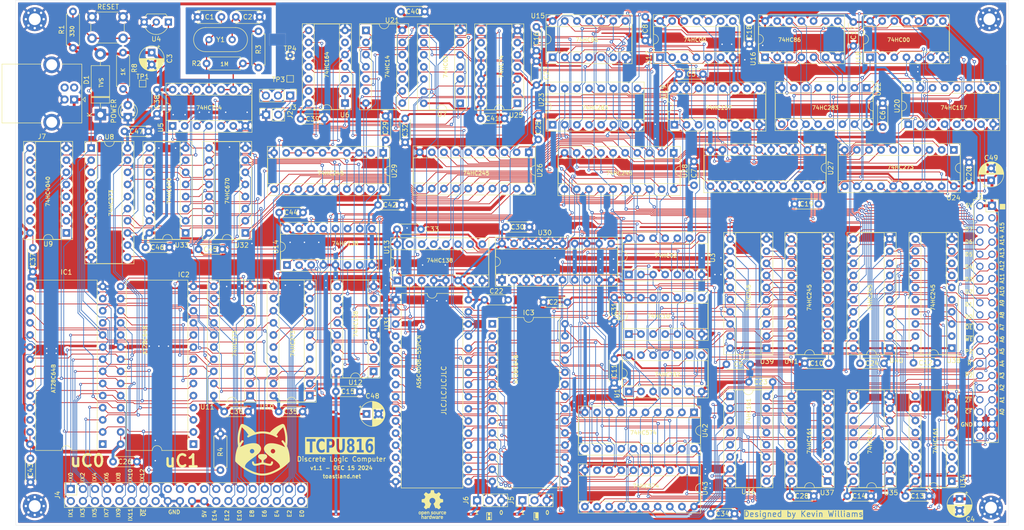
<source format=kicad_pcb>
(kicad_pcb (version 20240108) (generator "pcbnew") (generator_version "8.0")
  (layers (0 "F.Cu" jumper "Front") (31 "B.Cu" signal "Back") (34 "B.Paste" user) (35 "F.Paste" user) (36 "B.SilkS" user "B.Silkscreen") (37 "F.SilkS" user "F.Silkscreen") (38 "B.Mask" user) (39 "F.Mask" user) (44 "Edge.Cuts" user))
  (net 0 "")
  (net 1 "GND")
  (net 2 "Net-(C1-Pad1)")
  (net 3 "Net-(C2-Pad1)")
  (net 4 "+5V")
  (net 5 "Net-(D2-A)")
  (net 6 "/Control Logic/~{uC_OE}")
  (net 7 "/Control Logic/E7")
  (net 8 "/Control Logic/IX2")
  (net 9 "/Control Logic/IX0")
  (net 11 "/Control Logic/IX12")
  (net 12 "/Control Logic/E6")
  (net 13 "/Control Logic/E0")
  (net 14 "/Control Logic/E5")
  (net 15 "/Control Logic/IX7")
  (net 16 "/Control Logic/IX11")
  (net 18 "/Control Logic/IX4")
  (net 19 "/Control Logic/IX10")
  (net 20 "/Control Logic/E3")
  (net 21 "/Control Logic/IX1")
  (net 22 "/Control Logic/IX5")
  (net 23 "/Control Logic/IX6")
  (net 24 "/Control Logic/IX9")
  (net 25 "/Control Logic/IX8")
  (net 26 "/Control Logic/E4")
  (net 27 "/Control Logic/E1")
  (net 28 "/Control Logic/IX3")
  (net 29 "/Control Logic/E2")
  (net 31 "/Control Logic/E11")
  (net 33 "/Control Logic/E10")
  (net 34 "/Control Logic/E15")
  (net 35 "/Control Logic/E8")
  (net 36 "/Control Logic/E12")
  (net 37 "/Control Logic/E13")
  (net 38 "/Control Logic/E14")
  (net 39 "/Control Logic/E9")
  (net 40 "/Address Controller/A3")
  (net 41 "/ALU/DB4")
  (net 42 "/ALU/DB1")
  (net 43 "/ALU/DB5")
  (net 44 "/Address Controller/A8")
  (net 45 "/ALU/DB2")
  (net 48 "Net-(IC3-A12)")
  (net 49 "/ALU/DB7")
  (net 50 "/Control Logic/~{MEM_OE}")
  (net 51 "/Address Controller/A6")
  (net 52 "/ALU/DB3")
  (net 53 "/Address Controller/A5")
  (net 54 "/ALU/DB0")
  (net 55 "/Address Controller/A10")
  (net 56 "/Address Controller/A2")
  (net 57 "/Address Controller/A1")
  (net 58 "/ALU/DB6")
  (net 59 "/Address Controller/A0")
  (net 60 "/Address Controller/A7")
  (net 61 "Net-(IC3-~{CE})")
  (net 62 "/Address Controller/A4")
  (net 63 "Net-(IC3-A11)")
  (net 64 "/Address Controller/A9")
  (net 67 "/Address Controller/A13")
  (net 68 "CLK_P0")
  (net 69 "~{CLK_P0}")
  (net 70 "/Address Controller/A12")
  (net 71 "/Address Controller/A14")
  (net 72 "/~{ED_OE}")
  (net 73 "/Address Controller/A15")
  (net 76 "/~{ED_WE}")
  (net 77 "/Address Controller/A11")
  (net 79 "~{RESET}")
  (net 80 "Net-(J2-Pin_2)")
  (net 81 "Net-(J3-Pin_3)")
  (net 82 "Net-(J3-Pin_2)")
  (net 87 "Net-(U4-VDD)")
  (net 88 "Net-(R2-Pad2)")
  (net 89 "Net-(U1-Pad11)")
  (net 90 "/~{ALU_ZF}")
  (net 91 "Net-(U1-Pad10)")
  (net 92 "Net-(U1-Pad4)")
  (net 93 "Net-(U1-Pad1)")
  (net 94 "Net-(U1-Pad12)")
  (net 95 "/~{ALU_CF}")
  (net 96 "/Address Controller/~{PC_LOAD}")
  (net 97 "/Control Logic/~{JCS}")
  (net 98 "/Control Logic/~{JEQ}")
  (net 99 "/Control Logic/~{JMP}")
  (net 101 "/ALU/~{CONST_OE_FF}")
  (net 102 "/ALU/~{CONST_OE_00}")
  (net 103 "/Address Controller/~{MARL_L}")
  (net 104 "Net-(U43-Cp)")
  (net 105 "Net-(U42-Cp)")
  (net 106 "/ALU/ALU_EN_CLK")
  (net 107 "/ALU/~{~{ALU_EN}}")
  (net 108 "/Address Controller/~{MARL_H}")
  (net 109 "/Control Logic/~{IRX_CLEAR}")
  (net 110 "Net-(U32-~{Ew})")
  (net 111 "Net-(U31-WE#)")
  (net 112 "Net-(U5-Pad3)")
  (net 113 "Net-(U5-Pad5)")
  (net 114 "~{CLK_P2}")
  (net 115 "Net-(U9-Reset)")
  (net 116 "~{CLK_P1}")
  (net 117 "CLK_P2")
  (net 118 "CLK_P1")
  (net 119 "/Control Logic/~{RAM_WE}")
  (net 120 "Net-(U25A-C)")
  (net 121 "/Control Logic/~{RF_WE}")
  (net 122 "Net-(U21-Pad8)")
  (net 123 "/Control Logic/~{IR_WE}")
  (net 124 "Net-(U8-Cp)")
  (net 125 "/ALU/ALU_NAND")
  (net 133 "Net-(U10-Q0)")
  (net 134 "Net-(U10-Q1)")
  (net 135 "Net-(U10-Q6)")
  (net 136 "Net-(U10-Q3)")
  (net 137 "Net-(U10-Q4)")
  (net 138 "Net-(U10-Q5)")
  (net 139 "/ALU/ALU_CLR")
  (net 140 "Net-(U10-Q2)")
  (net 141 "/Address Controller/MAR_SEL")
  (net 142 "/Address Controller/PC_COUNT")
  (net 143 "/Control Logic/RF_IN_1")
  (net 144 "/Control Logic/RF_OUT_0")
  (net 145 "/Control Logic/RF_OUT_1")
  (net 146 "/Control Logic/RF_IN_0")
  (net 147 "/ALU/ALU_SUB")
  (net 148 "/ALU/~{ALU_OE}")
  (net 149 "/Address Controller/~{PCOUT_H}")
  (net 150 "/Control Logic/~{RF_OE}")
  (net 151 "/ALU/~{ALU_ROR_OE}")
  (net 152 "/Address Controller/~{PCOUT_L}")
  (net 154 "/ALU/~{CARRY_CLEAR}")
  (net 155 "/ALU/~{CARRY_SET}")
  (net 156 "/ALU/A0")
  (net 157 "/ALU/A1")
  (net 158 "/ALU/A2")
  (net 159 "/ALU/A3")
  (net 160 "/ALU/A4")
  (net 161 "/ALU/A5")
  (net 162 "/ALU/A7")
  (net 163 "/ALU/A6")
  (net 164 "/ALU/B0")
  (net 165 "/ALU/B3")
  (net 166 "/ALU/B1")
  (net 167 "Net-(U19-I1a)")
  (net 168 "/ALU/B2")
  (net 169 "Net-(U19-I1c)")
  (net 170 "Net-(U19-I1d)")
  (net 171 "Net-(U19-I1b)")
  (net 172 "/ALU/B6")
  (net 173 "Net-(U20-I1d)")
  (net 174 "/ALU/B4")
  (net 175 "Net-(U20-I1b)")
  (net 176 "Net-(U20-I1a)")
  (net 177 "/ALU/B5")
  (net 178 "Net-(U20-I1c)")
  (net 179 "/ALU/B7")
  (net 180 "/ALU/S0")
  (net 181 "/ALU/Z3")
  (net 182 "/ALU/Z0")
  (net 183 "/ALU/S1")
  (net 184 "/ALU/S3")
  (net 185 "/ALU/Z1")
  (net 186 "/ALU/S2")
  (net 187 "/ALU/Z2")
  (net 188 "/ALU/S5")
  (net 189 "/ALU/S6")
  (net 190 "/ALU/Z5")
  (net 191 "/ALU/S7")
  (net 192 "/ALU/Z6")
  (net 193 "/ALU/S4")
  (net 194 "/ALU/Z7")
  (net 195 "/ALU/Z4")
  (net 196 "Net-(U42-OE)")
  (net 197 "Net-(U24-~{Mr})")
  (net 198 "Net-(U29-CE)")
  (net 199 "Net-(U31-CE#)")
  (net 200 "Net-(U22-C4)")
  (net 201 "Net-(U22-C0)")
  (net 202 "/ALU/CARRY")
  (net 205 "/Address Controller/AR0")
  (net 206 "Net-(U34-TC)")
  (net 207 "/Address Controller/AR3")
  (net 208 "/Address Controller/AR1")
  (net 209 "/Address Controller/AR2")
  (net 210 "/Address Controller/AR6")
  (net 211 "Net-(U35-TC)")
  (net 212 "/Address Controller/AR4")
  (net 213 "/Address Controller/AR5")
  (net 214 "/Address Controller/AR7")
  (net 215 "/Address Controller/AR8")
  (net 216 "Net-(U36-TC)")
  (net 217 "/Address Controller/AR10")
  (net 218 "/Address Controller/AR9")
  (net 219 "/Address Controller/AR11")
  (net 220 "/Address Controller/AR12")
  (net 221 "/Address Controller/AR15")
  (net 223 "/Address Controller/AR14")
  (net 224 "/Address Controller/AR13")
  (net 225 "Net-(U6-DSA)")
  (net 232 "Net-(U34-CP)")
  (net 233 "Net-(U2-Pad8)")
  (footprint "Capacitor_THT:C_Disc_D4.3mm_W1.9mm_P5.00mm" (layer "F.Cu") (at 251.9 150.3)
    (property "Reference" "C9")
    (property "Value" "100n")
  )
  (footprint "Package_DIP:DIP-14_W7.62mm_Socket" (layer "F.Cu") (at 282 86 90)
    (property "Reference" "U18")
    (property "Value" "74HC00")
  )
  (footprint "Package_DIP:DIP-20_W7.62mm_Socket" (layer "F.Cu") (at 180 106 -90)
    (property "Reference" "U29")
    (property "Value" "74HC245")
  )
  (footprint "Connector_PinSocket_2.54mm:PinSocket_2x20_P2.54mm_Vertical" (layer "F.Cu") (at 307.54 117.09)
    (property "Reference" "J1")
    (property "Value" "Conn_02x20_Counter_Clockwise" (hide yes))
  )
  (footprint "Capacitor_THT:C_Disc_D4.3mm_W1.9mm_P5.00mm" (layer "F.Cu") (at 265.2 177.9)
    (property "Reference" "C28")
    (property "Value" "100n")
  )
  (footprint "Package_DIP:DIP-20_W7.62mm_Socket" (layer "F.Cu") (at 245.12 160.38 -90)
    (property "Reference" "U42")
    (property "Value" "74HC574")
  )
  (footprint "Connector_PinSocket_2.54mm:PinSocket_2x20_P2.54mm_Vertical" (layer "F.Cu") (at 114.55 176.42 90)
    (property "Reference" "J4")
    (property "Value" "Conn_02x20_Counter_Clockwise")
  )
  (footprint "TestPoint:TestPoint_Pad_1.0x1.0mm" (layer "F.Cu") (at 160.5 90.5)
    (property "Reference" "TP3")
    (property "Value" "TestPoint")
  )
  (footprint "Capacitor_THT:C_Disc_D4.3mm_W1.9mm_P5.00mm" (layer "F.Cu") (at 184.6 98.8 -90)
    (property "Reference" "C32")
    (property "Value" "100n")
  )
  (footprint "Capacitor_THT:C_Disc_D4.3mm_W1.9mm_P5.00mm" (layer "F.Cu") (at 273.3 150.1 180)
    (property "Reference" "C10")
    (property "Value" "100n")
  )
  (footprint "Package_DIP:DIP-20_W7.62mm_Socket" (layer "F.Cu") (at 152.12 156.86 180)
    (property "Reference" "U11")
    (property "Value" "74HC273")
  )
  (footprint "Capacitor_THT:C_Disc_D4.3mm_W1.9mm_P5.00mm" (layer "F.Cu") (at 183.7 76.4)
    (property "Reference" "C40")
    (property "Value" "100n")
  )
  (footprint "Capacitor_THT:C_Disc_D4.3mm_W1.9mm_P5.00mm" (layer "F.Cu") (at 228.4 136.3 -90)
    (property "Reference" "C31")
    (property "Value" "100n")
  )
  (footprint "MountingHole:MountingHole_2.5mm_Pad_Via" (layer "F.Cu") (at 107 180)
    (property "Reference" "H4" (hide yes))
    (property "Value" "MountingHole_Pad")
  )
  (footprint "Package_DIP:DIP-16_W7.62mm_Socket" (layer "F.Cu") (at 273.12 174.78 180)
    (property "Reference" "U37")
    (property "Value" "74HC161")
  )
  (footprint "Package_DIP:DIP-14_W7.62mm_Socket" (layer "F.Cu") (at 176.38 80.34)
    (property "Reference" "U21")
    (property "Value" "74HC14")
  )
  (footprint "Capacitor_THT:C_Disc_D4.3mm_W1.9mm_P5.00mm" (layer "F.Cu") (at 245.1 112.8 90)
    (property "Reference" "C7")
    (property "Value" "100n" (hide yes))
  )
  (footprint "Capacitor_THT:C_Disc_D4.3mm_W1.9mm_P5.00mm" (layer "F.Cu") (at 234.9 77.5 -90)
    (property "Reference" "C8")
    (property "Value" "100n")
  )
  (footprint "Capacitor_THT:C_Disc_D4.3mm_W1.9mm_P5.00mm" (layer "F.Cu") (at 130.2 125.8)
    (property "Reference" "C46")
    (property "Value" "100n")
  )
  (footprint "Capacitor_THT:CP_Radial_D5.0mm_P2.50mm" (layer "F.Cu") (at 300.75 178.5 -90)
    (property "Reference" "C4")
    (property "Value" "47u")
  )
  (footprint "Connector_PinHeader_2.54mm:PinHeader_1x03_P2.54mm_Vertical" (layer "F.Cu") (at 199.66 178.8 90)
    (property "Reference" "J6")
    (property "Value" "Conn_01x03_Pin" (hide yes))
  )
  (footprint "Package_DIP:DIP-14_W7.62mm_Socket" (layer "F.Cu") (at 196.12 95.62 180)
    (property "Reference" "U7")
    (property "Value" "74HC02")
  )
  (footprint "Capacitor_THT:C_Disc_D4.3mm_W1.9mm_P5.00mm" (layer "F.Cu") (at 125.8 101.5)
    (property "Reference" "C47")
    (property "Value" "100n")
  )
  (footprint "Capacitor_THT:C_Disc_D4.3mm_W1.9mm_P5.00mm" (layer "F.Cu") (at 289.4 177.9)
    (property "Reference" "C13")
    (property "Value" "100n")
  )
  (footprint "Capacitor_THT:C_Disc_D4.3mm_W1.9mm_P5.00mm" (layer "F.Cu") (at 278.5 78.6 -90)
    (property "Reference" "C17")
    (property "Value" "100n")
  )
  (footprint "Capacitor_THT:C_Disc_D4.3mm_W1.9mm_P5.00mm" (layer "F.Cu") (at 248.6 181.6)
    (property "Reference" "C34")
    (property "Value" "100n")
  )
  (footprint "Package_DIP:DIP-20_W7.62mm_Socket" (layer "F.Cu") (at 245.12 172.5 -90)
    (property "Reference" "U43")
    (property "Value" "74HC574")
  )
  (footprint "Capacitor_THT:C_Disc_D4.3mm_W1.9mm_P5.00mm" (layer "F.Cu") (at 279.9 150.1)
    (property "Reference" "C24")
    (property "Value" "100n")
  )
  (footprint "Crystal:Crystal_HC49-U_Vertical" (layer "F.Cu") (at 143.48 82.28)
    (property "Reference" "Y1")
    (property "Value" "12MHz - 18p")
  )
  (footprint "Package_DIP:DIP-32_W15.24mm" (layer "F.Cu") (at 182.61 136.78)
    (property "Reference" "U31")
    (property "Value" "AS6C4008-55PCN")
  )
  (footprint "Package_DIP:DIP-20_W7.62mm_Socket" (layer "F.Cu") (at 164.62 156.86 180)
    (property "Reference" "U10")
    (property "Value" "74HC273")
  )
  (footprint "Package_DIP:DIP-16_W7.62mm_Socket" (layer "F.Cu") (at 151.12 122.78 180)
    (property "Reference" "U32")
    (property "Value" "74HC670")
  )
  (footprint "Capacitor_THT:C_Disc_D4.7mm_W2.5mm_P5.00mm" (layer "F.Cu") (at 149.11 77.53)
    (property "Reference" "C2")
    (property "Value" "34p")
  )
  (footprint "Capacitor_THT:C_Disc_D4.3mm_W1.9mm_P5.00mm" (layer "F.Cu") (at 302.74 113 90)
    (property "Reference" "C20")
    (property "Value" "100n")
  )
  (footprint "Package_DIP:DIP-16_W7.62mm_Socket" (layer "F.Cu") (at 290 100 90)
    (property "Reference" "U20")
    (property "Value" "74HC157")
  )
  (footprint "Package_DIP:DIP-14_W7.62mm_Socket" (layer "F.Cu") (at 260 86 90)
    (property "Reference" "U16")
    (property "Value" "74HC86")
  )
  (footprint "Capacitor_THT:C_Disc_D4.3mm_W1.9mm_P5.00mm" (layer "F.Cu") (at 242 89.5)
    (property "Reference" "C5")
    (property "Value" "100n")
  )
  (footprint "Package_DIP:DIP-14_W7.62mm_Socket" (layer "F.Cu") (at 231.46 131.5 90)
    (property "Reference" "U3")
    (property "Value" "74HC02")
  )
  (footprint "Capacitor_THT:CP_Radial_D5.0mm_P2.50mm" (layer "F.Cu") (at 176.5 160.7)
    (property "Reference" "C48")
    (property "Value" "100u")
  )
  (footprint "Capacitor_THT:C_Disc_D4.3mm_W1.9mm_P5.00mm" (layer "F.Cu") (at 212.1 91.8 90)
    (property "Reference" "C27")
    (property "Value" "100n")
  )
  (footprint "Resistor_THT:R_Axial_DIN0207_L6.3mm_D2.5mm_P7.62mm_Horizontal" (layer "F.Cu") (at 153.86 80.53 -90)
    (property "Reference" "R3")
    (property "Value" "Rs")
  )
  (footprint "Capacitor_THT:C_Disc_D4.3mm_W1.9mm_P5.00mm" (layer "F.Cu") (at 123.4 170.7)
    (property "Reference" "C26")
    (property "Value" "100n")
  )
  (footprint "Capacitor_THT:C_Disc_D4.3mm_W1.9mm_P5.00mm" (layer "F.Cu") (at 261.6 154 180)
    (property "Reference" "C23")
    (property "Value" "100n")
  )
  (footprint "Package_DIP:DIP-14_W7.62mm_Socket" (layer "F.Cu") (at 208.12 95.62 180)
    (property "Reference" "U25")
    (property "Value" "74HC74")
  )
  (footprint "Capacitor_THT:C_Disc_D4.3mm_W1.9mm_P5.00mm" (layer "F.Cu") (at 212.5 103.2 90)
    (property "Reference" "C25")
    (property "Value" "100n")
  )
  (footprint "LOGO" (layer "F.Cu") (at 154.75 168.25)
    (property "Reference" "G***" (hide yes))
    (property "Value" "LOGO" (hide yes))
  )
  (footprint "Package_DIP:DIP-14_W7.62mm_Socket" (layer "F.Cu") (at 172 95.58 180)
    (property "Reference" "U6")
    (property "Value" "74HC164")
  )
  (footprint "Package_TO_SOT_THT:TO-92L_Inline_Wide" (layer "F.Cu") (at 135 78.6 180)
    (property "Reference" "U4")
    (property "Value" "MCP100-475D")
  )
  (footprint "Connector_USB:USB_B_OST_USB-B1HSxx_Horizontal" (layer "F.Cu") (at 115.2525 94.825 180)
    (property "Reference" "J7")
    (property "Value" "USB_B")
  )
  (footprint "Capacitor_THT:C_Disc_D4.3mm_W1.9mm_P5.00mm" (layer "F.Cu") (at 180.5 103.3 90)
    (property "Reference" "C29")
    (property "Value" "100n")
  )
  (footprint "Resistor_THT:R_Axial_DIN0207_L6.3mm_D2.5mm_P7.62mm_Horizontal" (layer "F.Cu") (at 125.5 85 -90)
    (property "Reference" "R8")
    (property "Value" "1K")
  )
  (footprint "Package_DIP:DIP-16_W7.62mm_Socket" (layer "F.Cu") (at 252.68 157)
    (property "Reference" "U36")
    (property "Value" "74HC161")
  )
  (footprint "Package_DIP:DIP-16_W7.62mm_Socket" (layer "F.Cu") (at 286.12 174.78 180)
    (property "Reference" "U35")
    (property "Value" "74HC161")
  )
  (footprint "Package_DIP:DIP-20_W7.62mm_Socket" (layer "F.Cu") (at 204.89 132.62 90)
    (property "Reference" "U30")
    (property "Value" "74HC688")
  )
  (footprint "Capacitor_THT:C_Disc_D4.3mm_W1.9mm_P5.00mm" (layer "F.Cu") (at 182.9 122)
    (property "Reference" "C33")
    (property "Value" "100n")
  )
  (footprint "Button_Switch_THT:SW_PUSH_6mm" (layer "F.Cu") (at 119 77.5)
    (property "Reference" "SW1" (hide yes))
    (property "Value" "RESET")
  )
  (footprint "Resistor_THT:R_Axial_DIN0207_L6.3mm_D2.5mm_P7.62mm_Horizontal" (layer "F.Cu") (at 115 84 90)
    (property "Reference" "R1")
    (property "Value" "330")
  )
  (footprint "Package_DIP:DIP-16_W7.62mm_Socket" (layer "F.Cu") (at 159.84 129.5 90)
    (property "Reference" "U14")
    (property "Value" "74HC138")
  )
  (footprint "Capacitor_THT:C_Disc_D4.3mm_W1.9mm_P5.00mm" (layer "F.Cu") (at 271.18 116.71 180)
    (property "Reference" "C19")
    (property "Value" "100n")
  )
  (footprint "Connector_PinSocket_2.54mm:PinSocket_1x02_P2.54mm_Vertical" (layer "F.Cu") (at 155.46 98 90)
    (property "Reference" "J2")
    (property "Value" "Conn_01x02")
  )
  (footprint "LED_THT:LED_D3.0mm" (layer "F.Cu") (at 126.5 98.54 90)
    (property "Reference" "POWER")
    (property "Value" "LED")
  )
  (footprint "Capacitor_THT:CP_Radial_D5.0mm_P2.50mm" (layer "F.Cu") (at 131.5 85 -90)
    (property "Reference" "C3")
    (property "Value" "330u")
  )
  (footprint "Capacitor_THT:C_Disc_D4.3mm_W1.9mm_P5.00mm" (layer "F.Cu") (at 284.65 100.6 90)
    (property "Reference" "C6")
    (property "Value" "100n")
  )
  (footprint "Package_DIP:DIP-14_W7.62mm_Socket" (layer "F.Cu") (at 135.88 100.37 90)
    (property "Reference" "U5")
    (property "Value" "74HCT14")
  )
  (footprint "Capacitor_THT:C_Disc_D4.3mm_W1.9mm_P5.00mm" (layer "F.Cu") (at 200.4 98.8)
    (property "Reference" "C41")
    (property "Value" "100n")
  )
  (footprint "Capacitor_THT:C_Disc_D4.3mm_W1.9mm_P5.00mm" (layer "F.Cu") (at 218.6 137.3 180)
    (property "Reference" "C21")
    (property "Value" "100n")
  )
  (footprint "Capacitor_THT:C_Disc_D4.3mm_W1.9mm_P5.00mm" (layer "F.Cu") (at 158.2 118.5)
    (property "Reference" "C44")
    (property "Value" "100n")
  )
  (footprint "Capacitor_THT:C_Disc_D4.3mm_W1.9mm_P5.00mm" (layer "F.Cu") (at 106.6 125.9 -90)
    (property "Reference" "C37")
    (property "Value" "100n")
  )
  (footprint "Diode_THT:D_DO-15_P12.70mm_Horizontal" (layer "F.Cu") (at 120.75 98 90)
    (property "Reference" "D1")
    (property "Value" "D_TVS")
  )
  (footprint "Resistor_THT:R_Axial_DIN0207_L6.3mm_D2.5mm_P7.62mm_Horizontal" (layer "F.Cu") (at 145.89 172.47 90)
    (property "Reference" "R4")
    (property "Value" "10K")
  )
  (footprint "Capacitor_THT:C_Disc_D4.3mm_W1.9mm_P5.00mm" (layer "F.Cu") (at 141.3 126.2)
    (property "Reference" "C45")
    (property "Value" "100n")
  )
  (footprint "Capacitor_THT:C_Disc_D4.3mm_W1.9mm_P5.00mm" (layer "F.Cu") (at 132.6 92.8 -90)
    (property "Reference" "C38")
    (property "Value" "100n")
  )
  (footprint "Capacitor_THT:C_Disc_D4.3mm_W1.9mm_P5.00mm" (layer "F.Cu") (at 212.1 79.6 -90)
    (property "Reference" "C16")
    (property "Value" "100n")
  )
  (footprint "Capacitor_THT:C_Disc_D4.3mm_W1.9mm_P5.00mm" (layer "F.Cu") (at 162.7 98.9)
    (property "Reference" "C39")
    (property "Value" "100n")
  )
  (footprint "Capacitor_THT:C_Disc_D4.3mm_W1.9mm_P5.00mm" (layer "F.Cu") (at 291.1 150)
    (property "Reference" "C12")
    (property "Value" "100n")
  )
  (footprint "Package_DIP:DIP-16_W7.62mm_Socket" (layer "F.Cu") (at 281.28 92.38 -90)
    (property "Reference" "U22")
    (property "Value" "74HC283")
  )
  (footprint "Package_DIP:DIP-14_W7.62mm_Socket" (layer "F.Cu") (at 231.46 156 90)
    (property "Reference" "U1")
    (property "Value" "74HCT02")
  )
  (footprint "Capacitor_THT:C_Disc_D4.3mm_W1.9mm_P5.00mm" (layer "F.Cu") (at 158.1 160.2)
    (property "Reference" "C35")
    (property "Value" "100n")
  )
  (footprint "Connector_PinHeader_2.54mm:PinHeader_1x03_P2.54mm_Vertical" (layer "F.Cu") (at 160.5 94 -90)
    (property "Reference" "J3")
    (property "Value" "Conn_01x03_Pin")
  )
  (footprint "MountingHole:MountingHole_2.5mm_Pad_Via" (layer "F.Cu") (at 307 78)
    (property "Reference" "H2" (hide yes))
    (property "Value" "MountingHole_Pad")
  )
  (footprint "Capacitor_THT:C_Disc_D4.3mm_W1.9mm_P5.00mm" (layer "F.Cu") (at 178.9 116.9)
    (property "Reference" "C42")
    (property "Value" "100n")
  )
  (footprint "Package_DIP:DIP-28_W15.24mm" (layer "F.Cu") (at 121.24 167.02 180)
    (property "Reference" "IC1")
    (property "Value" "AT28C64B-15PU")
  )
  (footprint "Package_DIP:DIP-20_W7.62mm_Socket" (layer "F.Cu") (at 271.425 105.38 -90)
    (property "Reference" "U27")
    (property "Value" "74HC688")
  )
  (footprint "Capacitor_THT:C_Disc_D4.3mm_W1.9mm_P5.00mm" (layer "F.Cu") (at 201.2 136.8)
    (property "Reference" "C22")
    (property "Value" "100n")
  )
  (footprint "MountingHole:MountingHole_2.5mm_Pad_Via" (layer "F.Cu") (at 107 78)
    (property "Reference" "H1" (hide yes))
    (property "Value" "MountingHole_Pad")
  )
  (footprint "Package_DIP:DIP-28_W15.24mm" (layer "F.Cu") (at 140.24 167.02 180)
    (property "Reference" "IC2")
    (property "Value" "AT28C64B-15PU" (hide yes))
  )
  (footprint "Capacitor_THT:C_Disc_D4.3mm_W1.9mm_P5.00mm" (layer "F.Cu") (at 106.1 170 -90)
    (property "Reference" "C43")
    (property "Value" "100n")
  )
  (footprint "Package_DIP:DIP-14_W7.62mm_Socket" (layer "F.Cu") (at 238 86 90)
    (property "Reference" "U17")
    (property "Value" "74HC00")
  )
  (footprint "Package_DIP:DIP-20_W7.62mm_Socket" (layer "F.Cu") (at 286.12 146.925 180)
    (property "Reference" "U40")
    (property "Value" "74HC245")
  )
  (footprint "Connector_PinHeader_2.54mm:PinHeader_1x03_P2.54mm_Vertical" (layer "F.Cu") (at 209.16 178.8 90)
    (property "Reference" "J5")
    (property "Value" "Conn_01x03_Pin")
  )
  (footprint "Package_DIP:DIP-20_W7.62mm_Socket" (layer "F.Cu") (at 118.82 105)
    (property "Reference" "U8")
    (property "Value" "74HC273")
  )
  (footprint "Package_DIP:DIP-16_W7.62mm_Socket" (layer "F.Cu") (at 215.5 100.12 90)
    (property "Reference" "U23")
    (property "Value" "74HC283")
  )
  (footprint "TestPoint:TestPoint_THTPad_1.0x1.0mm_Drill0.5mm" (layer "F.Cu") (at 160.5 85.6)
    (property "Reference" "TP4")
    (property "Value" "TestPoint")
  )
  (footprint "TestPoint:TestPoint_Pad_1.0x1.0mm" (layer "F.Cu") (at 129.6 91.5)
    (property "Reference" "TP1")
    (property "Value" "TestPoint")
  )
  (footprint "Capacitor_THT:C_Disc_D4.3mm_W1.9mm_P5.00mm" (layer "F.Cu") (at 277.2 177.9)
    (property "Reference" "C14")
    (property "Value" "100n")
  )
  (footprint "Capacitor_THT:C_Disc_D4.3mm_W1.9mm_P5.00mm" (layer "F.Cu") (at 170.1 156)
    (property "Reference" "C15")
    (property "Value" "100n")
  )
  (footprint "Capacitor_THT:C_Disc_D4.3mm_W1.9mm_P5.00mm" (layer "F.Cu") (at 205.63 121.54)
    (property "Reference" "C30")
    (property "Value" "100n")
  )
  (footprint "Package_DIP:DIP-20_W7.62mm_Socket" (layer "F.Cu") (at 273.12 146.925 180)
    (property "Reference" "U41")
    (property "Value" "74HC245")
  )
  (footprint "Capacitor_THT:C_Disc_D4.3mm_W1.9mm_P5.00mm" (layer "F.Cu") (at 256.7 78.2 -90)
    (property "Reference" "C18")
    (property "Value" "100n")
  )
  (footprint "Resistor_THT:R_Axial_DIN0207_L6.3mm_D2.5mm_P7.62mm_Horizontal" (layer "F.Cu") (at 142.99 87.28)
    (property "Reference" "R2")
    (property "Value" "1M" (hide yes))
  )
  (footprint "Capacitor_THT:C_Disc_D4.3mm_W1.9mm_P5.00mm" (layer "F.Cu") (at 146.7 160.2)
    (property "Reference" "C36")
    (property "Value" "100n")
  )
  (footprint "MountingHole:MountingHole_2.5mm_Pad_Via" (layer "F.Cu") (at 307.325825 180.325825)
    (property "Reference" "H3" (hide yes))
    (property "Value" "MountingHole_Pad")
  )
  (footprint "Package_DIP:DIP-16_W7.62mm_Socket" (layer "F.Cu") (at 182.97 132.75 90)
    (property "Reference" "U13")
    (property "Value" "74HC138")
  )
  (footprint "Package_DIP:DIP-28_W15.24mm" (layer "F.Cu") (at 202.85 141.82)
    (property "Reference" "IC3")
    (property "Value" "AT28C64B-15PU")
  )
  (footprint "Package_DIP:DIP-20_W7.62mm_Socket" (layer "F.Cu") (at 240.86 106 -90)
    (property "Reference" "U28")
    (property "Value" "74HC245")
  )
  (footprint "Package_DIP:DIP-20_W7.62mm_Socket" (layer "F.Cu") (at 260.3 146.925 180)
    (property "Reference" "U39")
    (property "Value" "74HC245")
  )
  (footprint "Capacitor_THT:C_Disc_D4.3mm_W1.9mm_P5.00mm" (layer "F.Cu") (at 228.4 149.2 -90)
    (property "Reference" "C11")
    (property "Value" "100n")
  )
  (footprint "Package_DIP:DIP-16_W7.62mm_Socket" (layer "F.Cu") (at 113.62 122.78 180)
    (property "Reference" "U9")
    (property "Value" "74HC4040")
  )
  (footprint "Package_DIP:DIP-16_W7.62mm_Socket" (layer "F.Cu") (at 241 100.12 90)
    (property "Reference" "U19")
    (property "Value" "74HC157")
  )
  (footprint "Package_DIP:DIP-20_W7.62mm_Socket" (layer "F.Cu") (at 299.12 146.925 180)
    (property "Reference" "U38")
    (property "Value" "74HC245")
  )
  (footprint "Capacitor_THT:C_Disc_D4.7mm_W2.5mm_P5.00mm" (layer "F.Cu") (at 146.11 77.53 180)
    (property "Reference" "C1")
    (property "Value" "34p")
  )
  (footprint "Package_DIP:DIP-14_W7.62mm_Socket" (layer "F.Cu") (at 231.46 143.97 90)
    (property "Reference" "U2")
    (property "Value" "74HC132")
  )
  (footprint "Package_DIP:DIP-20_W7.62mm_Socket" (layer "F.Cu") (at 210.5 105.88 -90)
    (property "Reference" "U26")
    (property "Value" "74HC245")
  )
  (footprint "Symbol:OSHW-Logo_5.7x6mm_SilkScreen" (layer "F.Cu") (at 190.2968 179.6796)
    (property "Reference" "REF**" (hide yes))
    (property "Value" "OSHW-Logo_5.7x6mm_SilkScreen" (hide yes))
  )
  (footprint "Package_DIP:DIP-16_W7.62mm_Socket" (layer "F.Cu") (at 138.62 122.78 180)
    (property "Reference" "U33")
    (property "Value" "74HC670")
  )
  (footprint "Package_DIP:DIP-14_W7.62mm_Socket" (layer "F.Cu") (at 215.5 86 90)
    (property "Reference" "U15")
    (property "Value" "74HC86")
  )
  (footprint "Package_DIP:DIP-16_W7.62mm_Socket" (layer "F.Cu") (at 299.12 174.78 180)
    (property "Reference" "U34")
    (property "Value" "74HC161")
  )
  (footprint "Capacitor_THT:CP_Radial_D5.0mm_P2.50mm" (layer "F.Cu") (at 307.37 111.76 90)
    (property "Reference" "C49")
    (property "Value" "100u")
  )
  (footprint "Package_DIP:DIP-16_W7.62mm_Socket" (layer "F.Cu") (at 178 151.78 180)
    (property "Reference" "U12")
    (property "Value" "74HC138")
  )
  (footprint "Package_DIP:DIP-20_W7.62mm_Socket" (layer "F.Cu") (at 299.54 105.38 -90)
    (property "Reference" "U24")
    (property "Value" "74HC273")
  )
  (gr_rect (start 309.25 116.775) (end 310.25 117.775) (stroke (width 0.1524)) (fill solid) (layer "F.SilkS"))
  (gr_rect (start 103 74) (end 311 184) (stroke (width 0.0381)) (fill none) (layer "Edge.Cuts"))
  (gr_text "GND" (at 134.874 181.737 0) (layer "F.SilkS") (effects (font (size 0.8128 0.8128) (thickness 0.1524) (bold yes)) (justify left bottom)))
  (gr_text "74HC161" (at 269.748 169.164 90) (layer "F.SilkS") (effects (font (size 0.8128 0.8128) (thickness 0.1524) (bold yes)) (justify left bottom)))
  (gr_text "Designed by Kevin Williams" (at 255.4224 182.372 0) (layer "F.SilkS" knockout) (effects (font (size 1.2 1.2) (thickness 0.1524) (bold yes)) (justify left bottom)))
  (gr_text "v1.1 - DEC 15 2024" (at 171.25 172.5 0) (layer "F.SilkS") (effects (font (size 0.8128 0.8128) (thickness 0.16256) (bold yes)) (justify bottom)))
  (gr_text "74HC157" (at 247.396 97.028 0) (layer "F.SilkS") (effects (font (size 0.8128 0.8128) (thickness 0.1524) (bold yes)) (justify left bottom)))
  (gr_text "IX11" (at 127.508 183.261 90) (layer "F.SilkS") (effects (font (size 0.8128 0.8128) (thickness 0.1524) (bold yes)) (justify left bottom)))
  (gr_text "74HC245" (at 257.048 139.192 90) (layer "F.SilkS") (effects (font (size 0.8128 0.8128) (thickness 0.1524) (bold yes)) (justify left bottom)))
  (gr_text "74HC574" (at 231.648 165.1 0) (layer "F.SilkS") (effects (font (size 0.8128 0.8128) (thickness 0.1524) (bold yes)) (justify left bottom)))
  (gr_text "330" (at 115.316 81.788 90) (layer "F.SilkS") (effects (font (size 0.8128 0.8128) (thickness 0.1524) (bold yes)) (justify left bottom)))
  (gr_text "74HC4040" (at 110.236 117.348 90) (layer "F.SilkS") (effects (font (size 0.8128 0.8128) (thickness 0.1524) (bold yes)) (justify left bottom)))
  (gr_text "AS6C4008-55PCN" (at 187.96 155.448 90) (layer "F.SilkS") (effects (font (size 0.8128 0.8128) (thickness 0.1524) (bold yes)) (justify left bottom)))
  (gr_text "AT28C64B" (at 111.4 156.4 90) (layer "F.SilkS") (effects (font (size 0.8128 0.8128) (thickness 0.1524) (bold yes)) (justify left bottom)))
  (gr_text "TCPU816" (at 171 169.25 0) (layer "F.SilkS" knockout) (effects (font (size 2.8 2) (thickness 0.5) (bold yes)) (justify bottom)))
  (gr_text "A10 A11 A12 A13 A14 A15" (at 310.134 136.144 90) (layer "F.SilkS") (effects (font (size 0.8128 0.76) (thickness 0.1524) (bold yes)) (justify left bottom)))
  (gr_text "IX1" (at 115 182.5 90) (layer "F.SilkS") (effects (font (size 0.8128 0.8128) (thickness 0.1524) (bold yes)) (justify left bottom)))
  (gr_text "1       0" (at 199.136 181.864 0) (layer "F.SilkS") (effects (font (size 0.8128 0.8128) (thickness 0.1524) (bold yes)) (justify left bottom)))
  (gr_text "74HCT14" (at 140.716 97.028 0) (layer "F.SilkS") (effects (font (size 0.8128 0.8128) (thickness 0.1524) (bold yes)) (justify left bottom)))
  (gr_text "~{OE}" (at 130.302 182.245 90) (layer "F.SilkS") (effects (font (size 0.8128 0.8128) (thickness 0.1524) (bold yes)) (justify left bottom)))
  (gr_text "74HC86" (at 220.2 82.8 0) (layer "F.SilkS") (effects (font (size 0.8128 0.8128) (thickness 0.1524) (bold yes)) (justify left bottom)))
  (gr_text "~{OE}" (at 301.8 143 0) (layer "F.SilkS") (effects (font (size 0.8128 0.8128) (thickness 0.1524) (bold yes)) (justify left bottom)))
  (gr_text "74HC273" (at 123.444 119.38 90) (layer "F.SilkS") (effects (font (size 0.8128 0.8128) (thickness 0.1524) (bold yes)) (justify left bottom)))
  (gr_text "74HC161" (at 257.048 163.068 90) (layer "F.SilkS") (effects (font (size 0.8128 0.8128) (thickness 0.1524) (bold yes)) (justify left bottom)))
  (gr_text "74HC74" (at 205.232 90.424 90) (layer "F.SilkS") (effects (font (size 0.8128 0.8128) (thickness 0.1524) (bold yes)) (justify left bottom)))
  (gr_text "74HC138" (at 169.164 125.476 0) (layer "F.SilkS") (effects (font (size 0.8128 0.8128) (thickness 0.1524) (bold yes)) (justify left bottom)))
  (gr_text "~{ZF}" (at 301.8 158.3 0) (layer "F.SilkS") (effects (font (size 0.8128 0.8128) (thickness 0.1524) (bold yes)) (justify left bottom)))
  (gr_text "IX12" (at 130 175 90) (layer "F.SilkS") (effects (font (size 0.8128 0.8128) (thickness 0.1524) (bold yes)) (justify left bottom)))
  (gr_text "74HC273" (at 285.5 109.5 0) (layer "F.SilkS") (effects (font (size 0.8128 0.8128) (thickness 0.1524) (bold yes)) (justify left bottom)))
  (gr_text "74HC157" (at 296.672 97.028 0) (layer "F.SilkS") (effects (font (size 0.8128 0.8128) (thickness 0.1524) (bold yes)) (justify left bottom)))
  (gr_text "D7\n\nD6\n\nD5\n\nD4\n\nD3\n\nD2\n\nD1\n\nD0" (at 301.8 131.2 0) (layer "F.SilkS") (effects (font (size 0.8128 0.8128) (thickness 0.1524) (bold yes)) (justify left)))
  (gr_text "E14\n\nE12\n\nE10\n\nE8\n\nE6\n\nE4\n\nE2\n\nE0" (at 163.449 180.721 90) (layer "F.SilkS") (effects (font (size 0.8128 0.8128) (thickness 0.1524) (bold yes)) (justify right bottom)))
  (gr_text "74HC161" (at 282.448 169.164 90) (layer "F.SilkS") (effects (font (size 0.8128 0.8128) (thickness 0.1524) (bold yes)) (justify left bottom)))
  (gr_text "P2" (at 301.8 148.1 0) (layer "F.SilkS") (effects (font (size 0.8128 0.8128) (thickness 0.1524) (bold yes)) (justify left bottom)))
  (gr_text "1K" (at 125.984 89.916 90) (layer "F.SilkS") (effects (font (size 0.8128 0.8128) (thickness 0.1524) (bold yes)) (justify left bottom)))
  (gr_text "5V" (at 143.002 182.499 90) (layer "F.SilkS") (effects (font (size 0.8128 0.8128) (thickness 0.1524) (bold yes)) (justify left bottom)))
  (gr_text "IX7" (at 122.5 182.5 90) (layer "F.SilkS") (effects (font (size 0.8128 0.8128) (thickness 0.1524) (bold yes)) (justify left bottom)))
  (gr_text "GND" (at 300.9 163.4 0) (layer "F.SilkS") (effects (font (size 0.8128 0.8128) (thickness 0.1524) (bold yes)) (justify left bottom)))
  (gr_text "74HC273" (at 149.352 148.844 90) (layer "F.SilkS") (effects (font (size 0.8128 0.8128) (thickness 0.1524) (bold yes)) (justify left bottom)))
  (gr_text "74HC245" (at 226.568 110.744 0) (layer "F.SilkS") (effects (font (size 0.8128 0.8128) (thickness 0.1524) (bold yes)) (justify left bottom)))
  (gr_text "74HC164" (at 168.656 90.424 90) (layer "F.SilkS") (effects (font (size 0.8128 0.8128) (thickness 0.1524) (bold yes)) (justify left bottom)))
  (gr_text "uC0" (at 114.1 171.95 0) (layer "F.SilkS") (effects (font (size 2.5 2.5) (thickness 0.5) (bold yes)) (justify left bottom)))
  (gr_text "AT28C64B" (at 208.28 154.432 90) (layer "F.SilkS") (effects (font (size 0.8128 0.8128) (thickness 0.1524) (bold yes)) (justify left bottom)))
  (gr_text "74HC245" (at 282.448 139.192 90) (layer "F.SilkS") (effects (font (size 0.8128 0.8128) (thickness 0.1524) (bold yes)) (justify left bottom)))
  (gr_text "74HC245" (at 166.116 110.744 0) (layer "F.SilkS") (effects (font (size 0.8128 0.8128) (thickness 0.1524) (bold yes)) (justify left bottom)))
  (gr_text "1       0" (at 208.788 181.864 0) (layer "F.SilkS") (effects (font (size 0.8128 0.8128) (thickness 0.1524) (bold yes)) (justify left bottom)))
  (gr_text "IX5" (at 120 182.5 90) (layer "F.SilkS") (effects (font (size 0.8128 0.8128) (thickness 0.1524) (bold yes)) (justify left bottom)))
  (gr_text "74HC574" (at 232.156 176.276 0) (layer "F.SilkS") (effects (font (size 0.8128 0.8128) (thickness 0.1524) (bold yes)) (justify left bottom)))
  (gr_text "74HC670" (at 147.828 116.84 90) (layer "F.SilkS") (effects (font (size 0.8128 0.8128) (thickness 0.1524) (bold yes)) (justify left bottom)))
  (gr_text "toastland.net" (at 167.25 174.25 0) (layer "F.SilkS") (effects (font (size 0.8128 0.8128) (thickness 0.1524) (bold yes)) (justify left bottom)))
  (gr_text "IX0" (at 115 175 90) (layer "F.SilkS") (effects (font (size 0.8128 0.8128) (thickness 0.1524) (bold yes)) (justify left bottom)))
  (gr_text "IX4" (at 120 175 90) (layer "F.SilkS") (effects (font (size 0.8128 0.8128) (thickness 0.1524) (bold yes)) (justify left bottom)))
  (gr_text "~{P2}" (at 301.8 153.1 0) (layer "F.SilkS") (effects (font (size 0.8128 0.8128) (thickness 0.1524) (bold yes)) (justify left bottom)))
  (gr_text "5V" (at 301.9 117.5 0) (layer "F.SilkS") (effects (font (size 0.8128 0.8128) (thickness 0.1524) (bold yes)) (justify left bottom)))
  (gr_text "74HC273" (at 161.544 148.844 90) (layer "F.SilkS") (effects (font (size 0.8128 0.8128) (thickness 0.1524) (bold yes)) (justify left bottom)))
  (gr_text "IX6" (at 122.5 175 90) (layer "F.SilkS") (effects (font (size 0.8128 0.8128) (thickness 0.1524) (bold yes)) (justify left bottom)))
  (gr_text "74HC283" (at 269.748 97.028 0) (layer "F.SilkS") (effects (font (size 0.8128 0.8128) (thickness 0.1524) (bold yes)) (justify left bottom)))
  (gr_text "~{R}" (at 302.3 150.6 0) (layer "F.SilkS") (effects (font (size 0.8128 0.8128) (thickness 0.1524) (bold yes)) (justify left bottom)))
  (gr_text "AT28C64B" (at 130.556 148.336 90) (layer "F.SilkS") (effects (font (size 0.8128 0.8128) (thickness 0.1524) (bold yes)) (justify left bottom)))
  (gr_text "TVS" (at 121.412 92.456 90) (layer "F.SilkS") (effects (font (size 0.8128 0.8128) (thickness 0.1524) (bold yes)) (justify left bottom)))
  (gr_text "74HC161" (at 296.164 169.164 90) (layer "F.SilkS") (effects (font (size 0.8128 0.8128) (thickness 0.1524) (bold yes)) (justify left bottom)))
  (gr_text "74HC02" (at 193.548 90.424 90) (layer "F.SilkS") (effects (font (size 0.8128 0.8128) (thickness 0.1524) (bold yes)) (justify left bottom)))
  (gr_text "uC1\n" (at 133.9 172 0) (layer "F.SilkS") (effects (font (size 2.5 2.5) (thickness 0.5) (bold yes)) (justify left bottom)))
  (gr_text "74HC245" (at 269.748 139.192 90) (layer "F.SilkS") (effects (font (size 0.8128 0.8128) (thickness 0.1524) (bold yes)) (justify left bottom)))
  (gr_text "RESET" (at 120 76 0) (layer "F.SilkS") (effects (font (size 1 1) (thickness 0.1524) (bold yes)) (justify left bottom)))
  (gr_text "74HC670" (at 135.636 116.84 90) (layer "F.SilkS") (effects (font (size 0.8128 0.8128) (thickness 0.1524) (bold yes)) (justify left bottom)))
  (gr_text "74HC10" (at 235.204 140.716 0) (layer "F.SilkS") (effects (font (size 0.8128 0.8128) (thickness 0.1524) (bold yes)) (justify left bottom)))
  (gr_text "74HC245" (at 295.656 139.192 90) (layer "F.SilkS") (effects (font (size 0.8128 0.8128) (thickness 0.1524) (bold yes)) (justify left bottom)))
  (gr_text "IX2" (at 117.5 175 90) (layer "F.SilkS") (effects (font (size 0.8128 0.8128) (thickness 0.1524) (bold yes)) (justify left bottom)))
  (gr_text "74HC283" (at 221.488 97.028 0) (layer "F.SilkS") (effects (font (size 0.8128 0.8128) (thickness 0.1524) (bold yes)) (justify left bottom)))
  (gr_text "L" (at 211.328 182.88 0) (layer "F.SilkS" knockout) (effects (font (size 1.2 1.2) (thickness 0.2) (bold yes)) (justify left bottom)))
  (gr_text "74HC245" (at 196.596 110.744 0) (layer "F.SilkS") (effects (font (size 0.8128 0.8128) (thickness 0.1524) (bold yes)) (justify left bottom)))
  (gr_text "74HC02" (at 236.728 128.016 0) (layer "F.SilkS") (effects (font (size 0.8128 0.8128) (thickness 0.1524) (bold yes)) (justify left bottom)))
  (gr_text "Discrete Logic Computer" (at 171.25 170.75 0) (layer "F.SilkS") (effects (font (size 1 1) (thickness 0.1524) (bold yes)) (justify bottom)))
  (gr_text "IX8" (at 125 175 90) (layer "F.SilkS") (effects (font (size 0.8128 0.8128) (thickness 0.1524) (bold yes)) (justify left bottom)))
  (gr_text "1M" (at 145.796 87.884 0) (layer "F.SilkS") (effects (font (size 0.8128 0.8128) (thickness 0.1524) (bold yes)) (justify left bottom)))
  (gr_text "74HC14" (at 181.356 90.424 90) (layer "F.SilkS") (effects (font (size 0.8128 0.8128) (thickness 0.1524) (bold yes)) (justify left bottom)))
  (gr_text "IX3" (at 117.5 182.5 90) (layer "F.SilkS") (effects (font (size 0.8128 0.8128) (thickness 0.1524) (bold yes)) (justify left bottom)))
  (gr_text "74HCT02" (at 236.728 152.908 0) (layer "F.SilkS") (effects (font (size 0.8128 0.8128) (thickness 0.1524) (bold yes)) (justify left bottom)))
  (gr_text "74HC00" (at 285.496 82.804 0) (layer "F.SilkS") (effects (font (size 0.8128 0.8128) (thickness 0.1524) (bold yes)) (justify left bottom)))
  (gr_text "74HC138" (at 174.75 144.75 90) (layer "F.SilkS") (effects (font (size 0.8128 0.8128) (thickness 0.1524) (bold yes)) (justify left bottom)))
  (gr_text "74HC138" (at 188.976 129.032 0) (layer "F.SilkS") (effects (font (size 0.8128 0.8128) (thickness 0.1524) (bold yes)) (justify left bottom)))
  (gr_text "~{CF}" (at 301.8 160.7 0) (layer "F.SilkS") (effects (font (size 0.8128 0.8128) (thickness 0.1524) (bold yes)) (justify left bottom)))
  (gr_text "74HC00" (at 242.824 82.804 0) (layer "F.SilkS") (effects (font (size 0.8128 0.8128) (thickness 0.1524) (bold yes)) (justify left bottom)))
  (gr_text "H" (at 201.422 182.88 0) (layer "F.SilkS" knockout) (effects (font (size 1.2 1.2) (thickness 0.2) (bold yes)) (justify left bottom)))
  (gr_text "JLCJLCJLCJLC" (at 193.294 161.036 90) (layer "F.SilkS") (effects (font (size 1 1) (thickness 0.1524) (bold yes)) (justify left bottom)))
  (gr_text "74HC86" (at 262.636 82.804 0) (layer "F.SilkS") (effects (font (size 0.8128 0.8128) (thickness 0.1524) (bold yes)) (justify left bottom)))
  (gr_text "IX10" (at 127.5 175 90) (layer "F.SilkS") (effects (font (size 0.8128 0.8128) (thickness 0.1524) (bold yes)) (justify left bottom)))
  (gr_text "IX9" (at 125 182.5 90) (layer "F.SilkS") (effects (font (size 0.8128 0.8128) (thickness 0.1524) (bold yes)) (justify left bottom)))
  (gr_text "~{WE}" (at 301.8 145.5 0) (layer "F.SilkS") (effects (font (size 0.8128 0.8128) (thickness 0.1524) (bold yes)) (justify left bottom)))
  (gr_text "A0  A1  A2  A3  A4  A5  A6  A7  A8  A9" (at 310.134 161.036 90) (layer "F.SilkS") (effects (font (size 0.8128 0.76) (thickness 0.1524) (bold yes)) (justify left bottom)))
  (segment (start 237.312 102.688) (end 268.688 102.688) (width 0.4) (layer "F.Cu") (net 1))
  (segment (start 246.623 171.373) (end 223.387 171.373) (width 0.4) (layer "F.Cu") (net 1))
  (segment (start 297.993 158.127) (end 299.12 157) (width 0.4) (layer "F.Cu") (net 1))
  (segment (start 176.493 130.627) (end 177.62 129.5) (width 0.4) (layer "F.Cu") (net 1))
  (segment (start 239.179 177.071) (end 215.969 177.071) (width 0.4) (layer "F.Cu") (net 1))
  (segment (start 170 129.5) (end 171.127 130.627) (width 0.4) (layer "F.Cu") (net 1))
  (segment (start 286.12 157) (end 287.247 158.127) (width 0.4) (layer "F.Cu") (net 1))
  (segment (start 246.7 156) (end 248.7 154) (width 0.6) (layer "F.Cu") (net 1))
  (segment (start 240 176.25) (end 239.179 177.071) (width 0.4) (layer "F.Cu") (net 1))
  (segment (start 215.969 177.071) (end 214.24 178.8) (width 0.4) (layer "F.Cu") (net 1))
  (segment (start 256.9 150.3) (end 268.1 150.3) (width 0.6) (layer "F.Cu") (net 1))
  (segment (start 237 103) (end 237.312 102.688) (width 0.4) (layer "F.Cu") (net 1))
  (segment (start 223.387 171.373) (end 222.26 172.5) (width 0.4) (layer "F.Cu") (net 1))
  (segment (start 287.247 158.127) (end 297.993 158.127) (width 0.4) (layer "F.Cu") (net 1))
  (segment (start 248.5 176.25) (end 240 176.25) (width 0.4) (layer "F.Cu") (net 1))
  (segment (start 248.7 154) (end 256.6 154) (width 0.6) (layer "F.Cu") (net 1))
  (segment (start 247.5 172.25) (end 246.623 171.373) (width 0.4) (layer "F.Cu") (net 1))
  (segment (start 171.127 130.627) (end 176.493 130.627) (width 0.4) (layer "F.Cu") (net 1))
  (via (at 250.75 128) (size 0.6) (drill 0.3) (layers "F.Cu" "B.Cu") (net 1))
  (via (at 136.5 105) (size 0.6) (drill 0.3) (layers "F.Cu" "B.Cu") (net 1))
  (via (at 247.5 172.25) (size 0.6) (drill 0.3) (layers "F.Cu" "B.Cu") (net 1))
  (via (at 180.5 136.75) (size 0.6) (drill 0.3) (layers "F.Cu" "B.Cu") (net 1))
  (via (at 168 132.75) (size 0.6) (drill 0.3) (layers "F.Cu" "B.Cu") (net 1))
  (via (at 180.5 129.5) (size 0.6) (drill 0.3) (layers "F.Cu" "B.Cu") (net 1))
  (via (at 109.5 148) (size 0.6) (drill 0.3) (layers "F.Cu" "B.Cu") (net 1))
  (via (at 259.5 83.5) (size 0.6) (drill 0.3) (layers "F.Cu" "B.Cu") (net 1))
  (via (at 111.5 148) (size 0.6) (drill 0.3) (layers "F.Cu" "B.Cu") (net 1))
  (via (at 193 129.5) (size 0.6) (drill 0.3) (layers "F.Cu" "B.Cu") (net 1))
  (via (at 222.25 158) (size 0.6) (drill 0.3) (layers "F.Cu" "B.Cu") (net 1))
  (via (at 255.75 86.5) (size 0.6) (drill 0.3) (layers "F.Cu" "B.Cu") (net 1))
  (via (at 248.5 176.25) (size 0.6) (drill 0.3) (layers "F.Cu" "B.Cu") (net 1))
  (via (at 191.25 137) (size 0.6) (drill 0.3) (layers "F.Cu" "B.Cu") (net 1))
  (via (at 229 157) (size 0.6) (drill 0.3) (layers "F.Cu" "B.Cu") (net 1))
  (via (at 188.25 129.5) (size 0.6) (drill 0.3) (layers "F.Cu" "B.Cu") (net 1))
  (via (at 292 88) (size 0.6) (drill 0.3) (layers "F.Cu" "B.Cu") (net 1))
  (via (at 149.8 134) (size 0.6) (drill 0.3) (layers "F.Cu" "B.Cu") (net 1))
  (via (at 141.5 97.5) (size 0.6) (drill 0.3) (layers "F.Cu" "B.Cu") (net 1))
  (via (at 246.75 128) (size 0.6) (drill 0.3) (layers "F.Cu" "B.Cu") (net 1))
  (via (at 189.25 137) (size 0.6) (drill 0.3) (layers "F.Cu" "B.Cu") (net 1))
  (via (at 133 146.5) (size 0.6) (drill 0.3) (layers "F.Cu" "B.Cu") (net 1))
  (via (at 111.5 147) (size 0.6) (drill 0.3) (layers "F.Cu" "B.Cu") (net 1))
  (via (at 180.5 133.75) (size 0.6) (drill 0.3) (layers "F.Cu" "B.Cu") (net 1))
  (via (at 147.8 104.8) (size 0.6) (drill 0.3) (layers "F.Cu" "B.Cu") (net 1))
  (via (at 220 158.25) (size 0.6) (drill 0.3) (layers "F.Cu" "B.Cu") (net 1))
  (via (at 180.5 139.25) (size 0.6) (drill 0.3) (layers "F.Cu" "B.Cu") (net 1))
  (via (at 225.5 128.25) (size 0.6) (drill 0.3) (layers "F.Cu" "B.Cu") (net 1))
  (via (at 222.25 157) (size 0.6) (drill 0.3) (layers "F.Cu" "B.Cu") (net 1))
  (via (at 132.25 170.5) (size 0.6) (drill 0.3) (layers "F.Cu" "B.Cu") (net 1))
  (via (at 138.5 98) (size 0.6) (drill 0.3) (layers "F.Cu" "B.Cu") (net 1))
  (via (at 220 159.5) (size 0.6) (drill 0.3) (layers "F.Cu" "B.Cu") (net 1))
  (via (at 253 83.25) (size 0.6) (drill 0.3) (layers "F.Cu" "B.Cu") (net 1))
  (via (at 292 89) (size 0.6) (drill 0.3) (layers "F.Cu" "B.Cu") (net 1))
  (via (at 162.5 133.75) (size 0.6) (drill 0.3) (layers "F.Cu" "B.Cu") (net 1))
  (via (at 163.5 124.75) (size 0.6) (drill 0.3) (layers "F.Cu" "B.Cu") (net 1))
  (via (at 151.5 97.5) (size 0.6) (drill 0.3) (layers "F.Cu" "B.Cu") (net 1))
  (via (at 185 121.75) (size 0.6) (drill 0.3) (layers "F.Cu" "B.Cu") (net 1))
  (via (at 193.25 137) (size 0.6) (drill 0.3) (layers "F.Cu" "B.Cu") (net 1))
  (via (at 228.25 128.25) (size 0.6) (drill 0.3) (layers "F.Cu" "B.Cu") (net 1))
  (via (at 160.5 124.75) (size 0.6) (drill 0.3) (layers "F.Cu" "B.Cu") (net 1))
  (via (at 220 130.5) (size 0.6) (drill 0.3) (layers "F.Cu" "B.Cu") (net 1))
  (via (at 237 100) (size 0.6) (drill 0.3) (layers "F.Cu" "B.Cu") (net 1))
  (via (at 143.5 97.5) (size 0.6) (drill 0.3) (layers "F.Cu" "B.Cu") (net 1))
  (via (at 228.25 130.5) (size 0.6) (drill 0.3) (layers "F.Cu" "B.Cu") (net 1))
  (via (at 250.75 131.5) (size 0.6) (drill 0.3) (layers "F.Cu" "B.Cu") (net 1))
  (via (at 131 146.5) (size 0.6) (drill 0.3) (layers "F.Cu" "B.Cu") (net 1))
  (via (at 166.5 124.75) (size 0.6) (drill 0.3) (layers "F.Cu" "B.Cu") (net 1))
  (via (at 168 134.25) (size 0.6) (drill 0.3) (layers "F.Cu" "B.Cu") (net 1))
  (via (at 135 146.5) (size 0.6) (drill 0.3) (layers "F.Cu" "B.Cu") (net 1))
  (via (at 220 128.25) (size 0.6) (drill 0.3) (layers "F.Cu" "B.Cu") (net 1))
  (via (at 170 132) (size 0.6) (drill 0.3) (layers "F.Cu" "B.Cu") (net 1))
  (via (at 147 97.5) (size 0.6) (drill 0.3) (layers "F.Cu" "B.Cu") (net 1))
  (via (at 237 103) (size 0.6) (drill 0.3) (layers "F.Cu" "B.Cu") (net 1))
  (via (at 216 128) (size 0.6) (drill 0.3) (layers "F.Cu" "B.Cu") (net 1))
  (via (at 147.2 134) (size 0.6) (drill 0.3) (layers "F.Cu" "B.Cu") (net 1))
  (via (at 225.5 130.5) (size 0.6) (drill 0.3) (layers "F.Cu" "B.Cu") (net 1))
  (via (at 109.5 147) (size 0.6) (drill 0.3) (layers "F.Cu" "B.Cu") (net 1))
  (via (at 216 130.5) (size 0.6) (drill 0.3) (layers "F.Cu" "B.Cu") (net 1))
  (via (at 132.25 166.25) (size 0.6) (drill 0.3) (layers "F.Cu" "B.Cu") (net 1))
  (via (at 247.5 173.25) (size 0.6) (drill 0.3) (layers "F.Cu" "B.Cu") (net 1))
  (via (at 159.5 133.75) (size 0.6) (drill 0.3) (layers "F.Cu" "B.Cu") (net 1))
  (via (at 152.5 125) (size 0.6) (drill 0.3) (layers "F.Cu" "B.Cu") (net 1))
  (via (at 136 98) (size 0.6) (drill 0.3) (layers "F.Cu" "B.Cu") (net 1))
  (via (at 133 105) (size 0.6) (drill 0.3) (layers "F.Cu" "B.Cu") (net 1))
  (via (at 248.5 175.25) (size 0.6) (drill 0.3) (layers "F.Cu" "B.Cu") (net 1))
  (via (at 251 83.25) (size 0.6) (drill 0.3) (layers "F.Cu" "B.Cu") (net 1))
  (via (at 249.5 131.5) (size 0.6) (drill 0.3) (layers "F.Cu" "B.Cu") (net 1))
  (segment (start 125 146.7) (end 123.873 145.573) (width 0.4) (layer "B.Cu") (net 1))
  (segment (start 256.9 150.3) (end 256.9 153.7) (width 0.6) (layer "B.Cu") (net 1))
  (segment (start 184.097 122.653) (end 185 121.75) (width 0.4) (layer "B.Cu") (net 1))
  (segment (start 228.4 154.2) (end 227.273 153.073) (width 0.4) (layer "B.Cu") (net 1))
  (segment (start 184.097 136.747) (end 184.097 122.653) (width 0.4) (layer "B.Cu") (net 1))
  (segment (start 227.273 133.097) (end 227.75 132.62) (width 0.4) (layer "B.Cu") (net 1))
  (segment (start 182.61 136.78) (end 184.07 136.78) (width 0.4) (layer "B.Cu") (net 1))
  (segment (start 123.873 145.573) (end 123.873 136.633) (width 0.4) (layer "B.Cu") (net 1))
  (segment (start 134.87 178.96) (end 133.507 177.597) (width 0.4) (layer "B.Cu") (net 1))
  (segment (start 228.4 137.893819) (end 227.273 136.766819) (width 0.4) (layer "B.Cu") (net 1))
  (segment (start 227.273 153.073) (end 227.273 142.427) (width 0.4) (layer "B.Cu") (net 1))
  (segment (start 184.07 136.78) (end 184.1 136.75) (width 0.4) (layer "B.Cu") (net 1))
  (segment (start 227.273 142.427) (end 228.4 141.3) (width 0.4) (layer "B.Cu") (net 1))
  (segment (start 133.507 177.597) (end 133.507 171.757) (width 0.4) (layer "B.Cu") (net 1))
  (segment (start 184.1 136.75) (end 184.097 136.747) (width 0.4) (layer "B.Cu") (net 1))
  (segment (start 133.507 171.757) (end 132.25 170.5) (width 0.4) (layer "B.Cu") (net 1))
  (segment (start 123.873 136.633) (end 121.24 134) (width 0.4) (layer "B.Cu") (net 1))
  (segment (start 228.4 141.3) (end 228.4 137.893819) (width 0.4) (layer "B.Cu") (net 1))
  (segment (start 227.273 136.766819) (end 227.273 133.097) (width 0.4) (layer "B.Cu") (net 1))
  (segment (start 142.99 87.28) (end 142.99 88.71) (width 0.254) (layer "F.Cu") (net 2))
  (segment (start 143.48 82.28) (end 146.11 79.65) (width 0.254) (layer "F.Cu") (net 2))
  (segment (start 143.5 89.22) (end 143.5 92.75) (width 0.254) (layer "F.Cu") (net 2))
  (segment (start 146.11 79.65) (end 146.11 77.53) (width 0.254) (layer "F.Cu") (net 2))
  (segment (start 142.99 88.71) (end 143.5 89.22) (width 0.254) (layer "F.Cu") (net 2))
  (segment (start 142.99 82.77) (end 143.48 82.28) (width 0.254) (layer "F.Cu") (net 2))
  (segment (start 142.99 87.28) (end 142.99 82.77) (width 0.254) (layer "F.Cu") (net 2))
  (segment (start 152.11 80.53) (end 153.86 80.53) (width 0.254) (layer "F.Cu") (net 3))
  (segment (start 149.11 77.53) (end 152.11 80.53) (width 0.254) (layer "F.Cu") (net 3))
  (segment (start 148.36 82.28) (end 148.36 78.28) (width 0.254) (layer "F.Cu") (net 3))
  (segment (start 148.36 78.28) (end 149.11 77.53) (width 0.254) (layer "F.Cu") (net 3))
  (segment (start 106 122.78) (end 104.773 124.007) (width 0.6) (layer "F.Cu") (net 4))
  (segment (start 211.175 91.8) (end 212.1 91.8) (width 0.4) (layer "F.Cu") (net 4))
  (segment (start 305 175.625) (end 305 174.25) (width 0.6) (layer "F.Cu") (net 4))
  (segment (start 218.75 125.65) (end 218.273 126.127) (width 0.4) (layer "F.Cu") (net 4))
  (segment (start 259.588 80.772) (end 260 80.36) (width 0.4) (layer "F.Cu") (net 4))
  (segment (start 307.54 117.09) (end 305 117.09) (width 0.6) (layer "F.Cu") (net 4))
  (segment (start 182.4 78.74) (end 161.544 78.74) (width 0.6) (layer "F.Cu") (net 4))
  (segment (start 305 174.25) (end 305 170.75) (width 0.6) (layer "F.Cu") (net 4))
  (segment (start 245.12 180.12) (end 248.7 180.12) (width 0.6) (layer "F.Cu") (net 4))
  (segment (start 286.12 159.54) (end 287.28 160.7) (width 0.15) (layer "F.Cu") (net 4))
  (segment (start 305 173.653) (end 305 174.25) (width 0.4) (layer "F.Cu") (net 4))
  (segment (start 156.873 158.973) (end 158.1 160.2) (width 0.6) (layer "F.Cu") (net 4))
  (segment (start 111.1 172.12) (end 111.1 180.7) (width 0.6) (layer "F.Cu") (net 4))
  (segment (start 185.527 97.873) (end 199.473 97.873) (width 0.4) (layer "F.Cu") (net 4))
  (segment (start 164.0764 98.9) (end 165.2034 100.027) (width 0.4) (layer "F.Cu") (net 4))
  (segment (start 218.6 137.3) (end 219.6 136.3) (width 0.4) (layer "F.Cu") (net 4))
  (segment (start 170.1 160.3) (end 170.2 160.3) (width 0.4) (layer "F.Cu") (net 4))
  (segment (start 238 78.38) (end 235.78 78.38) (width 0.4) (layer "F.Cu") (net 4))
  (segment (start 138.9152 182.0848) (end 139.95 181.05) (width 0.6) (layer "F.Cu") (net 4))
  (segment (start 228.4 136.3) (end 231.41 136.3) (width 0.4) (layer "F.Cu") (net 4))
  (segment (start 241.953 78.846819) (end 243.878181 80.772) (width 0.4) (layer "F.Cu") (net 4))
  (segment (start 274.122 158.538) (end 285.118 158.538) (width 0.15) (layer "F.Cu") (net 4))
  (segment (start 106 167.02) (end 107.58 168.6) (width 0.762) (layer "F.Cu") (net 4))
  (segment (start 271.58 158) (end 265.917042 158) (width 0.15) (layer "F.Cu") (net 4))
  (segment (start 104.1 101.7) (end 104.1 120.88) (width 0.6) (layer "F.Cu") (net 4))
  (segment (start 157.604 74.8) (end 114.4 74.8) (width 0.6) (layer "F.Cu") (net 4))
  (segment (start 252.68 146.925) (end 299.12 146.925) (width 0.4) (layer "F.Cu") (net 4))
  (segment (start 241.953 77.953) (end 241.953 78.846819) (width 0.4) (layer "F.Cu") (net 4))
  (segment (start 115.2525 94.825) (end 116.55 94.825) (width 0.6) (layer "F.Cu") (net 4))
  (segment (start 181.893 123.007) (end 160.967 123.007) (width 0.4) (layer "F.Cu") (net 4))
  (segment (start 113.4 75.8) (end 113.4 82.4) (width 0.6) (layer "F.Cu") (net 4))
  (segment (start 106.6 123.38) (end 106 122.78) (width 0.15) (layer "F.Cu") (net 4))
  (segment (start 298.136 111.596) (end 287.006 111.596) (width 0.4) (layer "F.Cu") (net 4))
  (segment (start 287.006 111.596) (end 285.812 110.402) (width 0.4) (layer "F.Cu") (net 4))
  (segment (start 265.915042 158.002) (end 261.302 158.002) (width 0.15) (layer "F.Cu") (net 4))
  (segment (start 139.95 178.96) (end 142.49 178.96) (width 0.6) (layer "F.Cu") (net 4))
  (segment (start 285.812 110.402) (end 274.023 110.402) (width 0.4) (layer "F.Cu") (net 4))
  (segment (start 299.54 113) (end 302.74 113) (width 0.4) (layer "F.Cu") (net 4))
  (segment (start 310.3 87.69) (end 299.863 77.253) (width 0.4) (layer "F.Cu") (net 4))
  (segment (start 198.374 181.697) (end 208.026 181.697) (width 0.6) (layer "F.Cu") (net 4))
  (segment (start 257.32 75.7) (end 218.18 75.7) (width 0.6) (layer "F.Cu") (net 4))
  (segment (start 178.9 116.9) (end 159.8 116.9) (width 0.4) (layer "F.Cu") (net 4))
  (segment (start 193.866 95.62) (end 194.993 96.747) (width 0.4) (layer "F.Cu") (net 4))
  (segment (start 278.5 78.6) (end 281.78 78.6) (width 0.4) (layer "F.Cu") (net 4))
  (segment (start 183.591 131.623) (end 194.543 131.623) (width 0.4) (layer "F.Cu") (net 4))
  (segment (start 215.381486 137.3) (end 214.254486 138.427) (width 0.4) (layer "F.Cu") (net 4))
  (segment (start 283.127 77.253) (end 282 78.38) (width 0.4) (layer "F.Cu") (net 4))
  (segment (start 234.205 151.125) (end 231.46 148.38) (width 0.4) (layer "F.Cu") (net 4))
  (segment (start 182.9 122) (end 184.027 123.127) (width 0.4) (layer "F.Cu") (net 4))
  (segment (start 169.1 160.3) (end 170.1 160.3) (width 0.6) (layer "F.Cu") (net 4))
  (segment (start 201.2 136.8) (end 197.87 136.8) (width 0.15) (layer "F.Cu") (net 4))
  (segment (start 199.57 124.896181) (end 199.57 125.57) (width 0.4) (layer "F.Cu") (net 4))
  (segment (start 231.46 123.88) (end 231.453 123.873) (width 0.4) (layer "F.Cu") (net 4))
  (segment (start 119.45 84) (end 120.75 85.3) (width 0.6) (layer "F.Cu") (net 4))
  (segment (start 159.327 158.973) (end 167.773 158.973) (width 0.6) (layer "F.Cu") (net 4))
  (segment (start 291.5 174.78) (end 292.627 173.653) (width 0.4) (layer "F.Cu") (net 4))
  (segment (start 293.573 77.913181) (end 293.573 78.846819) (width 0.4) (layer "F.Cu") (net 4))
  (segment (start 214.254486 138.427) (end 202.827 138.427) (width 0.4) (layer "F.Cu") (net 4))
  (segment (start 251.9 150.3) (end 251.075 151.125) (width 0.4) (layer "F.Cu") (net 4))
  (segment (start 260 78.38) (end 256.88 78.38) (width 0.4) (layer "F.Cu") (net 4))
  (segment (start 261.302 158.002) (end 260.3 157) (width 0.15) (layer "F.Cu") (net 4))
  (segment (start 113.4 82.4) (end 115 84) (width 0.6) (layer "F.Cu") (net 4))
  (segment (start 115 84) (end 119.45 84) (width 0.6) (layer "F.Cu") (net 4))
  (segment (start 184.6 98.8) (end 185.527 97.873) (width 0.4) (layer "F.Cu") (net 4))
  (segment (start 158.1 160.2) (end 159.327 158.973) (width 0.6) (layer "F.Cu") (net 4))
  (segment (start 218.75 124.786181) (end 218.75 125.65) (width 0.4) (layer "F.Cu") (net 4))
  (segment (start 142.427 127.327) (end 141.3 126.2) (width 0.4) (layer "F.Cu") (net 4))
  (segment (start 182.97 131.002) (end 183.591 131.623) (width 0.4) (layer "F.Cu") (net 4))
  (segment (start 305 170.75) (end 308.75 167) (width 0.6) (layer "F.Cu") (net 4))
  (segment (start 307.37 111.76) (end 310.3 108.83) (width 0.4) (layer "F.Cu") (net 4))
  (segment (start 182.9 122) (end 181.893 123.007) (width 0.4) (layer "F.Cu") (net 4))
  (segment (start 243.543 181.697) (end 245.12 180.12) (width 0.6) (layer "F.Cu") (net 4))
  (segment (start 299.75 178.5) (end 300.75 178.5) (width 0.6) (layer "F.Cu") (net 4))
  (segment (start 108.975 96.825) (end 104.1 101.7) (width 0.6) (layer "F.Cu") (net 4))
  (segment (start 245.1 112.8) (end 241.68 112.8) (width 0.15) (layer "F.Cu") (net 4))
  (segment (start 265.917042 158) (end 265.915042 158.002) (width 0.15) (layer "F.Cu") (net 4))
  (segment (start 197.800819 123.127) (end 199.57 124.896181) (width 0.4) (layer "F.Cu") (net 4))
  (segment (start 294.233181 77.253) (end 293.573 77.913181) (width 0.4) (layer "F.Cu") (net 4))
  (segment (start 161.544 78.74) (end 157.604 74.8) (width 0.6) (layer "F.Cu") (net 4))
  (segment (start 299.863 77.253) (end 294.233181 77.253) (width 0.4) (layer "F.Cu") (net 4))
  (segment (start 219.6 136.3) (end 228.4 136.3) (width 0.4) (layer "F.Cu") (net 4))
  (segment (start 201.627 89.413) (end 208.788 89.413) (width 0.4) (layer "F.Cu") (net 4))
  (segment (start 218.18 75.7) (end 215.5 78.38) (width 0.6) (layer "F.Cu") (net 4))
  (segment (start 165.2034 100.027) (end 168.166819 100.027) (width 0.4) (layer "F.Cu") (net 4))
  (segment (start 231.41 136.3) (end 231.46 136.35) (width 0.4) (layer "F.Cu") (net 4))
  (segment (start 202.827 138.427) (end 201.2 136.8) (width 0.4) (layer "F.Cu") (net 4))
  (segment (start 115.2525 94.825) (end 115.2525 96.3975) (width 0.6) (layer "F.Cu") (net 4))
  (segment (start 248.6 180.22) (end 248.6 181.6) (width 0.4) (layer "F.Cu") (net 4))
  (segment (start 288.313181 78.667) (end 288.313181 78.019362) (width 0.4) (layer "F.Cu") (net 4))
  (segment (start 194.993 96.747) (end 199.373 96.747) (width 0.4) (layer "F.Cu") (net 4))
  (segment (start 116.55 94.825) (end 116.925 94.45) (width 0.6) (layer "F.Cu") (net 4))
  (segment (start 289.4 177.9) (end 288.273 176.773) (width 0.4) (layer "F.Cu") (net 4))
  (segment (start 123.42 168.6) (end 125 167.02) (width 0.762) (layer "F.Cu") (net 4))
  (segment (start 215.22 78.1) (end 186.24 78.1) (width 0.6) (layer "F.Cu") (net 4))
  (segment (start 112.4848 182.0848) (end 138.9152 182.0848) (width 0.6) (layer "F.Cu") (net 4))
  (segment (start 188.5 95.62) (end 193.866 95.62) (width 0.4) (layer "F.Cu") (net 4))
  (segment (start 298 160.7) (end 299.12 159.58) (width 0.15) (layer "F.Cu") (net 4))
  (segment (start 132.6 92.8) (end 135.83 92.8) (width 0.6) (layer "F.Cu") (net 4))
  (segment (start 111.1 180.7) (end 112.4848 182.0848) (width 0.6) (layer "F.Cu") (net 4))
  (segment (start 284.05 100) (end 284.65 100.6) (width 0.4) (layer "F.Cu") (net 4))
  (segment (start 255.035241 181.3) (end 296.95 181.3) (width 0.6) (layer "F.Cu") (net 4))
  (segment (start 285.118 158.538) (end 286.12 159.54) (width 0.15) (layer "F.Cu") (net 4))
  (segment (start 172.73 125.13) (end 170.533 127.327) (width 0.4) (layer "F.Cu") (net 4))
  (segment (start 273.12 159.54) (end 271.58 158) (width 0.15) (layer "F.Cu") (net 4))
  (segment (start 274.023 110.402) (end 271.425 113) (width 0.4) (layer "F.Cu") (net 4))
  (segment (start 288.273 176.773) (end 278.327 176.773) (width 0.4) (layer "F.Cu") (net 4))
  (segment (start 114.825 96.825) (end 108.975 96.825) (width 0.6) (layer "F.Cu") (net 4))
  (segment (start 106.6 125.9) (end 106.6 123.38) (width 0.15) (layer "F.Cu") (net 4))
  (segment (start 134.480001 122.78) (end 131 122.78) (width 0.6) (layer "F.Cu") (net 4))
  (segment (start 307.54 111.93) (end 307.37 111.76) (width 0.6) (layer "F.Cu") (net 4))
  (segment (start 288.313181 78.019362) (end 287.546819 77.253) (width 0.4) (layer "F.Cu") (net 4))
  (segment (start 289.153181 79.507) (end 288.313181 78.667) (width 0.4) (layer "F.Cu") (net 4))
  (segment (start 241.68 112.8) (end 240.86 113.62) (width 0.15) (layer "F.Cu") (net 4))
  (segment (start 186.24 78.1) (end 184 80.34) (width 0.6) (layer "F.Cu") (net 4))
  (segment (start 197.85 136.78) (end 201.18 136.78) (width 0.4) (layer "F.Cu") (net 4))
  (segment (start 239.127 77.253) (end 241.253 77.253) (width 0.4) (layer "F.Cu") (net 4))
  (segment (start 212.1 91.8) (end 214.8 91.8) (width 0.4) (layer "F.Cu") (net 4))
  (segment (start 199.373 96.747) (end 200.5 95.62) (width 0.4) (layer "F.Cu") (net 4))
  (segment (start 104.773 124.007) (end 104.773 165.793) (width 0.6) (layer "F.Cu") (net 4))
  (segment (start 199.473 97.873) (end 200.4 98.8) (width 0.4) (layer "F.Cu") (net 4))
  (segment (start 139.95 181.05) (end 139.95 178.96) (width 0.6) (layer "F.Cu") (net 4))
  (segment (start 184 80.34) (end 182.4 78.74) (width 0.6) (layer "F.Cu") (net 4))
  (segment (start 194.543 131.623) (end 195.67 132.75) (width 0.4) (layer "F.Cu") (net 4))
  (segment (start 170.533 127.327) (end 142.427 127.327) (width 0.4) (layer "F.Cu") (net 4))
  (segment (start 281.28 100) (end 284.05 100) (width 0.4) (layer "F.Cu") (net 4))
  (segment (start 206.017 126.127) (end 204.89 125) (width 0.4) (layer "F.Cu") (net 4))
  (segment (start 253.855241 180.12) (end 255.035241 181.3) (width 0.6) (layer "F.Cu") (net 4))
  (segment (start 231.453 123.873) (end 219.663181 123.873) (width 0.4) (layer "F.Cu") (net 4))
  (segment (start 308.75 118.3) (end 307.54 117.09) (width 0.6) (layer "F.Cu") (net 4))
  (segment (start 292.627 173.653) (end 305 173.653) (width 0.4) (layer "F.Cu") (net 4))
  (segment (start 231.46 136.35) (end 236.54 136.35) (width 0.15) (layer "F.Cu") (net 4))
  (segment (start 146.7 160.2) (end 147.927 158.973) (width 0.6) (layer "F.Cu") (net 4))
  (segment (start 162.7 98.9) (end 164.0764 98.9) (width 0.4) (layer "F.Cu") (net 4))
  (segment (start 308.75 167) (end 308.75 118.3) (width 0.6) (layer "F.Cu") (net 4))
  (segment (start 145.227 181.697) (end 142.49 178.96) (width 0.6) (layer "F.Cu") (net 4))
  (segment (start 125.5 85) (end 131.5 85) (width 0.6) (layer "F.Cu") (net 4))
  (segment (start 125 164.48) (end 125 167.02) (width 0.15) (layer "F.Cu") (net 4))
  (segment (start 160.967 123.007) (end 159.84 121.88) (width 0.4) (layer "F.Cu") (net 4))
  (segment (start 106 164.48) (end 106 167.02) (width 0.15) (layer "F.Cu") (net 4))
  (segment (start 235.78 78.38) (end 234.9 77.5) (width 0.4) (layer "F.Cu") (net 4))
  (segment (start 106 167.02) (end 111.1 172.12) (width 0.6) (layer "F.Cu") (net 4))
  (segment (start 238 78.38) (end 239.127 77.253) (width 0.4) (layer "F.Cu") (net 4))
  (segment (start 278.327 176.773) (end 277.2 177.9) (width 0.4) (layer "F.Cu") (net 4))
  (segment (start 248.7 180.12) (end 253.855241 180.12) (width 0.6) (layer "F.Cu") (net 4))
  (segment (start 260 80.36) (end 260 78.38) (width 0.4) (layer "F.Cu") (net 4))
  (segment (start 251.075 151.125) (end 234.205 151.125) (width 0.4) (layer "F.Cu") (net 4))
  (segment (start 248.7 180.12) (end 248.6 180.22) (width 0.4) (layer "F.Cu") (net 4))
  (segment (start 273.12 159.54) (end 274.122 158.538) (width 0.15) (layer "F.Cu") (net 4))
  (segment (start 104.773 165.793) (end 106 167.02) (width 0.6) (layer "F.Cu") (net 4))
  (segment (start 208.026 181.697) (end 243.543 181.697) (width 0.6) (layer "F.Cu") (net 4))
  (segment (start 287.546819 77.253) (end 283.127 77.253) (width 0.4) (layer "F.Cu") (net 4))
  (segment (start 142.273 124.007) (end 135.707001 124.007) (width 0.6) (layer "F.Cu") (net 4))
  (segment (start 182.97 125.13) (end 172.73 125.13) (width 0.4) (layer "F.Cu") (net 4))
  (segment (start 310.3 108.83) (end 310.3 87.69) (width 0.4) (layer "F.Cu") (net 4))
  (segment (start 293.573 78.846819) (end 292.912819 79.507) (width 0.4) (layer "F.Cu") (net 4))
  (segment (start 200.27 126.27) (end 203.62 126.27) (width 0.4) (layer "F.Cu") (net 4))
  (segment (start 104.1 120.88) (end 106 122.78) (width 0.6) (layer "F.Cu") (net 4))
  (segment (start 300.75 178.5) (end 302.125 178.5) (width 0.6) (layer "F.Cu") (net 4))
  (segment (start 116.925 94.45) (end 116.925 85.925) (width 0.6) (layer "F.Cu") (net 4))
  (segment (start 170.2 160.3) (end 170.6 160.7) (width 0.4) (layer "F.Cu") (net 4))
  (segment (start 276.073 179.027) (end 266.327 179.027) (width 0.4) (layer "F.Cu") (net 4))
  (segment (start 203.62 126.27) (end 204.89 125) (width 0.4) (layer "F.Cu") (net 4))
  (segment (start 214.28 79.6) (end 215.5 78.38) (width 0.15) (layer "F.Cu") (net 4))
  (segment (start 168.166819 100.027) (end 168.766819 99.427) (width 0.4) (layer "F.Cu") (net 4))
  (segment (start 200.5 90.54) (end 201.627 89.413) (width 0.4) (layer "F.Cu") (net 4))
  (segment (start 212.1 79.6) (end 214.28 79.6) (width 0.15) (layer "F.Cu") (net 4))
  (segment (start 241.253 77.253) (end 241.953 77.953) (width 0.4) (layer "F.Cu") (net 4))
  (segment (start 168.766819 99.427) (end 183.973 99.427) (width 0.4) (layer "F.Cu") (net 4))
  (segment (start 219.663181 123.873) (end 218.75 124.786181) (width 0.4) (layer "F.Cu") (net 4))
  (segment (start 170.6 160.7) (end 176.5 160.7) (width 0.4) (layer "F.Cu") (net 4))
  (segment (start 199.57 125.57) (end 200.27 126.27) (width 0.4) (layer "F.Cu") (net 4))
  (segment (start 198.374 181.697) (end 145.227 181.697) (width 0.6) (layer "F.Cu") (net 4))
  (segment (start 218.273 126.127) (end 206.017 126.127) (width 0.4) (layer "F.Cu") (net 4))
  (segment (start 287.28 160.7) (end 298 160.7) (width 0.15) (layer "F.Cu") (net 4))
  (segment (start 184.027 123.127) (end 197.800819 123.127) (width 0.4) (layer "F.Cu") (net 4))
  (segment (start 115.2525 96.3975) (end 114.825 96.825) (width 0.6) (layer "F.Cu") (net 4))
  (segment (start 120.75 85.3) (end 125.2 85.3) (width 0.6) (layer "F.Cu") (net 4))
  (segment (start 147.927 158.973) (end 156.873 158.973) (width 0.6) (layer "F.Cu") (net 4))
  (segment (start 243.878181 80.772) (end 259.588 80.772) (width 0.4) (layer "F.Cu") (net 4))
  (segment (start 307.54 117.09) (end 307.54 111.93) (width 0.6) (layer "F.Cu") (net 4))
  (segment (start 167.773 158.973) (end 169.1 160.3) (width 0.6) (layer "F.Cu") (net 4))
  (segment (start 266.327 179.027) (end 265.2 177.9) (width 0.4) (layer "F.Cu") (net 4))
  (segment (start 299.54 113) (end 298.136 111.596) (width 0.4) (layer "F.Cu") (net 4))
  (segment (start 114.4 74.8) (end 113.4 75.8) (width 0.6) (layer "F.Cu") (net 4))
  (segment (start 159.8 116.9) (end 158.2 118.5) (width 0.4) (layer "F.Cu") (net 4))
  (segment (start 260 78.38) (end 257.32 75.7) (width 0.6) (layer "F.Cu") (net 4))
  (segment (start 186.24 78.1) (end 185.4 78.1) (width 0.6) (layer "F.Cu") (net 4))
  (segment (start 107.58 168.6) (end 123.42 168.6) (width 0.762) (layer "F.Cu") (net 4))
  (segment (start 231.46 148.38) (end 229.22 148.38) (width 0.4) (layer "F.Cu") (net 4))
  (segment (start 296.95 181.3) (end 299.75 178.5) (width 0.6) (layer "F.Cu") (net 4))
  (segment (start 303.98 111.76) (end 302.74 113) (width 0.6) (layer "F.Cu") (net 4))
  (segment (start 307.37 111.76) (end 303.98 111.76) (width 0.6) (layer "F.Cu") (net 4))
  (segment (start 302.125 178.5) (end 305 175.625) (width 0.6) (layer "F.Cu") (net 4))
  (segment (start 183.973 99.427) (end 184.6 98.8) (width 0.4) (layer "F.Cu") (net 4))
  (segment (start 106.1 170) (end 106.1 167.12) (width 0.15) (layer "F.Cu") (net 4))
  (segment (start 229.22 148.38) (end 228.4 149.2) (width 0.4) (layer "F.Cu") (net 4))
  (segment (start 135.707001 124.007) (end 134.480001 122.78) (width 0.6) (layer "F.Cu") (net 4))
  (segment (start 116.925 85.925) (end 115 84) (width 0.6) (layer "F.Cu") (net 4))
  (segment (start 218.6 137.3) (end 215.381486 137.3) (width 0.4) (layer "F.Cu") (net 4))
  (segment (start 143.5 122.78) (end 142.273 124.007) (width 0.6) (layer "F.Cu") (net 4))
  (segment (start 185.4 78.1) (end 183.7 76.4) (width 0.6) (layer "F.Cu") (net 4))
  (segment (start 214.8 91.8) (end 215.5 92.5) (width 0.4) (layer "F.Cu") (net 4))
  (segment (start 292.912819 79.507) (end 289.153181 79.507) (width 0.4) (layer "F.Cu") (net 4))
  (segment (start 277.2 177.9) (end 276.073 179.027) (width 0.4) (layer "F.Cu") (net 4))
  (segment (start 208.788 89.413) (end 211.175 91.8) (width 0.4) (layer "F.Cu") (net 4))
  (via (at 208.026 181.697) (size 0.6) (drill 0.3) (layers "F.Cu" "B.Cu") (net 4))
  (via (at 198.374 181.697) (size 0.6) (drill 0.3) (layers "F.Cu" "B.Cu") (net 4))
  (via (at 170.1 160.3) (size 0.6) (drill 0.3) (layers "F.Cu" "B.Cu") (net 4))
  (via (at 182.97 131.002) (size 0.6) (drill 0.3) (layers "F.Cu" "B.Cu") (net 4))
  (via (at 170.1 181.697) (size 0.6) (drill 0.3) (layers "F.Cu" "B.Cu") (net 4))
  (segment (start 228.4 136.3) (end 229.527 137.427) (width 0.4) (layer "B.Cu") (net 4))
  (segment (start 195.67 132.75) (end 203.42 125) (width 0.4) (layer "B.Cu") (net 4))
  (segment (start 158.2 120.24) (end 159.84 121.88) (width 0.4) (layer "B.Cu") (net 4))
  (segment (start 197.85 134.93) (end 197.85 136.78) (width 0.4) (layer "B.Cu") (net 4))
  (segment (start 178.9 114.72) (end 180 113.62) (width 0.4) (layer "B.Cu") (net 4))
  (segment (start 229.527 137.427) (end 229.527 146.94163) (width 0.4) (layer "B.Cu") (net 4))
  (segment (start 199.902 178.558) (end 199.902 138.098) (width 0.4) (layer "B.Cu") (net 4))
  (segment (start 239.127 79.507) (end 238 78.38) (width 0.4) (layer "B.Cu") (net 4))
  (segment (start 279.9 150.1) (end 279.9 148.325) (width 0.15) (layer "B.Cu") (net 4))
  (segment (start 251.9 147.705) (end 252.68 146.925) (width 0.15) (layer "B.Cu") (net 4))
  (segment (start 260 78.38) (end 261.227 77.153) (width 0.6) (layer "B.Cu") (net 4))
  (segment (start 273.3 150.1) (end 273.3 147.105) (width 0.15) (layer "B.Cu") (net 4))
  (segment (start 289.4 176.88) (end 291.5 174.78) (width 0.4) (layer "B.Cu") (net 4))
  (segment (start 198.374 181.697) (end 199.66 180.411) (width 0.4) (layer "B.Cu") (net 4))
  (segment (start 170.1 156) (end 170.1 152.06) (width 0.6) (layer "B.Cu") (net 4))
  (segment (start 283.127 93.023) (end 283.127 86.63837) (width 0.4) (layer "B.Cu") (net 4))
  (segment (start 283.127 86.63837) (end 283.127 88.1) (width 0.4) (layer "B.Cu") (net 4))
  (segment (start 195.67 132.75) (end 197.85 134.93) (width 0.4) (layer "B.Cu") (net 4))
  (segment (start 210.5 105.88) (end 210.5 105.2) (width 0.4) (layer "B.Cu") (net 4))
  (segment (start 239.127 86.627) (end 239.127 79.507) (width 0.4) (layer "B.Cu") (net 4))
  (segment (start 246.247 178.993) (end 245.12 180.12) (width 0.4) (layer "B.Cu") (net 4))
  (segment (start 208.026 181.697) (end 209.16 180.563) (width 0.4) (layer "B.Cu") (net 4))
  (segment (start 133.399999 86.899999) (end 131.5 85) (width 0.6) (layer "B.Cu") (net 4))
  (segment (start 230.333 135.223) (end 230.333 125.007) (width 0.4) (layer "B.Cu") (net 4))
  (segment (start 204.89 125) (end 204.89 122.28) (width 0.4) (layer "B.Cu") (net 4))
  (segment (start 134.62 119.16) (end 134.62 94.82) (width 0.6) (layer "B.Cu") (net 4))
  (segment (start 265.2 177.9) (end 265.2 175.08) (width 0.4) (layer "B.Cu") (net 4))
  (segment (start 277.2 177.9) (end 277.2 176.08) (width 0.4) (layer "B.Cu") (net 4))
  (segment (start 144.5 158) (end 146.7 160.2) (width 0.6) (layer "B.Cu") (net 4))
  (segment (start 239.873 101.247) (end 239.873 93.627) (width 0.4) (layer "B.Cu") (net 4))
  (segment (start 180 106) (end 180 103.8) (width 0.4) (layer "B.Cu") (net 4))
  (segment (start 239.873 93.627) (end 241 92.5) (width 0.4) (layer "B.Cu") (net 4))
  (segment (start 182.97 131.002) (end 182.97 125.13) (width 0.4) (layer "B.Cu") (net 4))
  (segment (start 178.9 116.9) (end 178.9 114.72) (width 0.4) (layer "B.Cu") (net 4))
  (segment (start 176.484 137.564) (end 176.484 121.422181) (width 0.4) (layer "B.Cu") (net 4))
  (segment (start 287.247 158.413) (end 286.12 159.54) (width 0.4) (layer "B.Cu") (net 4))
  (segment (start 204.89 122.28) (end 205.63 121.54) (width 0.4) (layer "B.Cu") (net 4))
  (segment (start 125.8 101.5) (end 126.93137 101.5) (width 0.6) (layer "B.Cu") (net 4))
  (segment (start 126.44 102.14) (end 125.8 101.5) (width 0.6) (layer "B.Cu") (net 4))
  (segment (start 182.998 81.342) (end 184 80.34) (width 0.15) (layer "B.Cu") (net 4))
  (segment (start 176.993 118.807) (end 178.9 116.9) (width 0.4) (layer "B.Cu") (net 4))
  (segment (start 251 179.2) (end 248.6 181.6) (width 0.4) (layer "B.Cu") (net 4))
  (segment (start 132.6 92.8) (end 133.399999 92.000001) (width 0.6) (layer "B.Cu") (net 4))
  (segment (start 131 122.78) (end 134.62 119.16) (width 0.6) (layer "B.Cu") (net 4))
  (segment (start 230.333 125.007) (end 231.46 123.88) (width 0.4) (layer "B.Cu") (net 4))
  (segment (start 261.6 154) (end 261.6 155.7) (width 0.4) (layer "B.Cu") (net 4))
  (segment (start 123.4 168.62) (end 125 167.02) (width 0.6) (layer "B.Cu") (net 4))
  (segment (start 271.18 116.71) (end 271.18 113.245) (width 0.15) (layer "B.Cu") (net 4))
  (segment (start 132.6 95.83137) (end 132.6 92.8) (width 0.6) (layer "B.Cu") (net 4))
  (segment (start 252.68 172.24) (end 251 173.92) (width 0.4) (layer "B.Cu") (net 4))
  (segment (start 231.46 136.35) (end 230.333 135.223) (width 0.4) (layer "B.Cu") (net 4))
  (segment (start 180 103.8) (end 180.5 103.3) (width 0.4) (layer "B.Cu") (net 4))
  (segment (start 162.7 98.9) (end 162.7 97.26) (width 0.4) (layer "B.Cu") (net 4))
  (segment (start 126.44 105) (end 126.44 102.14) (width 0.6) (layer "B.Cu") (net 4))
  (segment (start 180 113.62) (end 180 106) (width 0.4) (layer "B.Cu") (net 4))
  (segment (start 141.3 126.2) (end 141.3 124.98) (width 0.6) (layer "B.Cu") (net 4))
  (segment (start 182.998 86.958) (end 182.998 81.342) (width 0.15) (layer "B.Cu") (net 4))
  (segment (start 279.9 148.325) (end 278.5 146.925) (width 0.15) (layer "B.Cu") (net 4))
  (segment (start 261.227 77.153) (end 277.053 77.153) (width 0.6) (layer "B.Cu") (net 4))
  (segment (start 211.096 101.796) (end 211.096 92.804) (width 0.4) (layer "B.Cu") (net 4))
  (segment (start 213.227 80.727) (end 213.227 90.673) (width 0.4) (layer "B.Cu") (net 4))
  (segment (start 241 90.5) (end 242 89.5) (width 0.4) (layer "B.Cu") (net 4))
  (segment (start 162.7 97.26) (end 164.38 95.58) (width 0.4) (layer "B.Cu") (net 4))
  (segment (start 130.2 125.8) (end 130.2 123.58) (width 0.6) (layer "B.Cu") (net 4))
  (segment (start 158.1 157.96) (end 157 156.86) (width 0.6) (layer "B.Cu") (net 4))
  (segment (start 210.5 113.5) (end 210.5 105.88) (width 0.4) (layer "B.Cu") (net 4))
  (segment (start 251.9 150.3) (end 251.9 147.705) (width 0.15) (layer "B.Cu") (net 4))
  (segment (start 158.2 118.5) (end 158.2 120.24) (width 0.4) (layer "B.Cu") (net 4))
  (segment (start 210.5 105.2) (end 212.5 103.2) (width 0.4) (layer "B.Cu") (net 4))
  (segment (start 286.5 147.305) (end 287 147.805) (width 0.4) (layer "B.Cu") (net 4))
  (segment (start 282 78.38) (end 283.127 79.507) (width 0.4) (layer "B.Cu") (net 4))
  (segment (start 287.247 156.533181) (end 287.247 158.413) (width 0.4) (layer "B.Cu") (net 4))
  (segment (start 123.4 170.7) (end 123.4 168.62) (width 0.6) (layer "B.Cu") (net 4))
  (segment (start 213.227 90.673) (end 212.1 91.8) (width 0.4) (layer "B.Cu") (net 4))
  (segment (start 212.5 103.2) (end 211.096 101.796) (width 0.4) (layer "B.Cu") (net 4))
  (segment (start 281.28 94.87) (end 283.127 93.023) (width 0.4) (layer "B.Cu") (net 4))
  (segment (start 218.09 144.36) (end 218.09 141.82) (width 0.4) (layer "B.Cu") (net 4))
  (segment (start 134.62 94.82) (end 132.6 92.8) (width 0.6) (layer "B.Cu") (net 4))
  (segment (start 200.4 98.8) (end 200.4 95.72) (width 0.4) (layer "B.Cu") (net 4))
  (segment (start 133.399999 92.000001) (end 133.399999 86.899999) (width 0.6) (layer "B.Cu") (net 4))
  (segment (start 218.6 137.3) (end 218.6 141.31) (width 0.15) (layer "B.Cu") (net 4))
  (segment (start 283.127 79.507) (end 283.127 86.63837) (width 0.4) (layer "B.Cu") (net 4))
  (segment (start 241.667 89.167) (end 239.127 86.627) (width 0.4) (layer "B.Cu") (net 4))
  (segment (start 289.4 177.9) (end 289.4 176.88) (width 0.4) (layer "B.Cu") (net 4))
  (segment (start 130.2 123.58) (end 131 122.78) (width 0.6) (layer "B.Cu") (net 4))
  (segment (start 176.484 121.422181) (end 176.993 120.913181) (width 0.4) (layer "B.Cu") (net 4))
  (segment (start 199.902 138.098) (end 201.2 136.8) (width 0.4) (layer "B.Cu") (net 4))
  (segment (start 287 152.096288) (end 286.973 152.123288) (width 0.4) (layer "B.Cu") (net 4))
  (segment (start 240.86 106) (end 240.86 102.234) (width 0.4) (layer "B.Cu") (net 4))
  (segment (start 277.2 176.08) (end 278.5 174.78) (width 0.4) (layer "B.Cu") (net 4))
  (segment (start 287 147.805) (end 287 152.096288) (width 0.4) (layer "B.Cu") (net 4))
  (segment (start 240.86 102.234) (end 239.873 101.247) (width 0.4) (layer "B.Cu") (net 4))
  (segment (start 211.096 92.804) (end 212.1 91.8) (width 0.4) (layer "B.Cu") (net 4))
  (segment (start 199.66 180.411) (end 199.66 178.8) (width 0.4) (layer "B.Cu") (net 4))
  (segment (start 251 173.92) (end 251 179.2) (width 0.4) (layer "B.Cu") (net 4))
  (segment (start 203.42 125) (end 204.89 125) (width 0.4) (layer "B.Cu") (net 4))
  (segment (start 228.4 148.06863) (end 228.4 149.2) (width 0.4) (layer "B.Cu") (net 4))
  (segment (start 261.6 155.7) (end 260.3 157) (width 0.4) (layer "B.Cu") (net 4))
  (segment (start 158.1 160.2) (end 158.1 157.96) (width 0.6) (layer "B.Cu") (net 4))
  (segment (start 229.527 146.94163) (end 228.4 148.06863) (width 0.4) (layer "B.Cu") (net 4))
  (segment (start 286.973 156.259181) (end 287.247 156.533181) (width 0.4) (layer "B.Cu") (net 4))
  (segment (start 178 139.08) (end 176.484 137.564) (width 0.4) (layer "B.Cu") (net 4))
  (segment (start 144.5 156.86) (end 144.5 158) (width 0.6) (layer "B.Cu") (net 4))
  (segment (start 246.247 169.127) (end 246.247 178.993) (width 0.4) (layer "B.Cu") (net 4))
  (segment (start 283.127 88.1) (end 285.2 88.1) (width 0.4) (layer "B.Cu") (net 4))
  (segment (start 212.1 79.6) (end 213.227 80.727) (width 0.4) (layer "B.Cu") (net 4))
  (segment (start 241 92.5) (end 241 90.5) (width 0.4) (layer "B.Cu") (net 4))
  (segment (start 240.86 113.62) (end 240.86 106) (width 0.4) (layer "B.Cu") (net 4))
  (segment (start 182.9 122) (end 182.9 125.06) (width 0.4) (layer "B.Cu") (net 4))
  (segment (start 245.12 168) (end 246.247 169.127) (width 0.4) (layer "B.Cu") (net 4))
  (segment (start 141.3 124.98) (end 143.5 122.78) (width 0.6) (layer "B.Cu") (net 4))
  (segment (start 200.5 95.62) (end 200.5 85.46) (width 0.4) (layer "B.Cu") (net 4))
  (segment (start 126.93137 101.5) (end 132.6 95.83137) (width 0.6) (layer "B.Cu") (net 4))
  (segment (start 286.973 152.123288) (end 286.973 156.259181) (width 0.4) (layer "B.Cu") (net 4))
  (segment (start 184 87.96) (end 182.998 86.958) (width 0.15) (layer "B.Cu") (net 4))
  (segment (start 170.1 156) (end 170.1 181.697) (width 0.6) (layer "B.Cu") (net 4))
  (segment (start 281.28 100) (end 281.28 94.87) (width 0.4) (layer "B.Cu") (net 4))
  (segment (start 285.2 88.1) (end 289.48 92.38) (width 0.4) (layer "B.Cu") (net 4))
  (segment (start 209.16 180.563) (end 209.16 178.8) (width 0.4) (layer "B.Cu") (net 4))
  (segment (start 277.053 77.153) (end 278.5 78.6) (width 0.6) (layer "B.Cu") (net 4))
  (segment (start 291.1 150) (end 291.1 147.325) (width 0.15) (layer "B.Cu") (net 4))
  (segment (start 176.993 120.913181) (end 176.993 118.807) (width 0.4) (layer "B.Cu") (net 4))
  (segment (start 126.5 93.62) (end 125.5 92.62) (width 0.254) (layer "F.Cu") (net 5))
  (segment (start 126.5 96) (end 126.5 93.62) (width 0.254) (layer "F.Cu") (net 5))
  (segment (start 130.79 151.78) (end 125 151.78) (width 0.15) (layer "F.Cu") (net 6))
  (segment (start 130.97 151.6) (end 130.79 151.78) (width 0.15) (layer "F.Cu") (net 6))
  (segment (start 107.075 150.705) (end 123.925 150.705) (width 0.15) (layer "F.Cu") (net 6))
  (segment (start 123.925 150.705) (end 125 151.78) (width 0.15) (layer "F.Cu") (net 6))
  (segment (start 145.89 172.47) (end 130.965 172.47) (width 0.15) (layer "F.Cu") (net 6))
  (segment (start 130.965 172.47) (end 130.915 172.42) (width 0.15) (layer "F.Cu") (net 6))
  (segment (start 106 151.78) (end 107.075 150.705) (width 0.15) (layer "F.Cu") (net 6))
  (via (at 130.915 172.42) (size 0.6858) (drill 0.3302) (layers "F.Cu" "B.Cu") (net 6))
  (via (at 130.97 151.6) (size 0.6858) (drill 0.3302) (layers "F.Cu" "B.Cu") (net 6))
  (segment (start 129.79 178.96) (end 130.915 177.835) (width 0.15) (layer "B.Cu") (net 6))
  (segment (start 130.915 151.655) (end 130.97 151.6) (width 0.15) (layer "B.Cu") (net 6))
  (segment (start 130.915 177.835) (end 130.915 172.42) (width 0.15) (layer "B.Cu") (net 6))
  (segment (start 130.915 172.42) (end 130.915 151.655) (width 0.15) (layer "B.Cu") (net 6))
  (segment (start 154.925 145.625) (end 155 145.55) (width 0.15) (layer "F.Cu") (net 7))
  (segment (start 106 144.16) (end 107.465 145.625) (width 0.15) (layer "F.Cu") (net 7))
  (segment (start 107.465 145.625) (end 154.925 145.625) (width 0.15) (layer "F.Cu") (net 7))
  (via (at 155 145.55) (size 0.6858) (drill 0.3302) (layers "F.Cu" "B.Cu") (net 7))
  (segment (start 155.19 153.59) (end 157 151.78) (width 0.15) (layer "B.Cu") (net 7))
  (segment (start 155 149.78) (end 157 151.78) (width 0.15) (layer "B.Cu") (net 7))
  (segment (start 155.19 176.42) (end 155.19 153.59) (width 0.15) (layer "B.Cu") (net 7))
  (segment (start 155 145.55) (end 155 149.78) (width 0.15) (layer "B.Cu") (net 7))
  (segment (start 115.052 149.4) (end 115.212 149.24) (width 0.15) (layer "F.Cu") (net 8))
  (segment (start 122.315 150.315) (end 139.165 150.315) (width 0.15) (layer "F.Cu") (net 8))
  (segment (start 139.165 150.315) (end 140.24 149.24) (width 0.15) (layer "F.Cu") (net 8))
  (segment (start 121.24 149.24) (end 122.315 150.315) (width 0.15) (layer "F.Cu") (net 8))
  (segment (start 115.212 149.24) (end 121.24 149.24) (width 0.15) (layer "F.Cu") (net 8))
  (via (at 115.052 149.4) (size 0.6) (drill 0.3) (layers "F.Cu" "B.Cu") (net 8))
  (segment (start 114.969 149.483) (end 114.969 174.299) (width 0.15) (layer "B.Cu") (net 8))
  (segment (start 117.1 137.00514) (end 117.1 119.42) (width 0.15) (layer "B.Cu") (net 8))
  (segment (start 122.665 141.27) (end 121.795 140.4) (width 0.15) (layer "B.Cu") (net 8))
  (segment (start 115.052 149.4) (end 114.969 149.483) (width 0.15) (layer "B.Cu") (net 8))
  (segment (start 121.795 140.4) (end 120.49486 140.4) (width 0.15) (layer "B.Cu") (net 8))
  (segment (start 122.665 147.815) (end 122.665 141.27) (width 0.15) (layer "B.Cu") (net 8))
  (segment (start 120.49486 140.4) (end 117.1 137.00514) (width 0.15) (layer "B.Cu") (net 8))
  (segment (start 117.1 119.42) (end 118.82 117.7) (width 0.15) (layer "B.Cu") (net 8))
  (segment (start 121.24 149.24) (end 122.665 147.815) (width 0.15) (layer "B.Cu") (net 8))
  (segment (start 114.969 174.299) (end 117.09 176.42) (width 0.15) (layer "B.Cu") (net 8))
  (segment (start 114.54 144.16) (end 121.24 144.16) (width 0.15) (layer "F.Cu") (net 9))
  (segment (start 114.5 144.2) (end 114.54 144.16) (width 0.15) (layer "F.Cu") (net 9))
  (segment (start 139.165 145.235) (end 140.24 144.16) (width 0.15) (layer "F.Cu") (net 9))
  (segment (start 121.24 144.16) (end 122.315 145.235) (width 0.15) (layer "F.Cu") (net 9))
  (segment (start 122.315 145.235) (end 139.165 145.235) (width 0.15) (layer "F.Cu") (net 9))
  (via (at 114.5 144.2) (size 0.6) (drill 0.3) (layers "F.Cu" "B.Cu") (net 9))
  (segment (start 114.55 144.25) (end 114.5 144.2) (width 0.15) (layer "B.Cu") (net 9))
  (segment (start 116.4 139.32) (end 116.4 109.96) (width 0.15) (layer "B.Cu") (net 9))
  (segment (start 121.24 144.16) (end 116.4 139.32) (width 0.15) (layer "B.Cu") (net 9))
  (segment (start 116.4 109.96) (end 118.82 107.54) (width 0.15) (layer "B.Cu") (net 9))
  (segment (start 114.55 176.42) (end 114.55 144.25) (width 0.15) (layer "B.Cu") (net 9))
  (segment (start 113.2 164.3) (end 113.38 164.48) (width 0.15) (layer "F.Cu") (net 11))
  (segment (start 129.78 164.35) (end 126.8 164.35) (width 0.15) (layer "F.Cu") (net 11))
  (segment (start 129.91 164.48) (end 140.24 164.48) (width 0.15) (layer "F.Cu") (net 11))
  (segment (start 122.32 163.4) (end 121.24 164.48) (width 0.15) (layer "F.Cu") (net 11))
  (segment (start 113.38 164.48) (end 121.24 164.48) (width 0.15) (layer "F.Cu") (net 11))
  (segment (start 129.78 164.35) (end 129.91 164.48) (width 0.15) (layer "F.Cu") (net 11))
  (segment (start 126.8 164.35) (end 125.85 163.4) (width 0.15) (layer "F.Cu") (net 11))
  (segment (start 125.85 163.4) (end 122.32 163.4) (width 0.15) (layer "F.Cu") (net 11))
  (via (at 129.78 164.35) (size 0.6858) (drill 0.3302) (layers "F.Cu" "B.Cu") (net 11))
  (via (at 113.2 164.3) (size 0.6) (drill 0.3) (layers "F.Cu" "B.Cu") (net 11))
  (segment (start 113.075 125.625) (end 113.075 147.558884) (width 0.15) (layer "B.Cu") (net 11))
  (segment (start 113.62 117.7) (end 114.695 118.775) (width 0.15) (layer "B.Cu") (net 11))
  (segment (start 113.075 147.558884) (end 113.2 147.683884) (width 0.15) (layer "B.Cu") (net 11))
  (segment (start 114.695 124.005) (end 113.075 125.625) (width 0.15) (layer "B.Cu") (net 11))
  (segment (start 114.695 118.775) (end 114.695 124.005) (width 0.15) (layer "B.Cu") (net 11))
  (segment (start 129.78 164.35) (end 129.79 164.36) (width 0.15) (layer "B.Cu") (net 11))
  (segment (start 113.2 147.683884) (end 113.2 164.3) (width 0.15) (layer "B.Cu") (net 11))
  (segment (start 129.79 164.36) (end 129.79 176.42) (width 0.15) (layer "B.Cu") (net 11))
  (segment (start 106 141.62) (end 107.465 143.085) (width 0.15) (layer "F.Cu") (net 12))
  (segment (start 154.985 143.085) (end 155.2 143.3) (width 0.15) (layer "F.Cu") (net 12))
  (segment (start 107.465 143.085) (end 154.985 143.085) (width 0.15) (layer "F.Cu") (net 12))
  (via (at 155.2 143.3) (size 0.6858) (drill 0.3302) (layers "F.Cu" "B.Cu") (net 12))
  (segment (start 156.5 177.7) (end 156.5 175.3) (width 0.15) (layer "B.Cu") (net 12))
  (segment (start 155.6679 147.9079) (end 157 149.24) (width 0.15) (layer "B.Cu") (net 12))
  (segment (start 160 171.8) (end 160 152.24) (width 0.15) (layer "B.Cu") (net 12))
  (segment (start 155.6679 143.7679) (end 155.6679 147.9079) (width 0.15) (layer "B.Cu") (net 12))
  (segment (start 155.2 143.3) (end 155.6679 143.7679) (width 0.15) (layer "B.Cu") (net 12))
  (segment (start 160 152.24) (end 157 149.24) (width 0.15) (layer "B.Cu") (net 12))
  (segment (start 156.5 175.3) (end 160 171.8) (width 0.15) (layer "B.Cu") (net 12))
  (segment (start 155.24 178.96) (end 156.5 177.7) (width 0.15) (layer "B.Cu") (net 12))
  (segment (start 152.803262 153.245) (end 153.007262 153.041) (width 0.15) (layer "F.Cu") (net 13))
  (segment (start 153.007262 153.041) (end 157.495524 153.041) (width 0.15) (layer "F.Cu") (net 13))
  (segment (start 138.05 153.7) (end 138.505 153.245) (width 0.15) (layer "F.Cu") (net 13))
  (segment (start 138.505 153.245) (end 152.803262 153.245) (width 0.15) (layer "F.Cu") (net 13))
  (segment (start 158.756524 151.78) (end 164.62 151.78) (width 0.15) (layer "F.Cu") (net 13))
  (segment (start 157.495524 153.041) (end 158.756524 151.78) (width 0.15) (layer "F.Cu") (net 13))
  (segment (start 121.24 141.62) (end 122.315 140.545) (width 0.15) (layer "F.Cu") (net 13))
  (segment (start 127.35 142.05) (end 138.1 142.05) (width 0.15) (layer "F.Cu") (net 13))
  (segment (start 125.845 140.545) (end 127.35 142.05) (width 0.15) (layer "F.Cu") (net 13))
  (segment (start 122.315 140.545) (end 125.845 140.545) (width 0.15) (layer "F.Cu") (net 13))
  (via (at 138.1 142.05) (size 0.6858) (drill 0.3302) (layers "F.Cu" "B.Cu") (net 13))
  (via (at 138.05 153.7) (size 0.6858) (drill 0.3302) (layers "F.Cu" "B.Cu") (net 13))
  (segment (start 164.2 175.6) (end 161.685 173.085) (width 0.15) (layer "B.Cu") (net 13))
  (segment (start 162.81 178.96) (end 164.2 177.57) (width 0.15) (layer "B.Cu") (net 13))
  (segment (start 164.2 177.57) (end 164.2 175.6) (width 0.15) (layer "B.Cu") (net 13))
  (segment (start 138.1 153.65) (end 138.05 153.7) (width 0.15) (layer "B.Cu") (net 13))
  (segment (start 161.685 173.085) (end 161.685 154.715) (width 0.15) (layer "B.Cu") (net 13))
  (segment (start 161.685 154.715) (end 164.62 151.78) (width 0.15) (layer "B.Cu") (net 13))
  (segment (start 138.1 142.05) (end 138.1 153.65) (width 0.15) (layer "B.Cu") (net 13))
  (segment (start 109.615 142.695) (end 154.79363 142.695) (width 0.15) (layer "F.Cu") (net 14))
  (segment (start 154.79363 142.695) (end 155.86863 141.62) (width 0.15) (layer "F.Cu") (net 14))
  (segment (start 106 139.08) (end 109.615 142.695) (width 0.15) (layer "F.Cu") (net 14))
  (segment (start 155.86863 141.62) (end 157 141.62) (width 0.15) (layer "F.Cu") (net 14))
  (segment (start 160.3 173.85) (end 160.3 144.92) (width 0.15) (layer "B.Cu") (net 14))
  (segment (start 157.73 176.42) (end 160.3 173.85) (width 0.15) (layer "B.Cu") (net 14))
  (segment (start 160.3 144.92) (end 157 141.62) (width 0.15) (layer "B.Cu") (net 14))
  (segment (start 117.7 161.8) (end 117.84 161.94) (width 0.15) (layer "F.Cu") (net 15))
  (segment (start 117.84 161.94) (end 121.24 161.94) (width 0.15) (layer "F.Cu") (net 15))
  (segment (start 121.24 161.94) (end 122.315 160.865) (width 0.15) (layer "F.Cu") (net 15))
  (segment (start 125.48028 160.9) (end 139.2 160.9) (width 0.15) (layer "F.Cu") (net 15))
  (segment (start 122.315 160.865) (end 125.44528 160.865) (width 0.15) (layer "F.Cu") (net 15))
  (segment (start 125.44528 160.865) (end 125.48028 160.9) (width 0.15) (layer "F.Cu") (net 15))
  (segment (start 139.2 160.9) (end 140.24 161.94) (width 0.15) (layer "F.Cu") (net 15))
  (via (at 117.7 161.8) (size 0.6) (drill 0.3) (layers "F.Cu" "B.Cu") (net 15))
  (via (at 128.7 160.9) (size 0.6858) (drill 0.3302) (layers "F.Cu" "B.Cu") (net 15))
  (segment (start 123.5 130.97972) (end 123.5 110.48) (width 0.15) (layer "B.Cu") (net 15))
  (segment (start 123.5 110.48) (end 126.44 107.54) (width 0.15) (layer "B.Cu") (net 15))
  (segment (start 121.118 177.908) (end 121.118 174.918) (width 0.15) (layer "B.Cu") (net 15))
  (segment (start 128.7 160.9) (end 128.45 160.65) (width 0.15) (layer "B.Cu") (net 15))
  (segment (start 121.118 174.918) (end 117.7 171.5) (width 0.15) (layer "B.Cu") (net 15))
  (segment (start 128.45 160.65) (end 128.45 135.92972) (width 0.15) (layer "B.Cu") (net 15))
  (segment (start 128.45 135.92972) (end 123.5 130.97972) (width 0.15) (layer "B.Cu") (net 15))
  (segment (start 122.17 178.96) (end 121.118 177.908) (width 0.15) (layer "B.Cu") (net 15))
  (segment (start 117.7 171.5) (end 117.7 161.8) (width 0.15) (layer "B.Cu") (net 15))
  (segment (start 106 154.32) (end 107.075 153.245) (width 0.15) (layer "F.Cu") (net 16))
  (segment (start 127.8 154.31) (end 127.79 154.32) (width 0.15) (layer "F.Cu") (net 16))
  (segment (start 107.075 153.245) (end 112.6 153.245) (width 0.15) (layer "F.Cu") (net 16))
  (segment (start 112.6 153.245) (end 123.925 153.245) (width 0.15) (layer "F.Cu") (net 16))
  (segment (start 127.79 154.32) (end 125 154.32) (width 0.15) (layer "F.Cu") (net 16))
  (segment (start 123.925 153.245) (end 125 154.32) (width 0.15) (layer "F.Cu") (net 16))
  (via (at 112.6 153.245) (size 0.6858) (drill 0.3302) (layers "F.Cu" "B.Cu") (net 16))
  (via (at 127.8 154.31) (size 0.6858) (drill 0.3302) (layers "F.Cu" "B.Cu") (net 16))
  (segment (start 128.302 177.908) (end 127.25 178.96) (width 0.15) (layer "B.Cu") (net 16))
  (segment (start 112.545 113.695) (end 112.545 153.19) (width 0.15) (layer "B.Cu") (net 16))
  (segment (start 127 174.5) (end 128.302 175.802) (width 0.15) (layer "B.Cu") (net 16))
  (segment (start 128.302 175.802) (end 128.302 177.908) (width 0.15) (layer "B.Cu") (net 16))
  (segment (start 127.8 154.31) (end 127 155.11) (width 0.15) (layer "B.Cu") (net 16))
  (segment (start 127 155.11) (end 127 174.5) (width 0.15) (layer "B.Cu") (net 16))
  (segment (start 113.62 112.62) (end 112.545 113.695) (width 0.15) (layer "B.Cu") (net 16))
  (segment (start 112.545 153.19) (end 112.6 153.245) (width 0.15) (layer "B.Cu") (net 16))
  (segment (start 116.78 154.32) (end 121.24 154.32) (width 0.15) (layer "F.Cu") (net 18))
  (segment (start 116.6 154.5) (end 116.78 154.32) (width 0.15) (layer "F.Cu") (net 18))
  (segment (start 122.315 155.395) (end 121.24 154.32) (width 0.15) (layer "F.Cu") (net 18))
  (segment (start 139.165 155.395) (end 140.24 154.32) (width 0.15) (layer "F.Cu") (net 18))
  (segment (start 130.1179 155.48) (end 130.2029 155.395) (width 0.15) (layer "F.Cu") (net 18))
  (segment (start 130.2029 155.395) (end 139.165 155.395) (width 0.15) (layer "F.Cu") (net 18))
  (segment (start 130.1179 155.48) (end 130.0329 155.395) (width 0.15) (layer "F.Cu") (net 18))
  (segment (start 130.0329 155.395) (end 122.315 155.395) (width 0.15) (layer "F.Cu") (net 18))
  (via (at 116.6 154.5) (size 0.6) (drill 0.3) (layers "F.Cu" "B.Cu") (net 18))
  (via (at 130.1179 155.48) (size 0.6858) (drill 0.3302) (layers "F.Cu" "B.Cu") (net 18))
  (segment (start 130.06 155.4221) (end 130.06 128.94) (width 0.15) (layer "B.Cu") (net 18))
  (segment (start 115.8 158.109936) (end 116.6 157.309936) (width 0.15) (layer "B.Cu") (net 18))
  (segment (start 119.63 176.42) (end 115.8 172.59) (width 0.15) (layer "B.Cu") (net 18))
  (segment (start 115.8 172.59) (end 115.8 158.109936) (width 0.15) (layer "B.Cu") (net 18))
  (segment (start 130.06 128.94) (end 126.44 125.32) (width 0.15) (layer "B.Cu") (net 18))
  (segment (start 116.6 157.309936) (end 116.6 154.5) (width 0.15) (layer "B.Cu") (net 18))
  (segment (start 130.1179 155.48) (end 130.06 155.4221) (width 0.15) (layer "B.Cu") (net 18))
  (segment (start 127.2 149.24) (end 125 149.24) (width 0.15) (layer "F.Cu") (net 19))
  (segment (start 114 149) (end 114.835 148.165) (width 0.15) (layer "F.Cu") (net 19))
  (segment (start 123.925 148.165) (end 125 149.24) (width 0.15) (layer "F.Cu") (net 19))
  (segment (start 106.24 149) (end 114 149) (width 0.15) (layer "F.Cu") (net 19))
  (segment (start 114.835 148.165) (end 123.925 148.165) (width 0.15) (layer "F.Cu") (net 19))
  (via (at 127.2 149.24) (size 0.6858) (drill 0.3302) (layers "F.Cu" "B.Cu") (net 19))
  (segment (start 127.25 149.29) (end 127.25 154.468263) (width 0.15) (layer "B.Cu") (net 19))
  (segment (start 108.023 147.277) (end 108.023 115.677) (width 0.15) (layer "B.Cu") (net 19))
  (segment (start 127.25 154.468263) (end 126.723 154.995263) (width 0.15) (layer "B.Cu") (net 19))
  (segment (start 108.023 115.677) (end 113.62 110.08) (width 0.15) (layer "B.Cu") (net 19))
  (segment (start 106.06 149.24) (end 108.023 147.277) (width 0.15) (layer "B.Cu") (net 19))
  (segment (start 127.2 149.24) (end 127.25 149.29) (width 0.15) (layer "B.Cu") (net 19))
  (segment (start 126.723 154.995263) (end 126.723 175.893) (width 0.15) (layer "B.Cu") (net 19))
  (segment (start 106 134) (end 107.115 135.115) (width 0.15) (layer "F.Cu") (net 20))
  (segment (start 160.655 135.115) (end 164.62 139.08) (width 0.15) (layer "F.Cu") (net 20))
  (segment (start 107.115 135.115) (end 160.655 135.115) (width 0.15) (layer "F.Cu") (net 20))
  (segment (start 160.854 174.079476) (end 160.854 142.846) (width 0.15) (layer "B.Cu") (net 20))
  (segment (start 160.854 142.846) (end 164.62 139.08) (width 0.15) (layer "B.Cu") (net 20))
  (segment (start 160.27 174.663476) (end 160.854 174.079476) (width 0.15) (layer "B.Cu") (net 20))
  (segment (start 160.27 176.42) (end 160.27 174.663476) (width 0.15) (layer "B.Cu") (net 20))
  (segment (start 139.417 147.523) (end 140.24 146.7) (width 0.15) (layer "F.Cu") (net 21))
  (segment (start 120.64 147.3) (end 121.24 146.7) (width 0.15) (layer "F.Cu") (net 21))
  (segment (start 127.885262 147.523) (end 139.417 147.523) (width 0.15) (layer "F.Cu") (net 21))
  (segment (start 113.8 147.3) (end 120.64 147.3) (width 0.15) (layer "F.Cu") (net 21))
  (segment (start 127.685262 147.723) (end 127.885262 147.523) (width 0.15) (layer "F.Cu") (net 21))
  (segment (start 122.263 147.723) (end 127.685262 147.723) (width 0.15) (layer "F.Cu") (net 21))
  (segment (start 121.24 146.7) (end 122.263 147.723) (width 0.15) (layer "F.Cu") (net 21))
  (via (at 113.8 147.3) (size 0.6) (drill 0.3) (layers "F.Cu" "B.Cu") (net 21))
  (segment (start 114.55 178.96) (end 113.498 177.908) (width 0.15) (layer "B.Cu") (net 21))
  (segment (start 113.498 164.711936) (end 113.8 164.409936) (width 0.15) (layer "B.Cu") (net 21))
  (segment (start 116.75 117.23) (end 118.82 115.16) (width 0.15) (layer "B.Cu") (net 21))
  (segment (start 122.315 145.625) (end 122.315 143.215) (width 0.15) (layer "B.Cu") (net 21))
  (segment (start 113.8 164.409936) (end 113.8 147.3) (width 0.15) (layer "B.Cu") (net 21))
  (segment (start 122 142.9) (end 120.7 142.9) (width 0.15) (layer "B.Cu") (net 21))
  (segment (start 116.75 138.95) (end 116.75 117.23) (width 0.15) (layer "B.Cu") (net 21))
  (segment (start 113.498 177.908) (end 113.498 164.711936) (width 0.15) (layer "B.Cu") (net 21))
  (segment (start 121.24 146.7) (end 122.315 145.625) (width 0.15) (layer "B.Cu") (net 21))
  (segment (start 122.315 143.215) (end 122 142.9) (width 0.15) (layer "B.Cu") (net 21))
  (segment (start 120.7 142.9) (end 116.75 138.95) (width 0.15) (layer "B.Cu") (net 21))
  (segment (start 124.435 157.935) (end 129.5 157.935) (width 0.15) (layer "F.Cu") (net 22))
  (segment (start 121.31 156.79) (end 123.29 156.79) (width 0.15) (layer "F.Cu") (net 22))
  (segment (start 116.7349 156.4651) (end 120.8451 156.4651) (width 0.15) (layer "F.Cu") (net 22))
  (segment (start 123.29 156.79) (end 124.435 157.935) (width 0.15) (layer "F.Cu") (net 22))
  (segment (start 129.5 157.935) (end 139.165 157.935) (width 0.15) (layer "F.Cu") (net 22))
  (segment (start 116 157.2) (end 116.7349 156.4651) (width 0.15) (layer "F.Cu") (net 22))
  (segment (start 139.165 157.935) (end 140.24 156.86) (width 0.15) (layer "F.Cu") (net 22))
  (via (at 116 157.2) (size 0.6) (drill 0.3) (layers "F.Cu" "B.Cu") (net 22))
  (via (at 129.5 157.935) (size 0.6858) (drill 0.3302) (layers "F.Cu" "B.Cu") (net 22))
  (segment (start 126.44 117.7) (end 125.365 118.775) (width 0.15) (layer "B.Cu") (net 22))
  (segment (start 116 157.518199) (end 116 157.2) (width 0.15) (layer "B.Cu") (net 22))
  (segment (start 115.523 172.704738) (end 115.523 157.995198) (width 0.15) (layer "B.Cu") (net 22))
  (segment (start 125.365 118.775) (end 125.365 131.85477) (width 0.15) (layer "B.Cu") (net 22))
  (segment (start 115.523 157.995198) (end 116 157.518199) (width 0.15) (layer "B.Cu") (net 22))
  (segment (start 118.578 177.908) (end 118.578 175.759738) (width 0.15) (layer "B.Cu") (net 22))
  (segment (start 118.578 175.759738) (end 115.523 172.704738) (width 0.15) (layer "B.Cu") (net 22))
  (segment (start 119.63 178.96) (end 118.578 177.908) (width 0.15) (layer "B.Cu") (net 22))
  (segment (start 129.5 135.98977) (end 129.5 157.935) (width 0.15) (layer "B.Cu") (net 22))
  (segment (start 125.365 131.85477) (end 129.5 135.98977) (width 0.15) (layer "B.Cu") (net 22))
  (segment (start 122.315 160.475) (end 127.895446 160.475) (width 0.15) (layer "F.Cu") (net 23))
  (segment (start 118.5 159.3) (end 118.6 159.4) (width 0.15) (layer "F.Cu") (net 23))
  (segment (start 127.895446 160.475) (end 128.970446 159.4) (width 0.15) (layer "F.Cu") (net 23))
  (segment (start 128.970446 159.4) (end 129.1 159.4) (width 0.15) (layer "F.Cu") (net 23))
  (segment (start 121.24 159.4) (end 122.315 160.475) (width 0.15) (layer "F.Cu") (net 23))
  (segment (start 118.6 159.4) (end 121.24 159.4) (width 0.15) (layer "F.Cu") (net 23))
  (segment (start 129.1 159.4) (end 140.24 159.4) (width 0.15) (layer "F.Cu") (net 23))
  (via (at 129.1 159.4) (size 0.6858) (drill 0.3302) (layers "F.Cu" "B.Cu") (net 23))
  (via (at 118.5 159.3) (size 0.6) (drill 0.3) (layers "F.Cu" "B.Cu") (net 23))
  (segment (start 123.85 117.75) (end 123.85 130.834745) (width 0.15) (layer "B.Cu") (net 23))
  (segment (start 123.85 130.834745) (end 128.85 135.834745) (width 0.15) (layer "B.Cu") (net 23))
  (segment (start 126.44 115.16) (end 123.85 117.75) (width 0.15) (layer "B.Cu") (net 23))
  (segment (start 122.17 176.42) (end 122.17 175.323985) (width 0.15) (layer "B.Cu") (net 23))
  (segment (start 122.17 175.323985) (end 118.5 171.653985) (width 0.15) (layer "B.Cu") (net 23))
  (segment (start 128.85 159.15) (end 129.1 159.4) (width 0.15) (layer "B.Cu") (net 23))
  (segment (start 128.85 135.834745) (end 128.85 159.15) (width 0.15) (layer "B.Cu") (net 23))
  (segment (start 118.5 171.653985) (end 118.5 159.3) (width 0.15) (layer "B.Cu") (net 23))
  (segment (start 106 156.86) (end 107.075 155.785) (width 0.15) (layer "F.Cu") (net 24))
  (segment (start 123.925 155.785) (end 125 156.86) (width 0.15) (layer "F.Cu") (net 24))
  (segment (start 107.075 155.785) (end 123.925 155.785) (width 0.15) (layer "F.Cu") (net 24))
  (segment (start 113.62 107.54) (end 114.695 108.615) (width 0.15) (layer "B.Cu") (net 24))
  (segment (start 125 156.86) (end 126.279 158.139) (width 0.15) (layer "B.Cu") (net 24))
  (segment (start 113.17472 111.545) (end 108.3 116.41972) (width 0.15) (layer "B.Cu") (net 24))
  (segment (start 114.695 108.615) (end 114.695 110.605) (width 0.15) (layer "B.Cu") (net 24))
  (segment (start 108.3 154.56) (end 106 156.86) (width 0.15) (layer "B.Cu") (net 24))
  (segment (start 108.3 116.41972) (end 108.3 154.56) (width 0.15) (layer "B.Cu") (net 24))
  (segment (start 113.755 111.545) (end 113.17472 111.545) (width 0.15) (layer "B.Cu") (net 24))
  (segment (start 126.279 158.139) (end 126.279 175.242738) (width 0.15) (layer "B.Cu") (net 24))
  (segment (start 126.002 177.668) (end 124.71 178.96) (width 0.15) (layer "B.Cu") (net 24))
  (segment (start 126.279 175.242738) (end 126.002 175.519738) (width 0.15) (layer "B.Cu") (net 24))
  (segment (start 114.695 110.605) (end 113.755 111.545) (width 0.15) (layer "B.Cu") (net 24))
  (segment (start 126.002 175.519738) (end 126.002 177.668) (width 0.15) (layer "B.Cu") (net 24))
  (segment (start 122.195 158.325) (end 123.27 159.4) (width 0.15) (layer "F.Cu") (net 25))
  (segment (start 106 159.4) (end 107.075 158.325) (width 0.15) (layer "F.Cu") (net 25))
  (segment (start 107.075 158.325) (end 122.195 158.325) (width 0.15) (layer "F.Cu") (net 25))
  (segment (start 123.27 159.4) (end 125 159.4) (width 0.15) (layer "F.Cu") (net 25))
  (segment (start 104.925 148.575) (end 104.925 158.325) (width 0.15) (layer "B.Cu") (net 25))
  (segment (start 104.925 144.502042) (end 105.922958 145.5) (width 0.15) (layer "B.Cu") (net 25))
  (segment (start 107.25 147.183521) (end 106.195521 148.238) (width 0.15) (layer "B.Cu") (net 25))
  (segment (start 106.195521 148.238) (end 105.262 148.238) (width 0.15) (layer "B.Cu") (net 25))
  (segment (start 105.922958 145.5) (end 106.425 145.5) (width 0.15) (layer "B.Cu") (net 25))
  (segment (start 126.002 160.402) (end 126.002 175.128) (width 0.15) (layer "B.Cu") (net 25))
  (segment (start 107.25 146.325) (end 107.25 147.183521) (width 0.15) (layer "B.Cu") (net 25))
  (segment (start 106 105) (end 104.925 106.075) (width 0.15) (layer "B.Cu") (net 25))
  (segment (start 104.925 106.075) (end 104.925 144.502042) (width 0.15) (layer "B.Cu") (net 25))
  (segment (start 105.262 148.238) (end 104.925 148.575) (width 0.15) (layer "B.Cu") (net 25))
  (segment (start 126.002 175.128) (end 124.71 176.42) (width 0.15) (layer "B.Cu") (net 25))
  (segment (start 106.425 145.5) (end 107.25 146.325) (width 0.15) (layer "B.Cu") (net 25))
  (segment (start 104.925 158.325) (end 106 159.4) (width 0.15) (layer "B.Cu") (net 25))
  (segment (start 125 159.4) (end 126.002 160.402) (width 0.15) (layer "B.Cu") (net 25))
  (segment (start 126.365026 137.5) (end 131.505026 137.5) (width 0.15) (layer "F.Cu") (net 26))
  (segment (start 139.655 140.155) (end 155.925 140.155) (width 0.15) (layer "F.Cu") (net 26))
  (segment (start 107.11 137.65) (end 126.215026 137.65) (width 0.15) (layer "F.Cu") (net 26))
  (segment (start 137.75 138.25) (end 139.655 140.155) (width 0.15) (layer "F.Cu") (net 26))
  (segment (start 126.215026 137.65) (end 126.365026 137.5) (width 0.15) (layer "F.Cu") (net 26))
  (segment (start 131.505026 137.5) (end 132.255026 138.25) (width 0.15) (layer "F.Cu") (net 26))
  (segment (start 132.255026 138.25) (end 137.75 138.25) (width 0.15) (layer "F.Cu") (net 26))
  (segment (start 155.925 140.155) (end 157 139.08) (width 0.15) (layer "F.Cu") (net 26))
  (segment (start 106 136.54) (end 107.11 137.65) (width 0.15) (layer "F.Cu") (net 26))
  (segment (start 159 175.541737) (end 160.577 173.964738) (width 0.15) (layer "B.Cu") (net 26))
  (segment (start 160.577 142.657) (end 157 139.08) (width 0.15) (layer "B.Cu") (net 26))
  (segment (start 160.577 173.964738) (end 160.577 142.657) (width 0.15) (layer "B.Cu") (net 26))
  (segment (start 157.73 178.96) (end 159 177.69) (width 0.15) (layer "B.Cu") (net 26))
  (segment (start 159 177.69) (end 159 175.541737) (width 0.15) (layer "B.Cu") (net 26))
  (segment (start 140.750446 148.165) (end 143.290446 150.705) (width 0.15) (layer "F.Cu") (net 27))
  (segment (start 163.155 150.705) (end 164.62 149.24) (width 0.15) (layer "F.Cu") (net 27))
  (segment (start 137.507028 138.880872) (end 137.226156 138.6) (width 0.15) (layer "F.Cu") (net 27))
  (segment (start 137.39 148.3449) (end 137.5699 148.165) (width 0.15) (layer "F.Cu") (net 27))
  (segment (start 143.290446 150.705) (end 163.155 150.705) (width 0.15) (layer "F.Cu") (net 27))
  (segment (start 131.515052 138.005) (end 122.315 138.005) (width 0.15) (layer "F.Cu") (net 27))
  (segment (start 137.226156 138.6) (end 132.110052 138.6) (width 0.15) (layer "F.Cu") (net 27))
  (segment (start 137.5699 148.165) (end 140.750446 148.165) (width 0.15) (layer "F.Cu") (net 27))
  (segment (start 122.315 138.005) (end 121.24 139.08) (width 0.15) (layer "F.Cu") (net 27))
  (segment (start 132.110052 138.6) (end 131.515052 138.005) (width 0.15) (layer "F.Cu") (net 27))
  (via (at 137.507028 138.880872) (size 0.6858) (drill 0.3302) (layers "F.Cu" "B.Cu") (net 27))
  (via (at 137.39 148.3449) (size 0.6858) (drill 0.3302) (layers "F.Cu" "B.Cu") (net 27))
  (segment (start 161.408 152.452) (end 164.62 149.24) (width 0.15) (layer "B.Cu") (net 27))
  (segment (start 162.81 175.217919) (end 161.408 173.815919) (width 0.15) (layer "B.Cu") (net 27))
  (segment (start 161.408 173.815919) (end 161.408 152.452) (width 0.15) (layer "B.Cu") (net 27))
  (segment (start 162.81 176.42) (end 162.81 175.217919) (width 0.15) (layer "B.Cu") (net 27))
  (segment (start 137.39 148.3449) (end 137.39 138.9979) (width 0.15) (layer "B.Cu") (net 27))
  (segment (start 137.39 138.9979) (end 137.507028 138.880872) (width 0.15) (layer "B.Cu") (net 27))
  (segment (start 115.5 151.8) (end 115.52 151.78) (width 0.15) (layer "F.Cu") (net 28))
  (segment (start 122.315 152.855) (end 139.165 152.855) (width 0.15) (layer "F.Cu") (net 28))
  (segment (start 115.52 151.78) (end 121.24 151.78) (width 0.15) (layer "F.Cu") (net 28))
  (segment (start 121.24 151.78) (end 122.315 152.855) (width 0.15) (layer "F.Cu") (net 28))
  (segment (start 139.165 152.855) (end 140.24 151.78) (width 0.15) (layer "F.Cu") (net 28))
  (via (at 115.5 151.8) (size 0.6) (drill 0.3) (layers "F.Cu" "B.Cu") (net 28))
  (segment (start 115.423 157.703462) (end 115.246 157.880462) (width 0.15) (layer "B.Cu") (net 28))
  (segment (start 122.2 137.85) (end 120.25 137.85) (width 0.15) (layer "B.Cu") (net 28))
  (segment (start 118.142 177.908) (end 117.09 178.96) (width 0.15) (layer "B.Cu") (net 28))
  (segment (start 115.246 172.819476) (end 118.142 175.715476) (width 0.15) (layer "B.Cu") (net 28))
  (segment (start 117.45 126.69) (end 118.82 125.32) (width 0.15) (layer "B.Cu") (net 28))
  (segment (start 118.142 175.715476) (end 118.142 177.908) (width 0.15) (layer "B.Cu") (net 28))
  (segment (start 117.45 135.05) (end 117.45 126.69) (width 0.15) (layer "B.Cu") (net 28))
  (segment (start 123.015 138.665) (end 122.2 137.85) (width 0.15) (layer "B.Cu") (net 28))
  (segment (start 120.25 137.85) (end 117.45 135.05) (width 0.15) (layer "B.Cu") (net 28))
  (segment (start 115.246 157.880462) (end 115.246 172.819476) (width 0.15) (layer "B.Cu") (net 28))
  (segment (start 123.015 150.005) (end 123.015 138.665) (width 0.15) (layer "B.Cu") (net 28))
  (segment (start 115.423 151.877) (end 115.423 157.703462) (width 0.15) (layer "B.Cu") (net 28))
  (segment (start 121.24 151.78) (end 123.015 150.005) (width 0.15) (layer "B.Cu") (net 28))
  (segment (start 115.5 151.8) (end 115.423 151.877) (width 0.15) (layer "B.Cu") (net 28))
  (segment (start 121.24 136.54) (end 122.315 135.465) (width 0.15) (layer "F.Cu") (net 29))
  (segment (start 158.465 135.465) (end 164.62 141.62) (width 0.15) (layer "F.Cu") (net 29))
  (segment (start 122.315 135.465) (end 158.465 135.465) (width 0.15) (layer "F.Cu") (net 29))
  (segment (start 161.6 177.63) (end 161.6 175.5) (width 0.15) (layer "B.Cu") (net 29))
  (segment (start 161.6 175.5) (end 161.131 175.031) (width 0.15) (layer "B.Cu") (net 29))
  (segment (start 161.131 175.031) (end 161.131 145.109) (width 0.15) (layer "B.Cu") (net 29))
  (segment (start 160.27 178.96) (end 161.6 177.63) (width 0.15) (layer "B.Cu") (net 29))
  (segment (start 161.131 145.109) (end 164.62 141.62) (width 0.15) (layer "B.Cu") (net 29))
  (segment (start 150.7236 131.9276) (end 150.4012 132.25) (width 0.15) (layer "F.Cu") (net 31))
  (segment (start 126.75 132.25) (end 125 134) (width 0.15) (layer "F.Cu") (net 31))
  (segment (start 150.4012 132.25) (end 126.75 132.25) (width 0.15) (layer "F.Cu") (net 31))
  (via (at 150.7236 131.9276) (size 0.6858) (drill 0.3302) (layers "F.Cu" "B.Cu") (net 31))
  (segment (start 149.223 141.977) (end 152.12 139.08) (width 0.15) (layer "B.Cu") (net 31))
  (segment (start 150.75 137.71) (end 152.12 139.08) (width 0.15) (layer "B.Cu") (net 31))
  (segment (start 150.75 131.954) (end 150.75 137.71) (width 0.15) (layer "B.Cu") (net 31))
  (segment (start 150.11 176.42) (end 149.223 175.533) (width 0.15) (layer "B.Cu") (net 31))
  (segment (start 149.223 175.533) (end 149.223 141.977) (width 0.15) (layer "B.Cu") (net 31))
  (segment (start 150.7236 131.9276) (end 150.75 131.954) (width 0.15) (layer "B.Cu") (net 31))
  (segment (start 152.61 137.99) (end 144.42972 137.99) (width 0.15) (layer "F.Cu") (net 33))
  (segment (start 144.42972 137.99) (end 142.97972 136.54) (width 0.15) (layer "F.Cu") (net 33))
  (segment (start 152.775 137.825) (end 152.61 137.99) (width 0.15) (layer "F.Cu") (net 33))
  (segment (start 142.97972 136.54) (end 140.24 136.54) (width 0.15) (layer "F.Cu") (net 33))
  (via (at 152.775 137.825) (size 0.6858) (drill 0.3302) (layers "F.Cu" "B.Cu") (net 33))
  (segment (start 153.122 140.618) (end 152.12 141.62) (width 0.15) (layer "B.Cu") (net 33))
  (segment (start 151.4 175.859504) (end 149.5 173.959504) (width 0.15) (layer "B.Cu") (net 33))
  (segment (start 149.5 173.959504) (end 149.5 144.24) (width 0.15) (layer "B.Cu") (net 33))
  (segment (start 151.4 177.7) (end 151.4 175.859504) (width 0.15) (layer "B.Cu") (net 33))
  (segment (start 149.5 144.24) (end 152.12 141.62) (width 0.15) (layer "B.Cu") (net 33))
  (segment (start 150.14 178.96) (end 151.4 177.7) (width 0.15) (layer "B.Cu") (net 33))
  (segment (start 152.775 137.825) (end 153.122 138.172) (width 0.15) (layer "B.Cu") (net 33))
  (segment (start 153.122 138.172) (end 153.122 140.618) (width 0.15) (layer "B.Cu") (net 33))
  (segment (start 144.5 151.78) (end 143.36863 151.78) (width 0.15) (layer "F.Cu") (net 34))
  (segment (start 126.995 150.705) (end 126.7 151) (width 0.15) (layer "F.Cu") (net 34))
  (segment (start 142.29363 150.705) (end 126.995 150.705) (width 0.15) (layer "F.Cu") (net 34))
  (segment (start 143.36863 151.78) (end 142.29363 150.705) (width 0.15) (layer "F.Cu") (net 34))
  (via (at 126.7 151) (size 0.6858) (drill 0.3302) (layers "F.Cu" "B.Cu") (net 34))
  (segment (start 143.3 152.98) (end 144.5 151.78) (width 0.15) (layer "B.Cu") (net 34))
  (segment (start 145.03 176.42) (end 143.3 174.69) (width 0.15) (layer "B.Cu") (net 34))
  (segment (start 126.6421 145.8021) (end 125 144.16) (width 0.15) (layer "B.Cu") (net 34))
  (segment (start 126.6421 150.9421) (end 126.6421 145.8021) (width 0.15) (layer "B.Cu") (net 34))
  (segment (start 143.3 174.69) (end 143.3 152.98) (width 0.15) (layer "B.Cu") (net 34))
  (segment (start 126.7 151) (end 126.6421 150.9421) (width 0.15) (layer "B.Cu") (net 34))
  (segment (start 152.875 147.85) (end 152.745 147.98) (width 0.15) (layer "F.Cu") (net 35))
  (segment (start 144.25972 147.98) (end 143.159824 146.880104) (width 0.15) (layer "F.Cu") (net 35))
  (segment (start 152.745 147.98) (end 144.25972 147.98) (width 0.15) (layer "F.Cu") (net 35))
  (segment (start 143.159824 146.880104) (end 141.57077 146.880104) (width 0.15) (layer "F.Cu") (net 35))
  (via (at 152.875 147.85) (size 0.6858) (drill 0.3302) (layers "F.Cu" "B.Cu") (net 35))
  (via (at 141.57077 146.880104) (size 0.6858) (drill 0.3302) (layers "F.Cu" "B.Cu") (net 35))
  (segment (start 153.122 148.097) (end 153.122 150.778) (width 0.15) (layer "B.Cu") (net 35))
  (segment (start 141.315 146.624334) (end 141.57077 146.880104) (width 0.15) (layer "B.Cu") (net 35))
  (segment (start 154 177.61) (end 154 153.66) (width 0.15) (layer "B.Cu") (net 35))
  (segment (start 152.65 178.96) (end 154 177.61) (width 0.15) (layer "B.Cu") (net 35))
  (segment (start 152.875 147.85) (end 153.122 148.097) (width 0.15) (layer "B.Cu") (net 35))
  (segment (start 154 153.66) (end 152.12 151.78) (width 0.15) (layer "B.Cu") (net 35))
  (segment (start 153.122 150.778) (end 152.12 151.78) (width 0.15) (layer "B.Cu") (net 35))
  (segment (start 141.315 142.695) (end 141.315 146.624334) (width 0.15) (layer "B.Cu") (net 35))
  (segment (start 140.24 141.62) (end 141.315 142.695) (width 0.15) (layer "B.Cu") (net 35))
  (segment (start 131.04 136.54) (end 125 136.54) (width 0.15) (layer "F.Cu") (net 36))
  (segment (start 143.32 137.9) (end 132.4 137.9) (width 0.15) (layer "F.Cu") (net 36))
  (segment (start 132.4 137.9) (end 131.04 136.54) (width 0.15) (layer "F.Cu") (net 36))
  (segment (start 144.5 139.08) (end 143.32 137.9) (width 0.15) (layer "F.Cu") (net 36))
  (segment (start 147.57 178.96) (end 148.9 177.63) (width 0.15) (layer "B.Cu") (net 36))
  (segment (start 148.9 177.63) (end 148.9 143.48) (width 0.15) (layer "B.Cu") (net 36))
  (segment (start 148.9 143.48) (end 144.5 139.08) (width 0.15) (layer "B.Cu") (net 36))
  (segment (start 126.465 140.545) (end 125 139.08) (width 0.15) (layer "F.Cu") (net 37))
  (segment (start 144.5 141.62) (end 143.425 140.545) (width 0.15) (layer "F.Cu") (net 37))
  (segment (start 143.425 140.545) (end 126.465 140.545) (width 0.15) (layer "F.Cu") (net 37))
  (segment (start 147.57 176.42) (end 148.623 175.367) (width 0.15) (layer "B.Cu") (net 37))
  (segment (start 148.623 145.743) (end 144.5 141.62) (width 0.15) (layer "B.Cu") (net 37))
  (segment (start 148.623 175.367) (end 148.623 145.743) (width 0.15) (layer "B.Cu") (net 37))
  (segment (start 141.523346 147.6721) (end 141.395446 147.8) (width 0.15) (layer "F.Cu") (net 38))
  (segment (start 144.5 149.24) (end 142.9321 147.6721) (width 0.15) (layer "F.Cu") (net 38))
  (segment (start 128 147.8) (end 127.4 148.4) (width 0.15) (layer "F.Cu") (net 38))
  (segment (start 141.395446 147.8) (end 128 147.8) (width 0.15) (layer "F.Cu") (net 38))
  (segment (start 142.9321 147.6721) (end 141.523346 147.6721) (width 0.15) (layer "F.Cu") (net 38))
  (via (at 127.4 148.4) (size 0.6858) (drill 0.3302) (layers "F.Cu" "B.Cu") (net 38))
  (segment (start 143.023 174.907975) (end 143.023 150.717) (width 0.15) (layer "B.Cu") (net 38))
  (segment (start 145.03 178.96) (end 143.65 177.58) (width 0.15) (layer "B.Cu") (net 38))
  (segment (start 143.023 150.717) (end 144.5 149.24) (width 0.15) (layer "B.Cu") (net 38))
  (segment (start 127.4 148.4) (end 127.4 144.02) (width 0.15) (layer "B.Cu") (net 38))
  (segment (start 127.4 144.02) (end 125 141.62) (width 0.15) (layer "B.Cu") (net 38))
  (segment (start 143.65 177.58) (end 143.65 175.534975) (width 0.15) (layer "B.Cu") (net 38))
  (segment (start 143.65 175.534975) (end 143.023 174.907975) (width 0.15) (layer "B.Cu") (net 38))
  (segment (start 142.677 148.93728) (end 144.05472 150.315) (width 0.15) (layer "F.Cu") (net 39))
  (segment (start 142.677 148.407) (end 142.677 148.93728) (width 0.15) (layer "F.Cu") (net 39))
  (segment (start 151.045 150.315) (end 152.12 149.24) (width 0.15) (layer "F.Cu") (net 39))
  (segment (start 144.05472 150.315) (end 151.045 150.315) (width 0.15) (layer "F.Cu") (net 39))
  (via (at 142.677 148.407) (size 0.6858) (drill 0.3302) (layers "F.Cu" "B.Cu") (net 39))
  (segment (start 141.223 140.063) (end 140.24 139.08) (width 0.15) (layer "B.Cu") (net 39))
  (segment (start 142.45 148.18) (end 142.45 142.501738) (width 0.15) (layer "B.Cu") (net 39))
  (segment (start 150.208 173.978) (end 150.208 151.152) (width 0.15) (layer "B.Cu") (net 39))
  (segment (start 141.223 141.274738) (end 141.223 140.063) (width 0.15) (layer "B.Cu") (net 39))
  (segment (start 150.208 151.152) (end 152.12 149.24) (width 0.15) (layer "B.Cu") (net 39))
  (segment (start 152.65 176.42) (end 150.208 173.978) (width 0.15) (layer "B.Cu") (net 39))
  (segment (start 142.45 142.501738) (end 141.223 141.274738) (width 0.15) (layer "B.Cu") (net 39))
  (segment (start 142.677 148.407) (end 142.45 148.18) (width 0.15) (layer "B.Cu") (net 39))
  (segment (start 257.470605 178.2) (end 235.725 178.2) (width 0.15) (layer "F.Cu") (net 40))
  (segment (start 228.673843 166.6) (end 233.56 166.6) (width 0.15) (layer "F.Cu") (net 40))
  (segment (start 218.505042 165.682) (end 218.579042 165.608) (width 0.15) (layer "F.Cu") (net 40))
  (segment (start 233.56 166.6) (end 234.96 168) (width 0.15) (layer "F.Cu") (net 40))
  (segment (start 201.733262 158.175) (end 202.848262 157.06) (width 0.15) (layer "F.Cu") (net 40))
  (segment (start 260.024603 180.754) (end 257.470605 178.2) (width 0.15) (layer "F.Cu") (net 40))
  (segment (start 182.61 157.1) (end 183.685 158.175) (width 0.15) (layer "F.Cu") (net 40))
  (segment (start 205.5 165.2) (end 205.982 165.682) (width 0.15) (layer "F.Cu") (net 40))
  (segment (start 298.343 154.725) (end 302.883262 154.725) (width 0.15) (layer "F.Cu") (net 40))
  (segment (start 205.982 165.682) (end 218.505042 165.682) (width 0.15) (layer "F.Cu") (net 40))
  (segment (start 227.681843 165.608) (end 228.673843 166.6) (width 0.15) (layer "F.Cu") (net 40))
  (segment (start 296.4 180.25) (end 295.896 180.754) (width 0.15) (layer "F.Cu") (net 40))
  (segment (start 296.5 162) (end 299.04 162) (width 0.15) (layer "F.Cu") (net 40))
  (segment (start 235.725 178.2) (end 235.5 177.975) (width 0.15) (layer "F.Cu") (net 40))
  (segment (start 298.118 154.5) (end 298.343 154.725) (width 0.15) (layer "F.Cu") (net 40))
  (segment (start 303.830662 153.7776) (end 306.4124 153.7776) (width 0.15) (layer "F.Cu") (net 40))
  (segment (start 218.579042 165.608) (end 227.681843 165.608) (width 0.15) (layer "F.Cu") (net 40))
  (segment (start 302.883262 154.725) (end 303.830662 153.7776) (width 0.15) (layer "F.Cu") (net 40))
  (segment (start 297.4848 134.225) (end 291.5 134.225) (width 0.15) (layer "F.Cu") (net 40))
  (segment (start 183.685 158.175) (end 201.733262 158.175) (width 0.15) (layer "F.Cu") (net 40))
  (segment (start 306.4124 153.7776) (end 307.54 152.65) (width 0.15) (layer "F.Cu") (net 40))
  (segment (start 204.8551 165.2) (end 205.5 165.2) (width 0.15) (layer "F.Cu") (net 40))
  (segment (start 295.896 180.754) (end 260.024603 180.754) (width 0.15) (layer "F.Cu") (net 40))
  (via (at 235.5 177.975) (size 0.6) (drill 0.3) (layers "F.Cu" "B.Cu") (net 40))
  (via (at 298.118 154.5) (size 0.6) (drill 0.3) (layers "F.Cu" "B.Cu") (net 40))
  (via (at 296.4 180.25) (size 0.6) (drill 0.3) (layers "F.Cu" "B.Cu") (net 40))
  (via (at 297.4848 134.225) (size 0.6) (drill 0.3) (layers "F.Cu" "B.Cu") (net 40))
  (via (at 296.5 162) (size 0.6) (drill 0.3) (layers "F.Cu" "B.Cu") (net 40))
  (via (at 204.8551 165.2) (size 0.6858) (drill 0.3302) (layers "F.Cu" "B.Cu") (net 40))
  (segment (start 296.4651 180.1849) (end 296.4651 162.0349) (width 0.15) (layer "B.Cu") (net 40))
  (segment (start 204.8551 165.2) (end 205.1304 164.9247) (width 0.15) (layer "B.Cu") (net 40))
  (segment (start 298.118 134.8582) (end 297.4848 134.225) (width 0.15) (layer "B.Cu") (net 40))
  (segment (start 235.5 177.975) (end 235.5 176.8) (width 0.15) (layer "B.Cu") (net 40))
  (segment (start 298.118 154.5) (end 298.118 134.8582) (width 0.15) (layer "B.Cu") (net 40))
  (segment (start 235.962 169.002) (end 234.96 168) (width 0.15) (layer "B.Cu") (net 40))
  (segment (start 298.118 154.5) (end 298.118 161.078) (width 0.15) (layer "B.Cu") (net 40))
  (segment (start 296.4651 162.0349) (end 296.5 162) (width 0.15) (layer "B.Cu") (net 40))
  (segment (start 298.118 161.078) (end 299.12 162.08) (width 0.15) (layer "B.Cu") (net 40))
  (segment (start 205.1304 159.3404) (end 202.85 157.06) (width 0.15) (layer "B.Cu") (net 40))
  (segment (start 235.5 176.8) (end 235.962 176.338) (width 0.15) (layer "B.Cu") (net 40))
  (segment (start 296.4 180.25) (end 296.4651 180.1849) (width 0.15) (layer "B.Cu") (net 40))
  (segment (start 235.962 176.338) (end 235.962 169.002) (width 0.15) (layer "B.Cu") (net 40))
  (segment (start 205.1304 164.9247) (end 205.1304 159.3404) (width 0.15) (layer "B.Cu") (net 40))
  (segment (start 280.297641 119.16137) (end 280.297642 119.16137) (width 0.15) (layer "F.Cu") (net 41))
  (segment (start 266.618 86.415042) (end 266.618 85.584958) (width 0.15) (layer "F.Cu") (net 41))
  (segment (start 195.26 113.5) (end 193.485 115.275) (width 0.15) (layer "F.Cu") (net 41))
  (segment (start 270.724974 132.76) (end 277.425 132.76) (width 0.15) (layer "F.Cu") (net 41))
  (segment (start 270.575042 84.998) (end 271.162 85.584958) (width 0.15) (layer "F.Cu") (net 41))
  (segment (start 217.015 171.225) (end 218.09 172.3) (width 0.15) (layer "F.Cu") (net 41))
  (segment (start 236.223 118.323) (end 236.499 118.599) (width 0.15) (layer "F.Cu") (net 41))
  (segment (start 262.54 86) (end 263.542 87.002) (width 0.15) (layer "F.Cu") (net 41))
  (segment (start 224.308 80.8) (end 224.951398 80.8) (width 0.15) (layer "F.Cu") (net 41))
  (segment (start 266.618 85.584958) (end 267.204958 84.998) (width 0.15) (layer "F.Cu") (net 41))
  (segment (start 212.731 110.931) (end 217.195 115.395) (width 0.15) (layer "F.Cu") (net 41))
  (segment (start 267.204958 84.998) (end 270.575042 84.998) (width 0.15) (layer "F.Cu") (net 41))
  (segment (start 263.542 87.002) (end 266.031042 87.002) (width 0.15) (layer "F.Cu") (net 41))
  (segment (start 135.415063 124.816737) (end 135.377326 124.779) (width 0.15) (layer "F.Cu") (net 41))
  (segment (start 202.40472 171.225) (end 217.015 171.225) (width 0.15) (layer "F.Cu") (net 41))
  (segment (start 162.85 115.05) (end 159.65 115.05) (width 0.15) (layer "F.Cu") (net 41))
  (segment (start 277.425 132.76) (end 278.5 131.685) (width 0.15) (layer "F.Cu") (net 41))
  (segment (start 269.649974 131.685) (end 270.724974 132.76) (width 0.15) (layer "F.Cu") (net 41))
  (segment (start 265.5 131.685) (end 269.649974 131.685) (width 0.15) (layer "F.Cu") (net 41))
  (segment (start 217.195 115.395) (end 226.385 115.395) (width 0.15) (layer "F.Cu") (net 41))
  (segment (start 280.436272 119.3) (end 303.171862 119.3) (width 0.15) (layer "F.Cu") (net 41))
  (segment (start 266.031042 87.002) (end 266.618 86.415042) (width 0.15) (layer "F.Cu") (net 41))
  (segment (start 279.605653 118.469382) (end 280.297641 119.16137) (width 0.15) (layer "F.Cu") (net 41))
  (segment (start 283.465 84.925) (end 284.54 86) (width 0.15) (layer "F.Cu") (net 41))
  (segment (start 193.485 115.275) (end 187.141952 115.275) (width 0.15) (layer "F.Cu") (net 41))
  (segment (start 195.26 113.5) (end 197.829 110.931) (width 0.15) (layer "F.Cu") (net 41))
  (segment (start 159.65 115.05) (end 152.122 122.578) (width 0.15) (layer "F.Cu") (net 41))
  (segment (start 259.38 81.28) (end 262.54 84.44) (width 0.15) (layer "F.Cu") (net 41))
  (segment (start 228 118.0551) (end 228.2679 118.323) (width 0.15) (layer "F.Cu") (net 41))
  (segment (start 279.024625 118.599) (end 279.154243 118.469382) (width 0.15) (layer "F.Cu") (net 41))
  (segment (start 224.951398 80.8) (end 225.538398 80.213) (width 0.15) (layer "F.Cu") (net 41))
  (segment (start 242.513 80.213) (end 243.58 81.28) (width 0.15) (layer "F.Cu") (net 41))
  (segment (start 303.171862 119.3) (end 303.185931 119.285931) (width 0.15) (layer "F.Cu") (net 41))
  (segment (start 271.748958 87.002) (end 276.248 87.002) (width 0.15) (layer "F.Cu") (net 41))
  (segment (start 152.122 122.578) (end 152.122 123.782) (width 0.15) (layer "F.Cu") (net 41))
  (segment (start 236.499 118.599) (end 279.024625 118.599) (width 0.15) (layer "F.Cu") (net 41))
  (segment (start 152.122 123.782) (end 151.087263 124.816737) (width 0.15) (layer "F.Cu") (net 41))
  (segment (start 201.28972 172.34) (end 202.40472 171.225) (width 0.15) (layer "F.Cu") (net 41))
  (segment (start 279.154243 118.469382) (end 279.605653 118.469382) (width 0.15) (layer "F.Cu") (net 41))
  (segment (start 164.28 113.62) (end 162.85 115.05) (width 0.15) (layer "F.Cu") (net 41))
  (segment (start 187.141952 115.275) (end 183.187952 111.321) (width 0.15) (layer "F.Cu") (net 41))
  (segment (start 225.538398 80.213) (end 242.513 80.213) (width 0.15) (layer "F.Cu") (net 41))
  (segment (start 278.325 84.925) (end 283.465 84.925) (width 0.15) (layer "F.Cu") (net 41))
  (segment (start 232.42 172.5) (end 230.52 174.4) (width 0.15) (layer "F.Cu") (net 41))
  (segment (start 197.85 172.34) (end 201.28972 172.34) (width 0.15) (layer "F.Cu") (net 41))
  (segment (start 271.162 86.415042) (end 271.748958 87.002) (width 0.15) (layer "F.Cu") (net 41))
  (segment (start 220.19 174.4) (end 218.09 172.3) (width 0.15) (layer "F.Cu") (net 41))
  (segment (start 226.385 115.395) (end 228.16 113.62) (width 0.15) (layer "F.Cu") (net 41))
  (segment (start 135.377326 124.779) (end 128.439 124.779) (width 0.15) (layer "F.Cu") (net 41))
  (segment (start 271.162 85.584958) (end 271.162 86.415042) (width 0.15) (layer "F.Cu") (net 41))
  (segment (start 224.0401 81.0679) (end 224.308 80.8) (width 0.15) (layer "F.Cu") (net 41))
  (segment (start 151.087263 124.816737) (end 135.415063 124.816737) (width 0.15) (layer "F.Cu") (net 41))
  (segment (start 183.187952 111.321) (end 167.059 111.321) (width 0.15) (layer "F.Cu") (net 41))
  (segment (start 128.439 124.779) (end 126.44 122.78) (width 0.15) (layer "F.Cu") (net 41))
  (segment (start 243.58 81.28) (end 259.38 81.28) (width 0.15) (layer "F.Cu") (net 41))
  (segment (start 228.2679 118.323) (end 236.223 118.323) (width 0.15) (layer "F.Cu") (net 41))
  (segment (start 197.829 110.931) (end 212.731 110.931) (width 0.15) (layer "F.Cu") (net 41))
  (segment (start 262.54 84.44) (end 262.54 86) (width 0.15) (layer "F.Cu") (net 41))
  (segment (start 276.248 87.002) (end 278.325 84.925) (width 0.15) (layer "F.Cu") (net 41))
  (segment (start 230.52 174.4) (end 220.19 174.4) (width 0.15) (layer "F.Cu") (net 41))
  (segment (start 167.059 111.321) (end 164.76 113.62) (width 0.15) (layer "F.Cu") (net 41))
  (segment (start 280.297642 119.16137) (end 280.436272 119.3) (width 0.15) (layer "F.Cu") (net 41))
  (via (at 303.185931 119.285931) (size 0.6) (drill 0.3) (layers "F.Cu" "B.Cu") (net 41))
  (via (at 228 118.0551) (size 0.6858) (drill 0.3302) (layers "F.Cu" "B.Cu") (net 41))
  (via (at 280.297642 119.16137) (size 0.6858) (drill 0.3302) (layers "F.Cu" "B.Cu") (net 41))
  (via (at 224.0401 81.0679) (size 0.6858) (drill 0.3302) (layers "F.Cu" "B.Cu") (net 41))
  (segment (start 224.195 109.655) (end 228.16 113.62) (width 0.15) (layer "B.Cu") (net 41))
  (segment (start 303.206473 120.023) (end 303.531 120.347524) (width 0.15) (layer "B.Cu") (net 41))
  (segment (start 303.185931 120.002457) (end 303.206473 120.023) (width 0.15) (layer "B.Cu") (net 41))
  (segment (start 280.8179 129.3671) (end 278.5 131.685) (width 0.15) (layer "B.Cu") (net 41))
  (segment (start 280.297642 119.16137) (end 280.8179 119.681628) (width 0.15) (layer "B.Cu") (net 41))
  (segment (start 224.0401 81.0679) (end 224.195 81.2228) (width 0.15) (layer "B.Cu") (net 41))
  (segment (start 232.42 169.82) (end 231.345 168.745) (width 0.15) (layer "B.Cu") (net 41))
  (segment (start 229.94 148.66878) (end 232.462 151.19078) (width 0.15) (layer "B.Cu") (net 41))
  (segment (start 229.654 119.7091) (end 229.654 135.534252) (width 0.15) (layer "B.Cu") (net 41))
  (segment (start 131 120.24) (end 129.925 119.165) (width 0.15) (layer "B.Cu") (net 41))
  (segment (start 228 118.0551) (end 229.654 119.7091) (width 0.15) (layer "B.Cu") (net 41))
  (segment (start 231.345 161.455) (end 232.42 160.38) (width 0.15) (layer "B.Cu") (net 41))
  (segment (start 126.44 122.78) (end 128.46 122.78) (width 0.15) (layer "B.Cu") (net 41))
  (segment (start 228.16 117.8951) (end 228.16 113.62) (width 0.15) (layer "B.Cu") (net 41))
  (segment (start 228 118.0551) (end 228.16 117.8951) (width 0.15) (layer "B.Cu") (net 41))
  (segment (start 231.345 168.745) (end 231.345 161.455) (width 0.15) (layer "B.Cu") (net 41))
  (segment (start 232.42 172.5) (end 232.42 169.82) (width 0.15) (layer "B.Cu") (net 41))
  (segment (start 303.531 128.321) (end 305 129.79) (width 0.15) (layer "B.Cu") (net 41))
  (segment (start 229.94 135.820252) (end 229.94 148.66878) (width 0.15) (layer "B.Cu") (net 41))
  (segment (start 224.195 81.2228) (end 224.195 109.655) (width 0.15) (layer "B.Cu") (net 41))
  (segment (start 303.185931 119.285931) (end 303.185931 120.002457) (width 0.15) (layer "B.Cu") (net 41))
  (segment (start 128.46 122.78) (end 131 120.24) (width 0.15) (layer "B.Cu") (net 41))
  (segment (start 129.925 119.165) (end 129.925 108.615) (width 0.15) (layer "B.Cu") (net 41))
  (segment (start 129.925 108.615) (end 131 107.54) (width 0.15) (layer "B.Cu") (net 41))
  (segment (start 232.462 151.19078) (end 232.462 160.338) (width 0.15) (layer "B.Cu") (net 41))
  (segment (start 280.8179 119.681628) (end 280.8179 129.3671) (width 0.15) (layer "B.Cu") (net 41))
  (segment (start 229.654 135.534252) (end 229.94 135.820252) (width 0.15) (layer "B.Cu") (net 41))
  (segment (start 303.531 120.347524) (end 303.531 128.321) (width 0.15) (layer "B.Cu") (net 41))
  (segment (start 134.9162 103.725) (end 138.762042 103.725) (width 0.15) (layer "F.Cu") (net 42))
  (segment (start 236.263 176.277) (end 240.04 172.5) (width 0.15) (layer "F.Cu") (net 42))
  (segment (start 280.130825 117.104936) (end 281.079516 117.104936) (width 0.15) (layer "F.Cu") (net 42))
  (segment (start 234.6 88.2) (end 227.86 88.2) (width 0.15) (layer "F.Cu") (net 42))
  (segment (start 205.639161 175.709672) (end 206.148833 175.2) (width 0.15) (layer "F.Cu") (net 42))
  (segment (start 240.7249 140.500101) (end 240.845001 140.38) (width 0.15) (layer "F.Cu") (net 42))
  (segment (start 171.78 107.1468) (end 153.7468 107.1468) (width 0.15) (layer "F.Cu") (net 42))
  (segment (start 134.5912 103.4) (end 134.9162 103.725) (width 0.15) (layer "F.Cu") (net 42))
  (segment (start 236.7951 117.332451) (end 236.7951 117.6951) (width 0.15) (layer "F.Cu") (net 42))
  (segment (start 246.881 87.279) (end 248.16 86) (width 0.15) (layer "F.Cu") (net 42))
  (segment (start 216.577 116.377) (end 230.874738 116.377) (width 0.15) (layer "F.Cu") (net 42))
  (segment (start 227.86 88.2) (end 225.66 86) (width 0.15) (layer "F.Cu") (net 42))
  (segment (start 235.8561 87.279) (end 246.881 87.279) (width 0.15) (layer "F.Cu") (net 42))
  (segment (start 232.251738 115) (end 234.4 115) (width 0.15) (layer "F.Cu") (net 42))
  (segment (start 144.6 106.1) (end 143.5 105) (width 0.15) (layer "F.Cu") (net 42))
  (segment (start 215.108262 175.2) (end 216.185262 176.277) (width 0.15) (layer "F.Cu") (net 42))
  (segment (start 182.843738 112.152) (end 187.016738 116.325) (width 0.15) (layer "F.Cu") (net 42))
  (segment (start 172.38 113.62) (end 173.848 112.152) (width 0.15) (layer "F.Cu") (net 42))
  (segment (start 140.037042 105) (end 143.5 105) (width 0.15) (layer "F.Cu") (net 42))
  (segment (start 265.5 139.305) (end 266.575 140.38) (width 0.15) (layer "F.Cu") (net 42))
  (segment (start 201.61 171) (end 202.85 169.76) (width 0.15) (layer "F.Cu") (net 42))
  (segment (start 281.47458 117.5) (end 281.079516 117.104936) (width 0.15) (layer "F.Cu") (net 42))
  (segment (start 264.425 140.38) (end 265.5 139.305) (width 0.15) (layer "F.Cu") (net 42))
  (segment (start 236.7951 117.6951) (end 236.86 117.76) (width 0.15) (layer "F.Cu") (net 42))
  (segment (start 240.845001 140.38) (end 264.425 140.38) (width 0.15) (layer "F.Cu") (net 42))
  (segment (start 153.7468 107.1468) (end 153.15 106.55) (width 0.15) (layer "F.Cu") (net 42))
  (segment (start 230.874738 116.377) (end 232.251738 115) (width 0.15) (layer "F.Cu") (net 42))
  (segment (start 206.148833 175.2) (end 215.108262 175.2) (width 0.15) (layer "F.Cu") (net 42))
  (segment (start 202.88 113.5) (end 204.58 111.8) (width 0.15) (layer "F.Cu") (net 42))
  (segment (start 138.762042 103.725) (end 140.037042 105) (width 0.15) (layer "F.Cu") (net 42))
  (segment (start 234.4 115) (end 235.78 113.62) (width 0.15) (layer "F.Cu") (net 42))
  (segment (start 204.58 111.8) (end 212 111.8) (width 0.15) (layer "F.Cu") (net 42))
  (segment (start 266.575 140.38) (end 277.425 140.38) (width 0.15) (layer "F.Cu") (net 42))
  (segment (start 212 111.8) (end 216.577 116.377) (width 0.15) (layer "F.Cu") (net 42))
  (segment (start 200.055 116.325) (end 202.88 113.5) (width 0.15) (layer "F.Cu") (net 42))
  (segment (start 120.7008 102.87) (end 121.2308 103.4) (width 0.15) (layer "F.Cu") (net 42))
  (segment (start 183.81 171) (end 201.61 171) (width 0.15) (layer "F.Cu") (net 42))
  (segment (start 278.762524 117.5) (end 279.735761 117.5) (width 0.15) (layer "F.Cu") (net 42))
  (segment (start 235.2351 87.9) (end 234.9 87.9) (width 0.15) (layer "F.Cu") (net 42))
  (segment (start 278.502524 117.76) (end 278.762524 117.5) (width 0.15) (layer "F.Cu") (net 42))
  (segment (start 277.425 140.38) (end 278.5 139.305) (width 0.15) (layer "F.Cu") (net 42))
  (segment (start 301.7 117.5) (end 281.47458 117.5) (width 0.15) (layer "F.Cu") (net 42))
  (segment (start 152.7 106.1) (end 144.6 106.1) (width 0.15) (layer "F.Cu") (net 42))
  (segment (start 235.2351 87.9) (end 235.8561 87.279) (width 0.15) (layer "F.Cu") (net 42))
  (segment (start 234.9 87.9) (end 234.6 88.2) (width 0.15) (layer "F.Cu") (net 42))
  (segment (start 236.86 117.76) (end 278.502524 117.76) (width 0.15) (layer "F.Cu") (net 42))
  (segment (start 173.848 112.152) (end 182.843738 112.152) (width 0.15) (layer "F.Cu") (net 42))
  (segment (start 172.38 107.7468) (end 171.78 107.1468) (width 0.15) (layer "F.Cu") (net 42))
  (segment (start 187.016738 116.325) (end 200.055 116.325) (width 0.15) (layer "F.Cu") (net 42))
  (segment (start 279.735761 117.5) (end 280.130825 117.104936) (width 0.15) (layer "F.Cu") (net 42))
  (segment (start 216.185262 176.277) (end 236.263 176.277) (width 0.15) (layer "F.Cu") (net 42))
  (segment (start 121.2308 103.4) (end 134.5912 103.4) (width 0.15) (layer "F.Cu") (net 42))
  (segment (start 182.61 169.8) (end 183.81 171) (width 0.15) (layer "F.Cu") (net 42))
  (segment (start 153.15 106.55) (end 152.7 106.1) (width 0.15) (layer "F.Cu") (net 42))
  (via (at 120.7008 102.87) (size 0.6858) (drill 0.3302) (layers "F.Cu" "B.Cu") (net 42))
  (via (at 172.38 107.7468) (size 0.6858) (drill 0.3302) (layers "F.Cu" "B.Cu") (net 42))
  (via (at 281.079516 117.104936) (size 0.6858) (drill 0.3302) (layers "F.Cu" "B.Cu") (net 42))
  (via (at 205.639161 175.709672) (size 0.6858) (drill 0.3302) (layers "F.Cu" "B.Cu") (net 42))
  (via (at 235.2351 87.9) (size 0.6858) (drill 0.3302) (layers "F.Cu" "B.Cu") (net 42))
  (via (at 153.15 106.55) (size 0.6858) (drill 0.3302) (layers "F.Cu" "B.Cu") (net 42))
  (via (at 301.7 117.5) (size 0.6) (drill 0.3) (layers "F.Cu" "B.Cu") (net 42))
  (via (at 236.7951 117.332451) (size 0.6858) (drill 0.3302) (layers "F.Cu" "B.Cu") (net 42))
  (via (at 240.7249 140.500101) (size 0.6858) (drill 0.3302) (layers "F.Cu" "B.Cu") (net 42))
  (segment (start 302.7 120.7) (end 301.698 119.698) (width 0.15) (layer "B.Cu") (net 42))
  (segment (start 281.846 130.095524) (end 281.846 135.959) (width 0.15) (layer "B.Cu") (net 42))
  (segment (start 120.2 111.24) (end 118.82 112.62) (width 0.15) (layer "B.Cu") (net 42))
  (segment (start 240.7249 140.500101) (end 240.7249 142.638984) (width 0.15) (layer "B.Cu") (net 42))
  (segment (start 153.0421 120.8579) (end 153.0421 106.6579) (width 0.15) (layer "B.Cu") (net 42))
  (segment (start 234.778 105.584958) (end 234.778 112.618) (width 0.15) (layer "B.Cu") (net 42))
  (segment (start 281.846 135.959) (end 278.5 139.305) (width 0.15) (layer "B.Cu") (net 42))
  (segment (start 120.2 103.3708) (end 120.2 111.24) (width 0.15) (layer "B.Cu") (net 42))
  (segment (start 236.7951 117.332451) (end 235.78 116.317351) (width 0.15) (layer "B.Cu") (net 42))
  (segment (start 234.778 112.618) (end 235.78 113.62) (width 0.15) (layer "B.Cu") (net 42))
  (segment (start 235.2351 87.9) (end 235.3564 88.0213) (width 0.15) (layer "B.Cu") (net 42))
  (segment (start 235.78 116.317351) (end 235.78 113.62) (width 0.15) (layer "B.Cu") (net 42))
  (segment (start 305 137.41) (end 302.7 135.11) (width 0.15) (layer "B.Cu") (net 42))
  (segment (start 204.177 171.087) (end 202.85 169.76) (width 0.15) (layer "B.Cu") (net 42))
  (segment (start 282 129.941525) (end 281.846 130.095524) (width 0.15) (layer "B.Cu") (net 42))
  (segment (start 240.04 172.5) (end 238.965 171.425) (width 0.15) (layer "B.Cu") (net 42))
  (segment (start 151.12 122.78) (end 153.0421 120.8579) (width 0.15) (layer "B.Cu") (net 42))
  (segment (start 205.303784 175.374295) (end 205.303784 175.128584) (width 0.15) (layer "B.Cu") (net 42))
  (segment (start 204.177 174.0018) (end 204.177 171.087) (width 0.15) (layer "B.Cu") (net 42))
  (segment (start 301.698 119.698) (end 301.698 117.502) (width 0.15) (layer "B.Cu") (net 42))
  (segment (start 302.7 135.11) (end 302.7 120.7) (width 0.15) (layer "B.Cu") (net 42))
  (segment (start 235.3564 88.0213) (end 235.3564 105.006558) (width 0.15) (layer "B.Cu") (net 42))
  (segment (start 240.7249 142.638984) (end 240.53 142.833884) (width 0.15) (layer "B.Cu") (net 42))
  (segment (start 238.965 171.425) (end 238.965 161.455) (width 0.15) (layer "B.Cu") (net 42))
  (segment (start 235.3564 105.006558) (end 234.778 105.584958) (width 0.15) (layer "B.Cu") (net 42))
  (segment (start 120.7008 102.87) (end 120.2 103.3708) (width 0.15) (layer "B.Cu") (net 42))
  (segment (start 240.53 142.833884) (end 240.53 159.89) (width 0.15) (layer "B.Cu") (net 42))
  (segment (start 238.965 161.455) (end 240.04 160.38) (width 0.15) (layer "B.Cu") (net 42))
  (segment (start 205.639161 175.709672) (end 205.303784 175.374295) (width 0.15) (layer "B.Cu") (net 42))
  (segment (start 205.303784 175.128584) (end 204.177 174.0018) (width 0.15) (layer "B.Cu") (net 42))
  (segment (start 301.698 117.502) (end 301.7 117.5) (width 0.15) (layer "B.Cu") (net 42))
  (segment (start 281.079516 117.104936) (end 282 118.02542) (width 0.15) (layer "B.Cu") (net 42))
  (segment (start 282 118.02542) (end 282 129.941525) (width 0.15) (layer "B.Cu") (net 42))
  (segment (start 153.0421 106.6579) (end 153.15 106.55) (width 0.15) (layer "B.Cu") (net 42))
  (segment (start 172.38 107.7468) (end 172.38 113.62) (width 0.15) (layer "B.Cu") (net 42))
  (segment (start 265.5 129.145) (end 266.575 130.22) (width 0.15) (layer "F.Cu") (net 43))
  (segment (start 217.445 115.045) (end 224.195 115.045) (width 0.15) (layer "F.Cu") (net 43))
  (segment (start 191.295 114.925) (end 187.18369 114.925) (width 0.15) (layer "F.Cu") (net 43))
  (segment (start 161.68 113.62) (end 160.527 114.773) (width 0.15) (layer "F.Cu") (net 43))
  (segment (start 192.72 113.5) (end 195.566 110.654) (width 0.15) (layer "F.Cu") (net 43))
  (segment (start 274.963263 129.145) (end 278.5 129.145) (width 0.15) (layer "F.Cu") (net 43))
  (segment (start 195.566 110.654) (end 213.054 110.654) (width 0.15) (layer "F.Cu") (net 43))
  (segment (start 303.589065 119.9) (end 280.265666 119.9) (width 0.15) (layer "F.Cu") (net 43))
  (segment (start 202.40472 168.685) (end 203.9 168.685) (width 0.15) (layer "F.Cu") (net 43))
  (segment (start 139.695 121.705) (end 138.62 122.78) (width 0.15) (layer "F.Cu") (net 43))
  (segment (start 224.195 115.045) (end 225.62 113.62) (width 0.15) (layer "F.Cu") (net 43))
  (segment (start 229.88 172.5) (end 228.455 173.925) (width 0.15) (layer "F.Cu") (net 43))
  (segment (start 187.18369 114.925) (end 183.30269 111.044) (width 0.15) (layer "F.Cu") (net 43))
  (segment (start 197.85 169.8) (end 201.28972 169.8) (width 0.15) (layer "F.Cu") (net 43))
  (segment (start 225.9879 118.523) (end 226.825099 118.523) (width 0.15) (layer "F.Cu") (net 43))
  (segment (start 164.796 111.044) (end 162.22 113.62) (width 0.15) (layer "F.Cu") (net 43))
  (segment (start 159.427 114.773) (end 152.495 121.705) (width 0.15) (layer "F.Cu") (net 43))
  (segment (start 271.439 87.279) (end 270.16 86) (width 0.15) (layer "F.Cu") (net 43))
  (segment (start 301.404 84.444) (end 294.838958 84.444) (width 0.15) (layer "F.Cu") (net 43))
  (segment (start 290.881 87.279) (end 271.439 87.279) (width 0.15) (layer "F.Cu") (net 43))
  (segment (start 138.62 122.78) (end 137.545 121.705) (width 0.15) (layer "F.Cu") (net 43))
  (segment (start 303.86 86.9) (end 301.404 84.444) (width 0.15) (layer "F.Cu") (net 43))
  (segment (start 213.054 110.654) (end 217.445 115.045) (width 0.15) (layer "F.Cu") (net 43))
  (segment (start 294.838958 84.444) (end 293.282958 86) (width 0.15) (layer "F.Cu") (net 43))
  (segment (start 279.241666 118.876) (end 279.379948 119.014282) (width 0.15) (layer "F.Cu") (net 43))
  (segment (start 204.975 169.76) (end 218.09 169.76) (width 0.15) (layer "F.Cu") (net 43))
  (segment (start 280.265666 119.9) (end 279.379948 119.014282) (width 0.15) (layer "F.Cu") (net 43))
  (segment (start 192.72 113.5) (end 191.295 114.925) (width 0.15) (layer "F.Cu") (net 43))
  (segment (start 183.30269 111.044) (end 164.796 111.044) (width 0.15) (layer "F.Cu") (net 43))
  (segment (start 292.16 86) (end 290.881 87.279) (width 0.15) (layer "F.Cu") (net 43))
  (segment (start 236.326 118.876) (end 279.241666 118.876) (width 0.15) (layer "F.Cu") (net 43))
  (segment (start 228.455 173.925) (end 222.075 173.925) (width 0.15) (layer "F.Cu") (net 43))
  (segment (start 127.905 121.705) (end 126.44 120.24) (width 0.15) (layer "F.Cu") (net 43))
  (segment (start 236.05 118.6) (end 236.326 118.876) (width 0.15) (layer "F.Cu") (net 43))
  (segment (start 203.9 168.685) (end 204.975 169.76) (width 0.15) (layer "F.Cu") (net 43))
  (segment (start 273.888263 130.22) (end 274.963263 129.145) (width 0.15) (layer "F.Cu") (net 43))
  (segment (start 293.282958 86) (end 292.16 86) (width 0.15) (layer "F.Cu") (net 43))
  (segment (start 226.825099 118.523) (end 226.902099 118.6) (width 0.15) (layer "F.Cu") (net 43))
  (segment (start 266.575 130.22) (end 273.888263 130.22) (width 0.15) (layer "F.Cu") (net 43))
  (segment (start 160.527 114.773) (end 159.427 114.773) (width 0.15) (layer "F.Cu") (net 43))
  (segment (start 226.902099 118.6) (end 236.05 118.6) (width 0.15) (layer "F.Cu") (net 43))
  (segment (start 137.545 121.705) (end 127.905 121.705) (width 0.15) (layer "F.Cu") (net 43))
  (segment (start 222.075 173.925) (end 218.09 169.94) (width 0.15) (layer "F.Cu") (net 43))
  (segment (start 152.495 121.705) (end 139.695 121.705) (width 0.15) (layer "F.Cu") (net 43))
  (segment (start 304.137684 120.448619) (end 303.589065 119.9) (width 0.15) (layer "F.Cu") (net 43))
  (segment (start 201.28972 169.8) (end 202.40472 168.685) (width 0.15) (layer "F.Cu") (net 43))
  (segment (start 225.72 118.2551) (end 225.9879 118.523) (width 0.15) (layer "F.Cu") (net 43))
  (via (at 225.72 118.2551) (size 0.6858) (drill 0.3302) (layers "F.Cu" "B.Cu") (net 43))
  (via (at 279.379948 119.014282) (size 0.6858) (drill 0.3302) (layers "F.Cu" "B.Cu") (net 43))
  (via (at 304.137684 120.448619) (size 0.6) (drill 0.3) (layers "F.Cu" "B.Cu") (net 43))
  (via (at 303.86 86.9) (size 0.6858) (drill 0.3302) (layers "F.Cu" "B.Cu") (net 43))
  (segment (start 225.62 118.1551) (end 225.62 113.62) (width 0.15) (layer "B.Cu") (net 43))
  (segment (start 228.805 161.455) (end 229.88 160.38) (width 0.15) (layer "B.Cu") (net 43))
  (segment (start 303.86 86.9) (end 303.86 101.11) (width 0.15) (layer "B.Cu") (net 43))
  (segment (start 303.86 101.11) (end 305.082 102.332) (width 0.15) (layer "B.Cu") (net 43))
  (segment (start 128.6 118.08) (end 126.44 120.24) (width 0.15) (layer "B.Cu") (net 43))
  (segment (start 229.88 172.5) (end 228.805 171.425) (width 0.15) (layer "B.Cu") (net 43))
  (segment (start 303.787606 116.939092) (end 303.787606 120.098541) (width 0.15) (layer "B.Cu") (net 43))
  (segment (start 304.137684 120.448619) (end 303.9 120.686303) (width 0.15) (layer "B.Cu") (net 43))
  (segment (start 279.379948 119.014282) (end 280.4679 120.102234) (width 0.15) (layer "B.Cu") (net 43))
  (segment (start 225.72 118.2551) (end 225.72 120.881675) (width 0.15) (layer "B.Cu") (net 43))
  (segment (start 225.72 120.881675) (end 224.208 122.393675) (width 0.15) (layer "B.Cu") (net 43))
  (segment (start 305.082 102.332) (end 305.082 115.644698) (width 0.15) (layer "B.Cu") (net 43))
  (segment (start 128.6 107.4) (end 128.6 118.08) (width 0.15) (layer "B.Cu") (net 43))
  (segment (start 131 105) (end 128.6 107.4) (width 0.15) (layer "B.Cu") (net 43))
  (segment (start 305.082 115.644698) (end 303.787606 116.939092) (width 0.15) (layer "B.Cu") (net 43))
  (segment (start 303.787606 120.098541) (end 304.137684 120.448619) (width 0.15) (layer "B.Cu") (net 43))
  (segment (start 225.72 118.2551) (end 225.62 118.1551) (width 0.15) (layer "B.Cu") (net 43))
  (segment (start 303.9 126.15) (end 305 127.25) (width 0.15) (layer "B.Cu") (net 43))
  (segment (start 226.6119 144.4819) (end 226.6119 157.1119) (width 0.15) (layer "B.Cu") (net 43))
  (segment (start 280.4679 120.102234) (end 280.4679 127.1771) (width 0.15) (layer "B.Cu") (net 43))
  (segment (start 224.208 122.393675) (end 224.208 142.078) (width 0.15) (layer "B.Cu") (net 43))
  (segment (start 228.805 171.425) (end 228.805 161.455) (width 0.15) (layer "B.Cu") (net 43))
  (segment (start 224.208 142.078) (end 226.6119 144.4819) (width 0.15) (layer "B.Cu") (net 43))
  (segment (start 226.6119 157.1119) (end 229.88 160.38) (width 0.15) (layer "B.Cu") (net 43))
  (segment (start 303.9 120.686303) (end 303.9 126.15) (width 0.15) (layer "B.Cu") (net 43))
  (segment (start 280.4679 127.1771) (end 278.5 129.145) (width 0.15) (layer "B.Cu") (net 43))
  (segment (start 302.314 140.914) (end 306.576 140.914) (width 0.15) (layer "F.Cu") (net 44))
  (segment (start 270.800001 138.1) (end 273.700001 138.1) (width 0.15) (layer "F.Cu") (net 44))
  (segment (start 261.100001 137.9) (end 270.600001 137.9) (width 0.15) (layer "F.Cu") (net 44))
  (segment (start 198.965 148.365) (end 217.015 148.365) (width 0.15) (layer "F.Cu") (net 44))
  (segment (start 197.85 149.48) (end 198.965 148.365) (width 0.15) (layer "F.Cu") (net 44))
  (segment (start 295.685264 138.077) (end 299.477 138.077) (width 0.15) (layer "F.Cu") (net 44))
  (segment (start 228.717042 142.4) (end 219.5 142.4) (width 0.15) (layer "F.Cu") (net 44))
  (segment (start 230.072041 141.045001) (end 228.717042 142.4) (width 0.15) (layer "F.Cu") (net 44))
  (segment (start 219.5 142.4) (end 219.3 142.2) (width 0.15) (layer "F.Cu") (net 44))
  (segment (start 299.477 138.077) (end 302.314 140.914) (width 0.15) (layer "F.Cu") (net 44))
  (segment (start 252.68 141.845) (end 251.880001 141.045001) (width 0.15) (layer "F.Cu") (net 44))
  (segment (start 295.634264 138.026) (end 295.685264 138.077) (width 0.15) (layer "F.Cu") (net 44))
  (segment (start 251.1328 138.3) (end 260.700001 138.3) (width 0.15) (layer "F.Cu") (net 44))
  (segment (start 217.015 148.365) (end 218.09 149.44) (width 0.15) (layer "F.Cu") (net 44))
  (segment (start 273.700001 138.1) (end 273.774001 138.026) (width 0.15) (layer "F.Cu") (net 44))
  (segment (start 306.576 140.914) (end 307.54 139.95) (width 0.15) (layer "F.Cu") (net 44))
  (segment (start 250.7996 138.6332) (end 251.1328 138.3) (width 0.15) (layer "F.Cu") (net 44))
  (segment (start 251.880001 141.045001) (end 230.072041 141.045001) (width 0.15) (layer "F.Cu") (net 44))
  (segment (start 273.774001 138.026) (end 295.634264 138.026) (width 0.15) (layer "F.Cu") (net 44))
  (segment (start 270.600001 137.9) (end 270.800001 138.1) (width 0.15) (layer "F.Cu") (net 44))
  (segment (start 260.700001 138.3) (end 261.100001 137.9) (width 0.15) (layer "F.Cu") (net 44))
  (via (at 250.7996 138.6332) (size 0.6) (drill 0.3) (layers "F.Cu" "B.Cu") (net 44))
  (via (at 219.3 142.2) (size 0.6) (drill 0.3) (layers "F.Cu" "B.Cu") (net 44))
  (segment (start 219.3 148.23) (end 218.09 149.44) (width 0.15) (layer "B.Cu") (net 44))
  (segment (start 253.268 149.499936) (end 253.268 147.754042) (width 0.15) (layer "B.Cu") (net 44))
  (segment (start 253.682 142.847) (end 252.68 141.845) (width 0.15) (layer "B.Cu") (net 44))
  (segment (start 253.682 161.078) (end 253.682 155.998) (width 0.15) (layer "B.Cu") (net 44))
  (segment (start 252.68 162.08) (end 253.682 161.078) (width 0.15) (layer "B.Cu") (net 44))
  (segment (start 253.268 147.754042) (end 253.682 147.340042) (width 0.15) (layer "B.Cu") (net 44))
  (segment (start 249.677 165.083) (end 249.677 177.328027) (width 0.15) (layer "B.Cu") (net 44))
  (segment (start 253.493 149.724936) (end 253.268 149.499936) (width 0.15) (layer "B.Cu") (net 44))
  (segment (start 253.682 155.998) (end 253.493 155.809) (width 0.15) (layer "B.Cu") (net 44))
  (segment (start 249.677 177.328027) (end 245.810027 181.195) (width 0.15) (layer "B.Cu") (net 44))
  (segment (start 245.810027 181.195) (end 243.655 181.195) (width 0.15) (layer "B.Cu") (net 44))
  (segment (start 250.7996 138.6332) (end 250.7996 139.9646) (width 0.15) (layer "B.Cu") (net 44))
  (segment (start 250.7996 139.9646) (end 252.68 141.845) (width 0.15) (layer "B.Cu") (net 44))
  (segment (start 253.682 147.340042) (end 253.682 142.847) (width 0.15) (layer "B.Cu") (net 44))
  (segment (start 243.655 181.195) (end 242.58 180.12) (width 0.15) (layer "B.Cu") (net 44))
  (segment (start 252.68 162.08) (end 249.677 165.083) (width 0.15) (layer "B.Cu") (net 44))
  (segment (start 253.493 155.809) (end 253.493 149.724936) (width 0.15) (layer "B.Cu") (net 44))
  (segment (start 219.3 142.2) (end 219.3 148.23) (width 0.15) (layer "B.Cu") (net 44))
  (segment (start 129.03528 121.315) (end 126.88528 119.165) (width 0.15) (layer "F.Cu") (net 45))
  (segment (start 260.785263 137.823) (end 261.843263 136.765) (width 0.15) (layer "F.Cu") (net 45))
  (segment (start 200.34 113.5) (end 202.34 111.5) (width 0.15) (layer "F.Cu") (net 45))
  (segment (start 183.685 173.415) (end 201.735 173.415) (width 0.15) (layer "F.Cu") (net 45))
  (segment (start 171.585 111.875) (end 169.84 113.62) (width 0.15) (layer "F.Cu") (net 45))
  (segment (start 236.7338 118.0338) (end 236.469 117.769) (width 0.15) (layer "F.Cu") (net 45))
  (segment (start 216.3 176) (end 234 176) (width 0.15) (layer "F.Cu") (net 45))
  (segment (start 278.617262 118.037) (end 236.745262 118.037) (width 0.15) (layer "F.Cu") (net 45))
  (segment (start 166.856907 107.700798) (end 166.856905 107.7008) (width 0.15) (layer "F.Cu") (net 45))
  (segment (start 274.643263 136.765) (end 278.5 136.765) (width 0.15) (layer "F.Cu") (net 45))
  (segment (start 166.856905 107.7008) (end 152.715724 107.7008) (width 0.15) (layer "F.Cu") (net 45))
  (segment (start 201.735 173.415) (end 202.85 172.3) (width 0.15) (layer "F.Cu") (net 45))
  (segment (start 182.61 172.34) (end 183.685 173.415) (width 0.15) (layer "F.Cu") (net 45))
  (segment (start 278.788886 117.865376) (end 278.617262 118.037) (width 0.15) (layer "F.Cu") (net 45))
  (segment (start 200.34 113.5) (end 197.865 115.975) (width 0.15) (layer "F.Cu") (net 45))
  (segment (start 233.5911 117.769) (end 233.24 117.4179) (width 0.15) (layer "F.Cu") (net 45))
  (segment (start 273.641263 137.767) (end 274.643263 136.765) (width 0.15) (layer "F.Cu") (net 45))
  (segment (start 249.6644 138.6) (end 250.4414 137.823) (width 0.15) (layer "F.Cu") (net 45))
  (segment (start 205.2642 174.923) (end 215.223 174.923) (width 0.15) (layer "F.Cu") (net 45))
  (segment (start 302.2 118.1) (end 281.200736 118.1) (width 0.15) (layer "F.Cu") (net 45))
  (segment (start 230.76 116.1) (end 233.24 113.62) (width 0.15) (layer "F.Cu") (net 45))
  (segment (start 126.88528 119.165) (end 119.895 119.165) (width 0.15) (layer "F.Cu") (net 45))
  (segment (start 152.406524 108.01) (end 151.59 108.01) (width 0.15) (layer "F.Cu") (net 45))
  (segment (start 169.556498 107.700798) (end 166.856907 107.700798) (width 0.15) (layer "F.Cu") (net 45))
  (segment (start 269.856739 136.765) (end 270.858739 137.767) (width 0.15) (layer "F.Cu") (net 45))
  (segment (start 187.058476 115.975) (end 182.958476 111.875) (width 0.15) (layer "F.Cu") (net 45))
  (segment (start 280.481433 117.597476) (end 280.030023 117.597476) (width 0.15) (layer "F.Cu") (net 45))
  (segment (start 280.918117 118.03416) (end 280.481433 117.597476) (width 0.15) (layer "F.Cu") (net 45))
  (segment (start 197.865 115.975) (end 187.058476 115.975) (width 0.15) (layer "F.Cu") (net 45))
  (segment (start 212.205026 111.5) (end 216.595 115.889974) (width 0.15) (layer "F.Cu") (net 45))
  (segment (start 202.34 111.5) (end 212.205026 111.5) (width 0.15) (layer "F.Cu") (net 45))
  (segment (start 279.762123 117.865376) (end 278.788886 117.865376) (width 0.15) (layer "F.Cu") (net 45))
  (segment (start 236.469 117.769) (end 233.5911 117.769) (width 0.15) (layer "F.Cu") (net 45))
  (segment (start 182.958476 111.875) (end 171.585 111.875) (width 0.15) (layer "F.Cu") (net 45))
  (segment (start 281.134896 118.03416) (end 280.918117 118.03416) (width 0.15) (layer "F.Cu") (net 45))
  (segment (start 238.4709 138.6) (end 249.6644 138.6) (width 0.15) (layer "F.Cu") (net 45))
  (segment (start 226.698 76.202) (end 225.66 77.24) (width 0.15) (layer "F.Cu") (net 45))
  (segment (start 216.805025 116.1) (end 230.76 116.1) (width 0.15) (layer "F.Cu") (net 45))
  (segment (start 236.745262 118.037) (end 236.742063 118.0338) (width 0.15) (layer "F.Cu") (net 45))
  (segment (start 216.595 115.889975) (end 216.805025 116.1) (width 0.15) (layer "F.Cu") (net 45))
  (segment (start 236.742063 118.0338) (end 236.7338 118.0338) (width 0.15) (layer "F.Cu") (net 45))
  (segment (start 204.724 175.4632) (end 205.2642 174.923) (width 0.15) (layer "F.Cu") (net 45))
  (segment (start 265.5 136.765) (end 269.856739 136.765) (width 0.15) (layer "F.Cu") (net 45))
  (segment (start 151.12 120.24) (end 150.045 121.315) (width 0.15) (layer "F.Cu") (net 45))
  (segment (start 215.223 174.923) (end 216.3 176) (width 0.15) (layer "F.Cu") (net 45))
  (segment (start 225.66 77.24) (end 225.66 78.38) (width 0.15) (layer "F.Cu") (net 45))
  (segment (start 250.4414 137.823) (end 260.785263 137.823) (width 0.15) (layer "F.Cu") (net 45))
  (segment (start 245.982 76.202) (end 226.698 76.202) (width 0.15) (layer "F.Cu") (net 45))
  (segment (start 280.030023 117.597476) (end 279.762123 117.865376) (width 0.15) (layer "F.Cu") (net 45))
  (segment (start 261.843263 136.765) (end 265.5 136.765) (width 0.15) (layer "F.Cu") (net 45))
  (segment (start 169.8244 107.9687) (end 169.556498 107.700798) (width 0.15) (layer "F.Cu") (net 45))
  (segment (start 226.735 77.305) (end 225.66 78.38) (width 0.15) (layer "F.Cu") (net 45))
  (segment (start 234 176) (end 237.5 172.5) (width 0.15) (layer "F.Cu") (net 45))
  (segment (start 152.715724 107.7008) (end 152.406524 108.01) (width 0.15) (layer "F.Cu") (net 45))
  (segment (start 281.200736 118.1) (end 281.134896 118.03416) (width 0.15) (layer "F.Cu") (net 45))
  (segment (start 216.595 115.889974) (end 216.595 115.889975) (width 0.15) (layer "F.Cu") (net 45))
  (segment (start 248.16 78.38) (end 245.982 76.202) (width 0.15) (layer "F.Cu") (net 45))
  (segment (start 150.045 121.315) (end 129.03528 121.315) (width 0.15) (layer "F.Cu") (net 45))
  (segment (start 233.453119 77.305) (end 226.735 77.305) (width 0.15) (layer "F.Cu") (net 45))
  (segment (start 233.715219 77.0429) (end 233.453119 77.305) (width 0.15) (layer "F.Cu") (net 45))
  (segment (start 119.895 119.165) (end 118.82 120.24) (width 0.15) (layer "F.Cu") (net 45))
  (segment (start 238.3459 138.475) (end 238.4709 138.6) (width 0.15) (layer "F.Cu") (net 45))
  (segment (start 270.858739 137.767) (end 273.641263 137.767) (width 0.15) (layer "F.Cu") (net 45))
  (via (at 233.24 117.4179) (size 0.6858) (drill 0.3302) (layers "F.Cu" "B.Cu") (net 45))
  (via (at 302.2 118.1) (size 0.6) (drill 0.3) (layers "F.Cu" "B.Cu") (net 45))
  (via (at 204.724 175.4632) (size 0.6858) (drill 0.3302) (layers "F.Cu" "B.Cu") (net 45))
  (via (at 281.134896 118.03416) (size 0.6858) (drill 0.3302) (layers "F.Cu" "B.Cu") (net 45))
  (via (at 169.8244 107.9687) (size 0.6858) (drill 0.3302) (layers "F.Cu" "B.Cu") (net 45))
  (via (at 233.715219 77.0429) (size 0.6858) (drill 0.3302) (layers "F.Cu" "B.Cu") (net 45))
  (via (at 238.3459 138.475) (size 0.6858) (drill 0.3302) (layers "F.Cu" "B.Cu") (net 45))
  (segment (start 281.6 118.499264) (end 281.6 129.949786) (width 0.15) (layer "B.Cu") (net 45))
  (segment (start 203.9 174.6392) (end 203.9 173.35) (width 0.15) (layer "B.Cu") (net 45))
  (segment (start 237.5 172.5) (end 236.425 171.425) (width 0.15) (layer "B.Cu") (net 45))
  (segment (start 169.8244 107.9687) (end 169.84 107.9843) (width 0.15) (layer "B.Cu") (net 45))
  (segment (start 302.169862 119.769862) (end 302.169862 118.130138) (width 0.15) (layer "B.Cu") (net 45))
  (segment (start 281.6 129.949786) (end 281.569 129.980786) (width 0.15) (layer "B.Cu") (net 45))
  (segment (start 232.165 112.545) (end 233.24 113.62) (width 0.15) (layer "B.Cu") (net 45))
  (segment (start 281.134896 118.03416) (end 281.6 118.499264) (width 0.15) (layer "B.Cu") (net 45))
  (segment (start 302.169862 118.130138) (end 302.2 118.1) (width 0.15) (layer "B.Cu") (net 45))
  (segment (start 305 134.87) (end 302.977 132.847) (width 0.15) (layer "B.Cu") (net 45))
  (segment (start 302.977 120.577) (end 302.169862 119.769862) (width 0.15) (layer "B.Cu") (net 45))
  (segment (start 169.84 107.9843) (end 169.84 113.62) (width 0.15) (layer "B.Cu") (net 45))
  (segment (start 238.3459 138.475) (end 238.078 138.7429) (width 0.15) (layer "B.Cu") (net 45))
  (segment (start 233.6 77.158119) (end 233.6 89.99972) (width 0.15) (layer "B.Cu") (net 45))
  (segment (start 236.425 161.455) (end 237.5 160.38) (width 0.15) (layer "B.Cu") (net 45))
  (segment (start 238.078 138.7429) (end 238.078 159.802) (width 0.15) (layer "B.Cu") (net 45))
  (segment (start 152.545 108.965) (end 151.12 107.54) (width 0.15) (layer "B.Cu") (net 45))
  (segment (start 233.6 89.99972) (end 232.165 91.43472) (width 0.15) (layer "B.Cu") (net 45))
  (segment (start 233.715219 77.0429) (end 233.6 77.158119) (width 0.15) (layer "B.Cu") (net 45))
  (segment (start 204.724 175.4632) (end 203.9 174.6392) (width 0.15) (layer "B.Cu") (net 45))
  (segment (start 281.569 129.980786) (end 281.569 133.696) (width 0.15) (layer "B.Cu") (net 45))
  (segment (start 151.12 120.24) (end 152.545 118.815) (width 0.15) (layer "B.Cu") (net 45))
  (segment (start 238.078 159.802) (end 238.005 159.875) (width 0.15) (layer "B.Cu") (net 45))
  (segment (start 302.977 132.847) (end 302.977 120.577) (width 0.15) (layer "B.Cu") (net 45))
  (segment (start 152.545 118.815) (end 152.545 108.965) (width 0.15) (layer "B.Cu") (net 45))
  (segment (start 232.165 91.43472) (end 232.165 112.545) (width 0.15) (layer "B.Cu") (net 45))
  (segment (start 281.569 133.696) (end 278.5 136.765) (width 0.15) (layer "B.Cu") (net 45))
  (segment (start 236.425 171.425) (end 236.425 161.455) (width 0.15) (layer "B.Cu") (net 45))
  (segment (start 203.9 173.35) (end 202.85 172.3) (width 0.15) (layer "B.Cu") (net 45))
  (segment (start 233.24 117.4179) (end 233.24 113.62) (width 0.15) (layer "B.Cu") (net 45))
  (segment (start 201.848 178.448) (end 201.848 145.362) (width 0.15) (layer "B.Cu") (net 48))
  (segment (start 201.848 145.362) (end 202.85 144.36) (width 0.15) (layer "B.Cu") (net 48))
  (segment (start 183.59 110.49) (end 160.21 110.49) (width 0.15) (layer "F.Cu") (net 49))
  (segment (start 160.21 110.49) (end 157.14 113.56) (width 0.15) (layer "F.Cu") (net 49))
  (segment (start 224.58 164.68) (end 224.8 164.9) (width 0.15) (layer "F.Cu") (net 49))
  (segment (start 304.93 122.1) (end 280.465 122.1) (width 0.15) (layer "F.Cu") (net 49))
  (segment (start 216.585446 110.1) (end 216.763346 110.2779) (width 0.15) (layer "F.Cu") (net 49))
  (segment (start 266.575 125.14) (end 277.425 125.14) (width 0.15) (layer "F.Cu") (net 49))
  (segment (start 263.9121 79.7521) (end 266.516654 79.7521) (width 0.15) (layer "F.Cu") (net 49))
  (segment (start 262.54 78.38) (end 263.9121 79.7521) (width 0.15) (layer "F.Cu") (net 49))
  (segment (start 157.14 113.62) (end 154.135 116.625) (width 0.15) (layer "F.Cu") (net 49))
  (segment (start 186.6 113.5) (end 183.59 110.49) (width 0.15) (layer "F.Cu") (net 49))
  (segment (start 187.64 113.5) (end 186.6 113.5) (width 0.15) (layer "F.Cu") (net 49))
  (segment (start 265.5 124.065) (end 266.575 125.14) (width 0.15) (layer "F.Cu") (net 49))
  (segment (start 277.425 125.14) (end 278.5 124.065) (width 0.15) (layer "F.Cu") (net 49))
  (segment (start 216.763346 110.2779) (end 217.1979 110.2779) (width 0.15) (layer "F.Cu") (net 49))
  (segment (start 221.27 164.68) (end 224.58 164.68) (width 0.15) (layer "F.Cu") (net 49))
  (segment (start 138.62 110.08) (end 137.545 109.005) (width 0.15) (layer "F.Cu") (net 49))
  (segment (start 197.85 164.72) (end 198.965 163.605) (width 0.15) (layer "F.Cu") (net 49))
  (segment (start 154.135 116.625) (end 139.695 116.625) (width 0.15) (layer "F.Cu") (net 49))
  (segment (start 280.465 122.1) (end 278.5 124.065) (width 0.15) (layer "F.Cu") (net 49))
  (segment (start 217.1979 110.2779) (end 220.54 113.62) (width 0.15) (layer "F.Cu") (net 49))
  (segment (start 263.759 122.324) (end 265.5 124.065) (width 0.15) (layer "F.Cu") (net 49))
  (segment (start 187.64 113.5) (end 191.04 110.1) (width 0.15) (layer "F.Cu") (net 49))
  (segment (start 283.43 79.49) (end 284.54 78.38) (width 0.15) (layer "F.Cu") (net 49))
  (segment (start 279.671182 79.9) (end 280.081182 79.49) (width 0.15) (layer "F.Cu") (net 49))
  (segment (start 217.015 163.605) (end 218.09 164.68) (width 0.15) (layer "F.Cu") (net 49))
  (segment (start 266.516654 79.7521) (end 266.664554 79.9) (width 0.15) (layer "F.Cu") (net 49))
  (segment (start 221.494 122.324) (end 263.759 122.324) (width 0.15) (layer "F.Cu") (net 49))
  (segment (start 127.515 109.005) (end 126.44 110.08) (width 0.15) (layer "F.Cu") (net 49))
  (segment (start 198.965 163.605) (end 217.015 163.605) (width 0.15) (layer "F.Cu") (net 49))
  (segment (start 137.545 109.005) (end 127.515 109.005) (width 0.15) (layer "F.Cu") (net 49))
  (segment (start 221.13 121.96) (end 221.494 122.324) (width 0.15) (layer "F.Cu") (net 49))
  (segment (start 266.664554 79.9) (end 279.671182 79.9) (width 0.15) (layer "F.Cu") (net 49))
  (segment (start 139.695 116.625) (end 138.62 117.7) (width 0.15) (layer "F.Cu") (net 49))
  (segment (start 218.09 164.68) (end 221.27 164.68) (width 0.15) (layer "F.Cu") (net 49))
  (segment (start 280.081182 79.49) (end 283.43 79.49) (width 0.15) (layer "F.Cu") (net 49))
  (segment (start 191.04 110.1) (end 216.585446 110.1) (width 0.15) (layer "F.Cu") (net 49))
  (via (at 221.13 121.96) (size 0.6) (drill 0.3) (layers "F.Cu" "B.Cu") (net 49))
  (via (at 221.27 164.68) (size 0.6) (drill 0.3) (layers "F.Cu" "B.Cu") (net 49))
  (via (at 224.8 164.9) (size 0.6858) (drill 0.3302) (layers "F.Cu" "B.Cu") (net 49))
  (via (at 272.24 79.9) (size 0.6) (drill 0.3) (layers "F.Cu" "B.Cu") (net 49))
  (segment (start 224.8 172.5) (end 225.875 171.425) (width 0.15) (layer "B.Cu") (net 49))
  (segment (start 221.132 133.035042) (end 221.13 133.037042) (width 0.15) (layer "B.Cu") (net 49))
  (segment (start 221.13 117) (end 220.54 116.41) (width 0.15) (layer "B.Cu") (net 49))
  (segment (start 277.35 122.915) (end 277.682 122.583) (width 0.15) (layer "B.Cu") (net 49))
  (segment (start 224.8 166.3) (end 224.8 164.9) (width 0.15) (layer "B.Cu") (net 49))
  (segment (start 221.13 141.420064) (end 220.981 141.569064) (width 0.15) (layer "B.Cu") (net 49))
  (segment (start 221.132 124.584958) (end 221.132 133.035042) (width 0.15) (layer "B.Cu") (net 49))
  (segment (start 138.62 117.7) (end 139.695 116.625) (width 0.15) (layer "B.Cu") (net 49))
  (segment (start 275.198 89.918) (end 271.65 86.37) (width 0.15) (layer "B.Cu") (net 49))
  (segment (start 225.875 171.425) (end 225.875 167.375) (width 0.15) (layer "B.Cu") (net 49))
  (segment (start 220.54 116.41) (end 220.54 113.62) (width 0.15) (layer "B.Cu") (net 49))
  (segment (start 277.682 104.964958) (end 275.198 102.480958) (width 0.15) (layer "B.Cu") (net 49))
  (segment (start 139.695 116.625) (end 139.695 111.155) (width 0.15) (layer "B.Cu") (net 49))
  (segment (start 221.13 121.96) (end 221.13 117) (width 0.15) (layer "B.Cu") (net 49))
  (segment (start 277.682 122.583) (end 277.682 104.964958) (width 0.15) (layer "B.Cu") (net 49))
  (segment (start 139.695 111.155) (end 138.62 110.08) (width 0.15) (layer "B.Cu") (net 49))
  (segment (start 224.8 164.9) (end 224.8 160.38) (width 0.15) (layer "B.Cu") (net 49))
  (segment (start 220.981 141.569064) (end 220.981 164.391) (width 0.15) (layer "B.Cu") (net 49))
  (segment (start 278.5 124.065) (end 277.35 122.915) (width 0.15) (layer "B.Cu") (net 49))
  (segment (start 221.13 133.037042) (end 221.13 141.420064) (width 0.15) (layer "B.Cu") (net 49))
  (segment (start 225.875 167.375) (end 224.8 166.3) (width 0.15) (layer "B.Cu") (net 49))
  (segment (start 271.65 80.49) (end 272.24 79.9) (width 0.15) (layer "B.Cu") (net 49))
  (segment (start 275.198 102.480958) (end 275.198 89.918) (width 0.15) (layer "B.Cu") (net 49))
  (segment (start 221.13 121.96) (end 221.13 124.582958) (width 0.15) (layer "B.Cu") (net 49))
  (segment (start 221.13 124.582958) (end 221.132 124.584958) (width 0.15) (layer "B.Cu") (net 49))
  (segment (start 220.981 164.391) (end 221.27 164.68) (width 0.15) (layer "B.Cu") (net 49))
  (segment (start 271.65 86.37) (end 271.65 80.49) (width 0.15) (layer "B.Cu") (net 49))
  (segment (start 201.392957 157.1) (end 202.507958 155.985) (width 0.15) (layer "F.Cu") (net 50))
  (segment (start 183.123262 148.015) (end 171.695 148.015) (width 0.15) (layer "F.Cu") (net 50))
  (segment (start 196.15 148.97) (end 184.078262 148.97) (width 0.15) (layer "F.Cu") (net 50))
  (segment (start 197.85 157.1) (end 201.392957 157.1) (width 0.15) (layer "F.Cu") (net 50))
  (segment (start 202.507958 155.985) (end 217.015 155.985) (width 0.15) (layer "F.Cu") (net 50))
  (segment (start 171.695 148.015) (end 170.38 146.7) (width 0.15) (layer "F.Cu") (net 50))
  (segment (start 184.078262 148.97) (end 183.123262 148.015) (width 0.15) (layer "F.Cu") (net 50))
  (segment (start 217.015 155.985) (end 218.09 157.06) (width 0.15) (layer "F.Cu") (net 50))
  (via (at 196.15 148.97) (size 0.6858) (drill 0.3302) (layers "F.Cu" "B.Cu") (net 50))
  (segment (start 196.775 149.595) (end 196.775 156.025) (width 0.15) (layer "B.Cu") (net 50))
  (segment (start 196.775 156.025) (end 197.85 157.1) (width 0.15) (layer "B.Cu") (net 50))
  (segment (start 196.15 148.97) (end 196.775 149.595) (width 0.15) (layer "B.Cu") (net 50))
  (segment (start 217.674958 150.442) (end 216.672958 149.44) (width 0.15) (layer "F.Cu") (net 51))
  (segment (start 301.341116 148.925) (end 301.858884 148.925) (width 0.15) (layer "F.Cu") (net 51))
  (segment (start 301.858884 148.925) (end 304.789884 145.994) (width 0.15) (layer "F.Cu") (net 51))
  (segment (start 288.1 126.7) (end 288.195 126.605) (width 0.15) (layer "F.Cu") (net 51))
  (segment (start 286.12 163.48863) (end 285.89417 163.2628) (width 0.15) (layer "F.Cu") (net 51))
  (segment (start 284.094 148.798) (end 301.214116 148.798) (width 0.15) (layer "F.Cu") (net 51))
  (segment (start 304.789884 145.994) (end 306.576 145.994) (width 0.15) (layer "F.Cu") (net 51))
  (segment (start 285.89417 163.2628) (end 225.9378 163.2628) (width 0.15) (layer "F.Cu") (net 51))
  (segment (start 184.863475 149.48) (end 185.938475 150.555) (width 0.15) (layer "F.Cu") (net 51))
  (segment (start 182.61 149.48) (end 184.863475 149.48) (width 0.15) (layer "F.Cu") (net 51))
  (segment (start 225.9378 163.2628) (end 225.875 163.2) (width 0.15) (layer "F.Cu") (net 51))
  (segment (start 216.672958 149.44) (end 202.85 149.44) (width 0.15) (layer "F.Cu") (net 51))
  (segment (start 185.938475 150.555) (end 201.735 150.555) (width 0.15) (layer "F.Cu") (net 51))
  (segment (start 225.708 150.442) (end 217.674958 150.442) (width 0.15) (layer "F.Cu") (net 51))
  (segment (start 225.79 150.36) (end 225.708 150.442) (width 0.15) (layer "F.Cu") (net 51))
  (segment (start 306.576 145.994) (end 307.54 145.03) (width 0.15) (layer "F.Cu") (net 51))
  (segment (start 288.195 126.605) (end 291.5 126.605) (width 0.15) (layer "F.Cu") (net 51))
  (segment (start 286.12 164.62) (end 286.12 163.48863) (width 0.15) (layer "F.Cu") (net 51))
  (segment (start 301.214116 148.798) (end 301.341116 148.925) (width 0.15) (layer "F.Cu") (net 51))
  (segment (start 284.002 148.706) (end 284.094 148.798) (width 0.15) (layer "F.Cu") (net 51))
  (segment (start 201.735 150.555) (end 202.85 149.44) (width 0.15) (layer "F.Cu") (net 51))
  (via (at 225.875 163.2) (size 0.6) (drill 0.3) (layers "F.Cu" "B.Cu") (net 51))
  (via (at 288.1 126.7) (size 0.6) (drill 0.3) (layers "F.Cu" "B.Cu") (net 51))
  (via (at 284.002 148.706) (size 0.6) (drill 0.3) (layers "F.Cu" "B.Cu") (net 51))
  (via (at 225.79 150.36) (size 0.6858) (drill 0.3302) (layers "F.Cu" "B.Cu") (net 51))
  (segment (start 225.79 150.36) (end 225.875 150.445) (width 0.15) (layer "B.Cu") (net 51))
  (segment (start 284.002 148.15) (end 283.8 147.948) (width 0.15) (layer "B.Cu") (net 51))
  (segment (start 287.7312 131.318) (end 287.8836 131.318) (width 0.15) (layer "B.Cu") (net 51))
  (segment (start 284 148.708) (end 284 149.582958) (width 0.15) (layer "B.Cu") (net 51))
  (segment (start 225.875 166.535) (end 227.34 168) (width 0.15) (layer "B.Cu") (net 51))
  (segment (start 284.227 150.927) (end 284.227 152.107936) (width 0.15) (layer "B.Cu") (net 51))
  (segment (start 283.8 147.948) (end 283.8 137.1) (width 0.15) (layer "B.Cu") (net 51))
  (segment (start 285.323 135.577) (end 286.623 135.577) (width 0.15) (layer "B.Cu") (net 51))
  (segment (start 287.475 131.5742) (end 287.7312 131.318) (width 0.15) (layer "B.Cu") (net 51))
  (segment (start 283.8 161.177042) (end 286.12 163.497042) (width 0.15) (layer "B.Cu") (net 51))
  (segment (start 283.8 152.534936) (end 283.8 161.177042) (width 0.15) (layer "B.Cu") (net 51))
  (segment (start 288.4424 127.0424) (end 288.1 126.7) (width 0.15) (layer "B.Cu") (net 51))
  (segment (start 287.475 134.725) (end 287.475 131.5742) (width 0.15) (layer "B.Cu") (net 51))
  (segment (start 284.002 148.706) (end 284 148.708) (width 0.15) (layer "B.Cu") (net 51))
  (segment (start 287.8836 131.318) (end 288.4424 130.7592) (width 0.15) (layer "B.Cu") (net 51))
  (segment (start 283.85 150.55) (end 284.227 150.927) (width 0.15) (layer "B.Cu") (net 51))
  (segment (start 283.8 137.1) (end 285.323 135.577) (width 0.15) (layer "B.Cu") (net 51))
  (segment (start 288.4424 130.7592) (end 288.4424 127.0424) (width 0.15) (layer "B.Cu") (net 51))
  (segment (start 286.12 163.497042) (end 286.12 164.62) (width 0.15) (layer "B.Cu") (net 51))
  (segment (start 284.227 152.107936) (end 283.8 152.534936) (width 0.15) (layer "B.Cu") (net 51))
  (segment (start 286.623 135.577) (end 287.475 134.725) (width 0.15) (layer "B.Cu") (net 51))
  (segment (start 225.875 150.445) (end 225.875 163.2) (width 0.15) (layer "B.Cu") (net 51))
  (segment (start 283.85 149.732958) (end 283.85 150.55) (width 0.15) (layer "B.Cu") (net 51))
  (segment (start 284.002 148.706) (end 284.002 148.15) (width 0.15) (layer "B.Cu") (net 51))
  (segment (start 225.875 163.2) (end 225.875 166.535) (width 0.15) (layer "B.Cu") (net 51))
  (segment (start 284 149.582958) (end 283.85 149.732958) (width 0.15) (layer "B.Cu") (net 51))
  (segment (start 195.675 115.625) (end 187.100214 115.625) (width 0.15) (layer "F.Cu") (net 52))
  (segment (start 119.895 121.705) (end 126.88528 121.705) (width 0.15) (layer "F.Cu") (net 52))
  (segment (start 197.8 113.5) (end 200.092 111.208) (width 0.15) (layer "F.Cu") (net 52))
  (segment (start 212.408 111.208) (end 216.945 115.745) (width 0.15) (layer "F.Cu") (net 52))
  (segment (start 236.622003 118.322003) (end 278.723997 118.322003) (width 0.15) (layer "F.Cu") (net 52))
  (segment (start 232.829595 117.7781) (end 233.097495 118.046) (width 0.15) (layer "F.Cu") (net 52))
  (segment (start 218.04 78.38) (end 220.183 80.523) (width 0.15) (layer "F.Cu") (net 52))
  (segment (start 234.96 172.5) (end 232.62 174.84) (width 0.15) (layer "F.Cu") (net 52))
  (segment (start 278.723997 118.322003) (end 278.903624 118.142376) (width 0.15) (layer "F.Cu") (net 52))
  (segment (start 166.8569 108.2548) (end 152.9452 108.2548) (width 0.15) (layer "F.Cu") (net 52))
  (segment (start 220.183 80.523) (end 224.83666 80.523) (width 0.15) (layer "F.Cu") (net 52))
  (segment (start 260.723 135.285262) (end 261.783262 134.225) (width 0.15) (layer "F.Cu") (net 52))
  (segment (start 167.23 108.6279) (end 166.8569 108.2548) (width 0.15) (layer "F.Cu") (net 52))
  (segment (start 261.783262 134.225) (end 265.5 134.225) (width 0.15) (layer "F.Cu") (net 52))
  (segment (start 216.945 115.745) (end 228.575 115.745) (width 0.15) (layer "F.Cu") (net 52))
  (segment (start 277.498 135.227) (end 278.5 134.225) (width 0.15) (layer "F.Cu") (net 52))
  (segment (start 183.073214 111.598) (end 169.322 111.598) (width 0.15) (layer "F.Cu") (net 52))
  (segment (start 230.9 117.7781) (end 232.829595 117.7781) (width 0.15) (layer "F.Cu") (net 52))
  (segment (start 266.502 135.227) (end 277.498 135.227) (width 0.15) (layer "F.Cu") (net 52))
  (segment (start 232.62 174.84) (end 218.09 174.84) (width 0.15) (layer "F.Cu") (net 52))
  (segment (start 238.05 134.4) (end 247.814738 134.4) (width 0.15) (layer "F.Cu") (net 52))
  (segment (start 135.500002 124.509936) (end 148.390064 124.509936) (width 0.15) (layer "F.Cu") (net 52))
  (segment (start 200.092 111.208) (end 212.408 111.208) (width 0.15) (layer "F.Cu") (net 52))
  (segment (start 302.623862 118.7) (end 280.813352 118.7) (width 0.15) (layer "F.Cu") (net 52))
  (segment (start 197.85 174.88) (end 198.965 173.765) (width 0.15) (layer "F.Cu") (net 52))
  (segment (start 148.390064 124.509936) (end 149.4 123.5) (width 0.15) (layer "F.Cu") (net 52))
  (segment (start 217.46 109.35) (end 220.655 112.545) (width 0.15) (layer "F.Cu") (net 52))
  (segment (start 129.588216 124.407936) (end 135.398002 124.407936) (width 0.15) (layer "F.Cu") (net 52))
  (segment (start 187.100214 115.625) (end 183.073214 111.598) (width 0.15) (layer "F.Cu") (net 52))
  (segment (start 220.655 112.545) (end 229.625 112.545) (width 0.15) (layer "F.Cu") (net 52))
  (segment (start 152.9452 108.2548) (end 151.12 110.08) (width 0.15) (layer "F.Cu") (net 52))
  (segment (start 217.015 173.765) (end 218.09 174.84) (width 0.15) (layer "F.Cu") (net 52))
  (segment (start 236.346 118.046) (end 236.622003 118.322003) (width 0.15) (layer "F.Cu") (net 52))
  (segment (start 198.965 173.765) (end 217.015 173.765) (width 0.15) (layer "F.Cu") (net 52))
  (segment (start 228.575 115.745) (end 230.7 113.62) (width 0.15) (layer "F.Cu") (net 52))
  (segment (start 126.88528 121.705) (end 129.588216 124.407936) (width 0.15) (layer "F.Cu") (net 52))
  (segment (start 197.8 113.5) (end 195.675 115.625) (width 0.15) (layer "F.Cu") (net 52))
  (segment (start 169.322 111.598) (end 167.3 113.62) (width 0.15) (layer "F.Cu") (net 52))
  (segment (start 247.814738 134.4) (end 248.7 135.285262) (width 0.15) (layer "F.Cu") (net 52))
  (segment (start 225.42366 79.936) (end 238.984 79.936) (width 0.15) (layer "F.Cu") (net 52))
  (segment (start 217.375 109.35) (end 217.46 109.35) (width 0.15) (layer "F.Cu") (net 52))
  (segment (start 302.671862 118.748) (end 302.623862 118.7) (width 0.15) (layer "F.Cu") (net 52))
  (segment (start 278.903624 118.142376) (end 280.255728 118.142376) (width 0.15) (layer "F.Cu") (net 52))
  (segment (start 224.83666 80.523) (end 225.42366 79.936) (width 0.15) (layer "F.Cu") (net 52))
  (segment (start 118.82 122.78) (end 119.895 121.705) (width 0.15) (layer "F.Cu") (net 52))
  (segment (start 248.7 135.285262) (end 260.723 135.285262) (width 0.15) (layer "F.Cu") (net 52))
  (segment (start 135.398002 124.407936) (end 135.500002 124.509936) (width 0.15) (layer "F.Cu") (net 52))
  (segment (start 265.5 134.225) (end 266.502 135.227) (width 0.15) (layer "F.Cu") (net 52))
  (segment (start 238.984 79.936) (end 240.54 78.38) (width 0.15) (layer "F.Cu") (net 52))
  (segment (start 229.625 112.545) (end 230.7 113.62) (width 0.15) (layer "F.Cu") (net 52))
  (segment (start 280.813352 118.7) (end 280.255728 118.142376) (width 0.15) (layer "F.Cu") (net 52))
  (segment (start 233.097495 118.046) (end 236.346 118.046) (width 0.15) (layer "F.Cu") (net 52))
  (via (at 217.375 109.35) (size 0.6858) (drill 0.3302) (layers "F.Cu" "B.Cu") (net 52))
  (via (at 238.05 134.4) (size 0.6858) (drill 0.3302) (layers "F.Cu" "B.Cu") (net 52))
  (via (at 167.23 108.6279) (size 0.6858) (drill 0.3302) (layers "F.Cu" "B.Cu") (net 52))
  (via (at 280.255728 118.142376) (size 0.6858) (drill 0.3302) (layers "F.Cu" "B.Cu") (net 52))
  (via (at 149.4 123.5) (size 0.6858) (drill 0.3302) (layers "F.Cu" "B.Cu") (net 52))
  (via (at 230.9 117.7781) (size 0.6858) (drill 0.3302) (layers "F.Cu" "B.Cu") (net 52))
  (via (at 302.671862 118.748) (size 0.6) (drill 0.3) (layers "F.Cu" "B.Cu") (net 52))
  (segment (start 302.671862 118.748) (end 302.671862 119.880124) (width 0.15) (layer "B.Cu") (net 52))
  (segment (start 149.4 123.5) (end 149.4 119.42) (width 0.15) (layer "B.Cu") (net 52))
  (segment (start 216.761 108.736) (end 216.761 99.59022) (width 0.15) (layer "B.Cu") (net 52))
  (segment (start 233.885 161.455) (end 234.96 160.38) (width 0.15) (layer "B.Cu") (net 52))
  (segment (start 281.2 119.086648) (end 281.2 131.525) (width 0.15) (layer "B.Cu") (net 52))
  (segment (start 230.7 117.5781) (end 230.7 113.62) (width 0.15) (layer "B.Cu") (net 52))
  (segment (start 237.801 147.207986) (end 237.801 157.539) (width 0.15) (layer "B.Cu") (net 52))
  (segment (start 303.254 120.462262) (end 303.254 130.584) (width 0.15) (layer "B.Cu") (net 52))
  (segment (start 151.12 117.7) (end 152.195 116.625) (width 0.15) (layer "B.Cu") (net 52))
  (segment (start 230.9 117.7781) (end 230.7 117.5781) (width 0.15) (layer "B.Cu") (net 52))
  (segment (start 152.195 116.625) (end 152.195 111.155) (width 0.15) (layer "B.Cu") (net 52))
  (segment (start 233.885 171.425) (end 233.885 161.455) (width 0.15) (layer "B.Cu") (net 52))
  (segment (start 238 136.873042) (end 237.742765 137.130277) (width 0.15) (layer "B.Cu") (net 52))
  (segment (start 216.923263 79.496737) (end 218.04 78.38) (width 0.15) (layer "B.Cu") (net 52))
  (segment (start 280.255728 118.142376) (end 281.2 119.086648) (width 0.15) (layer "B.Cu") (net 52))
  (segment (start 281.2 131.525) (end 278.5 134.225) (width 0.15) (layer "B.Cu") (net 52))
  (segment (start 216.761 99.59022) (end 216.923263 99.427958) (width 0.15) (layer "B.Cu") (net 52))
  (segment (start 303.254 130.584) (end 305 132.33) (width 0.15) (layer "B.Cu") (net 52))
  (segment (start 216.923263 99.427958) (end 216.923263 79.496737) (width 0.15) (layer "B.Cu") (net 52))
  (segment (start 167.3 113.62) (end 167.3 108.6979) (width 0.15) (layer "B.Cu") (net 52))
  (segment (start 237.801 157.539) (end 234.96 160.38) (width 0.15) (layer "B.Cu") (net 52))
  (segment (start 234.96 172.5) (end 233.885 171.425) (width 0.15) (layer "B.Cu") (net 52))
  (segment (start 237.742765 147.149751) (end 237.801 147.207986) (width 0.15) (layer "B.Cu") (net 52))
  (segment (start 238 134.45) (end 238 136.873042) (width 0.15) (layer "B.Cu") (net 52))
  (segment (start 217.375 109.35) (end 216.761 108.736) (width 0.15) (layer "B.Cu") (net 52))
  (segment (start 152.195 111.155) (end 151.12 110.08) (width 0.15) (layer "B.Cu") (net 52))
  (segment (start 302.671862 119.880124) (end 303.254 120.462262) (width 0.15) (layer "B.Cu") (net 52))
  (segment (start 167.3 108.6979) (end 167.23 108.6279) (width 0.15) (layer "B.Cu") (net 52))
  (segment (start 149.4 119.42) (end 151.12 117.7) (width 0.15) (layer "B.Cu") (net 52))
  (segment (start 238.05 134.4) (end 238 134.45) (width 0.15) (layer "B.Cu") (net 52))
  (segment (start 237.742765 137.130277) (end 237.742765 147.149751) (width 0.15) (layer "B.Cu") (net 52))
  (segment (start 306.035 149.075) (end 307.54 147.57) (width 0.15) (layer "F.Cu") (net 53))
  (segment (start 284.018 151.607) (end 301.68996 151.607) (width 0.15) (layer "F.Cu") (net 53))
  (segment (start 183.685 153.095) (end 201.735 153.095) (width 0.15) (layer "F.Cu") (net 53))
  (segment (start 230.056394 153.227) (end 228.844042 153.227) (width 0.15) (layer "F.Cu") (net 53))
  (segment (start 283.725 151.9) (end 284.018 151.607) (width 0.15) (layer "F.Cu") (net 53))
  (segment (start 227.955958 153.227) (end 204.097 153.227) (width 0.15) (layer "F.Cu") (net 53))
  (segment (start 287.8836 129.7432) (end 288.4818 129.145) (width 0.15) (layer "F.Cu") (net 53))
  (segment (start 230.629394 153.8) (end 230.056394 153.227) (width 0.15) (layer "F.Cu") (net 53))
  (segment (start 182.61 152.02) (end 183.685 153.095) (width 0.15) (layer "F.Cu") (net 53))
  (segment (start 204.097 153.227) (end 202.85 151.98) (width 0.15) (layer "F.Cu") (net 53))
  (segment (start 284.575 163.7648) (end 284.4282 163.618) (width 0.15) (layer "F.Cu") (net 53))
  (segment (start 284.4282 163.618) (end 230.9898 163.618) (width 0.15) (layer "F.Cu") (net 53))
  (segment (start 228.844042 153.227) (end 228.815042 153.198) (width 0.15) (layer "F.Cu") (net 53))
  (segment (start 288.4818 129.145) (end 291.5 129.145) (width 0.15) (layer "F.Cu") (net 53))
  (segment (start 301.68996 151.607) (end 304.22196 149.075) (width 0.15) (layer "F.Cu") (net 53))
  (segment (start 230.9898 163.618) (end 230.843 163.7648) (width 0.15) (layer "F.Cu") (net 53))
  (segment (start 228.815042 153.198) (end 227.984958 153.198) (width 0.15) (layer "F.Cu") (net 53))
  (segment (start 227.984958 153.198) (end 227.955958 153.227) (width 0.15) (layer "F.Cu") (net 53))
  (segment (start 304.22196 149.075) (end 306.035 149.075) (width 0.15) (layer "F.Cu") (net 53))
  (segment (start 201.735 153.095) (end 202.85 151.98) (width 0.15) (layer "F.Cu") (net 53))
  (via (at 287.8836 129.7432) (size 0.6) (drill 0.3) (layers "F.Cu" "B.Cu") (net 53))
  (via (at 230.843 163.7648) (size 0.6) (drill 0.3) (layers "F.Cu" "B.Cu") (net 53))
  (via (at 284.575 163.7648) (size 0.6) (drill 0.3) (layers "F.Cu" "B.Cu") (net 53))
  (via (at 230.629394 153.8) (size 0.6858) (drill 0.3302) (layers "F.Cu" "B.Cu") (net 53))
  (via (at 283.725 151.9) (size 0.6) (drill 0.3) (layers "F.Cu" "B.Cu") (net 53))
  (segment (start 230.385 157.085) (end 230.385 154.044394) (width 0.15) (layer "B.Cu") (net 53))
  (segment (start 283.5 136.808263) (end 285.008263 135.3) (width 0.15) (layer "B.Cu") (net 53))
  (segment (start 284.575 163.7648) (end 283.7 162.8898) (width 0.15) (layer "B.Cu") (net 53))
  (segment (start 284.575 165.615) (end 286.12 167.16) (width 0.15) (layer "B.Cu") (net 53))
  (segment (start 284.575 163.7648) (end 284.575 165.615) (width 0.15) (layer "B.Cu") (net 53))
  (segment (start 283.5 161.26878) (end 283.5 136.808263) (width 0.15) (layer "B.Cu") (net 53))
  (segment (start 286.508262 135.3) (end 287.198 134.610262) (width 0.15) (layer "B.Cu") (net 53))
  (segment (start 230.955 163.6528) (end 230.955 157.655) (width 0.15) (layer "B.Cu") (net 53))
  (segment (start 287.198 130.4288) (end 287.8836 129.7432) (width 0.15) (layer "B.Cu") (net 53))
  (segment (start 230.843 163.7648) (end 230.955 163.6528) (width 0.15) (layer "B.Cu") (net 53))
  (segment (start 285.008263 135.3) (end 286.508262 135.3) (width 0.15) (layer "B.Cu") (net 53))
  (segment (start 283.7 162.8898) (end 283.7 161.46878) (width 0.15) (layer "B.Cu") (net 53))
  (segment (start 287.198 134.610262) (end 287.198 130.4288) (width 0.15) (layer "B.Cu") (net 53))
  (segment (start 230.385 154.044394) (end 230.629394 153.8) (width 0.15) (layer "B.Cu") (net 53))
  (segment (start 230.955 157.655) (end 230.385 157.085) (width 0.15) (layer "B.Cu") (net 53))
  (segment (start 230.843 163.7648) (end 230.843 167.037) (width 0.15) (layer "B.Cu") (net 53))
  (segment (start 283.7 161.46878) (end 283.5 161.26878) (width 0.15) (layer "B.Cu") (net 53))
  (segment (start 230.843 167.037) (end 229.88 168) (width 0.15) (layer "B.Cu") (net 53))
  (segment (start 206.82 112.1) (end 205.42 113.5) (width 0.15) (layer "F.Cu") (net 54))
  (segment (start 118.82 110.08) (end 120.3 108.6) (width 0.15) (layer "F.Cu") (net 54))
  (segment (start 235.606295 84.977) (end 235.429295 84.8) (width 0.15) (layer "F.Cu") (net 54))
  (segment (start 217.8 116.9219) (end 216.7219 116.9219) (width 0.15) (layer "F.Cu") (net 54))
  (segment (start 151.55028 106.45) (end 144.59 106.45) (width 0.15) (layer "F.Cu") (net 54))
  (segment (start 237.070605 115.7) (end 280.8821 115.7) (width 0.15) (layer "F.Cu") (net 54))
  (segment (start 239.517 84.977) (end 235.606295 84.977) (width 0.15) (layer "F.Cu") (net 54))
  (segment (start 186.975 116.675) (end 182.729 112.429) (width 0.15) (layer "F.Cu") (net 54))
  (segment (start 174.8536 108.4072) (end 171.8472 108.4072) (width 0.15) (layer "F.Cu") (net 54))
  (segment (start 171.8472 108.4072) (end 170.8638 107.4238) (width 0.15) (layer "F.Cu") (net 54))
  (segment (start 152.52408 107.4238) (end 151.55028 106.45) (width 0.15) (layer "F.Cu") (net 54))
  (segment (start 265.5 141.845) (end 266.575 142.92) (width 0.15) (layer "F.Cu") (net 54))
  (segment (start 216.7219 116.9219) (end 211.9 112.1) (width 0.15) (layer "F.Cu") (net 54))
  (segment (start 228.717658 84.8) (end 227.636058 83.7184) (width 0.15) (layer "F.Cu") (net 54))
  (segment (start 218.0679 116.654) (end 231.146 116.654) (width 0.15) (layer "F.Cu") (net 54))
  (segment (start 206.4512 175.7449) (end 207.2603 176.554) (width 0.15) (layer "F.Cu") (net 54))
  (segment (start 264.425 142.92) (end 265.5 141.845) (width 0.15) (layer "F.Cu") (net 54))
  (segment (start 120.3 108.6) (end 120.315 108.615) (width 0.15) (layer "F.Cu") (net 54))
  (segment (start 235.429295 84.8) (end 228.717658 84.8) (width 0.15) (layer "F.Cu") (net 54))
  (segment (start 182.729 112.429) (end 176.111 112.429) (width 0.15) (layer "F.Cu") (net 54))
  (segment (start 243.6831 142.92) (end 264.425 142.92) (width 0.15) (layer "F.Cu") (net 54))
  (segment (start 170.8638 107.4238) (end 152.52408 107.4238) (width 0.15) (layer "F.Cu") (net 54))
  (segment (start 144.59 106.45) (end 143.5 107.54) (width 0.15) (layer "F.Cu") (net 54))
  (segment (start 184.075 168.725) (end 201.345 168.725) (width 0.15) (layer "F.Cu") (net 54))
  (segment (start 201.345 168.725) (end 202.85 167.22) (width 0.15) (layer "F.Cu") (net 54))
  (segment (start 220.3216 83.7184) (end 218.04 86) (width 0.15) (layer "F.Cu") (net 54))
  (segment (start 205.42 113.5) (end 202.245 116.675) (width 0.15) (layer "F.Cu") (net 54))
  (segment (start 277.425 142.92) (end 278.5 141.845) (width 0.15) (layer "F.Cu") (net 54))
  (segment (start 236.925705 115.5551) (end 237.070605 115.7) (width 0.15) (layer "F.Cu") (net 54))
  (segment (start 211.9 112.1) (end 206.82 112.1) (width 0.15) (layer "F.Cu") (net 54))
  (segment (start 176.111 112.429) (end 174.92 113.62) (width 0.15) (layer "F.Cu") (net 54))
  (segment (start 238.603 176.477) (end 242.58 172.5) (width 0.15) (layer "F.Cu") (net 54))
  (segment (start 142.425 108.615) (end 143.5 107.54) (width 0.15) (layer "F.Cu") (net 54))
  (segment (start 120.315 108.615) (end 142.425 108.615) (width 0.15) (layer "F.Cu") (net 54))
  (segment (start 236.454738 176.477) (end 238.603 176.477) (width 0.15) (layer "F.Cu") (net 54))
  (segment (start 301.2 116.9) (end 282.0821 116.9) (width 0.15) (layer "F.Cu") (net 54))
  (segment (start 202.245 116.675) (end 186.975 116.675) (width 0.15) (layer "F.Cu") (net 54))
  (segment (start 232.2449 115.5551) (end 236.925705 115.5551) (width 0.15) (layer "F.Cu") (net 54))
  (segment (start 266.575 142.92) (end 277.425 142.92) (width 0.15) (layer "F.Cu") (net 54))
  (segment (start 217.8 116.9219) (end 218.0679 116.654) (width 0.15) (layer "F.Cu") (net 54))
  (segment (start 231.146 116.654) (end 232.2449 115.5551) (width 0.15) (layer "F.Cu") (net 54))
  (segment (start 280.8821 115.7) (end 281.85 116.6679) (width 0.15) (layer "F.Cu") (net 54))
  (segment (start 207.2603 176.554) (end 236.377738 176.554) (width 0.15) (layer "F.Cu") (net 54))
  (segment (start 182.61 167.26) (end 184.075 168.725) (width 0.15) (layer "F.Cu") (net 54))
  (segment (start 242.6131 141.85) (end 243.6831 142.92) (width 0.15) (layer "F.Cu") (net 54))
  (segment (start 227.636058 83.7184) (end 220.3216 83.7184) (width 0.15) (layer "F.Cu") (net 54))
  (segment (start 282.0821 116.9) (end 281.85 116.6679) (width 0.15) (layer "F.Cu") (net 54))
  (segment (start 236.377738 176.554) (end 236.454738 176.477) (width 0.15) (layer "F.Cu") (net 54))
  (segment (start 240.54 86) (end 239.517 84.977) (width 0.15) (layer "F.Cu") (net 54))
  (via (at 217.8 116.9219) (size 0.6858) (drill 0.3302) (layers "F.Cu" "B.Cu") (net 54))
  (via (at 281.85 116.6679) (size 0.6858) (drill 0.3302) (layers "F.Cu" "B.Cu") (net 54))
  (via (at 242.6131 141.85) (size 0.6858) (drill 0.3302) (layers "F.Cu" "B.Cu") (net 54))
  (via (at 301.2 116.9) (size 0.6) (drill 0.3) (layers "F.Cu" "B.Cu") (net 54))
  (via (at 174.8536 108.4072) (size 0.6858) (drill 0.3302) (layers "F.Cu" "B.Cu") (net 54))
  (via (at 206.4512 175.7449) (size 0.6858) (drill 0.3302) (layers "F.Cu" "B.Cu") (net 54))
  (segment (start 144.575 119.165) (end 144.575 108.615) (width 0.15) (layer "B.Cu") (net 54))
  (segment (start 301.198 119.798) (end 301.198 117.292064) (width 0.15) (layer "B.Cu") (net 54))
  (segment (start 282.2774 130.055863) (end 282.123 130.210262) (width 0.15) (layer "B.Cu") (net 54))
  (segment (start 143.5 120.24) (end 144.575 119.165) (width 0.15) (layer "B.Cu") (net 54))
  (segment (start 282.114998 136.464044) (end 282.114998 136.578777) (width 0.15) (layer "B.Cu") (net 54))
  (segment (start 218 116.7219) (end 217.8 116.9219) (width 0.15) (layer "B.Cu") (net 54))
  (segment (start 204.5 173.7937) (end 204.5 168.87) (width 0.15) (layer "B.Cu") (net 54))
  (segment (start 282.2774 117.0953) (end 282.2774 130.055863) (width 0.15) (layer "B.Cu") (net 54))
  (segment (start 282.115002 136.234573) (end 282.115 136.234575) (width 0.15) (layer "B.Cu") (net 54))
  (segment (start 242.58 172.5) (end 241.505 171.425) (width 0.15) (layer "B.Cu") (net 54))
  (segment (start 282.115 136.234575) (end 282.115 136.464042) (width 0.15) (layer "B.Cu") (net 54))
  (segment (start 301.2 117.290064) (end 301.2 116.9) (width 0.15) (layer "B.Cu") (net 54))
  (segment (start 282.123 130.210262) (end 282.123 136.226573) (width 0.15) (layer "B.Cu") (net 54))
  (segment (start 242.6131 141.85) (end 242.695 141.9319) (width 0.15) (layer "B.Cu") (net 54))
  (segment (start 241.505 161.455) (end 242.58 160.38) (width 0.15) (layer "B.Cu") (net 54))
  (segment (start 282.114998 136.578777) (end 282.114996 136.693514) (width 0.15) (layer "B.Cu") (net 54))
  (segment (start 218 113.62) (end 218 116.7219) (width 0.15) (layer "B.Cu") (net 54))
  (segment (start 218.831 101.198484) (end 218.831 100.746042) (width 0.15) (layer "B.Cu") (net 54))
  (segment (start 219.042 100.535042) (end 219.042 87.002) (width 0.15) (layer "B.Cu") (net 54))
  (segment (start 302.4 121) (end 301.198 119.798) (width 0.15) (layer "B.Cu") (net 54))
  (segment (start 204.5 168.87) (end 202.85 167.22) (width 0.15) (layer "B.Cu") (net 54))
  (segment (start 174.8536 108.4072) (end 174.92 108.4736) (width 0.15) (layer "B.Cu") (net 54))
  (segment (start 174.92 108.4736) (end 174.92 113.62) (width 0.15) (layer "B.Cu") (net 54))
  (segment (start 219.042 101.409484) (end 218.831 101.198484) (width 0.15) (layer "B.Cu") (net 54))
  (segment (start 218.831 100.746042) (end 219.042 100.535042) (width 0.15) (layer "B.Cu") (net 54))
  (segment (start 241.505 171.425) (end 241.505 161.455) (width 0.15) (layer "B.Cu") (net 54))
  (segment (start 144.575 108.615) (end 143.5 107.54) (width 0.15) (layer "B.Cu") (net 54))
  (segment (start 282.114996 138.230004) (end 278.5 141.845) (width 0.15) (layer "B.Cu") (net 54))
  (segment (start 206.4512 175.7449) (end 204.5 173.7937) (width 0.15) (layer "B.Cu") (net 54))
  (segment (start 301.198 117.292064) (end 301.2 117.290064) (width 0.15) (layer "B.Cu") (net 54))
  (segment (start 218 113.62) (end 218 109.857738) (width 0.15) (layer "B.Cu") (net 54))
  (segment (start 282.115 136.464042) (end 282.114998 136.464044) (width 0.15) (layer "B.Cu") (net 54))
  (segment (start 281.85 116.6679) (end 282.2774 117.0953) (width 0.15) (layer "B.Cu") (net 54))
  (segment (start 305 139.95) (end 302.4 137.35) (width 0.15) (layer "B.Cu") (net 54))
  (segment (start 242.695 141.9319) (end 242.695 160.265) (width 0.15) (layer "B.Cu") (net 54))
  (segment (start 282.115002 136.23457) (end 282.115002 136.234573) (width 0.15) (layer "B.Cu") (net 54))
  (segment (start 282.114996 136.693514) (end 282.114996 138.230004) (width 0.15) (layer "B.Cu") (net 54))
  (segment (start 219.042 108.815738) (end 219.042 101.409484) (width 0.15) (layer "B.Cu") (net 54))
  (segment (start 302.4 137.35) (end 302.4 121) (width 0.15) (layer "B.Cu") (net 54))
  (segment (start 282.123 136.226573) (end 282.115002 136.23457) (width 0.15) (layer "B.Cu") (net 54))
  (segment (start 218 109.857738) (end 219.042 108.815738) (width 0.15) (layer "B.Cu") (net 54))
  (segment (start 219.042 87.002) (end 218.04 86) (width 0.15) (layer "B.Cu") (net 54))
  (segment (start 197.85 159.64) (end 201.051738 159.64) (width 0.15) (layer "F.Cu") (net 55))
  (segment (start 265.107395 148.332) (end 265.235395 148.204) (width 0.15) (layer "F.Cu") (net 55))
  (segment (start 288.195999 148.204) (end 288.301999 148.098) (width 0.15) (layer "F.Cu") (net 55))
  (segment (start 217.4279 181.195) (end 236.425 181.195) (width 0.15) (layer "F.Cu") (net 55))
  (segment (start 202.114738 158.577) (end 217.067 158.577) (width 0.15) (layer "F.Cu") (net 55))
  (segment (start 254.426196 147.638443) (end 254.426196 147.766132) (width 0.15) (layer "F.Cu") (net 55))
  (segment (start 236.425 181.195) (end 237.5 180.12) (width 0.15) (layer "F.Cu") (net 55))
  (segment (start 201.051738 159.64) (end 202.114738 158.577) (width 0.15) (layer "F.Cu") (net 55))
  (segment (start 288.503999 148.3) (end 301.386777 148.3) (width 0.15) (layer "F.Cu") (net 55))
  (segment (start 301.2 135.1) (end 301.3 135.1) (width 0.15) (layer "F.Cu") (net 55))
  (segment (start 217.067 158.577) (end 218.09 159.6) (width 0.15) (layer "F.Cu") (net 55))
  (segment (start 217.16 180.9271) (end 217.4279 181.195) (width 0.15) (layer "F.Cu") (net 55))
  (segment (start 306.576 135.834) (end 307.54 134.87) (width 0.15) (layer "F.Cu") (net 55))
  (segment (start 288.301999 148.098) (end 288.503999 148.3) (width 0.15) (layer "F.Cu") (net 55))
  (segment (start 301.3 135.1) (end 302.034 135.834) (width 0.15) (layer "F.Cu") (net 55))
  (segment (start 265.235395 148.204) (end 288.195999 148.204) (width 0.15) (layer "F.Cu") (net 55))
  (segment (start 302.034 135.834) (end 306.576 135.834) (width 0.15) (layer "F.Cu") (net 55))
  (segment (start 254.426196 147.766132) (end 254.992064 148.332) (width 0.15) (layer "F.Cu") (net 55))
  (segment (start 301.386777 148.3) (end 301.433018 148.346241) (width 0.15) (layer "F.Cu") (net 55))
  (segment (start 254.992064 148.332) (end 265.107395 148.332) (width 0.15) (layer "F.Cu") (net 55))
  (via (at 217.16 180.9271) (size 0.6858) (drill 0.3302) (layers "F.Cu" "B.Cu") (net 55))
  (via (at 254.426196 147.638443) (size 0.6) (drill 0.3) (layers "F.Cu" "B.Cu") (net 55))
  (via (at 301.433018 148.346241) (size 0.6) (drill 0.3) (layers "F.Cu" "B.Cu") (net 55))
  (via (at 301.2 135.1) (size 0.6) (drill 0.3) (layers "F.Cu" "B.Cu") (net 55))
  (segment (start 239.28 181.9) (end 237.5 180.12) (width 0.15) (layer "B.Cu") (net 55))
  (segment (start 255.35 146.5) (end 255.35 139.435) (width 0.15) (layer "B.Cu") (net 55))
  (segment (start 250.321 177.679) (end 246.1 181.9) (width 0.15) (layer "B.Cu") (net 55))
  (segment (start 255.35 139.435) (end 252.68 136.765) (width 0.15) (layer "B.Cu") (net 55))
  (segment (start 217.16 180.9271) (end 217.015 180.7821) (width 0.15) (layer "B.Cu") (net 55))
  (segment (start 301.523 147.413064) (end 301.523 135.423) (width 0.15) (layer "B.Cu") (net 55))
  (segment (start 301.602 147.492064) (end 301.523 147.413064) (width 0.15) (layer "B.Cu") (net 55))
  (segment (start 250.321 169.519) (end 250.321 177.679) (width 0.15) (layer "B.Cu") (net 55))
  (segment (start 254.392 165.448) (end 254.392 147.458) (width 0.15) (layer "B.Cu") (net 55))
  (segment (start 252.68 167.16) (end 254.392 165.448) (width 0.15) (layer "B.Cu") (net 55))
  (segment (start 246.1 181.9) (end 239.28 181.9) (width 0.15) (layer "B.Cu") (net 55))
  (segment (start 217.015 160.675) (end 218.09 159.6) (width 0.15) (layer "B.Cu") (net 55))
  (segment (start 301.433018 148.346241) (end 301.602 148.177259) (width 0.15) (layer "B.Cu") (net 55))
  (segment (start 217.015 180.7821) (end 217.015 160.675) (width 0.15) (layer "B.Cu") (net 55))
  (segment (start 254.392 147.458) (end 255.35 146.5) (width 0.15) (layer "B.Cu") (net 55))
  (segment (start 301.523 135.423) (end 301.2 135.1) (width 0.15) (layer "B.Cu") (net 55))
  (segment (start 252.68 167.16) (end 250.321 169.519) (width 0.15) (layer "B.Cu") (net 55))
  (segment (start 301.602 148.177259) (end 301.602 147.492064) (width 0.15) (layer "B.Cu") (net 55))
  (segment (start 300.1 137.8) (end 295.800002 137.8) (width 0.15) (layer "F.Cu") (net 56))
  (segment (start 254.894975 165.72) (end 239.78 165.72) (width 0.15) (layer "F.Cu") (net 56))
  (segment (start 201.735 160.715) (end 202.85 159.6) (width 0.15) (layer "F.Cu") (net 56))
  (segment (start 298.005 165.735) (end 272.360026 165.735) (width 0.15) (layer "F.Cu") (net 56))
  (segment (start 237.1821 162.3) (end 237.6 162.7179) (width 0.15) (layer "F.Cu") (net 56))
  (segment (start 204.9357 163.215) (end 218.53528 163.215) (width 0.15) (layer "F.Cu") (net 56))
  (segment (start 272.360026 165.735) (end 272.010026 166.085) (width 0.15) (layer "F.Cu") (net 56))
  (segment (start 219.45028 162.3) (end 237.1821 162.3) (width 0.15) (layer "F.Cu") (net 56))
  (segment (start 255.259975 166.085) (end 254.894975 165.72) (width 0.15) (layer "F.Cu") (net 56))
  (segment (start 300.254 156.154) (end 306.576 156.154) (width 0.15) (layer "F.Cu") (net 56))
  (segment (start 294.765002 136.765) (end 291.5 136.765) (width 0.15) (layer "F.Cu") (net 56))
  (segment (start 295.800002 137.8) (end 294.765002 136.765) (width 0.15) (layer "F.Cu") (net 56))
  (segment (start 300.1 156) (end 300.254 156.154) (width 0.15) (layer "F.Cu") (net 56))
  (segment (start 218.53528 163.215) (end 219.45028 162.3) (width 0.15) (layer "F.Cu") (net 56))
  (segment (start 306.576 156.154) (end 307.54 155.19) (width 0.15) (layer "F.Cu") (net 56))
  (segment (start 182.61 159.64) (end 183.685 160.715) (width 0.15) (layer "F.Cu") (net 56))
  (segment (start 272.010026 166.085) (end 255.259975 166.085) (width 0.15) (layer "F.Cu") (net 56))
  (segment (start 239.78 165.72) (end 237.5 168) (width 0.15) (layer "F.Cu") (net 56))
  (segment (start 299.12 164.62) (end 298.005 165.735) (width 0.15) (layer "F.Cu") (net 56))
  (segment (start 183.685 160.715) (end 201.735 160.715) (width 0.15) (layer "F.Cu") (net 56))
  (segment (start 204.5855 162.8648) (end 204.9357 163.215) (width 0.15) (layer "F.Cu") (net 56))
  (via (at 204.5855 162.8648) (size 0.6858) (drill 0.3302) (layers "F.Cu" "B.Cu") (net 56))
  (via (at 300.1 156) (size 0.6) (drill 0.3) (layers "F.Cu" "B.Cu") (net 56))
  (via (at 237.6 162.7179) (size 0.6858) (drill 0.3302) (layers "F.Cu" "B.Cu") (net 56))
  (via (at 300.1 137.8) (size 0.6) (drill 0.3) (layers "F.Cu" "B.Cu") (net 56))
  (segment (start 204.5855 161.3355) (end 202.85 159.6) (width 0.15) (layer "B.Cu") (net 56))
  (segment (start 300.122 137.822) (end 300.1 137.8) (width 0.15) (layer "B.Cu") (net 56))
  (segment (start 237.6 162.7179) (end 237.5 162.8179) (width 0.15) (layer "B.Cu") (net 56))
  (segment (start 204.5855 162.8648) (end 204.5855 161.3355) (width 0.15) (layer "B.Cu") (net 56))
  (segment (start 300.1 156) (end 300.122 155.978) (width 0.15) (layer "B.Cu") (net 56))
  (segment (start 300.122 163.618) (end 299.12 164.62) (width 0.15) (layer "B.Cu") (net 56))
  (segment (start 300.122 156.022) (end 300.122 163.618) (width 0.15) (layer "B.Cu") (net 56))
  (segment (start 237.5 162.8179) (end 237.5 168) (width 0.15) (layer "B.Cu") (net 56))
  (segment (start 300.1 156) (end 300.122 156.022) (width 0.15) (layer "B.Cu") (net 56))
  (segment (start 300.122 155.978) (end 300.122 137.822) (width 0.15) (layer "B.Cu") (net 56))
  (segment (start 283.407936 179.75) (end 282.815064 179.75) (width 0.15) (layer "F.Cu") (net 57))
  (segment (start 220.750001 161.95) (end 239.85 161.95) (width 0.15) (layer "F.Cu") (net 57))
  (segment (start 183.685 163.255) (end 201.735 163.255) (width 0.15) (layer "F.Cu") (net 57))
  (segment (start 306.0928 167.16) (end 299.12 167.16) (width 0.15) (layer "F.Cu") (net 57))
  (segment (start 257.475079 177.421) (end 243.6 177.421) (width 0.15) (layer "F.Cu") (net 57))
  (segment (start 182.61 162.18) (end 183.685 163.255) (width 0.15) (layer "F.Cu") (net 57))
  (segment (start 283.957936 180.3) (end 283.407936 179.75) (width 0.15) (layer "F.Cu") (net 57))
  (segment (start 202.85 162.14) (end 203.98137 162.14) (width 0.15) (layer "F.Cu") (net 57))
  (segment (start 282.815064 179.75) (end 282.365064 180.2) (width 0.15) (layer "F.Cu") (net 57))
  (segment (start 306.1208 167.132) (end 306.0928 167.16) (width 0.15) (layer "F.Cu") (net 57))
  (segment (start 260.254079 180.2) (end 257.475079 177.421) (width 0.15) (layer "F.Cu") (net 57))
  (segment (start 203.98137 162.14) (end 204.17137 161.95) (width 0.15) (layer "F.Cu") (net 57))
  (segment (start 294.195 139.305) (end 291.5 139.305) (width 0.15) (layer "F.Cu") (net 57))
  (segment (start 294.463064 180.3) (end 283.957936 180.3) (width 0.15) (layer "F.Cu") (net 57))
  (segment (start 241.64 166.4) (end 240.04 168) (width 0.15) (layer "F.Cu") (net 57))
  (segment (start 294.2 139.3) (end 294.195 139.305) (width 0.15) (layer "F.Cu") (net 57))
  (segment (start 201.735 163.255) (end 202.85 162.14) (width 0.15) (layer "F.Cu") (net 57))
  (segment (start 219.825001 161.025) (end 220.750001 161.95) (width 0.15) (layer "F.Cu") (net 57))
  (segment (start 294.70962 180.053444) (end 294.463064 180.3) (width 0.15) (layer "F.Cu") (net 57))
  (segment (start 282.365064 180.2) (end 260.254079 180.2) (width 0.15) (layer "F.Cu") (net 57))
  (segment (start 216.4592 161.95) (end 217.3842 161.025) (width 0.15) (layer "F.Cu") (net 57))
  (segment (start 294.2 167.2) (end 299.08 167.2) (width 0.15) (layer "F.Cu") (net 57))
  (segment (start 204.17137 161.95) (end 216.4592 161.95) (width 0.15) (layer "F.Cu") (net 57))
  (segment (start 243.2 166.4) (end 241.64 166.4) (width 0.15) (layer "F.Cu") (net 57))
  (segment (start 217.3842 161.025) (end 219.825001 161.025) (width 0.15) (layer "F.Cu") (net 57))
  (segment (start 239.85 161.95) (end 240 162.1) (width 0.15) (layer "F.Cu") (net 57))
  (via (at 294.2 167.2) (size 0.6858) (drill 0.3302) (layers "F.Cu" "B.Cu") (net 57))
  (via (at 306.1208 167.132) (size 0.6) (drill 0.3) (layers "F.Cu" "B.Cu") (net 57))
  (via (at 243.2 166.4) (size 0.6) (drill 0.3) (layers "F.Cu" "B.Cu") (net 57))
  (via (at 294.2 139.3) (size 0.6) (drill 0.3) (layers "F.Cu" "B.Cu") (net 57))
  (via (at 240 162.1) (size 0.6858) (drill 0.3302) (layers "F.Cu" "B.Cu") (net 57))
  (via (at 294.70962 180.053444) (size 0.6) (drill 0.3) (layers "F.Cu" "B.Cu") (net 57))
  (via (at 243.6 177.421) (size 0.6) (drill 0.3) (layers "F.Cu" "B.Cu") (net 57))
  (segment (start 295.402 177.484958) (end 295.402 179.361064) (width 0.15) (layer "B.Cu") (net 57))
  (segment (start 240 162.1) (end 240.04 162.14) (width 0.15) (layer "B.Cu") (net 57))
  (segment (start 243.7 177.321) (end 243.7 166.9) (width 0.15) (layer "B.Cu") (net 57))
  (segment (start 306.1208 167.132) (end 306.1 167.1112) (width 0.15) (layer "B.Cu") (net 57))
  (segment (start 294.2 167.2) (end 294.2 176.282958) (width 0.15) (layer "B.Cu") (net 57))
  (segment (start 243.7 166.9) (end 243.2 166.4) (width 0.15) (layer "B.Cu") (net 57))
  (segment (start 306.1 167.1112) (end 306.1 159.17) (width 0.15) (layer "B.Cu") (net 57))
  (segment (start 294.2 167.2) (end 294.2 139.3) (width 0.15) (layer "B.Cu") (net 57))
  (segment (start 243.6 177.421) (end 243.7 177.321) (width 0.15) (layer "B.Cu") (net 57))
  (segment (start 240.04 162.14) (end 240.04 168) (width 0.15) (layer "B.Cu") (net 57))
  (segment (start 294.2 176.282958) (end 295.402 177.484958) (width 0.15) (layer "B.Cu") (net 57))
  (segment (start 295.402 179.361064) (end 294.70962 180.053444) (width 0.15) (layer "B.Cu") (net 57))
  (segment (start 306.1 159.17) (end 307.54 157.73) (width 0.15) (layer "B.Cu") (net 57))
  (segment (start 219.01 166.3) (end 218.09 167.22) (width 0.15) (layer "F.Cu") (net 58))
  (segment (start 290.631 76.851) (end 271.689 76.851) (width 0.15) (layer "F.Cu") (net 58))
  (segment (start 127.515 111.545) (end 126.44 112.62) (width 0.15) (layer "F.Cu") (net 58))
  (segment (start 159.68 113.62) (end 154.175 119.125) (width 0.15) (layer "F.Cu") (net 58))
  (segment (start 139.735 119.125) (end 138.62 120.24) (width 0.15) (layer "F.Cu") (net 58))
  (segment (start 225.494295 118.8) (end 226.710362 118.8) (width 0.15) (layer "F.Cu") (net 58))
  (segment (start 219.4 114.00028) (end 220.09472 114.695) (width 0.15) (layer "F.Cu") (net 58))
  (segment (start 189.105 114.575) (end 187.225428 114.575) (width 0.15) (layer "F.Cu") (net 58))
  (segment (start 162.533 110.767) (end 159.68 113.62) (width 0.15) (layer "F.Cu") (net 58))
  (segment (start 226.787362 118.877) (end 235.902705 118.877) (width 0.15) (layer "F.Cu") (net 58))
  (segment (start 236.178705 119.153) (end 278.644822 119.153) (width 0.15) (layer "F.Cu") (net 58))
  (segment (start 224.0279 118.792) (end 225.486295 118.792) (width 0.15) (layer "F.Cu") (net 58))
  (segment (start 206.82 167.22) (end 218.09 167.22) (width 0.15) (layer "F.Cu") (net 58))
  (segment (start 154.175 119.125) (end 139.735 119.125) (width 0.15) (layer "F.Cu") (net 58))
  (segment (start 205.745 166.145) (end 206.82 167.22) (width 0.15) (layer "F.Cu") (net 58))
  (segment (start 227.1929 166.3) (end 219.01 166.3) (width 0.15) (layer "F.Cu") (net 58))
  (segment (start 136.906 111.545) (end 127.515 111.545) (width 0.15) (layer "F.Cu") (net 58))
  (segment (start 304.643 125.067) (end 304.51 125.2) (width 0.15) (layer "F.Cu") (net 58))
  (segment (start 227.34 166.1529) (end 227.1929 166.3) (width 0.15) (layer "F.Cu") (net 58))
  (segment (start 216.367472 110.377) (end 219.4 113.409528) (width 0.15) (layer "F.Cu") (net 58))
  (segment (start 265.5 126.605) (end 266.575 127.68) (width 0.15) (layer "F.Cu") (net 58))
  (segment (start 183.417428 110.767) (end 162.533 110.767) (width 0.15) (layer "F.Cu") (net 58))
  (segment (start 197.85 167.26) (end 198.965 166.145) (width 0.15) (layer "F.Cu") (net 58))
  (segment (start 226.710362 118.8) (end 226.787362 118.877) (width 0.15) (layer "F.Cu") (net 58))
  (segment (start 235.902705 118.877) (end 236.178705 119.153) (width 0.15) (layer "F.Cu") (net 58))
  (segment (start 219.4 113.409528) (end 219.4 114.00028) (width 0.15) (layer "F.Cu") (net 58))
  (segment (start 187.225428 114.575) (end 183.417428 110.767) (width 0.15) (layer "F.Cu") (net 58))
  (segment (start 190.18 113.5) (end 189.105 114.575) (width 0.15) (layer "F.Cu") (net 58))
  (segment (start 225.486295 118.792) (end 225.494295 118.8) (width 0.15) (layer "F.Cu") (net 58))
  (segment (start 193.303 110.377) (end 216.367472 110.377) (width 0.15) (layer "F.Cu") (net 58))
  (segment (start 292.16 78.38) (end 290.631 76.851) (width 0.15) (layer "F.Cu") (net 58))
  (segment (start 275.467262 126.605) (end 278.5 126.605) (width 0.15) (layer "F.Cu") (net 58))
  (segment (start 271.689 76.851) (end 270.16 78.38) (width 0.15) (layer "F.Cu") (net 58))
  (segment (start 278.644822 119.153) (end 279.415911 119.924089) (width 0.15) (layer "F.Cu") (net 58))
  (segment (start 266.575 127.68) (end 274.392262 127.68) (width 0.15) (layer "F.Cu") (net 58))
  (segment (start 279.905 125.2) (end 278.5 126.605) (width 0.15) (layer "F.Cu") (net 58))
  (segment (start 198.965 166.145) (end 205.745 166.145) (width 0.15) (layer "F.Cu") (net 58))
  (segment (start 304.51 125.2) (end 279.905 125.2) (width 0.15) (layer "F.Cu") (net 58))
  (segment (start 274.392262 127.68) (end 275.467262 126.605) (width 0.15) (layer "F.Cu") (net 58))
  (segment (start 223.76 118.5241) (end 224.0279 118.792) (width 0.15) (layer "F.Cu") (net 58))
  (segment (start 190.18 113.5) (end 193.303 110.377) (width 0.15) (layer "F.Cu") (net 58))
  (segment (start 222.005 114.695) (end 223.08 113.62) (width 0.15) (layer "F.Cu") (net 58))
  (segment (start 220.09472 114.695) (end 222.005 114.695) (width 0.15) (layer "F.Cu") (net 58))
  (via (at 279.415911 119.924089) (size 0.6858) (drill 0.3302) (layers "F.Cu" "B.Cu") (net 58))
  (via (at 227.34 166.1529) (size 0.6858) (drill 0.3302) (layers "F.Cu" "B.Cu") (net 58))
  (via (at 136.906 111.545) (size 0.6858) (drill 0.3302) (layers "F.Cu" "B.Cu") (net 58))
  (via (at 279.76 76.851) (size 0.6) (drill 0.3) (layers "F.Cu" "B.Cu") (net 58))
  (via (at 223.76 118.5241) (size 0.6858) (drill 0.3302) (layers "F.Cu" "B.Cu") (net 58))
  (segment (start 226.3349 159.3749) (end 227.34 160.38) (width 0.15) (layer "B.Cu") (net 58))
  (segment (start 279.6551 83.861942) (end 277.738 85.779042) (width 0.15) (layer "B.Cu") (net 58))
  (segment (start 228.415 167.2279) (end 228.415 171.425) (width 0.15) (layer "B.Cu") (net 58))
  (segment (start 138.62 120.24) (end 136.906 118.526) (width 0.15) (layer "B.Cu") (net 58))
  (segment (start 228.415 171.425) (end 227.34 172.5) (width 0.15) (layer "B.Cu") (net 58))
  (segment (start 223.76 118.5241) (end 223.08 117.8441) (width 0.15) (layer "B.Cu") (net 58))
  (segment (start 279.76 76.851) (end 279.6551 76.9559) (width 0.15) (layer "B.Cu") (net 58))
  (segment (start 226.3349 145.1749) (end 226.3349 159.3749) (width 0.15) (layer "B.Cu") (net 58))
  (segment (start 136.906 118.526) (end 136.906 109.254) (width 0.15) (layer "B.Cu") (net 58))
  (segment (start 277.959 118.467178) (end 279.415911 119.924089) (width 0.15) (layer "B.Cu") (net 58))
  (segment (start 277.959 104.85022) (end 277.959 118.467178) (width 0.15) (layer "B.Cu") (net 58))
  (segment (start 279.415911 119.924089) (end 280 120.508178) (width 0.15) (layer "B.Cu") (net 58))
  (segment (start 279.6551 76.9559) (end 279.6551 83.861942) (width 0.15) (layer "B.Cu") (net 58))
  (segment (start 277.738 104.62922) (end 277.959 104.85022) (width 0.15) (layer "B.Cu") (net 58))
  (segment (start 227.34 166.1529) (end 228.415 167.2279) (width 0.15) (layer "B.Cu") (net 58))
  (segment (start 136.906 109.254) (end 138.62 107.54) (width 0.15) (layer "B.Cu") (net 58))
  (segment (start 280 120.508178) (end 280 125.105) (width 0.15) (layer "B.Cu") (net 58))
  (segment (start 223.76 142.6) (end 226.3349 145.1749) (width 0.15) (layer "B.Cu") (net 58))
  (segment (start 227.34 166.1529) (end 227.34 160.38) (width 0.15) (layer "B.Cu") (net 58))
  (segment (start 223.76 118.5241) (end 223.76 142.6) (width 0.15) (layer "B.Cu") (net 58))
  (segment (start 277.738 85.779042) (end 277.738 104.62922) (width 0.15) (layer "B.Cu") (net 58))
  (segment (start 280 125.105) (end 278.5 126.605) (width 0.15) (layer "B.Cu") (net 58))
  (segment (start 223.08 117.8441) (end 223.08 113.62) (width 0.15) (layer "B.Cu") (net 58))
  (segment (start 297.3 142.1) (end 296.9 142.1) (width 0.15) (layer "F.Cu") (net 59))
  (segment (start 230.314738 170.177) (end 231.141738 169.35) (width 0.15) (layer "F.Cu") (net 59))
  (segment (start 296.9 142.1) (end 296.645 141.845) (width 0.15) (layer "F.Cu") (net 59))
  (segment (start 257.075 166.435) (end 255.115001 166.435) (width 0.15) (layer "F.Cu") (net 59))
  (segment (start 201.735 165.795) (end 202.85 164.68) (width 0.15) (layer "F.Cu") (net 59))
  (segment (start 255.115001 166.435) (end 254.765001 166.085) (width 0.15) (layer "F.Cu") (net 59))
  (segment (start 220.093262 168.685) (end 221.585262 170.177) (width 0.15) (layer "F.Cu") (net 59))
  (segment (start 258.875 168.235) (end 257.075 166.435) (width 0.15) (layer "F.Cu") (net 59))
  (segment (start 306.38 166.314) (end 299.691042 166.314) (width 0.15) (layer "F.Cu") (net 59))
  (segment (start 297.085 166.085) (end 272.67472 166.085) (width 0.15) (layer "F.Cu") (net 59))
  (segment (start 296.645 141.845) (end 291.5 141.845) (width 0.15) (layer "F.Cu") (net 59))
  (segment (start 306.603253 166.090747) (end 306.38 166.314) (width 0.15) (layer "F.Cu") (net 59))
  (segment (start 221.585262 170.177) (end 230.314738 170.177) (width 0.15) (layer "F.Cu") (net 59))
  (segment (start 205.085606 168.685) (end 220.093262 168.685) (width 0.15) (layer "F.Cu") (net 59))
  (segment (start 204.636303 168.235697) (end 205.085606 168.685) (width 0.15) (layer "F.Cu") (net 59))
  (segment (start 254.765001 166.085) (end 244.495 166.085) (width 0.15) (layer "F.Cu") (net 59))
  (segment (start 231.141738 169.35) (end 241.23 169.35) (width 0.15) (layer "F.Cu") (net 59))
  (segment (start 299.691042 166.314) (end 299.535042 166.158) (width 0.15) (layer "F.Cu") (net 59))
  (segment (start 270.52472 168.235) (end 258.875 168.235) (width 0.15) (layer "F.Cu") (net 59))
  (segment (start 297.442 166.158) (end 297.3 166.3) (width 0.15) (layer "F.Cu") (net 59))
  (segment (start 241.23 169.35) (end 242.58 168) (width 0.15) (layer "F.Cu") (net 59))
  (segment (start 297.3 166.3) (end 297.085 166.085) (width 0.15) (layer "F.Cu") (net 59))
  (segment (start 272.67472 166.085) (end 270.52472 168.235) (width 0.15) (layer "F.Cu") (net 59))
  (segment (start 183.685 165.795) (end 201.735 165.795) (width 0.15) (layer "F.Cu") (net 59))
  (segment (start 244.495 166.085) (end 242.58 168) (width 0.15) (layer "F.Cu") (net 59))
  (segment (start 299.535042 166.158) (end 297.442 166.158) (width 0.15) (layer "F.Cu") (net 59))
  (segment (start 182.61 164.72) (end 183.685 165.795) (width 0.15) (layer "F.Cu") (net 59))
  (via (at 297.3 142.1) (size 0.6) (drill 0.3) (layers "F.Cu" "B.Cu") (net 59))
  (via (at 297.3 166.3) (size 0.6858) (drill 0.3302) (layers "F.Cu" "B.Cu") (net 59))
  (via (at 204.636303 168.235697) (size 0.6858) (drill 0.3302) (layers "F.Cu" "B.Cu") (net 59))
  (via (at 306.603253 166.090747) (size 0.6) (drill 0.3) (layers "F.Cu" "B.Cu") (net 59))
  (segment (start 297.6 166) (end 297.6 142.4) (width 0.15) (layer "B.Cu") (net 59))
  (segment (start 297.3 166.3) (end 297.3 167.88) (width 0.15) (layer "B.Cu") (net 59))
  (segment (start 297.6 142.4) (end 297.3 142.1) (width 0.15) (layer "B.Cu") (net 59))
  (segment (start 306.377 165.864494) (end 306.377 161.433) (width 0.15) (layer "B.Cu") (net 59))
  (segment (start 297.3 166.3) (end 297.6 166) (width 0.15) (layer "B.Cu") (net 59))
  (segment (start 306.377 161.433) (end 307.54 160.27) (width 0.15) (layer "B.Cu") (net 59))
  (segment (start 297.3 167.88) (end 299.12 169.7) (width 0.15) (layer "B.Cu") (net 59))
  (segment (start 306.603253 166.090747) (end 306.377 165.864494) (width 0.15) (layer "B.Cu") (net 59))
  (segment (start 204.636303 168.235697) (end 204.636303 166.466303) (width 0.15) (layer "B.Cu") (net 59))
  (segment (start 204.636303 166.466303) (end 202.85 164.68) (width 0.15) (layer "B.Cu") (net 59))
  (segment (start 292.778 161.078) (end 287.122 161.078) (width 0.15) (layer "F.Cu") (net 60))
  (segment (start 298.992042 140.3) (end 293.76 140.3) (width 0.15) (layer "F.Cu") (net 60))
  (segment (start 197.434958 147.942) (end 198.265042 147.942) (width 0.15) (layer "F.Cu") (net 60))
  (segment (start 198.265042 147.942) (end 199.307042 146.9) (width 0.15) (layer "F.Cu") (net 60))
  (segment (start 253.418521 160.218521) (end 253.095042 160.542) (width 0.15) (layer "F.Cu") (net 60))
  (segment (start 306.479958 141.429958) (end 300.122 141.429958) (width 0.15) (layer "F.Cu") (net 60))
  (segment (start 307.54 142.49) (end 306.479958 141.429958) (width 0.15) (layer "F.Cu") (net 60))
  (segment (start 287.122 161.078) (end 286.12 162.08) (width 0.15) (layer "F.Cu") (net 60))
  (segment (start 182.61 146.94) (end 196.432958 146.94) (width 0.15) (layer "F.Cu") (net 60))
  (segment (start 199.307042 146.9) (end 202.85 146.9) (width 0.15) (layer "F.Cu") (net 60))
  (segment (start 203.925 145.825) (end 202.85 146.9) (width 0.15) (layer "F.Cu") (net 60))
  (segment (start 293.1 161.4) (end 292.778 161.078) (width 0.15) (layer "F.Cu") (net 60))
  (segment (start 258.069708 160.542) (end 257.746229 160.218521) (width 0.15) (layer "F.Cu") (net 60))
  (segment (start 286.12 162.08) (end 284.582 160.542) (width 0.15) (layer "F.Cu") (net 60))
  (segment (start 284.582 160.542) (end 258.069708 160.542) (width 0.15) (layer "F.Cu") (net 60))
  (segment (start 293.76 140.3) (end 293.46 140) (width 0.15) (layer "F.Cu") (net 60))
  (segment (start 293.5 161.4) (end 293.1 161.4) (width 0.15) (layer "F.Cu") (net 60))
  (segment (start 224.385 145.825) (end 203.925 145.825) (width 0.15) (layer "F.Cu") (net 60))
  (segment (start 196.432958 146.94) (end 197.434958 147.942) (width 0.15) (layer "F.Cu") (net 60))
  (segment (start 253.095042 160.542) (end 247.342 160.542) (width 0.15) (layer "F.Cu") (net 60))
  (segment (start 224.49 145.72) (end 224.385 145.825) (width 0.15) (layer "F.Cu") (net 60))
  (segment (start 245.3 158.5) (end 223.725 158.5) (width 0.15) (layer "F.Cu") (net 60))
  (segment (start 300.122 141.429958) (end 298.992042 140.3) (width 0.15) (layer "F.Cu") (net 60))
  (segment (start 257.746229 160.218521) (end 253.418521 160.218521) (width 0.15) (layer "F.Cu") (net 60))
  (segment (start 247.342 160.542) (end 245.3 158.5) (width 0.15) (layer "F.Cu") (net 60))
  (via (at 223.725 158.5) (size 0.6) (drill 0.3) (layers "F.Cu" "B.Cu") (net 60))
  (via (at 224.49 145.72) (size 0.6858) (drill 0.3302) (layers "F.Cu" "B.Cu") (net 60))
  (via (at 293.46 140) (size 0.6) (drill 0.3) (layers "F.Cu" "B.Cu") (net 60))
  (via (at 293.5 161.4) (size 0.6) (drill 0.3) (layers "F.Cu" "B.Cu") (net 60))
  (segment (start 293.46 161.36) (end 293.5 161.4) (width 0.15) (layer "B.Cu") (net 60))
  (segment (start 224.5 157.725) (end 223.725 158.5) (width 0.15) (layer "B.Cu") (net 60))
  (segment (start 223.725 166.925) (end 224.8 168) (width 0.15) (layer "B.Cu") (net 60))
  (segment (start 224.49 145.72) (end 224.5 145.73) (width 0.15) (layer "B.Cu") (net 60))
  (segment (start 224.5 145.73) (end 224.5 157.725) (width 0.15) (layer "B.Cu") (net 60))
  (segment (start 293.46 161.36) (end 293.46 140) (width 0.15) (layer "B.Cu") (net 60))
  (segment (start 293.46 126.025) (end 291.5 124.065) (width 0.15) (layer "B.Cu") (net 60))
  (segment (start 293.46 140) (end 293.46 126.025) (width 0.15) (layer "B.Cu") (net 60))
  (segment (start 223.725 158.5) (end 223.725 166.925) (width 0.15) (layer "B.Cu") (net 60))
  (segment (start 218.225 124) (end 218.223 123.998) (width 0.15) (layer "F.Cu") (net 61))
  (segment (start 212.094958 123.998) (end 212.092958 124) (width 0.15) (layer "F.Cu") (net 61))
  (segment (start 218.65 123.575) (end 218.225 124) (width 0.15) (layer "F.Cu") (net 61))
  (segment (start 197.21 81.44) (end 177.48 81.44) (width 0.15) (layer "F.Cu") (net 61))
  (segment (start 218.223 123.998) (end 212.094958 123.998) (width 0.15) (layer "F.Cu") (net 61))
  (segment (start 204.32 80.47) (end 203.408 81.382) (width 0.15) (layer "F.Cu") (net 61))
  (segment (start 209.643738 123.998) (end 209.614738 124.027) (width 0.15) (layer "F.Cu") (net 61))
  (segment (start 203.408 81.382) (end 199.462 81.382) (width 0.15) (layer "F.Cu") (net 61))
  (segment (start 208.403 124.027) (end 207.43 125) (width 0.15) (layer "F.Cu") (net 61))
  (segment (start 204.474958 123.998) (end 206.428 123.998) (width 0.15) (layer "F.Cu") (net 61))
  (segment (start 210.385042 123.998) (end 209.643738 123.998) (width 0.15) (layer "F.Cu") (net 61))
  (segment (start 197.47 81.18) (end 197.21 81.44) (width 0.15) (layer "F.Cu") (net 61))
  (segment (start 199.26 81.18) (end 197.47 81.18) (width 0.15) (layer "F.Cu") (net 61))
  (segment (start 212.092958 124) (end 210.387042 124) (width 0.15) (layer "F.Cu") (net 61))
  (segment (start 199.462 81.382) (end 199.26 81.18) (width 0.15) (layer "F.Cu") (net 61))
  (segment (start 203.951725 124.209319) (end 204.263639 124.209319) (width 0.15) (layer "F.Cu") (net 61))
  (segment (start 209.614738 124.027) (end 208.403 124.027) (width 0.15) (layer "F.Cu") (net 61))
  (segment (start 210.387042 124) (end 210.385042 123.998) (width 0.15) (layer "F.Cu") (net 61))
  (segment (start 206.428 123.998) (end 207.43 125) (width 0.15) (layer "F.Cu") (net 61))
  (segment (start 177.48 81.44) (end 176.38 80.34) (width 0.15) (layer "F.Cu") (net 61))
  (segment (start 204.263639 124.209319) (end 204.474958 123.998) (width 0.15) (layer "F.Cu") (net 61))
  (via (at 204.32 80.47) (size 0.6) (drill 0.3) (layers "F.Cu" "B.Cu") (net 61))
  (via (at 203.951725 124.209319) (size 0.6) (drill 0.3) (layers "F.Cu" "B.Cu") (net 61))
  (via (at 218.65 123.575) (size 0.6) (drill 0.3) (layers "F.Cu" "B.Cu") (net 61))
  (segment (start 217.088 141.242) (end 217.088 150.391042) (width 0.15) (layer "B.Cu") (net 61))
  (segment (start 219.092 161.138) (end 218.09 162.14) (width 0.15) (layer "B.Cu") (net 61))
  (segment (start 204.32 123.841044) (end 204.32 80.47) (width 0.15) (layer "B.Cu") (net 61))
  (segment (start 203.951725 124.209319) (end 204.32 123.841044) (width 0.15) (layer "B.Cu") (net 61))
  (segment (start 217.598 140.732) (end 217.088 141.242) (width 0.15) (layer "B.Cu") (net 61))
  (segment (start 219.092 151.564958) (end 219.092 161.138) (width 0.15) (layer "B.Cu") (net 61))
  (segment (start 217.088 150.391042) (end 217.674958 150.978) (width 0.15) (layer "B.Cu") (net 61))
  (segment (start 218.505042 150.978) (end 219.092 151.564958) (width 0.15) (layer "B.Cu") (net 61))
  (segment (start 217.598 134.262) (end 217.598 140.732) (width 0.15) (layer "B.Cu") (net 61))
  (segment (start 218.68 133.18) (end 217.598 134.262) (width 0.15) (layer "B.Cu") (net 61))
  (segment (start 218.68 123.605) (end 218.68 133.18) (width 0.15) (layer "B.Cu") (net 61))
  (segment (start 218.65 123.575) (end 218.68 123.605) (width 0.15) (layer "B.Cu") (net 61))
  (segment (start 217.674958 150.978) (end 218.505042 150.978) (width 0.15) (layer "B.Cu") (net 61))
  (segment (start 306.527 151.123) (end 307.54 150.11) (width 0.15) (layer "F.Cu") (net 62))
  (segment (start 185.202738 155.635) (end 201.735 155.635) (width 0.15) (layer "F.Cu") (net 62))
  (segment (start 221.7 169.9) (end 230.2 169.9) (width 0.15) (layer "F.Cu") (net 62))
  (segment (start 287.62686 152.109569) (end 287.792429 151.944) (width 0.15) (layer "F.Cu") (net 62))
  (segment (start 201.735 155.635) (end 202.85 154.52) (width 0.15) (layer "F.Cu") (net 62))
  (segment (start 205.3 167.7) (end 205.9 168.3) (width 0.15) (layer "F.Cu") (net 62))
  (segment (start 233.5 177.975) (end 234.002 177.473) (width 0.15) (layer "F.Cu") (net 62))
  (segment (start 293.269475 151.944) (end 293.329475 151.884) (width 0.15) (layer "F.Cu") (net 62))
  (segment (start 236.157936 177.923) (end 257.585343 177.923) (width 0.15) (layer "F.Cu") (net 62))
  (segment (start 282.642064 180.314737) (end 283.137263 180.314737) (width 0.15) (layer "F.Cu") (net 62))
  (segment (start 260.139341 180.477) (end 282.479802 180.477) (width 0.15) (layer "F.Cu") (net 62))
  (segment (start 257.585343 177.923) (end 260.139341 180.477) (width 0.15) (layer "F.Cu") (net 62))
  (segment (start 303.535262 151.123) (end 306.527 151.123) (width 0.15) (layer "F.Cu") (net 62))
  (segment (start 230.2 169.9) (end 232.008519 168.091481) (width 0.15) (layer "F.Cu") (net 62))
  (segment (start 205.9 168.3) (end 220.1 168.3) (width 0.15) (layer "F.Cu") (net 62))
  (segment (start 220.1 168.3) (end 221.7 169.9) (width 0.15) (layer "F.Cu") (net 62))
  (segment (start 302.774262 151.884) (end 303.535262 151.123) (width 0.15) (layer "F.Cu") (net 62))
  (segment (start 184.127738 154.56) (end 185.202738 155.635) (width 0.15) (layer "F.Cu") (net 62))
  (segment (start 293.329475 151.884) (end 302.774262 151.884) (width 0.15) (layer "F.Cu") (net 62))
  (segment (start 282.479802 180.477) (end 282.642064 180.314737) (width 0.15) (layer "F.Cu") (net 62))
  (segment (start 287.792429 151.944) (end 293.269475 151.944) (width 0.15) (layer "F.Cu") (net 62))
  (segment (start 288.1 131.8) (end 288.215 131.685) (width 0.15) (layer "F.Cu") (net 62))
  (segment (start 182.61 154.56) (end 184.127738 154.56) (width 0.15) (layer "F.Cu") (net 62))
  (segment (start 288.215 131.685) (end 291.5 131.685) (width 0.15) (layer "F.Cu") (net 62))
  (segment (start 234.002 177.473) (end 235.707936 177.473) (width 0.15) (layer "F.Cu") (net 62))
  (segment (start 283.137263 180.314737) (end 283.2 180.252) (width 0.15) (layer "F.Cu") (net 62))
  (segment (start 235.707936 177.473) (end 236.157936 177.923) (width 0.15) (layer "F.Cu") (net 62))
  (via (at 283.2 180.252) (size 0.6) (drill 0.3) (layers "F.Cu" "B.Cu") (net 62))
  (via (at 287.62686 152.109569) (size 0.6) (drill 0.3) (layers "F.Cu" "B.Cu") (net 62))
  (via (at 233.5 177.975) (size 0.6) (drill 0.3) (layers "F.Cu" "B.Cu") (net 62))
  (via (at 288.1 131.8) (size 0.6) (drill 0.3) (layers "F.Cu" "B.Cu") (net 62))
  (via (at 205.3 167.7) (size 0.6858) (drill 0.3302) (layers "F.Cu" "B.Cu") (net 62))
  (segment (start 285.118 178.334) (end 285.118 170.702) (width 0.15) (layer "B.Cu") (net 62))
  (segment (start 285.118 170.702) (end 286.12 169.7) (width 0.15) (layer "B.Cu") (net 62))
  (segment (start 287.649 156.366667) (end 287.649 168.171) (width 0.15) (layer "B.Cu") (net 62))
  (segment (start 287.62686 152.109569) (end 287.6 152.136429) (width 0.15) (layer "B.Cu") (net 62))
  (segment (start 284.954 138.546) (end 285.733 137.767) (width 0.15) (layer "B.Cu") (net 62))
  (segment (start 233.422 177.897) (end 233.422 169.002) (width 0.15) (layer "B.Cu") (net 62))
  (segment (start 286.586 145.387) (end 285.187 145.387) (width 0.15) (layer "B.Cu") (net 62))
  (segment (start 287.649 168.171) (end 286.12 169.7) (width 0.15) (layer "B.Cu") (net 62))
  (segment (start 283.2 180.252) (end 285.118 178.334) (width 0.15) (layer "B.Cu") (net 62))
  (segment (start 285.187 145.387) (end 284.954 145.154) (width 0.15) (layer "B.Cu") (net 62))
  (segment (start 286.535042 137.767) (end 288.1 136.202042) (width 0.15) (layer "B.Cu") (net 62))
  (segment (start 205.4074 157.0774) (end 202.85 154.52) (width 0.15) (layer "B.Cu") (net 62))
  (segment (start 287.62686 152.109569) (end 287.6 152.082709) (width 0.15) (layer "B.Cu") (net 62))
  (segment (start 287.6 152.136429) (end 287.6 156.317667) (width 0.15) (layer "B.Cu") (net 62))
  (segment (start 205.3 167.7) (end 205.4074 167.5926) (width 0.15) (layer "B.Cu") (net 62))
  (segment (start 287.6 146.401) (end 286.586 145.387) (width 0.15) (layer "B.Cu") (net 62))
  (segment (start 288.1 136.202042) (end 288.1 131.8) (width 0.15) (layer "B.Cu") (net 62))
  (segment (start 287.6 152.082709) (end 287.6 146.401) (width 0.15) (layer "B.Cu") (net 62))
  (segment (start 287.6 156.317667) (end 287.649 156.366667) (width 0.15) (layer "B.Cu") (net 62))
  (segment (start 233.422 169.002) (end 232.42 168) (width 0.15) (layer "B.Cu") (net 62))
  (segment (start 284.954 145.154) (end 284.954 138.546) (width 0.15) (layer "B.Cu") (net 62))
  (segment (start 233.5 177.975) (end 233.422 177.897) (width 0.15) (layer "B.Cu") (net 62))
  (segment (start 285.733 137.767) (end 286.535042 137.767) (width 0.15) (layer "B.Cu") (net 62))
  (segment (start 205.4074 167.5926) (end 205.4074 157.0774) (width 0.15) (layer "B.Cu") (net 62))
  (segment (start 216.7 173.8) (end 216.7 155.91) (width 0.15) (layer "B.Cu") (net 63))
  (segment (start 211.7 178.8) (end 216.7 173.8) (width 0.15) (layer "B.Cu") (net 63))
  (segment (start 216.7 155.91) (end 218.09 154.52) (width 0.15) (layer "B.Cu") (net 63))
  (segment (start 261.173 135.227) (end 265.915042 135.227) (width 0.15) (layer "F.Cu") (net 64))
  (segment (start 203.885263 150.977) (end 204.888263 151.98) (width 0.15) (layer "F.Cu") (net 64))
  (segment (start 265.915042 135.227) (end 266.192042 135.504) (width 0.15) (layer "F.Cu") (net 64))
  (segment (start 251.8664 135.8392) (end 252.0056 135.7) (width 0.15) (layer "F.Cu") (net 64))
  (segment (start 252.0056 135.7) (end 260.7 135.7) (width 0.15) (layer "F.Cu") (net 64))
  (segment (start 201.392958 152.02) (end 202.435958 150.977) (width 0.15) (layer "F.Cu") (net 64))
  (segment (start 286.581021 135.181021) (end 289.600957 135.181021) (width 0.15) (layer "F.Cu") (net 64))
  (segment (start 301.146 136.446) (end 306.576 136.446) (width 0.15) (layer "F.Cu") (net 64))
  (segment (start 260.7 135.7) (end 261.173 135.227) (width 0.15) (layer "F.Cu") (net 64))
  (segment (start 266.192042 135.504) (end 286.258042 135.504) (width 0.15) (layer "F.Cu") (net 64))
  (segment (start 215.82 139.22) (end 251.46363 139.22) (width 0.15) (layer "F.Cu") (net 64))
  (segment (start 289.719936 135.3) (end 300 135.3) (width 0.15) (layer "F.Cu") (net 64))
  (segment (start 215.8 139.2) (end 215.82 139.22) (width 0.15) (layer "F.Cu") (net 64))
  (segment (start 286.258042 135.504) (end 286.581021 135.181021) (width 0.15) (layer "F.Cu") (net 64))
  (segment (start 251.54863 139.305) (end 252.68 139.305) (width 0.15) (layer "F.Cu") (net 64))
  (segment (start 204.888263 151.98) (end 218.09 151.98) (width 0.15) (layer "F.Cu") (net 64))
  (segment (start 202.435958 150.977) (end 203.885263 150.977) (width 0.15) (layer "F.Cu") (net 64))
  (segment (start 300 135.3) (end 301.146 136.446) (width 0.15) (layer "F.Cu") (net 64))
  (segment (start 306.576 136.446) (end 307.54 137.41) (width 0.15) (layer "F.Cu") (net 64))
  (segment (start 289.600957 135.181021) (end 289.719936 135.3) (width 0.15) (layer "F.Cu") (net 64))
  (segment (start 251.46363 139.22) (end 251.54863 139.305) (width 0.15) (layer "F.Cu") (net 64))
  (segment (start 197.85 152.02) (end 201.392958 152.02) (width 0.15) (layer "F.Cu") (net 64))
  (via (at 251.8664 135.8392) (size 0.6) (drill 0.3) (layers "F.Cu" "B.Cu") (net 64))
  (via (at 215.8 139.2) (size 0.6858) (drill 0.3302) (layers "F.Cu" "B.Cu") (net 64))
  (segment (start 253.77 147.64378) (end 253.77 155.694263) (width 0.15) (layer "B.Cu") (net 64))
  (segment (start 253.959 147.45478) (end 253.959 140.584) (width 0.15) (layer "B.Cu") (net 64))
  (segment (start 253.959 155.883263) (end 253.959 163.341) (width 0.15) (layer "B.Cu") (net 64))
  (segment (start 250 177.500001) (end 245.950001 181.55) (width 0.15) (layer "B.Cu") (net 64))
  (segment (start 215.7984 149.6884) (end 218.09 151.98) (width 0.15) (layer "B.Cu") (net 64))
  (segment (start 251.8664 135.8392) (end 251.678 136.0276) (width 0.15) (layer "B.Cu") (net 64))
  (segment (start 251.678 136.0276) (end 251.678 138.303) (width 0.15) (layer "B.Cu") (net 64))
  (segment (start 253.77 155.694263) (end 253.959 155.883263) (width 0.15) (layer "B.Cu") (net 64))
  (segment (start 253.959 163.341) (end 252.68 164.62) (width 0.15) (layer "B.Cu") (net 64))
  (segment (start 253.959 140.584) (end 252.68 139.305) (width 0.15) (layer "B.Cu") (net 64))
  (segment (start 241.47 181.55) (end 240.04 180.12) (width 0.15) (layer "B.Cu") (net 64))
  (segment (start 252.68 164.62) (end 250 167.3) (width 0.15) (layer "B.Cu") (net 64))
  (segment (start 245.950001 181.55) (end 241.47 181.55) (width 0.15) (layer "B.Cu") (net 64))
  (segment (start 253.77 147.64378) (end 253.959 147.45478) (width 0.15) (layer "B.Cu") (net 64))
  (segment (start 215.7984 139.2016) (end 215.7984 149.6884) (width 0.15) (layer "B.Cu") (net 64))
  (segment (start 251.678 138.303) (end 252.68 139.305) (width 0.15) (layer "B.Cu") (net 64))
  (segment (start 250 167.3) (end 250 177.500001) (width 0.15) (layer "B.Cu") (net 64))
  (segment (start 215.8 139.2) (end 215.7984 139.2016) (width 0.15) (layer "B.Cu") (net 64))
  (segment (start 255.4909 168.4) (end 255.8209 168.73) (width 0.15) (layer "F.Cu") (net 67))
  (segment (start 255.8209 168.73) (end 259.164974 168.73) (width 0.15) (layer "F.Cu") (net 67))
  (segment (start 253.785 130.25) (end 252.68 129.145) (width 0.15) (layer "F.Cu") (net 67))
  (segment (start 204.088262 145.27) (end 203.737262 145.621) (width 0.15) (layer "F.Cu") (net 67))
  (segment (start 231.314372 169.947972) (end 231.562344 169.7) (width 0.15) (layer "F.Cu") (net 67))
  (segment (start 216.57 145.27) (end 204.088262 145.27) (width 0.15) (layer "F.Cu") (net 67))
  (segment (start 244.94028 169.7) (end 246.24028 168.4) (width 0.15) (layer "F.Cu") (net 67))
  (segment (start 274.000001 130.5) (end 266.25 130.5) (width 0.15) (layer "F.Cu") (net 67))
  (segment (start 231.562344 169.7) (end 244.94028 169.7) (width 0.15) (layer "F.Cu") (net 67))
  (segment (start 304.214 128.214) (end 302.178 130.25) (width 0.15) (layer "F.Cu") (net 67))
  (segment (start 266.25 130.5) (end 266 130.25) (width 0.15) (layer "F.Cu") (net 67))
  (segment (start 302.178 130.25) (end 274.250001 130.25) (width 0.15) (layer "F.Cu") (net 67))
  (segment (start 259.164974 168.73) (end 259.274974 168.62) (width 0.15) (layer "F.Cu") (net 67))
  (segment (start 199.169 145.621) (end 197.85 146.94) (width 0.15) (layer "F.Cu") (net 67))
  (segment (start 306.576 128.214) (end 304.214 128.214) (width 0.15) (layer "F.Cu") (net 67))
  (segment (start 271.66 168.62) (end 273.12 167.16) (width 0.15) (layer "F.Cu") (net 67))
  (segment (start 274.250001 130.25) (end 274.000001 130.5) (width 0.15) (layer "F.Cu") (net 67))
  (segment (start 203.737262 145.621) (end 199.169 145.621) (width 0.15) (layer "F.Cu") (net 67))
  (segment (start 259.274974 168.62) (end 271.66 168.62) (width 0.15) (layer "F.Cu") (net 67))
  (segment (start 252.68 129.145) (end 217.855 129.145) (width 0.15) (layer "F.Cu") (net 67))
  (segment (start 246.24028 168.4) (end 255.4909 168.4) (width 0.15) (layer "F.Cu") (net 67))
  (segment (start 217.855 129.145) (end 217.59 128.88) (width 0.15) (layer "F.Cu") (net 67))
  (segment (start 307.54 127.25) (end 306.576 128.214) (width 0.15) (layer "F.Cu") (net 67))
  (segment (start 266 130.25) (end 253.785 130.25) (width 0.15) (layer "F.Cu") (net 67))
  (via (at 216.57 145.27) (size 0.6) (drill 0.3) (layers "F.Cu" "B.Cu") (net 67))
  (via (at 217.59 128.88) (size 0.6) (drill 0.3) (layers "F.Cu" "B.Cu") (net 67))
  (via (at 231.314372 169.947972) (size 0.6858) (drill 0.3302) (layers "F.Cu" "B.Cu") (net 67))
  (via (at 255.4909 168.4) (size 0.6858) (drill 0.3302) (layers "F.Cu" "B.Cu") (net 67))
  (segment (start 217.321 140.549) (end 217.321 132.889) (width 0.15) (layer "B.Cu") (net 67))
  (segment (start 255.223 150.16822) (end 256.204 149.18722) (width 0.15) (layer "B.Cu") (net 67))
  (segment (start 231.314372 169.947972) (end 230.948841 170.313503) (width 0.15) (layer "B.Cu") (net 67))
  (segment (start 216.57 141.3) (end 217.321 140.549) (width 0.15) (layer "B.Cu") (net 67))
  (segment (start 217.59 128.88) (end 217.59 132.62) (width 0.15) (layer "B.Cu") (net 67))
  (segment (start 256.204 132.669) (end 252.68 129.145) (width 0.15) (layer "B.Cu") (net 67))
  (segment (start 216.57 145.27) (end 216.57 141.3) (width 0.15) (layer "B.Cu") (net 67))
  (segment (start 255.223 168.1321) (end 255.223 150.16822) (width 0.15) (layer "B.Cu") (net 67))
  (segment (start 255.4909 168.4) (end 255.223 168.1321) (width 0.15) (layer "B.Cu") (net 67))
  (segment (start 230.948841 170.313503) (end 230.948841 179.051159) (width 0.15) (layer "B.Cu") (net 67))
  (segment (start 256.204 149.18722) (end 256.204 132.669) (width 0.15) (layer "B.Cu") (net 67))
  (segment (start 230.948841 179.051159) (end 229.88 180.12) (width 0.15) (layer "B.Cu") (net 67))
  (segment (start 136.8516 132.998) (end 136.398 133.4516) (width 0.15) (layer "F.Cu") (net 69))
  (segment (start 143.498 132.998) (end 136.8516 132.998) (width 0.15) (layer "F.Cu") (net 69))
  (segment (start 144.5 134) (end 145.5564 132.9436) (width 0.15) (layer "F.Cu") (net 69))
  (segment (start 144.5 134) (end 143.498 132.998) (width 0.15) (layer "F.Cu") (net 69))
  (segment (start 145.5564 132.9436) (end 155.9436 132.9436) (width 0.15) (layer "F.Cu") (net 69))
  (segment (start 155.9436 132.9436) (end 157 134) (width 0.15) (layer "F.Cu") (net 69))
  (segment (start 158.242 103.4) (end 170.6 103.4) (width 0.15) (layer "F.Cu") (net 69))
  (via (at 158.242 103.4) (size 0.6) (drill 0.3) (layers "F.Cu" "B.Cu") (net 69))
  (via (at 136.398 133.4516) (size 0.6) (drill 0.3) (layers "F.Cu" "B.Cu") (net 69))
  (via (at 170.6 103.4) (size 0.6) (drill 0.3) (layers "F.Cu" "B.Cu") (net 69))
  (segment (start 170.6 103.4) (end 170.45 103.25) (width 0.15) (layer "B.Cu") (net 69))
  (segment (start 136.398 175.408) (end 137.41 176.42) (width 0.15) (layer "B.Cu") (net 69))
  (segment (start 170.45 92.05) (end 172 90.5) (width 0.15) (layer "B.Cu") (net 69))
  (segment (start 158.242 114.658) (end 157 115.9) (width 0.15) (layer "B.Cu") (net 69))
  (segment (start 136.398 133.4516) (end 136.398 175.408) (width 0.15) (layer "B.Cu") (net 69))
  (segment (start 170.45 103.25) (end 170.45 92.05) (width 0.15) (layer "B.Cu") (net 69))
  (segment (start 158.242 103.4) (end 158.242 114.658) (width 0.15) (layer "B.Cu") (net 69))
  (segment (start 157 115.9) (end 157 134) (width 0.15) (layer "B.Cu") (net 69))
  (segment (start 252.68 131.685) (end 253.682 132.687) (width 0.15) (layer "F.Cu") (net 70))
  (segment (start 254.675 170.775) (end 254.95 170.5) (width 0.15) (layer "F.Cu") (net 70))
  (segment (start 303.004 132.75) (end 305 130.754) (width 0.15) (layer "F.Cu") (net 70))
  (segment (start 251.795 132.57) (end 252.68 131.685) (width 0.15) (layer "F.Cu") (net 70))
  (segment (start 229.574 131.618) (end 230.526 132.57) (width 0.15) (layer "F.Cu") (net 70))
  (segment (start 210.39 130.5) (end 182.03 130.5) (width 0.15) (layer "F.Cu") (net 70))
  (segment (start 230.526 132.57) (end 251.795 132.57) (width 0.15) (layer "F.Cu") (net 70))
  (segment (start 182.03 130.5) (end 181.98 130.55) (width 0.15) (layer "F.Cu") (net 70))
  (segment (start 306.576 130.754) (end 307.54 129.79) (width 0.15) (layer "F.Cu") (net 70))
  (segment (start 231.664544 170.681476) (end 231.758068 170.775) (width 0.15) (layer "F.Cu") (net 70))
  (segment (start 212.51 132.62) (end 213.512 131.618) (width 0.15) (layer "F.Cu") (net 70))
  (segment (start 255.225 170.775) (end 272.045 170.775) (width 0.15) (layer "F.Cu") (net 70))
  (segment (start 272.045 170.775) (end 273.12 169.7) (width 0.15) (layer "F.Cu") (net 70))
  (segment (start 270.610236 133.037) (end 286.713 133.037) (width 0.15) (layer "F.Cu") (net 70))
  (segment (start 305 130.754) (end 306.576 130.754) (width 0.15) (layer "F.Cu") (net 70))
  (segment (start 286.713 133.037) (end 287 132.75) (width 0.15) (layer "F.Cu") (net 70))
  (segment (start 213.512 131.618) (end 229.574 131.618) (width 0.15) (layer "F.Cu") (net 70))
  (segment (start 270.260236 132.687) (end 270.610236 133.037) (width 0.15) (layer "F.Cu") (net 70))
  (segment (start 287 132.75) (end 303.004 132.75) (width 0.15) (layer "F.Cu") (net 70))
  (segment (start 253.682 132.687) (end 270.260236 132.687) (width 0.15) (layer "F.Cu") (net 70))
  (segment (start 212.51 132.62) (end 210.39 130.5) (width 0.15) (layer "F.Cu") (net 70))
  (segment (start 231.758068 170.775) (end 254.675 170.775) (width 0.15) (layer "F.Cu") (net 70))
  (segment (start 254.95 170.5) (end 255.225 170.775) (width 0.15) (layer "F.Cu") (net 70))
  (via (at 181.98 130.55) (size 0.6) (drill 0.3) (layers "F.Cu" "B.Cu") (net 70))
  (via (at 254.95 170.5) (size 0.6858) (drill 0.3302) (layers "F.Cu" "B.Cu") (net 70))
  (via (at 231.664544 170.681476) (size 0.6858) (drill 0.3302) (layers "F.Cu" "B.Cu") (net 70))
  (segment (start 255.927 134.932) (end 252.68 131.685) (width 0.15) (layer "B.Cu") (net 70))
  (segment (start 181.968 130.562) (end 181.968 135.418) (width 0.15) (layer "B.Cu") (net 70))
  (segment (start 181.968 135.418) (end 181.608 135.778) (width 0.15) (layer "B.Cu") (net 70))
  (segment (start 254.95 170.5) (end 254.946 170.496) (width 0.15) (layer "B.Cu") (net 70))
  (segment (start 231.664544 170.681476) (end 231.305 171.04102) (width 0.15) (layer "B.Cu") (net 70))
  (segment (start 254.946 150.053482) (end 255.927 149.072482) (width 0.15) (layer "B.Cu") (net 70))
  (segment (start 255.927 149.072482) (end 255.927 134.932) (width 0.15) (layer "B.Cu") (net 70))
  (segment (start 231.305 171.04102) (end 231.305 179.005) (width 0.15) (layer "B.Cu") (net 70))
  (segment (start 181.98 130.55) (end 181.968 130.562) (width 0.15) (layer "B.Cu") (net 70))
  (segment (start 254.946 170.496) (end 254.946 150.053482) (width 0.15) (layer "B.Cu") (net 70))
  (segment (start 181.608 143.398) (end 182.61 144.4) (width 0.15) (layer "B.Cu") (net 70))
  (segment (start 181.608 135.778) (end 181.608 143.398) (width 0.15) (layer "B.Cu") (net 70))
  (segment (start 231.305 179.005) (end 232.42 180.12) (width 0.15) (layer "B.Cu") (net 70))
  (segment (start 186.230605 140.45) (end 185.885705 140.7949) (width 0.15) (layer "F.Cu") (net 71))
  (segment (start 270.98663 165.622) (end 271.98863 164.62) (width 0.15) (layer "F.Cu") (net 71))
  (segment (start 185.885705 140.7949) (end 185.434295 140.7949) (width 0.15) (layer "F.Cu") (net 71))
  (segment (start 185.311395 140.672) (end 183.798 140.672) (width 0.15) (layer "F.Cu") (net 71))
  (segment (start 222.67 140.55) (end 222.57 140.45) (width 0.15) (layer "F.Cu") (net 71))
  (segment (start 274.321 128.143) (end 266.543 128.143) (width 0.15) (layer "F.Cu") (net 71))
  (segment (start 259.884958 165.622) (end 270.98663 165.622) (width 0.15) (layer "F.Cu") (net 71))
  (segment (start 228.415 179.045) (end 227.34 180.12) (width 0.15) (layer "F.Cu") (net 71))
  (segment (start 300.952084 126.189958) (end 299.535042 127.607) (width 0.15) (layer "F.Cu") (net 71))
  (segment (start 256.5 179.1) (end 256.445 179.045) (width 0.15) (layer "F.Cu") (net 71))
  (segment (start 307.54 124.71) (end 306.060042 126.189958) (width 0.15) (layer "F.Cu") (net 71))
  (segment (start 299.535042 127.607) (end 274.857 127.607) (width 0.15) (layer "F.Cu") (net 71))
  (segment (start 185.434295 140.7949) (end 185.311395 140.672) (width 0.15) (layer "F.Cu") (net 71))
  (segment (start 223.082 127.082) (end 252.203 127.082) (width 0.15) (layer "F.Cu") (net 71))
  (segment (start 222.86 126.86) (end 223.082 127.082) (width 0.15) (layer "F.Cu") (net 71))
  (segment (start 256.45 165.5401) (end 256.4599 165.55) (width 0.15) (layer "F.Cu") (net 71))
  (segment (start 306.060042 126.189958) (end 300.952084 126.189958) (width 0.15) (layer "F.Cu") (net 71))
  (segment (start 266.543 128.143) (end 266.15 127.75) (width 0.15) (layer "F.Cu") (net 71))
  (segment (start 253.825 127.75) (end 252.68 126.605) (width 0.15) (layer "F.Cu") (net 71))
  (segment (start 183.798 140.672) (end 182.61 141.86) (width 0.15) (layer "F.Cu") (net 71))
  (segment (start 271.98863 164.62) (end 273.12 164.62) (width 0.15) (layer "F.Cu") (net 71))
  (segment (start 259.812958 165.55) (end 259.884958 165.622) (width 0.15) (layer "F.Cu") (net 71))
  (segment (start 266.15 127.75) (end 253.825 127.75) (width 0.15) (layer "F.Cu") (net 71))
  (segment (start 256.445 179.045) (end 228.415 179.045) (width 0.15) (layer "F.Cu") (net 71))
  (segment (start 274.857 127.607) (end 274.321 128.143) (width 0.15) (layer "F.Cu") (net 71))
  (segment (start 222.57 140.45) (end 186.230605 140.45) (width 0.15) (layer "F.Cu") (net 71))
  (segment (start 256.4599 165.55) (end 259.812958 165.55) (width 0.15) (layer "F.Cu") (net 71))
  (via (at 256.5 179.1) (size 0.6858) (drill 0.3302) (layers "F.Cu" "B.Cu") (net 71))
  (via (at 222.67 140.55) (size 0.6) (drill 0.3) (layers "F.Cu" "B.Cu") (net 71))
  (via (at 222.86 126.86) (size 0.6) (drill 0.3) (layers "F.Cu" "B.Cu") (net 71))
  (via (at 256.45 165.5401) (size 0.6858) (drill 0.3302) (layers "F.Cu" "B.Cu") (net 71))
  (segment (start 256.481 130.406) (end 252.68 126.605) (width 0.15) (layer "B.Cu") (net 71))
  (segment (start 256.45 165.5401) (end 256.5858 165.6759) (width 0.15) (layer "B.Cu") (net 71))
  (segment (start 222.67 140.55) (end 222.67 132.62) (width 0.15) (layer "B.Cu") (net 71))
  (segment (start 255.5 164.5901) (end 255.5 150.282958) (width 0.15) (layer "B.Cu") (net 71))
  (segment (start 255.5 150.282958) (end 256.481 149.301958) (width 0.15) (layer "B.Cu") (net 71))
  (segment (start 256.5858 165.6759) (end 256.5858 177.769646) (width 0.15) (layer "B.Cu") (net 71))
  (segment (start 222.67 127.05) (end 222.86 126.86) (width 0.15) (layer "B.Cu") (net 71))
  (segment (start 256.5 177.855446) (end 256.5 179.1) (width 0.15) (layer "B.Cu") (net 71))
  (segment (start 256.5858 177.769646) (end 256.5 177.855446) (width 0.15) (layer "B.Cu") (net 71))
  (segment (start 256.45 165.5401) (end 255.5 164.5901) (width 0.15) (layer "B.Cu") (net 71))
  (segment (start 256.481 149.301958) (end 256.481 130.406) (width 0.15) (layer "B.Cu") (net 71))
  (segment (start 222.67 132.62) (end 222.67 127.05) (width 0.15) (layer "B.Cu") (net 71))
  (segment (start 224.320329 119.823) (end 224.282591 119.785263) (width 0.15) (layer "F.Cu") (net 72))
  (segment (start 230.069064 120.3) (end 229.592064 119.823) (width 0.15) (layer "F.Cu") (net 72))
  (segment (start 252.696936 120.792) (end 234.142 120.792) (width 0.15) (layer "F.Cu") (net 72))
  (segment (start 252.888936 120.6) (end 252.696936 120.792) (width 0.15) (layer "F.Cu") (net 72))
  (segment (start 234.142 120.792) (end 233.65 120.3) (width 0.15) (layer "F.Cu") (net 72))
  (segment (start 301.898 121.252968) (end 301.405032 120.76) (width 0.15) (layer "F.Cu") (net 72))
  (segment (start 233.65 120.3) (end 230.069064 120.3) (width 0.15) (layer "F.Cu") (net 72))
  (segment (start 269.69 120.6) (end 252.888936 120.6) (width 0.15) (layer "F.Cu") (net 72))
  (segment (start 179.977 119.623) (end 179.725 119.875) (width 0.15) (layer "F.Cu") (net 72))
  (segment (start 179.725 119.875) (end 179.251051 119.875) (width 0.15) (layer "F.Cu") (net 72))
  (segment (start 224.120329 119.623) (end 179.977 119.623) (width 0.15) (layer "F.Cu") (net 72))
  (segment (start 301.405032 120.76) (end 269.85 120.76) (width 0.15) (layer "F.Cu") (net 72))
  (segment (start 224.282591 119.785263) (end 224.120329 119.623) (width 0.15) (layer "F.Cu") (net 72))
  (segment (start 229.592064 119.823) (end 224.320329 119.823) (width 0.15) (layer "F.Cu") (net 72))
  (segment (start 269.85 120.76) (end 269.69 120.6) (width 0.15) (layer "F.Cu") (net 72))
  (via (at 179.251051 119.875) (size 0.6) (drill 0.3) (layers "F.Cu" "B.Cu") (net 72))
  (via (at 301.898 121.252968) (size 0.6) (drill 0.3) (layers "F.Cu" "B.Cu") (net 72))
  (segment (start 178 135.417042) (end 179.251051 134.165991) (width 0.15) (layer "B.Cu") (net 72))
  (segment (start 301.898 121.252968) (end 302.077 121.431968) (width 0.15) (layer "B.Cu") (net 72))
  (segment (start 178 136.54) (end 178 135.417042) (width 0.15) (layer "B.Cu") (net 72))
  (segment (start 179.251051 134.165991) (end 179.251051 119.875) (width 0.15) (layer "B.Cu") (net 72))
  (segment (start 302.077 121.431968) (end 302.077 139.567) (width 0.15) (layer "B.Cu") (net 72))
  (segment (start 302.077 139.567) (end 305 142.49) (width 0.15) (layer "B.Cu") (net 72))
  (segment (start 267.53 162.08) (end 273.12 162.08) (width 0.15) (layer "F.Cu") (net 73))
  (segment (start 269.968989 120.468989) (end 301.823957 120.468989) (width 0.15) (layer "F.Cu") (net 73))
  (segment (start 256.977 178.477) (end 226.443 178.477) (width 0.15) (layer "F.Cu") (net 73))
  (segment (start 306.4772 121.1072) (end 307.54 122.17) (width 0.15) (layer "F.Cu") (net 73))
  (segment (start 266.405587 160.955587) (end 267.53 162.08) (width 0.15) (layer "F.Cu") (net 73))
  (segment (start 257.714937 160.955587) (end 266.405587 160.955587) (width 0.15) (layer "F.Cu") (net 73))
  (segment (start 252.778 120.157) (end 269.657 120.157) (width 0.15) (layer "F.Cu") (net 73))
  (segment (start 198.578 140.048) (end 197.85 139.32) (width 0.15) (layer "F.Cu") (net 73))
  (segment (start 251.322 122.707) (end 252.68 124.065) (width 0.15) (layer "F.Cu") (net 73))
  (segment (start 246.163 122.707) (end 251.322 122.707) (width 0.15) (layer "F.Cu") (net 73))
  (segment (start 302.462168 121.1072) (end 306.4772 121.1072) (width 0.15) (layer "F.Cu") (net 73))
  (segment (start 244.376042 125.159) (end 245.46 124.075042) (width 0.15) (layer "F.Cu") (net 73))
  (segment (start 226.75 140.048) (end 198.578 140.048) (width 0.15) (layer "F.Cu") (net 73))
  (segment (start 301.823957 120.468989) (end 302.462168 121.1072) (width 0.15) (layer "F.Cu") (net 73))
  (segment (start 252.7 120.079) (end 252.778 120.157) (width 0.15) (layer "F.Cu") (net 73))
  (segment (start 226.443 178.477) (end 224.8 180.12) (width 0.15) (layer "F.Cu") (net 73))
  (segment (start 245.46 123.41) (end 246.163 122.707) (width 0.15) (layer "F.Cu") (net 73))
  (segment (start 269.657 120.157) (end 269.968989 120.468989) (width 0.15) (layer "F.Cu") (net 73))
  (segment (start 227.909 125.159) (end 244.376042 125.159) (width 0.15) (layer "F.Cu") (net 73))
  (segment (start 257.4 178.9) (end 256.977 178.477) (width 0.15) (layer "F.Cu") (net 73))
  (segment (start 245.46 124.075042) (end 245.46 123.41) (width 0.15) (layer "F.Cu") (net 73))
  (via (at 257.714937 160.955587) (size 0.6858) (drill 0.3302) (layers "F.Cu" "B.Cu") (net 73))
  (via (at 252.7 120.079) (size 0.6) (drill 0.3) (layers "F.Cu" "B.Cu") (net 73))
  (via (at 226.75 140.048) (size 0.6) (drill 0.3) (layers "F.Cu" "B.Cu") (net 73))
  (via (at 257.4 178.9) (size 0.6858) (drill 0.3302) (layers "F.Cu" "B.Cu") (net 73))
  (segment (start 226.748 140.046) (end 226.748 126.002) (width 0.15) (layer "B.Cu") (net 73))
  (segment (start 258.1 129.485) (end 252.68 124.065) (width 0.15) (layer "B.Cu") (net 73))
  (segment (start 226.75 140.048) (end 226.748 140.046) (width 0.15) (layer "B.Cu") (net 73))
  (segment (start 252.7 120.079) (end 252.68 120.099) (width 0.15) (layer "B.Cu") (net 73))
  (segment (start 226.748 126.002) (end 227.75 125) (width 0.15) (layer "B.Cu") (net 73))
  (segment (start 258.1 160.570524) (end 258.1 129.485) (width 0.15) (layer "B.Cu") (net 73))
  (segment (start 257.55 161.120524) (end 257.55 178.75) (width 0.15) (layer "B.Cu") (net 73))
  (segment (start 252.68 120.099) (end 252.68 124.065) (width 0.15) (layer "B.Cu") (net 73))
  (segment (start 257.714937 160.955587) (end 258.1 160.570524) (width 0.15) (layer "B.Cu") (net 73))
  (segment (start 257.55 178.75) (end 257.4 178.9) (width 0.15) (layer "B.Cu") (net 73))
  (segment (start 257.714937 160.955587) (end 257.55 161.120524) (width 0.15) (layer "B.Cu") (net 73))
  (segment (start 301.027 151.323) (end 303.37 148.98) (width 0.15) (layer "F.Cu") (net 76))
  (segment (start 236.989395 134.69) (end 237.824295 133.8551) (width 0.15) (layer "F.Cu") (net 76))
  (segment (start 249.6 149.9) (end 250.202 149.298) (width 0.15) (layer "F.Cu") (net 76))
  (segment (start 249.0051 133.8551) (end 249.43 134.28) (width 0.15) (layer "F.Cu") (net 76))
  (segment (start 254.480958 149.298) (end 256.505958 151.323) (width 0.15) (layer "F.Cu") (net 76))
  (segment (start 256.505958 151.323) (end 301.027 151.323) (width 0.15) (layer "F.Cu") (net 76))
  (segment (start 200.15 134.69) (end 236.989395 134.69) (width 0.15) (layer "F.Cu") (net 76))
  (segment (start 198.21 132.75) (end 200.15 134.69) (width 0.15) (layer "F.Cu") (net 76))
  (segment (start 237.824295 133.8551) (end 249.0051 133.8551) (width 0.15) (layer "F.Cu") (net 76))
  (segment (start 250.202 149.298) (end 254.480958 149.298) (width 0.15) (layer "F.Cu") (net 76))
  (via (at 249.6 149.9) (size 0.6) (drill 0.3) (layers "F.Cu" "B.Cu") (net 76))
  (via (at 249.43 134.28) (size 0.6) (drill 0.3) (layers "F.Cu" "B.Cu") (net 76))
  (via (at 303.37 148.98) (size 0.6) (drill 0.3) (layers "F.Cu" "B.Cu") (net 76))
  (segment (start 303.37 148.98) (end 303.37 146.66) (width 0.15) (layer "B.Cu") (net 76))
  (segment (start 303.37 146.66) (end 305 145.03) (width 0.15) (layer "B.Cu") (net 76))
  (segment (start 249.43 134.28) (end 249.43 149.73) (width 0.15) (layer "B.Cu") (net 76))
  (segment (start 249.43 149.73) (end 249.6 149.9) (width 0.15) (layer "B.Cu") (net 76))
  (segment (start 237.862656 133.425001) (end 237.537657 133.75) (width 0.15) (layer "F.Cu") (net 77))
  (segment (start 306.37 133.5) (end 307.54 132.33) (width 0.15) (layer "F.Cu") (net 77))
  (segment (start 203.265042 153.518) (end 198.892 153.518) (width 0.15) (layer "F.Cu") (net 77))
  (segment (start 289.514737 147.723) (end 289.718737 147.927) (width 0.15) (layer "F.Cu") (net 77))
  (segment (start 300.873 147.927) (end 301.1 147.7) (width 0.15) (layer "F.Cu") (net 77))
  (segment (start 289.718737 147.927) (end 300.873 147.927) (width 0.15) (layer "F.Cu") (net 77))
  (segment (start 198.892 153.518) (end 197.85 154.56) (width 0.15) (layer "F.Cu") (net 77))
  (segment (start 255.2 147.83) (end 255.297 147.927) (width 0.15) (layer "F.Cu") (net 77))
  (segment (start 300.9392 133.5) (end 306.37 133.5) (width 0.15) (layer "F.Cu") (net 77))
  (segment (start 287.981262 147.927) (end 288.185262 147.723) (width 0.15) (layer "F.Cu") (net 77))
  (segment (start 208.56 133.75) (end 207.43 132.62) (width 0.15) (layer "F.Cu") (net 77))
  (segment (start 288.185262 147.723) (end 289.514737 147.723) (width 0.15) (layer "F.Cu") (net 77))
  (segment (start 255.297 147.927) (end 287.981262 147.927) (width 0.15) (layer "F.Cu") (net 77))
  (segment (start 237.537657 133.75) (end 208.56 133.75) (width 0.15) (layer "F.Cu") (net 77))
  (segment (start 207.39 154.04) (end 203.787042 154.04) (width 0.15) (layer "F.Cu") (net 77))
  (segment (start 203.787042 154.04) (end 203.265042 153.518) (width 0.15) (layer "F.Cu") (net 77))
  (segment (start 251.880001 133.425001) (end 237.862656 133.425001) (width 0.15) (layer "F.Cu") (net 77))
  (segment (start 252.68 134.225) (end 251.880001 133.425001) (width 0.15) (layer "F.Cu") (net 77))
  (via (at 301.1 147.7) (size 0.6) (drill 0.3) (layers "F.Cu" "B.Cu") (net 77))
  (via (at 207.39 154.04) (size 0.6) (drill 0.3) (layers "F.Cu" "B.Cu") (net 77))
  (via (at 255.2 147.83) (size 0.6) (drill 0.3) (layers "F.Cu" "B.Cu") (net 77))
  (via (at 300.9392 133.5) (size 0.6) (drill 0.3) (layers "F.Cu" "B.Cu") (net 77))
  (segment (start 255.2 149.119) (end 255.2 147.83) (width 0.15) (layer "B.Cu") (net 77))
  (segment (start 207.43 132.62) (end 207.43 154) (width 0.15) (layer "B.Cu") (net 77))
  (segment (start 255.2 147.83) (end 255.65 147.38) (width 0.15) (layer "B.Cu") (net 77))
  (segment (start 255.65 147.38) (end 255.65 137.195) (width 0.15) (layer "B.Cu") (net 77))
  (segment (start 301.2 147.6) (end 301.1 147.7) (width 0.15) (layer "B.Cu") (net 77))
  (segment (start 255.65 137.195) (end 252.68 134.225) (width 0.15) (layer "B.Cu") (net 77))
  (segment (start 254.669 167.711) (end 254.669 149.65) (width 0.15) (layer "B.Cu") (net 77))
  (segment (start 301.2 135.983884) (end 301.2 147.6) (width 0.15) (layer "B.Cu") (net 77))
  (segment (start 237.14 182.3) (end 234.96 180.12) (width 0.15) (layer "B.Cu") (net 77))
  (segment (start 250.598 171.782) (end 250.598 177.896974) (width 0.15) (layer "B.Cu") (net 77))
  (segment (start 300.9392 133.5) (end 300.575 133.8642) (width 0.15) (layer "B.Cu") (net 77))
  (segment (start 252.68 169.7) (end 254.669 167.711) (width 0.15) (layer "B.Cu") (net 77))
  (segment (start 246.194974 182.3) (end 237.14 182.3) (width 0.15) (layer "B.Cu") (net 77))
  (segment (start 207.43 154) (end 207.39 154.04) (width 0.15) (layer "B.Cu") (net 77))
  (segment (start 252.68 169.7) (end 250.598 171.782) (width 0.15) (layer "B.Cu") (net 77))
  (segment (start 250.598 177.896974) (end 246.194974 182.3) (width 0.15) (layer "B.Cu") (net 77))
  (segment (start 300.575 135.358884) (end 301.2 135.983884) (width 0.15) (layer "B.Cu") (net 77))
  (segment (start 254.669 149.65) (end 255.2 149.119) (width 0.15) (layer "B.Cu") (net 77))
  (segment (start 300.575 133.8642) (end 300.575 135.358884) (width 0.15) (layer "B.Cu") (net 77))
  (segment (start 163.545 157.935) (end 164.62 156.86) (width 0.15) (layer "F.Cu") (net 79))
  (segment (start 220.749976 161.455) (end 219.969976 160.675) (width 0.15) (layer "F.Cu") (net 79))
  (segment (start 127.64 158.32) (end 127.8729 158.5529) (width 0.15) (layer "F.Cu") (net 79))
  (segment (start 249.245 161.455) (end 220.749976 161.455) (width 0.15) (layer "F.Cu") (net 79))
  (segment (start 167.132 83.058) (end 166.954 82.88) (width 0.15) (layer "F.Cu") (net 79))
  (segment (start 166.954 82.88) (end 164.38 82.88) (width 0.15) (layer "F.Cu") (net 79))
  (segment (start 129.6 95.9704) (end 129.6 91.5) (width 0.15) (layer "F.Cu") (net 79))
  (segment (start 123.980026 157.975) (end 124.325026 158.32) (width 0.15) (layer "F.Cu") (net 79))
  (segment (start 166.718 96.582) (end 130.2116 96.582) (width 0.15) (layer "F.Cu") (net 79))
  (segment (start 274.24 175.9) (end 285 175.9) (width 0.15) (layer "F.Cu") (net 79))
  (segment (start 119.2321 157.01) (end 120.1971 157.975) (width 0.15) (layer "F.Cu") (net 79))
  (segment (start 249.1 158.7) (end 249.3 158.9) (width 0.15) (layer "F.Cu") (net 79))
  (segment (start 272.04 173.7) (end 248.9 173.7) (width 0.15) (layer "F.Cu") (net 79))
  (segment (start 249.3 158.9) (end 250.3 158.9) (width 0.15) (layer "F.Cu") (net 79))
  (segment (start 286.12 174.78) (end 287.195 175.855) (width 0.15) (layer "F.Cu") (net 79))
  (segment (start 168.424936 158.915) (end 166.369936 156.86) (width 0.15) (layer "F.Cu") (net 79))
  (segment (start 118.25 93) (end 119.75 91.5) (width 0.15) (layer "F.Cu") (net 79))
  (segment (start 124.325026 158.32) (end 127.64 158.32) (width 0.15) (layer "F.Cu") (net 79))
  (segment (start 215.130026 160.675) (end 214.740026 161.065) (width 0.15) (layer "F.Cu") (net 79))
  (segment (start 181.065 161.065) (end 178.915 158.915) (width 0.15) (layer "F.Cu") (net 79))
  (segment (start 130.4 91.5) (end 135 86.9) (width 0.254) (layer "F.Cu") (net 79))
  (segment (start 135 86.9) (end 135 78.6) (width 0.254) (layer "F.Cu") (net 79))
  (segment (start 119.75 91.5) (end 129.6 91.5) (width 0.15) (layer "F.Cu") (net 79))
  (segment (start 166.85 96.45) (end 166.718 96.582) (width 0.15) (layer "F.Cu") (net 79))
  (segment (start 140.10972 158.01) (end 150.97 158.01) (width 0.15) (layer "F.Cu") (net 79))
  (segment (start 150.97 158.01) (end 152.12 156.86) (width 0.15) (layer "F.Cu") (net 79))
  (segment (start 219.969976 160.675) (end 215.130026 160.675) (width 0.15) (layer "F.Cu") (net 79))
  (segment (start 250.3 158.9) (end 252.2 157) (width 0.15) (layer "F.Cu") (net 79))
  (segment (start 214.740026 161.065) (end 181.065 161.065) (width 0.15) (layer "F.Cu") (net 79))
  (segment (start 120.1971 157.975) (end 123.980026 157.975) (width 0.15) (layer "F.Cu") (net 79))
  (segment (start 273.12 174.78) (end 274.24 175.9) (width 0.15) (layer "F.Cu") (net 79))
  (segment (start 153.195 157.935) (end 163.545 157.935) (width 0.15) (layer "F.Cu") (net 79))
  (segment (start 127.8729 158.5529) (end 139.56682 158.5529) (width 0.15) (layer "F.Cu") (net 79))
  (segment (start 129.6 91.5) (end 130.4 91.5) (width 0.254) (layer "F.Cu") (net 79))
  (segment (start 285 175.9) (end 286.12 174.78) (width 0.15) (layer "F.Cu") (net 79))
  (segment (start 298.045 175.855) (end 299.12 174.78) (width 0.15) (layer "F.Cu") (net 79))
  (segment (start 166.369936 156.86) (end 164.62 156.86) (width 0.15) (layer "F.Cu") (net 79))
  (segment (start 273.12 174.78) (end 272.04 173.7) (width 0.15) (layer "F.Cu") (net 79))
  (segment (start 130.2116 96.582) (end 129.6 95.9704) (width 0.15) (layer "F.Cu") (net 79))
  (segment (start 287.195 175.855) (end 298.045 175.855) (width 0.15) (layer "F.Cu") (net 79))
  (segment (start 302.5 174.78) (end 299.12 174.78) (width 0.15) (layer "F.Cu") (net 79))
  (segment (start 139.56682 158.5529) (end 140.10972 158.01) (width 0.15) (layer "F.Cu") (net 79))
  (segment (start 178.915 158.915) (end 168.424936 158.915) (width 0.15) (layer "F.Cu") (net 79))
  (segment (start 249.4 161.3) (end 249.245 161.455) (width 0.15) (layer "F.Cu") (net 79))
  (segment (start 152.12 156.86) (end 153.195 157.935) (width 0.15) (layer "F.Cu") (net 79))
  (via (at 118.25 93) (size 0.6) (drill 0.3) (layers "F.Cu" "B.Cu") (net 79))
  (via (at 119.2321 157.01) (size 0.6858) (drill 0.3302) (layers "F.Cu" "B.Cu") (net 79))
  (via (at 248.9 173.7) (size 0.6858) (drill 0.3302) (layers "F.Cu" "B.Cu") (net 79))
  (via (at 302.5 174.78) (size 0.6) (drill 0.3) (layers "F.Cu" "B.Cu") (net 79))
  (via (at 167.132 83.058) (size 0.6) (drill 0.3) (layers "F.Cu" "B.Cu") (net 79))
  (via (at 166.85 96.45) (size 0.6) (drill 0.3) (layers "F.Cu" "B.Cu") (net 79))
  (via (at 249.1 158.7) (size 0.6) (drill 0.3) (layers "F.Cu" "B.Cu") (net 79))
  (via (at 249.4 161.3) (size 0.6858) (drill 0.3302) (layers "F.Cu" "B.Cu") (net 79))
  (segment (start 119.2321 157.01) (end 119.2321 148.6221) (width 0.15) (layer "B.Cu") (net 79))
  (segment (start 249.1 158.7) (end 249.4 159) (width 0.15) (layer "B.Cu") (net 79))
  (segment (start 249.4 161.3) (end 249.4 173.2) (width 0.15) (layer "B.Cu") (net 79))
  (segment (start 302.6 152.51) (end 305 150.11) (width 0.15) (layer "B.Cu") (net 79))
  (segment (start 117.604057 147.0179) (end 117.2421 146.655943) (width 0.15) (layer "B.Cu") (net 79))
  (segment (start 302.5 174.78) (end 302.6 174.68) (width 0.15) (layer "B.Cu") (net 79))
  (segment (start 116.05 107.77) (end 118.82 105) (width 0.15) (layer "B.Cu") (net 79))
  (segment (start 117.2421 146.655943) (end 117.2421 140.7621) (width 0.15) (layer "B.Cu") (net 79))
  (segment (start 249.4 159) (end 249.4 161.3) (width 0.15) (layer "B.Cu") (net 79))
  (segment (start 119.2321 148.6221) (end 117.6279 147.0179) (width 0.15) (layer "B.Cu") (net 79))
  (segment (start 116.05 139.57) (end 116.05 107.77) (width 0.15) (layer "B.Cu") (net 79))
  (segment (start 166.85 96.45) (end 167.132 96.168) (width 0.15) (layer "B.Cu") (net 79))
  (segment (start 117.2421 140.7621) (end 116.05 139.57) (width 0.15) (layer "B.Cu") (net 79))
  (segment (start 167.132 96.168) (end 167.132 83.058) (width 0.15) (layer "B.Cu") (net 79))
  (segment (start 117.6279 147.0179) (end 117.604057 147.0179) (width 0.15) (layer "B.Cu") (net 79))
  (segment (start 302.6 174.68) (end 302.6 152.51) (width 0.15) (layer "B.Cu") (net 79))
  (segment (start 249.4 173.2) (end 248.9 173.7) (width 0.15) (layer "B.Cu") (net 79))
  (segment (start 118.82 105) (end 118.82 93.57) (width 0.15) (layer "B.Cu") (net 79))
  (segment (start 118.82 93.57) (end 118.25 93) (width 0.15) (layer "B.Cu") (net 79))
  (segment (start 160.5 95.5) (end 160.5 94) (width 0.15) (layer "B.Cu") (net 80))
  (segment (start 158 98) (end 160.5 95.5) (width 0.15) (layer "B.Cu") (net 80))
  (segment (start 155.42 94) (end 154.17 92.75) (width 0.15) (layer "F.Cu") (net 81))
  (segment (start 154.17 92.75) (end 151.12 92.75) (width 0.15) (layer "F.Cu") (net 81))
  (segment (start 163.754 80.34) (end 159.258 84.836) (width 0.15) (layer "F.Cu") (net 82))
  (segment (start 160.5 91.46) (end 160.5 90.5) (width 0.2) (layer "F.Cu") (net 82))
  (segment (start 157.96 94) (end 160.5 91.46) (width 0.2) (layer "F.Cu") (net 82))
  (segment (start 159.258 89.258) (end 160.5 90.5) (width 0.15) (layer "F.Cu") (net 82))
  (segment (start 159.258 84.836) (end 159.258 89.258) (width 0.15) (layer "F.Cu") (net 82))
  (segment (start 125.5 82) (end 129.06 82) (width 0.254) (layer "F.Cu") (net 87))
  (segment (start 129.06 82) (end 132.46 78.6) (width 0.254) (layer "F.Cu") (net 87))
  (segment (start 119 82) (end 125.5 82) (width 0.254) (layer "F.Cu") (net 87))
  (segment (start 115 78) (end 119 82) (width 0.254) (layer "F.Cu") (net 87))
  (segment (start 115 76.38) (end 115 78) (width 0.254) (layer "F.Cu") (net 87))
  (segment (start 150.61 87.28) (end 152.99 87.28) (width 0.254) (layer "F.Cu") (net 88))
  (segment (start 152.99 87.28) (end 153.86 88.15) (width 0.254) (layer "F.Cu") (net 88))
  (segment (start 148.58 92.75) (end 146.04 92.75) (width 0.254) (layer "F.Cu") (net 88))
  (segment (start 150.61 87.28) (end 148.58 89.31) (width 0.254) (layer "F.Cu") (net 88))
  (segment (start 148.58 89.31) (end 148.58 92.75) (width 0.254) (layer "F.Cu") (net 88))
  (segment (start 236.54 143.97) (end 238.21 142.3) (width 0.15) (layer "F.Cu") (net 89))
  (segment (start 238.21 142.3) (end 240.18 142.3) (width 0.15) (layer "F.Cu") (net 89))
  (via (at 240.18 142.3) (size 0.6) (drill 0.3) (layers "F.Cu" "B.Cu") (net 89))
  (segment (start 240.18 147.28) (end 239.08 148.38) (width 0.15) (layer "B.Cu") (net 89))
  (segment (start 240.18 142.3) (end 240.18 147.28) (width 0.15) (layer "B.Cu") (net 89))
  (segment (start 302.998 155.002) (end 252.282262 155.002) (width 0.15) (layer "F.Cu") (net 90))
  (segment (start 245.26 157.1) (end 244.16 156) (width 0.15) (layer "F.Cu") (net 90))
  (segment (start 303.7204 154.2796) (end 302.998 155.002) (width 0.15) (layer "F.Cu") (net 90))
  (segment (start 250.184262 157.1) (end 245.26 157.1) (width 0.15) (layer "F.Cu") (net 90))
  (segment (start 269.7 119.43) (end 243.855 119.43) (width 0.15) (layer "F.Cu") (net 90))
  (segment (start 243.855 119.43) (end 243.383 119.902) (width 0.15) (layer "F.Cu") (net 90))
  (segment (start 304.1904 154.2796) (end 303.7204 154.2796) (width 0.15) (layer "F.Cu") (net 90))
  (segment (start 270.07 119.8) (end 269.7 119.43) (width 0.15) (layer "F.Cu") (net 90))
  (segment (start 252.282262 155.002) (end 250.184262 157.1) (width 0.15) (layer "F.Cu") (net 90))
  (via (at 270.07 119.8) (size 0.6) (drill 0.3) (layers "F.Cu" "B.Cu") (net 90))
  (via (at 304.1904 154.2796) (size 0.6) (drill 0.3) (layers "F.Cu" "B.Cu") (net 90))
  (via (at 243.383 119.902) (size 0.6) (drill 0.3) (layers "F.Cu" "B.Cu") (net 90))
  (segment (start 304.002 154.468) (end 304.002 156.732) (width 0.15) (layer "B.Cu") (net 90))
  (segment (start 243.158 154.998) (end 244.16 156) (width 0.15) (layer "B.Cu") (net 90))
  (segment (start 304.002 156.732) (end 305 157.73) (width 0.15) (layer "B.Cu") (net 90))
  (segment (start 270.07 114.185) (end 270.07 119.8) (width 0.15) (layer "B.Cu") (net 90))
  (segment (start 243.383 119.902) (end 243.158 120.127) (width 0.15) (layer "B.Cu") (net 90))
  (segment (start 243.158 120.127) (end 243.158 154.998) (width 0.15) (layer "B.Cu") (net 90))
  (segment (start 304.1904 154.2796) (end 304.002 154.468) (width 0.15) (layer "B.Cu") (net 90))
  (segment (start 268.885 113) (end 270.07 114.185) (width 0.15) (layer "B.Cu") (net 90))
  (segment (start 237.424199 147.290723) (end 240.530723 147.290723) (width 0.15) (layer "F.Cu") (net 91))
  (segment (start 234 131.5) (end 236.54 131.5) (width 0.15) (layer "F.Cu") (net 91))
  (segment (start 237.299 147.415922) (end 237.424199 147.290723) (width 0.15) (layer "F.Cu") (net 91))
  (segment (start 240.530723 147.290723) (end 241.62 148.38) (width 0.15) (layer "F.Cu") (net 91))
  (via (at 237.299 147.415922) (size 0.6) (drill 0.3) (layers "F.Cu" "B.Cu") (net 91))
  (segment (start 237.55 136.787042) (end 237.55 134.65) (width 0.15) (layer "B.Cu") (net 91))
  (segment (start 236.54 133.64) (end 236.54 131.5) (width 0.15) (layer "B.Cu") (net 91))
  (segment (start 237.299 147.415922) (end 235.538 145.654922) (width 0.15) (layer "B.Cu") (net 91))
  (segment (start 235.538 142.362) (end 237.3 140.6) (width 0.15) (layer "B.Cu") (net 91))
  (segment (start 237.3 140.6) (end 237.3 137.037042) (width 0.15) (layer "B.Cu") (net 91))
  (segment (start 237.55 134.65) (end 236.54 133.64) (width 0.15) (layer "B.Cu") (net 91))
  (segment (start 237.3 137.037042) (end 237.55 136.787042) (width 0.15) (layer "B.Cu") (net 91))
  (segment (start 235.538 145.654922) (end 235.538 142.362) (width 0.15) (layer "B.Cu") (net 91))
  (segment (start 239.2249 150.6) (end 241.94 150.6) (width 0.15) (layer "F.Cu") (net 92))
  (segment (start 241.94 150.6) (end 244.16 148.38) (width 0.15) (layer "F.Cu") (net 92))
  (segment (start 239.08 150.4551) (end 239.2249 150.6) (width 0.15) (layer "F.Cu") (net 92))
  (via (at 239.08 150.4551) (size 0.6858) (drill 0.3302) (layers "F.Cu" "B.Cu") (net 92))
  (segment (start 239.08 150.4551) (end 239.08 156) (width 0.15) (layer "B.Cu") (net 92))
  (segment (start 246.405 153.975) (end 246.74 154.31) (width 0.15) (layer "F.Cu") (net 93))
  (segment (start 233.485 153.975) (end 246.405 153.975) (width 0.15) (layer "F.Cu") (net 93))
  (segment (start 231.46 156) (end 233.485 153.975) (width 0.15) (layer "F.Cu") (net 93))
  (via (at 246.74 154.31) (size 0.6858) (drill 0.3302) (layers "F.Cu" "B.Cu") (net 93))
  (segment (start 246.7 154.27) (end 246.7 148.38) (width 0.15) (layer "B.Cu") (net 93))
  (segment (start 246.74 154.31) (end 246.7 154.27) (width 0.15) (layer "B.Cu") (net 93))
  (segment (start 235.625 129.7199) (end 233.2401 129.7199) (width 0.15) (layer "F.Cu") (net 94))
  (segment (start 233.2401 129.7199) (end 231.46 131.5) (width 0.15) (layer "F.Cu") (net 94))
  (via (at 235.625 129.7199) (size 0.6858) (drill 0.3302) (layers "F.Cu" "B.Cu") (net 94))
  (segment (start 235.261 142.247262) (end 235.261 147.101) (width 0.15) (layer "B.Cu") (net 94))
  (segment (start 235.423 129.9219) (end 235.423 142.085263) (width 0.15) (layer "B.Cu") (net 94))
  (segment (start 235.625 129.7199) (end 235.423 129.9219) (width 0.15) (layer "B.Cu") (net 94))
  (segment (start 235.423 142.085263) (end 235.261 142.247262) (width 0.15) (layer "B.Cu") (net 94))
  (segment (start 235.261 147.101) (end 236.54 148.38) (width 0.15) (layer "B.Cu") (net 94))
  (segment (start 250.299 157.377) (end 237.917 157.377) (width 0.15) (layer "F.Cu") (net 95))
  (segment (start 252.376 155.3) (end 250.299 157.377) (width 0.15) (layer "F.Cu") (net 95))
  (segment (start 302.802 155.3) (end 252.376 155.3) (width 0.15) (layer "F.Cu") (net 95))
  (segment (start 230.395224 83.055101) (end 229.540123 82.2) (width 0.15) (layer "F.Cu") (net 95))
  (segment (start 303.102 155.6) (end 302.802 155.3) (width 0.15) (layer "F.Cu") (net 95))
  (segment (start 229.540123 82.2) (end 224.433843 82.2) (width 0.15) (layer "F.Cu") (net 95))
  (segment (start 223.713843 82.92) (end 208.12 82.92) (width 0.15) (layer "F.Cu") (net 95))
  (segment (start 237.917 157.377) (end 236.54 156) (width 0.15) (layer "F.Cu") (net 95))
  (segment (start 224.433843 82.2) (end 223.713843 82.92) (width 0.15) (layer "F.Cu") (net 95))
  (via (at 230.395224 83.055101) (size 0.6858) (drill 0.3302) (layers "F.Cu" "B.Cu") (net 95))
  (via (at 303.102 155.6) (size 0.6) (drill 0.3) (layers "F.Cu" "B.Cu") (net 95))
  (segment (start 232.721 124.51128) (end 232.721 150.666305) (width 0.15) (layer "B.Cu") (net 95))
  (segment (start 229.323 99.094738) (end 229.64 99.411738) (width 0.15) (layer "B.Cu") (net 95))
  (segment (start 303.5 158.77) (end 305 160.27) (width 0.15) (layer "B.Cu") (net 95))
  (segment (start 229.64 100.54028) (end 231.815 102.71528) (width 0.15) (layer "B.Cu") (net 95))
  (segment (start 231.815 102.71528) (end 231.815 114.315) (width 0.15) (layer "B.Cu") (net 95))
  (segment (start 230.395224 83.055101) (end 229.323 84.127325) (width 0.15) (layer "B.Cu") (net 95))
  (segment (start 236.54 154.485305) (end 236.54 156) (width 0.15) (layer "B.Cu") (net 95))
  (segment (start 229.323 84.127325) (end 229.323 99.094738) (width 0.15) (layer "B.Cu") (net 95))
  (segment (start 303.102 155.6) (end 303.5 155.998) (width 0.15) (layer "B.Cu") (net 95))
  (segment (start 229.64 99.411738) (end 229.64 100.54028) (width 0.15) (layer "B.Cu") (net 95))
  (segment (start 232.535 124.32528) (end 232.721 124.51128) (width 0.15) (layer "B.Cu") (net 95))
  (segment (start 303.5 155.998) (end 303.5 158.77) (width 0.15) (layer "B.Cu") (net 95))
  (segment (start 232.721 150.666305) (end 236.54 154.485305) (width 0.15) (layer "B.Cu") (net 95))
  (segment (start 231.815 114.315) (end 232.535 115.035) (width 0.15) (layer "B.Cu") (net 95))
  (segment (start 232.535 115.035) (end 232.535 124.32528) (width 0.15) (layer "B.Cu") (net 95))
  (segment (start 279.575 155.925) (end 290.425 155.925) (width 0.15) (layer "F.Cu") (net 96))
  (segment (start 265.5 157) (end 266.575 155.925) (width 0.15) (layer "F.Cu") (net 96))
  (segment (start 278.5 157) (end 279.575 155.925) (width 0.15) (layer "F.Cu") (net 96))
  (segment (start 290.425 155.925) (end 291.5 157) (width 0.15) (layer "F.Cu") (net 96))
  (segment (start 262.2241 157) (end 265.5 157) (width 0.15) (layer "F.Cu") (net 96))
  (segment (start 266.575 155.925) (end 277.425 155.925) (width 0.15) (layer "F.Cu") (net 96))
  (segment (start 248.63028 148.79) (end 246.74428 146.904) (width 0.15) (layer "F.Cu") (net 96))
  (segment (start 277.425 155.925) (end 278.5 157) (width 0.15) (layer "F.Cu") (net 96))
  (segment (start 235.476 146.904) (end 234 148.38) (width 0.15) (layer "F.Cu") (net 96))
  (segment (start 246.74428 146.904) (end 235.476 146.904) (width 0.15) (layer "F.Cu") (net 96))
  (segment (start 265.42 148.79) (end 248.63028 148.79) (width 0.15) (layer "F.Cu") (net 96))
  (via (at 262.2241 157) (size 0.6858) (drill 0.3302) (layers "F.Cu" "B.Cu") (net 96))
  (via (at 265.42 148.79) (size 0.6858) (drill 0.3302) (layers "F.Cu" "B.Cu") (net 96))
  (segment (start 261.69 157.5341) (end 261.69 173.39) (width 0.15) (layer "B.Cu") (net 96))
  (segment (start 265.5 148.87) (end 265.42 148.79) (width 0.15) (layer "B.Cu") (net 96))
  (segment (start 261.69 173.39) (end 260.3 174.78) (width 0.15) (layer "B.Cu") (net 96))
  (segment (start 262.2241 157) (end 261.69 157.5341) (width 0.15) (layer "B.Cu") (net 96))
  (segment (start 265.5 157) (end 265.5 148.87) (width 0.15) (layer "B.Cu") (net 96))
  (segment (start 183.300001 158.5) (end 183.000001 158.2) (width 0.15) (layer "F.Cu") (net 97))
  (segment (start 169.1 158.2) (end 167.2 156.3) (width 0.15) (layer "F.Cu") (net 97))
  (segment (start 220.567042 156) (end 218.267042 158.3) (width 0.15) (layer "F.Cu") (net 97))
  (segment (start 232.462 156) (end 232.462 157.002) (width 0.15) (layer "F.Cu") (net 97))
  (segment (start 201.8 158.5) (end 183.300001 158.5) (width 0.15) (layer "F.Cu") (net 97))
  (segment (start 232.462 157.002) (end 230.458 157.002) (width 0.15) (layer "F.Cu") (net 97))
  (segment (start 218.267042 158.3) (end 202 158.3) (width 0.15) (layer "F.Cu") (net 97))
  (segment (start 234 156) (end 232.462 156) (width 0.15) (layer "F.Cu") (net 97))
  (segment (start 202 158.3) (end 201.8 158.5) (width 0.15) (layer "F.Cu") (net 97))
  (segment (start 183.000001 158.2) (end 169.1 158.2) (width 0.15) (layer "F.Cu") (net 97))
  (segment (start 230.458 157.002) (end 229.456 156) (width 0.15) (layer "F.Cu") (net 97))
  (segment (start 229.456 156) (end 220.567042 156) (width 0.15) (layer "F.Cu") (net 97))
  (via (at 167.2 156.3) (size 0.6) (drill 0.3) (layers "F.Cu" "B.Cu") (net 97))
  (segment (start 168.462 122.882) (end 167.46 121.88) (width 0.15) (layer "B.Cu") (net 97))
  (segment (start 166.9288 131.448242) (end 168.462 129.915042) (width 0.15) (layer "B.Cu") (net 97))
  (segment (start 168.462 129.915042) (end 168.462 122.882) (width 0.15) (layer "B.Cu") (net 97))
  (segment (start 167.2 156.3) (end 166.9288 156.0288) (width 0.15) (layer "B.Cu") (net 97))
  (segment (start 166.9288 156.0288) (end 166.9288 131.448242) (width 0.15) (layer "B.Cu") (net 97))
  (segment (start 224.235065 119.346) (end 224.412065 119.523) (width 0.15) (layer "F.Cu") (net 98))
  (segment (start 230.175 119.523) (end 230.4 119.748) (width 0.15) (layer "F.Cu") (net 98))
  (segment (start 224.526798 119.523) (end 224.641535 119.523004) (width 0.15) (layer "F.Cu") (net 98))
  (segment (start 224.412065 119.523) (end 224.526798 119.523) (width 0.15) (layer "F.Cu") (net 98))
  (segment (start 240.22 154.6) (end 241.62 156) (width 0.15) (layer "F.Cu") (net 98))
  (segment (start 233.7 154.6) (end 240.22 154.6) (width 0.15) (layer "F.Cu") (net 98))
  (segment (start 224.641535 119.523004) (end 224.641539 119.523) (width 0.15) (layer "F.Cu") (net 98))
  (segment (start 165.066 119.921) (end 178.495116 119.921) (width 0.15) (layer "F.Cu") (net 98))
  (segment (start 178.495116 119.921) (end 179.070116 119.346) (width 0.15) (layer "F.Cu") (net 98))
  (segment (start 179.070116 119.346) (end 224.235065 119.346) (width 0.15) (layer "F.Cu") (net 98))
  (segment (start 164.92 119.775) (end 165.066 119.921) (width 0.15) (layer "F.Cu") (net 98))
  (segment (start 224.641539 119.523) (end 230.175 119.523) (width 0.15) (layer "F.Cu") (net 98))
  (via (at 230.4 119.748) (size 0.6) (drill 0.3) (layers "F.Cu" "B.Cu") (net 98))
  (via (at 164.92 119.775) (size 0.6) (drill 0.3) (layers "F.Cu" "B.Cu") (net 98))
  (via (at 233.7 154.6) (size 0.6) (drill 0.3) (layers "F.Cu" "B.Cu") (net 98))
  (segment (start 229.931 120.217) (end 229.931 135.419514) (width 0.15) (layer "B.Cu") (net 98))
  (segment (start 164.92 119.775) (end 164.92 121.88) (width 0.15) (layer "B.Cu") (net 98))
  (segment (start 230.388 135.876514) (end 230.388 148.725042) (width 0.15) (layer "B.Cu") (net 98))
  (segment (start 233.7 152.037042) (end 233.7 154.6) (width 0.15) (layer "B.Cu") (net 98))
  (segment (start 229.931 135.419514) (end 230.388 135.876514) (width 0.15) (layer "B.Cu") (net 98))
  (segment (start 230.4 119.748) (end 229.931 120.217) (width 0.15) (layer "B.Cu") (net 98))
  (segment (start 230.388 148.725042) (end 233.7 152.037042) (width 0.15) (layer "B.Cu") (net 98))
  (segment (start 180.145869 119.9) (end 224.005591 119.9) (width 0.15) (layer "F.Cu") (net 99))
  (segment (start 162.38 121.88) (end 163.883 120.377) (width 0.15) (layer "F.Cu") (net 99))
  (segment (start 179.668869 120.377) (end 180.145869 119.9) (width 0.15) (layer "F.Cu") (net 99))
  (segment (start 231.46 143.97) (end 234 143.97) (width 0.15) (layer "F.Cu") (net 99))
  (segment (start 224.005591 119.9) (end 225.005591 120.9) (width 0.15) (layer "F.Cu") (net 99))
  (segment (start 163.883 120.377) (end 179.668869 120.377) (width 0.15) (layer "F.Cu") (net 99))
  (segment (start 225.005591 120.9) (end 233.2 120.9) (width 0.15) (layer "F.Cu") (net 99))
  (via (at 233.2 120.9) (size 0.6) (drill 0.3) (layers "F.Cu" "B.Cu") (net 99))
  (segment (start 232.998 121.102) (end 233.2 120.9) (width 0.15) (layer "B.Cu") (net 99))
  (segment (start 234 143.97) (end 232.998 142.968) (width 0.15) (layer "B.Cu") (net 99))
  (segment (start 232.998 142.968) (end 232.998 121.102) (width 0.15) (layer "B.Cu") (net 99))
  (segment (start 179.340336 135.298) (end 240.568 135.298) (width 0.15) (layer "F.Cu") (net 101))
  (segment (start 177.441353 135.189353) (end 178.227689 135.189353) (width 0.15) (layer "F.Cu") (net 101))
  (segment (start 178.227689 135.189353) (end 178.521753 134.895289) (width 0.15) (layer "F.Cu") (net 101))
  (segment (start 177.25 134.998) (end 177.441353 135.189353) (width 0.15) (layer "F.Cu") (net 101))
  (segment (start 178.937625 134.895289) (end 179.340336 135.298) (width 0.15) (layer "F.Cu") (net 101))
  (segment (start 240.568 135.298) (end 241.62 136.35) (width 0.15) (layer "F.Cu") (net 101))
  (segment (start 178.521753 134.895289) (end 178.937625 134.895289) (width 0.15) (layer "F.Cu") (net 101))
  (via (at 177.25 134.998) (size 0.6) (drill 0.3) (layers "F.Cu" "B.Cu") (net 101))
  (segment (start 178.622 122.882) (end 177.62 121.88) (width 0.15) (layer "B.Cu") (net 101))
  (segment (start 178.622 130.128) (end 178.622 122.882) (width 0.15) (layer "B.Cu") (net 101))
  (segment (start 176.998 131.752) (end 178.622 130.128) (width 0.15) (layer "B.Cu") (net 101))
  (segment (start 176.998 134.746) (end 176.998 131.752) (width 0.15) (layer "B.Cu") (net 101))
  (segment (start 177.25 134.998) (end 176.998 134.746) (width 0.15) (layer "B.Cu") (net 101))
  (segment (start 218.661942 138.6551) (end 214.5949 138.6551) (width 0.15) (layer "F.Cu") (net 102))
  (segment (start 170.38 149.24) (end 174.66 149.24) (width 0.15) (layer "F.Cu") (net 102))
  (segment (start 174.66 149.24) (end 174.75 149.15) (width 0.15) (layer "F.Cu") (net 102))
  (segment (start 244.16 136.35) (end 243.158 137.352) (width 0.15) (layer "F.Cu") (net 102))
  (segment (start 174.92 106) (end 177.46 106) (width 0.15) (layer "F.Cu") (net 102))
  (segment (start 214.5949 138.6551) (end 214.25 139) (width 0.15) (layer "F.Cu") (net 102))
  (segment (start 219.965042 137.352) (end 218.661942 138.6551) (width 0.15) (layer "F.Cu") (net 102))
  (segment (start 174.59 138.078) (end 173.918 138.75) (width 0.15) (layer "F.Cu") (net 102))
  (segment (start 243.158 137.352) (end 219.965042 137.352) (width 0.15) (layer "F.Cu") (net 102))
  (segment (start 159.68 106) (end 174.92 106) (width 0.15) (layer "F.Cu") (net 102))
  (segment (start 183.612 138.904958) (end 182.785042 138.078) (width 0.15) (layer "F.Cu") (net 102))
  (segment (start 198.265042 138.318) (end 185.432 138.318) (width 0.15) (layer "F.Cu") (net 102))
  (segment (start 198.947042 139) (end 198.265042 138.318) (width 0.15) (layer "F.Cu") (net 102))
  (segment (start 185.432 138.318) (end 184.845042 138.904958) (width 0.15) (layer "F.Cu") (net 102))
  (segment (start 182.785042 138.078) (end 174.59 138.078) (width 0.15) (layer "F.Cu") (net 102))
  (segment (start 214.25 139) (end 198.947042 139) (width 0.15) (layer "F.Cu") (net 102))
  (segment (start 184.845042 138.904958) (end 183.612 138.904958) (width 0.15) (layer "F.Cu") (net 102))
  (via (at 174.75 149.15) (size 0.6) (drill 0.3) (layers "F.Cu" "B.Cu") (net 102))
  (via (at 173.918 138.75) (size 0.6) (drill 0.3) (layers "F.Cu" "B.Cu") (net 102))
  (segment (start 173.918 107.002) (end 174.92 106) (width 0.15) (layer "B.Cu") (net 102))
  (segment (start 174.75 149.15) (end 173.918 148.318) (width 0.15) (layer "B.Cu") (net 102))
  (segment (start 173.918 148.318) (end 173.918 107.002) (width 0.15) (layer "B.Cu") (net 102))
  (segment (start 221.772378 126.672) (end 222.442378 126.002) (width 0.15) (layer "F.Cu") (net 103))
  (segment (start 222.442378 126.002) (end 244.578 126.002) (width 0.15) (layer "F.Cu") (net 103))
  (segment (start 244.578 126.002) (end 246.7 123.88) (width 0.15) (layer "F.Cu") (net 103))
  (segment (start 199.752 126.672) (end 221.772378 126.672) (width 0.15) (layer "F.Cu") (net 103))
  (segment (start 198.21 125.13) (end 199.752 126.672) (width 0.15) (layer "F.Cu") (net 103))
  (segment (start 232.998 122.878) (end 234 123.88) (width 0.15) (layer "F.Cu") (net 104))
  (segment (start 221.892 122.878) (end 232.998 122.878) (width 0.15) (layer "F.Cu") (net 104))
  (segment (start 221.66 123.11) (end 221.892 122.878) (width 0.15) (layer "F.Cu") (net 104))
  (via (at 221.66 123.11) (size 0.6) (drill 0.3) (layers "F.Cu" "B.Cu") (net 104))
  (segment (start 223.223 142.232936) (end 223.223 158.707936) (width 0.15) (layer "B.Cu") (net 104))
  (segment (start 223.223 158.707936) (end 223.262 158.746936) (width 0.15) (layer "B.Cu") (net 104))
  (segment (start 223.262 179.118) (end 222.26 180.12) (width 0.15) (layer "B.Cu") (net 104))
  (segment (start 221.668 124.584958) (end 221.668 140.677936) (width 0.15) (layer "B.Cu") (net 104))
  (segment (start 223.262 158.746936) (end 223.262 179.118) (width 0.15) (layer "B.Cu") (net 104))
  (segment (start 221.66 123.11) (end 221.66 124.576958) (width 0.15) (layer "B.Cu") (net 104))
  (segment (start 221.66 124.576958) (end 221.668 124.584958) (width 0.15) (layer "B.Cu") (net 104))
  (segment (start 221.668 140.677936) (end 223.223 142.232936) (width 0.15) (layer "B.Cu") (net 104))
  (segment (start 228.109936 139.73) (end 226.159936 141.68) (width 0.15) (layer "F.Cu") (net 105))
  (segment (start 240.65 139.73) (end 228.109936 139.73) (width 0.15) (layer "F.Cu") (net 105))
  (segment (start 226.159936 141.68) (end 221.58 141.68) (width 0.15) (layer "F.Cu") (net 105))
  (via (at 240.65 139.73) (size 0.6) (drill 0.3) (layers "F.Cu" "B.Cu") (net 105))
  (via (at 221.58 141.68) (size 0.6) (drill 0.3) (layers "F.Cu" "B.Cu") (net 105))
  (segment (start 221.4 159.822958) (end 221.258 159.964958) (width 0.15) (layer "B.Cu") (net 105))
  (segment (start 241.62 123.88) (end 240.427 125.073) (width 0.15) (layer "B.Cu") (net 105))
  (segment (start 221.258 160.795042) (end 222.26 161.797042) (width 0.15) (layer "B.Cu") (net 105))
  (segment (start 221.258 159.964958) (end 221.258 160.795042) (width 0.15) (layer "B.Cu") (net 105))
  (segment (start 221.58 141.68) (end 221.4 141.86) (width 0.15) (layer "B.Cu") (net 105))
  (segment (start 222.26 161.797042) (end 222.26 168) (width 0.15) (layer "B.Cu") (net 105))
  (segment (start 240.427 139.507) (end 240.65 139.73) (width 0.15) (layer "B.Cu") (net 105))
  (segment (start 240.427 125.073) (end 240.427 139.507) (width 0.15) (layer "B.Cu") (net 105))
  (segment (start 221.4 141.86) (end 221.4 159.822958) (width 0.15) (layer "B.Cu") (net 105))
  (segment (start 240.284 115.394) (end 239.53 114.64) (width 0.15) (layer "F.Cu") (net 106))
  (segment (start 182.872 100.6) (end 182.6449 100.8271) (width 0.15) (layer "F.Cu") (net 106))
  (segment (start 211.084975 95.3) (end 205.784975 100.6) (width 0.15) (layer "F.Cu") (net 106))
  (segment (start 205.784975 100.6) (end 182.872 100.6) (width 0.15) (layer "F.Cu") (net 106))
  (segment (start 274.286 115.394) (end 240.284 115.394) (width 0.15) (layer "F.Cu") (net 106))
  (segment (start 239 95.3) (end 211.084975 95.3) (width 0.15) (layer "F.Cu") (net 106))
  (segment (start 276.68 113) (end 274.286 115.394) (width 0.15) (layer "F.Cu") (net 106))
  (via (at 182.6449 100.8271) (size 0.6858) (drill 0.3302) (layers "F.Cu" "B.Cu") (net 106))
  (via (at 239.53 114.64) (size 0.6) (drill 0.3) (layers "F.Cu" "B.Cu") (net 106))
  (via (at 239 95.3) (size 0.6858) (drill 0.3302) (layers "F.Cu" "B.Cu") (net 106))
  (segment (start 238.9491 95.3509) (end 238.9491 100.891614) (width 0.15) (layer "B.Cu") (net 106))
  (segment (start 239.59 101.532514) (end 239.59 114.58) (width 0.15) (layer "B.Cu") (net 106))
  (segment (start 239 95.3) (end 238.9491 95.3509) (width 0.15) (layer "B.Cu") (net 106))
  (segment (start 239.59 114.58) (end 239.53 114.64) (width 0.15) (layer "B.Cu") (net 106))
  (segment (start 182.6449 100.8271) (end 182.68 100.792) (width 0.15) (layer "B.Cu") (net 106))
  (segment (start 239.53 114.64) (end 238.005 116.165) (width 0.15) (layer "B.Cu") (net 106))
  (segment (start 182.68 100.792) (end 182.68 94.36) (width 0.15) (layer "B.Cu") (net 106))
  (segment (start 238.005 130.425) (end 239.08 131.5) (width 0.15) (layer "B.Cu") (net 106))
  (segment (start 182.68 94.36) (end 184 93.04) (width 0.15) (layer "B.Cu") (net 106))
  (segment (start 238.005 116.165) (end 238.005 130.425) (width 0.15) (layer "B.Cu") (net 106))
  (segment (start 238.9491 100.891614) (end 239.59 101.532514) (width 0.15) (layer "B.Cu") (net 106))
  (segment (start 222.557116 126.279) (end 241.449 126.279) (width 0.15) (layer "F.Cu") (net 107))
  (segment (start 195.67 125.13) (end 197.489 126.949) (width 0.15) (layer "F.Cu") (net 107))
  (segment (start 241.449 126.279) (end 241.75 126.58) (width 0.15) (layer "F.Cu") (net 107))
  (segment (start 197.489 126.949) (end 221.887116 126.949) (width 0.15) (layer "F.Cu") (net 107))
  (segment (start 221.887116 126.949) (end 222.557116 126.279) (width 0.15) (layer "F.Cu") (net 107))
  (via (at 241.75 126.58) (size 0.6) (drill 0.3) (layers "F.Cu" "B.Cu") (net 107))
  (segment (start 241.62 126.71) (end 241.62 131.5) (width 0.15) (layer "B.Cu") (net 107))
  (segment (start 241.75 126.58) (end 241.62 126.71) (width 0.15) (layer "B.Cu") (net 107))
  (segment (start 212.292681 123.707319) (end 213.399 122.601) (width 0.15) (layer "F.Cu") (net 108))
  (segment (start 202.172681 123.707319) (end 212.292681 123.707319) (width 0.15) (layer "F.Cu") (net 108))
  (segment (start 200.75 125.13) (end 202.172681 123.707319) (width 0.15) (layer "F.Cu") (net 108))
  (segment (start 237.801 122.601) (end 239.08 123.88) (width 0.15) (layer "F.Cu") (net 108))
  (segment (start 213.399 122.601) (end 237.801 122.601) (width 0.15) (layer "F.Cu") (net 108))
  (segment (start 169.8 126.188) (end 169.762 126.15) (width 0.15) (layer "F.Cu") (net 109))
  (segment (start 146.715042 125.198) (end 139.918737 125.198) (width 0.15) (layer "F.Cu") (net 109))
  (segment (start 147.667042 126.15) (end 146.715042 125.198) (width 0.15) (layer "F.Cu") (net 109))
  (segment (start 139.918737 125.198) (end 139.7551 125.361637) (width 0.15) (layer "F.Cu") (net 109))
  (segment (start 169.762 126.15) (end 147.667042 126.15) (width 0.15) (layer "F.Cu") (net 109))
  (via (at 169.8 126.188) (size 0.6) (drill 0.3) (layers "F.Cu" "B.Cu") (net 109))
  (via (at 139.7551 125.361637) (size 0.6858) (drill 0.3302) (layers "F.Cu" "B.Cu") (net 109))
  (segment (start 139.5984 93.9284) (end 138.42 92.75) (width 0.15) (layer "B.Cu") (net 109))
  (segment (start 139.5984 104.45812) (end 139.5984 93.9284) (width 0.15) (layer "B.Cu") (net 109))
  (segment (start 139.723081 104.582801) (end 139.5984 104.45812) (width 0.15) (layer "B.Cu") (net 109))
  (segment (start 140.023 125.093737) (end 140.023 106.602995) (width 0.15) (layer "B.Cu") (net 109))
  (segment (start 169.8 126.188) (end 170 125.988) (width 0.15) (layer "B.Cu") (net 109))
  (segment (start 170 125.988) (end 170 121.88) (width 0.15) (layer "B.Cu") (net 109))
  (segment (start 139.723081 106.303076) (end 139.723081 104.582801) (width 0.15) (layer "B.Cu") (net 109))
  (segment (start 139.7551 125.361637) (end 140.023 125.093737) (width 0.15) (layer "B.Cu") (net 109))
  (segment (start 140.023 106.602995) (end 139.723081 106.303076) (width 0.15) (layer "B.Cu") (net 109))
  (segment (start 141.29363 113.695) (end 132.075 113.695) (width 0.15) (layer "F.Cu") (net 110))
  (segment (start 142.36863 112.62) (end 141.29363 113.695) (width 0.15) (layer "F.Cu") (net 110))
  (segment (start 143.5 112.62) (end 142.36863 112.62) (width 0.15) (layer "F.Cu") (net 110))
  (segment (start 132.075 113.695) (end 131 112.62) (width 0.15) (layer "F.Cu") (net 110))
  (segment (start 142.425 101.445) (end 143.5 100.37) (width 0.15) (layer "B.Cu") (net 110))
  (segment (start 143.5 112.62) (end 142.425 111.545) (width 0.15) (layer "B.Cu") (net 110))
  (segment (start 142.425 111.545) (end 142.425 101.445) (width 0.15) (layer "B.Cu") (net 110))
  (segment (start 196.9 101.3) (end 196.828 101.372) (width 0.15) (layer "F.Cu") (net 111))
  (segment (start 196.828 101.372) (end 149.582 101.372) (width 0.15) (layer "F.Cu") (net 111))
  (segment (start 149.582 101.372) (end 148.58 100.37) (width 0.15) (layer "F.Cu") (net 111))
  (via (at 196.9 101.3) (size 0.6) (drill 0.3) (layers "F.Cu" "B.Cu") (net 111))
  (segment (start 194.668 137.555042) (end 194.668 129.057395) (width 0.15) (layer "B.Cu") (net 111))
  (segment (start 194.668 129.057395) (end 196.7 127.025395) (width 0.15) (layer "B.Cu") (net 111))
  (segment (start 197.434958 140.322) (end 194.668 137.555042) (width 0.15) (layer "B.Cu") (net 111))
  (segment (start 196.7 127.025395) (end 196.7 101.5) (width 0.15) (layer "B.Cu") (net 111))
  (segment (start 199.45 142.8) (end 199.45 141.45) (width 0.15) (layer "B.Cu") (net 111))
  (segment (start 199.45 141.45) (end 198.322 140.322) (width 0.15) (layer "B.Cu") (net 111))
  (segment (start 198.322 140.322) (end 197.434958 140.322) (width 0.15) (layer "B.Cu") (net 111))
  (segment (start 196.7 101.5) (end 196.9 101.3) (width 0.15) (layer "B.Cu") (net 111))
  (segment (start 197.85 144.4) (end 199.45 142.8) (width 0.15) (layer "B.Cu") (net 111))
  (segment (start 152.629476 98.746) (end 154.601676 100.7182) (width 0.15) (layer "F.Cu") (net 112))
  (segment (start 142.584 98.746) (end 152.629476 98.746) (width 0.15) (layer "F.Cu") (net 112))
  (segment (start 172.917884 100) (end 193.1 100) (width 0.15) (layer "F.Cu") (net 112))
  (segment (start 140.96 100.37) (end 142.584 98.746) (width 0.15) (layer "F.Cu") (net 112))
  (segment (start 194.6449 98.4551) (end 195.6551 98.4551) (width 0.15) (layer "F.Cu") (net 112))
  (segment (start 154.601676 100.7182) (end 172.199684 100.7182) (width 0.15) (layer "F.Cu") (net 112))
  (segment (start 172.199684 100.7182) (end 172.917884 100) (width 0.15) (layer "F.Cu") (net 112))
  (segment (start 195.6551 98.4551) (end 195.7 98.5) (width 0.15) (layer "F.Cu") (net 112))
  (segment (start 193.1 100) (end 194.6449 98.4551) (width 0.15) (layer "F.Cu") (net 112))
  (via (at 195.7 98.5) (size 0.6) (drill 0.3) (layers "F.Cu" "B.Cu") (net 112))
  (segment (start 195.7 98.5) (end 195.7 96.04) (width 0.15) (layer "B.Cu") (net 112))
  (segment (start 152.514738 99.023) (end 147.387 99.023) (width 0.15) (layer "F.Cu") (net 113))
  (segment (start 173.027422 100.2822) (end 172.314422 100.9952) (width 0.15) (layer "F.Cu") (net 113))
  (segment (start 172.314422 100.9952) (end 154.486938 100.9952) (width 0.15) (layer "F.Cu") (net 113))
  (segment (start 154.486938 100.9952) (end 152.514738 99.023) (width 0.15) (layer "F.Cu") (net 113))
  (segment (start 194.3 100.0551) (end 194.0729 100.2822) (width 0.15) (layer "F.Cu") (net 113))
  (segment (start 147.387 99.023) (end 146.04 100.37) (width 0.15) (layer "F.Cu") (net 113))
  (segment (start 194.0729 100.2822) (end 173.027422 100.2822) (width 0.15) (layer "F.Cu") (net 113))
  (via (at 194.3 100.0551) (size 0.6858) (drill 0.3302) (layers "F.Cu" "B.Cu") (net 113))
  (segment (start 194.7 89.42) (end 196.12 88) (width 0.15) (layer "B.Cu") (net 113))
  (segment (start 194.3 100.0551) (end 194.7 99.6551) (width 0.15) (layer "B.Cu") (net 113))
  (segment (start 194.7 99.6551) (end 194.7 89.42) (width 0.15) (layer "B.Cu") (net 113))
  (segment (start 289.9 153.45) (end 289.15 154.2) (width 0.15) (layer "F.Cu") (net 114))
  (segment (start 264.225 154.2) (end 262.746 152.721) (width 0.15) (layer "F.Cu") (net 114))
  (segment (start 219.12 82.2) (end 218.838 81.918) (width 0.15) (layer "F.Cu") (net 114))
  (segment (start 198.83278 81.918) (end 196.818191 83.932589) (width 0.15) (layer "F.Cu") (net 114))
  (segment (start 169.275 104.4) (end 169.4375 104.2375) (width 0.15) (layer "F.Cu") (net 114))
  (segment (start 154.6 104.4) (end 169.275 104.4) (width 0.15) (layer "F.Cu") (net 114))
  (segment (start 304.2 153.45) (end 289.9 153.45) (width 0.15) (layer "F.Cu") (net 114))
  (segment (start 196.818191 83.932589) (end 173.487411 83.932589) (width 0.15) (layer "F.Cu") (net 114))
  (segment (start 262.746 152.721) (end 220.311 152.721) (width 0.15) (layer "F.Cu") (net 114))
  (segment (start 305 152.65) (end 304.2 153.45) (width 0.15) (layer "F.Cu") (net 114))
  (segment (start 218.838 81.918) (end 198.83278 81.918) (width 0.15) (layer "F.Cu") (net 114))
  (segment (start 289.15 154.2) (end 264.225 154.2) (width 0.15) (layer "F.Cu") (net 114))
  (segment (start 173.487411 83.932589) (end 172 85.42) (width 0.15) (layer "F.Cu") (net 114))
  (segment (start 220.311 152.721) (end 219.84 152.25) (width 0.15) (layer "F.Cu") (net 114))
  (segment (start 153.4 103.2) (end 154.6 104.4) (width 0.15) (layer "F.Cu") (net 114))
  (segment (start 135.95 103.2) (end 153.4 103.2) (width 0.15) (layer "F.Cu") (net 114))
  (segment (start 135.9 103.15) (end 135.95 103.2) (width 0.15) (layer "F.Cu") (net 114))
  (via (at 135.9 103.15) (size 0.6) (drill 0.3) (layers "F.Cu" "B.Cu") (net 114))
  (via (at 219.84 152.25) (size 0.6) (drill 0.3) (layers "F.Cu" "B.Cu") (net 114))
  (via (at 219.12 82.2) (size 0.6) (drill 0.3) (layers "F.Cu" "B.Cu") (net 114))
  (via (at 169.4375 104.2375) (size 0.6) (drill 0.3) (layers "F.Cu" "B.Cu") (net 114))
  (segment (start 219.319 82.399) (end 219.12 82.2) (width 0.15) (layer "B.Cu") (net 114))
  (segment (start 219.319 108.619) (end 219.319 82.399) (width 0.15) (layer "B.Cu") (net 114))
  (segment (start 219.84 133.747042) (end 219.128 133.035042) (width 0.15) (layer "B.Cu") (net 114))
  (segment (start 220.189768 111.075768) (end 220.189768 109.489768) (width 0.15) (layer "B.Cu") (net 114))
  (segment (start 169.4375 104.2375) (end 169.525 104.15) (width 0.15) (layer "B.Cu") (net 114))
  (segment (start 219.538 111.727536) (end 220.189768 111.075768) (width 0.15) (layer "B.Cu") (net 114))
  (segment (start 135.88 103.13) (end 135.88 100.37) (width 0.15) (layer "B.Cu") (net 114))
  (segment (start 219.538 114.035042) (end 219.538 111.727536) (width 0.15) (layer "B.Cu") (net 114))
  (segment (start 220.102 114.599042) (end 219.538 114.035042) (width 0.15) (layer "B.Cu") (net 114))
  (segment (start 220.189768 109.489768) (end 219.319 108.619) (width 0.15) (layer "B.Cu") (net 114))
  (segment (start 135.9 103.15) (end 135.88 103.13) (width 0.15) (layer "B.Cu") (net 114))
  (segment (start 220.102 123.158) (end 220.102 114.599042) (width 0.15) (layer "B.Cu") (net 114))
  (segment (start 219.128 133.035042) (end 219.128 124.132) (width 0.15) (layer "B.Cu") (net 114))
  (segment (start 169.525 104.15) (end 169.525 87.895) (width 0.15) (layer "B.Cu") (net 114))
  (segment (start 169.525 87.895) (end 172 85.42) (width 0.15) (layer "B.Cu") (net 114))
  (segment (start 219.84 152.25) (end 219.84 133.747042) (width 0.15) (layer "B.Cu") (net 114))
  (segment (start 219.128 124.132) (end 220.102 123.158) (width 0.15) (layer "B.Cu") (net 114))
  (segment (start 108.52 110.08) (end 106 110.08) (width 0.15) (layer "F.Cu") (net 115))
  (segment (start 140.716 106.426) (end 140.677 106.465) (width 0.15) (layer "F.Cu") (net 115))
  (segment (start 140.677 106.465) (end 112.135 106.465) (width 0.15) (layer "F.Cu") (net 115))
  (segment (start 112.135 106.465) (end 108.52 110.08) (width 0.15) (layer "F.Cu") (net 115))
  (via (at 140.716 106.426) (size 0.6858) (drill 0.3302) (layers "F.Cu" "B.Cu") (net 115))
  (segment (start 140.716 105.080745) (end 139.885 104.249745) (width 0.15) (layer "B.Cu") (net 115))
  (segment (start 139.885 93.825) (end 140.96 92.75) (width 0.15) (layer "B.Cu") (net 115))
  (segment (start 140.716 106.426) (end 140.716 105.080745) (width 0.15) (layer "B.Cu") (net 115))
  (segment (start 139.885 104.249745) (end 139.885 93.825) (width 0.15) (layer "B.Cu") (net 115))
  (segment (start 206.984958 102.298) (end 173.702 102.298) (width 0.15) (layer "F.Cu") (net 116))
  (segment (start 173.702 102.298) (end 173.65 102.35) (width 0.15) (layer "F.Cu") (net 116))
  (segment (start 242.15 97.15) (end 212.132958 97.15) (width 0.15) (layer "F.Cu") (net 116))
  (segment (start 239.08 143.97) (end 241.62 143.97) (width 0.15) (layer "F.Cu") (net 116))
  (segment (start 212.132958 97.15) (end 206.984958 102.298) (width 0.15) (layer "F.Cu") (net 116))
  (via (at 242.15 97.15) (size 0.6) (drill 0.3) (layers "F.Cu" "B.Cu") (net 116))
  (via (at 173.65 102.35) (size 0.6) (drill 0.3) (layers "F.Cu" "B.Cu") (net 116))
  (segment (start 241.62 143.97) (end 241.62 137.767042) (width 0.15) (layer "B.Cu") (net 116))
  (segment (start 173.65 89.61) (end 172 87.96) (width 0.15) (layer "B.Cu") (net 116))
  (segment (start 242.15 100.147042) (end 242.15 97.15) (width 0.15) (layer "B.Cu") (net 116))
  (segment (start 173.65 102.35) (end 173.65 89.61) (width 0.15) (layer "B.Cu") (net 116))
  (segment (start 242.75 100.747042) (end 242.15 100.147042) (width 0.15) (layer "B.Cu") (net 116))
  (segment (start 242.75 136.637042) (end 242.75 100.747042) (width 0.15) (layer "B.Cu") (net 116))
  (segment (start 241.62 137.767042) (end 242.75 136.637042) (width 0.15) (layer "B.Cu") (net 116))
  (segment (start 265.675 151.925) (end 245.6358 151.925) (width 0.15) (layer "F.Cu") (net 117))
  (segment (start 266.475 152.725) (end 265.675 151.925) (width 0.15) (layer "F.Cu") (net 117))
  (segment (start 302.575 152.475) (end 288.217936 152.475) (width 0.15) (layer "F.Cu") (net 117))
  (segment (start 306.26747 151.625) (end 306.04247 151.4) (width 0.15) (layer "F.Cu") (net 117))
  (segment (start 208.675262 86.807) (end 198.4 86.807) (width 0.15) (layer "F.Cu") (net 117))
  (segment (start 165.574 89.154) (end 174.149495 89.154) (width 0.15) (layer "F.Cu") (net 117))
  (segment (start 236.282 89.0219) (end 236.057 88.7969) (width 0.15) (layer "F.Cu") (net 117))
  (segment (start 197.053 85.46) (end 196.12 85.46) (width 0.15) (layer "F.Cu") (net 117))
  (segment (start 303.65 151.4) (end 302.575 152.475) (width 0.15) (layer "F.Cu") (net 117))
  (segment (start 174.237195 89.0663) (end 197.0343 89.0663) (width 0.15) (layer "F.Cu") (net 117))
  (segment (start 287.967936 152.725) (end 266.475 152.725) (width 0.15) (layer "F.Cu") (net 117))
  (segment (start 174.149495 89.154) (end 174.237195 89.0663) (width 0.15) (layer "F.Cu") (net 117))
  (segment (start 237.542 124.882) (end 243.158 124.882) (width 0.15) (layer "F.Cu") (net 117))
  (segment (start 236.057 88.7969) (end 210.665162 88.7969) (width 0.15) (layer "F.Cu") (net 117))
  (segment (start 190.2604 85.46) (end 190.246 85.4456) (width 0.15) (layer "F.Cu") (net 117))
  (segment (start 306.04247 151.4) (end 303.65 151.4) (width 0.15) (layer "F.Cu") (net 117))
  (segment (start 196.12 85.46) (end 190.2604 85.46) (width 0.15) (layer "F.Cu") (net 117))
  (segment (start 210.665162 88.7969) (end 208.675262 86.807) (width 0.15) (layer "F.Cu") (net 117))
  (segment (start 236.54 123.88) (end 237.542 124.882) (width 0.15) (layer "F.Cu") (net 117))
  (segment (start 164.38 87.96) (end 165.574 89.154) (width 0.15) (layer "F.Cu") (net 117))
  (segment (start 243.158 124.882) (end 244.16 123.88) (width 0.15) (layer "F.Cu") (net 117))
  (segment (start 288.217936 152.475) (end 287.967936 152.725) (width 0.15) (layer "F.Cu") (net 117))
  (segment (start 197.0343 89.0663) (end 197.122 89.154) (width 0.15) (layer "F.Cu") (net 117))
  (segment (start 198.4 86.807) (end 197.053 85.46) (width 0.15) (layer "F.Cu") (net 117))
  (segment (start 245.6358 151.925) (end 245.364 152.1968) (width 0.15) (layer "F.Cu") (net 117))
  (via (at 236.282 89.0219) (size 0.6) (drill 0.3) (layers "F.Cu" "B.Cu") (net 117))
  (via (at 306.26747 151.625) (size 0.6) (drill 0.3) (layers "F.Cu" "B.Cu") (net 117))
  (via (at 245.364 152.1968) (size 0.6) (drill 0.3) (layers "F.Cu" "B.Cu") (net 117))
  (via (at 190.246 85.4456) (size 0.6) (drill 0.3) (layers "F.Cu" "B.Cu") (net 117))
  (via (at 197.122 89.154) (size 0.6) (drill 0.3) (layers "F.Cu" "B.Cu") (net 117))
  (segment (start 245.162 132.502) (end 245.162 151.9948) (width 0.15) (layer "B.Cu") (net 117))
  (segment (start 197.122 92.078) (end 197.122 89.154) (width 0.15) (layer "B.Cu") (net 117))
  (segment (start 244.16 123.88) (end 244.16 131.5) (width 0.15) (layer "B.Cu") (net 117))
  (segment (start 236.782 114.5572) (end 237.339999 115.115199) (width 0.15) (layer "B.Cu") (net 117))
  (segment (start 190.246 84.666) (end 188.5 82.92) (width 0.15) (layer "B.Cu") (net 117))
  (segment (start 236.057 104.859958) (end 236.782 105.584958) (width 0.15) (layer "B.Cu") (net 117))
  (segment (start 236.282 89.0219) (end 236.057 89.2469) (width 0.15) (layer "B.Cu") (net 117))
  (segment (start 237.339999 123.080001) (end 236.54 123.88) (width 0.15) (layer "B.Cu") (net 117))
  (segment (start 306.26747 151.625) (end 306.26747 148.83747) (width 0.15) (layer "B.Cu") (net 117))
  (segment (start 190.246 85.4456) (end 190.246 84.666) (width 0.15) (layer "B.Cu") (net 117))
  (segment (start 236.782 105.584958) (end 236.782 114.5572) (width 0.15) (layer "B.Cu") (net 117))
  (segment (start 306.26747 148.83747) (end 305 147.57) (width 0.15) (layer "B.Cu") (net 117))
  (segment (start 237.339999 115.115199) (end 237.339999 123.080001) (width 0.15) (layer "B.Cu") (net 117))
  (segment (start 197.122 89.154) (end 197.122 86.462) (width 0.15) (layer "B.Cu") (net 117))
  (segment (start 244.16 131.5) (end 245.162 132.502) (width 0.15) (layer "B.Cu") (net 117))
  (segment (start 245.162 151.9948) (end 245.364 152.1968) (width 0.15) (layer "B.Cu") (net 117))
  (segment (start 236.057 89.2469) (end 236.057 104.859958) (width 0.15) (layer "B.Cu") (net 117))
  (segment (start 197.122 86.462) (end 196.12 85.46) (width 0.15) (layer "B.Cu") (net 117))
  (segment (start 196.12 93.08) (end 197.122 92.078) (width 0.15) (layer "B.Cu") (net 117))
  (segment (start 165.65 102.1) (end 133.2 102.1) (width 0.15) (layer "F.Cu") (net 118))
  (segment (start 113.2 101.9) (end 107.56 107.54) (width 0.15) (layer "F.Cu") (net 118))
  (segment (start 123.8 101.9) (end 113.2 101.9) (width 0.15) (layer "F.Cu") (net 118))
  (segment (start 133.2 102.1) (end 132.4 102.9) (width 0.15) (layer "F.Cu") (net 118))
  (segment (start 124.8 102.9) (end 123.8 101.9) (width 0.15) (layer "F.Cu") (net 118))
  (segment (start 132.4 102.9) (end 124.8 102.9) (width 0.15) (layer "F.Cu") (net 118))
  (segment (start 165.95 102.4) (end 165.65 102.1) (width 0.15) (layer "F.Cu") (net 118))
  (segment (start 107.56 107.54) (end 106 107.54) (width 0.15) (layer "F.Cu") (net 118))
  (via (at 165.95 102.4) (size 0.6) (drill 0.3) (layers "F.Cu" "B.Cu") (net 118))
  (segment (start 166.2 86.8) (end 164.82 85.42) (width 0.15) (layer "B.Cu") (net 118))
  (segment (start 165.95 95.427042) (end 166.2 95.177042) (width 0.15) (layer "B.Cu") (net 118))
  (segment (start 166.2 95.177042) (end 166.2 86.8) (width 0.15) (layer "B.Cu") (net 118))
  (segment (start 165.95 102.4) (end 165.95 95.427042) (width 0.15) (layer "B.Cu") (net 118))
  (segment (start 191.477 87.563) (end 196.12 82.92) (width 0.15) (layer "B.Cu") (net 119))
  (segment (start 191.477 124.243) (end 191.477 87.563) (width 0.15) (layer "B.Cu") (net 119))
  (segment (start 190.59 125.13) (end 191.477 124.243) (width 0.15) (layer "B.Cu") (net 119))
  (segment (start 190.892373 92.677627) (end 191.565 92.005) (width 0.15) (layer "F.Cu") (net 120))
  (segment (start 206.655 92.005) (end 208.12 90.54) (width 0.15) (layer "F.Cu") (net 120))
  (segment (start 188.902373 92.677627) (end 190.892373 92.677627) (width 0.15) (layer "F.Cu") (net 120))
  (segment (start 191.565 92.005) (end 206.655 92.005) (width 0.15) (layer "F.Cu") (net 120))
  (segment (start 195.045 104.255) (end 195.045 91.615) (width 0.15) (layer "B.Cu") (net 121))
  (segment (start 194.185 124.075) (end 194.185 105.115) (width 0.15) (layer "B.Cu") (net 121))
  (segment (start 194.185 105.115) (end 195.045 104.255) (width 0.15) (layer "B.Cu") (net 121))
  (segment (start 195.045 91.615) (end 196.12 90.54) (width 0.15) (layer "B.Cu") (net 121))
  (segment (start 193.13 125.13) (end 194.185 124.075) (width 0.15) (layer "B.Cu") (net 121))
  (segment (start 184 95.58) (end 188.5 91.08) (width 0.15) (layer "B.Cu") (net 122))
  (segment (start 191.1326 83.0126) (end 188.5 80.38) (width 0.15) (layer "B.Cu") (net 123))
  (segment (start 189.1 124.08) (end 189.1 105.2) (width 0.15) (layer "B.Cu") (net 123))
  (segment (start 188.05 125.13) (end 189.1 124.08) (width 0.15) (layer "B.Cu") (net 123))
  (segment (start 189.1 105.2) (end 191.1326 103.1674) (width 0.15) (layer "B.Cu") (net 123))
  (segment (start 191.1326 103.1674) (end 191.1326 83.0126) (width 0.15) (layer "B.Cu") (net 123))
  (segment (start 127.029 127.729) (end 186.801 127.729) (width 0.15) (layer "F.Cu") (net 124))
  (segment (start 186.801 127.729) (end 187.21 127.32) (width 0.15) (layer "F.Cu") (net 124))
  (via (at 187.21 127.32) (size 0.6858) (drill 0.3302) (layers "F.Cu" "B.Cu") (net 124))
  (segment (start 190.8556 93.6244) (end 190.8556 87.8156) (width 0.15) (layer "B.Cu") (net 124))
  (segment (start 187.21 127.32) (end 186.8 126.91) (width 0.15) (layer "B.Cu") (net 124))
  (segment (start 190.8556 87.8156) (end 188.5 85.46) (width 0.15) (layer "B.Cu") (net 124))
  (segment (start 186.638 113.915042) (end 186.638 96.064958) (width 0.15) (layer "B.Cu") (net 124))
  (segment (start 186.8 114.077042) (end 186.638 113.915042) (width 0.15) (layer "B.Cu") (net 124))
  (segment (start 188.225958 94.477) (end 190.003 94.477) (width 0.15) (layer "B.Cu") (net 124))
  (segment (start 190.003 94.477) (end 190.8556 93.6244) (width 0.15) (layer "B.Cu") (net 124))
  (segment (start 186.8 126.91) (end 186.8 114.077042) (width 0.15) (layer "B.Cu") (net 124))
  (segment (start 186.638 96.064958) (end 188.225958 94.477) (width 0.15) (layer "B.Cu") (net 124))
  (segment (start 174.853 152.923) (end 158.005262 152.923) (width 0.15) (layer "F.Cu") (net 125))
  (segment (start 243.838407 101.846669) (end 242.111738 100.12) (width 0.15) (layer "F.Cu") (net 125))
  (segment (start 158.005262 152.923) (end 157.610262 153.318) (width 0.15) (layer "F.Cu") (net 125))
  (segment (start 221.715262 93.843) (end 231.074738 93.843) (width 0.15) (layer "F.Cu") (net 125))
  (segment (start 290 100) (end 288.153331 101.846669) (width 0.15) (layer "F.Cu") (net 125))
  (segment (start 190.1444 93.222527) (end 191.094873 94.173) (width 0.15) (layer "F.Cu") (net 125))
  (segment (start 153.122 153.318) (end 152.12 154.32) (width 0.15) (layer "F.Cu") (net 125))
  (segment (start 191.094873 94.173) (end 221.385262 94.173) (width 0.15) (layer "F.Cu") (net 125))
  (segment (start 231.404738 94.173) (end 240.5851 94.173) (width 0.15) (layer "F.Cu") (net 125))
  (segment (start 186.5 151.402) (end 186.002 151.402) (width 0.15) (layer "F.Cu") (net 125))
  (segment (start 185.475 150.875) (end 181.775 150.875) (width 0.15) (layer "F.Cu") (net 125))
  (segment (start 242.111738 100.12) (end 241 100.12) (width 0.15) (layer "F.Cu") (net 125))
  (segment (start 181.775 150.875) (end 181.678 150.778) (width 0.15) (layer "F.Cu") (net 125))
  (segment (start 240.5851 94.173) (end 240.97 94.5579) (width 0.15) (layer "F.Cu") (net 125))
  (segment (start 221.385262 94.173) (end 221.715262 93.843) (width 0.15) (layer "F.Cu") (net 125))
  (segment (start 288.153331 101.846669) (end 243.838407 101.846669) (width 0.15) (layer "F.Cu") (net 125))
  (segment (start 157.610262 153.318) (end 153.122 153.318) (width 0.15) (layer "F.Cu") (net 125))
  (segment (start 231.074738 93.843) (end 231.404738 94.173) (width 0.15) (layer "F.Cu") (net 125))
  (segment (start 181.678 150.778) (end 176.998 150.778) (width 0.15) (layer "F.Cu") (net 125))
  (segment (start 186.002 151.402) (end 185.475 150.875) (width 0.15) (layer "F.Cu") (net 125))
  (segment (start 176.998 150.778) (end 174.853 152.923) (width 0.15) (layer "F.Cu") (net 125))
  (via (at 240.97 94.5579) (size 0.6858) (drill 0.3302) (layers "F.Cu" "B.Cu") (net 125))
  (via (at 190.1444 93.222527) (size 0.6858) (drill 0.3302) (layers "F.Cu" "B.Cu") (net 125))
  (via (at 186.5 151.402) (size 0.6) (drill 0.3) (layers "F.Cu" "B.Cu") (net 125))
  (segment (start 190.1444 93.222527) (end 189.166927 94.2) (width 0.15) (layer "B.Cu") (net 125))
  (segment (start 190.1444 89.6444) (end 188.5 88) (width 0.15) (layer "B.Cu") (net 125))
  (segment (start 241 94.5879) (end 241 100.12) (width 0.15) (layer "B.Cu") (net 125))
  (segment (start 186.361 95.95022) (end 186.361 114.02978) (width 0.15) (layer "B.Cu") (net 125))
  (segment (start 186.361 114.02978) (end 186.512 114.18078) (width 0.15) (layer "B.Cu") (net 125))
  (segment (start 240.97 94.5579) (end 241 94.5879) (width 0.15) (layer "B.Cu") (net 125))
  (segment (start 188.11122 94.2) (end 186.361 95.95022) (width 0.15) (layer "B.Cu") (net 125))
  (segment (start 186.5 148.724) (end 186.5 151.402) (width 0.15) (layer "B.Cu") (net 125))
  (segment (start 186.512 148.712) (end 186.5 148.724) (width 0.15) (layer "B.Cu") (net 125))
  (segment (start 190.1444 93.222527) (end 190.1444 89.6444) (width 0.15) (layer "B.Cu") (net 125))
  (segment (start 189.166927 94.2) (end 188.11122 94.2) (width 0.15) (layer "B.Cu") (net 125))
  (segment (start 186.512 114.18078) (end 186.512 148.712) (width 0.15) (layer "B.Cu") (net 125))
  (segment (start 160.94 128.4) (end 159.84 129.5) (width 0.15) (layer "F.Cu") (net 133))
  (segment (start 165.775 128.4) (end 160.94 128.4) (width 0.15) (layer "F.Cu") (net 133))
  (segment (start 166.2 128.825) (end 165.775 128.4) (width 0.15) (layer "F.Cu") (net 133))
  (segment (start 176.41 154.32) (end 178 152.73) (width 0.15) (layer "F.Cu") (net 133))
  (segment (start 178 152.73) (end 178 151.78) (width 0.15) (layer "F.Cu") (net 133))
  (segment (start 164.62 154.32) (end 176.41 154.32) (width 0.15) (layer "F.Cu") (net 133))
  (via (at 166.2 128.825) (size 0.6) (drill 0.3) (layers "F.Cu" "B.Cu") (net 133))
  (segment (start 166.6518 131.333504) (end 166.6518 152.2882) (width 0.15) (layer "B.Cu") (net 133))
  (segment (start 166.8042 131.181104) (end 166.6518 131.333504) (width 0.15) (layer "B.Cu") (net 133))
  (segment (start 166.8149 131.170405) (end 166.8042 131.181104) (width 0.15) (layer "B.Cu") (net 133))
  (segment (start 166.8149 130.3149) (end 166.8149 131.170405) (width 0.15) (layer "B.Cu") (net 133))
  (segment (start 166.2 129.7) (end 166.8149 130.3149) (width 0.15) (layer "B.Cu") (net 133))
  (segment (start 166.6518 152.2882) (end 164.62 154.32) (width 0.15) (layer "B.Cu") (net 133))
  (segment (start 166.2 128.825) (end 166.2 129.7) (width 0.15) (layer "B.Cu") (net 133))
  (segment (start 164.62 146.7) (end 165.695 145.625) (width 0.15) (layer "F.Cu") (net 134))
  (segment (start 165.785632 130.533) (end 163.413 130.533) (width 0.15) (layer "F.Cu") (net 134))
  (segment (start 176.125 145.625) (end 176.4 145.9) (width 0.15) (layer "F.Cu") (net 134))
  (segment (start 165.695 145.625) (end 176.125 145.625) (width 0.15) (layer "F.Cu") (net 134))
  (segment (start 163.413 130.533) (end 162.38 129.5) (width 0.15) (layer "F.Cu") (net 134))
  (segment (start 166.024013 130.294619) (end 165.785632 130.533) (width 0.15) (layer "F.Cu") (net 134))
  (via (at 166.024013 130.294619) (size 0.6858) (drill 0.3302) (layers "F.Cu" "B.Cu") (net 134))
  (via (at 176.4 145.9) (size 0.6858) (drill 0.3302) (layers "F.Cu" "B.Cu") (net 134))
  (segment (start 166.27 130.540606) (end 166.27 145.05) (width 0.15) (layer "B.Cu") (net 134))
  (segment (start 176.4 147.64) (end 178 149.24) (width 0.15) (layer "B.Cu") (net 134))
  (segment (start 166.024013 130.294619) (end 166.27 130.540606) (width 0.15) (layer "B.Cu") (net 134))
  (segment (start 176.4 145.9) (end 176.4 147.64) (width 0.15) (layer "B.Cu") (net 134))
  (segment (start 166.27 145.05) (end 164.62 146.7) (width 0.15) (layer "B.Cu") (net 134))
  (segment (start 160.65 143.05) (end 157 146.7) (width 0.15) (layer "F.Cu") (net 135))
  (segment (start 188.08 142.43) (end 187.57 142.94) (width 0.15) (layer "F.Cu") (net 135))
  (segment (start 167.924695 143.05) (end 160.65 143.05) (width 0.15) (layer "F.Cu") (net 135))
  (segment (start 187.57 142.94) (end 182.16972 142.94) (width 0.15) (layer "F.Cu") (net 135))
  (segment (start 182.16972 142.94) (end 182.02972 142.8) (width 0.15) (layer "F.Cu") (net 135))
  (segment (start 168.174695 142.8) (end 167.924695 143.05) (width 0.15) (layer "F.Cu") (net 135))
  (segment (start 182.02972 142.8) (end 168.174695 142.8) (width 0.15) (layer "F.Cu") (net 135))
  (via (at 188.08 142.43) (size 0.6858) (drill 0.3302) (layers "F.Cu" "B.Cu") (net 135))
  (segment (start 188.05 142.33) (end 188.05 132.75) (width 0.15) (layer "B.Cu") (net 135))
  (segment (start 188.08 142.36) (end 188.05 142.33) (width 0.15) (layer "B.Cu") (net 135))
  (segment (start 188.08 142.43) (end 188.08 142.36) (width 0.15) (layer "B.Cu") (net 135))
  (segment (start 172.505 135.465) (end 172.54 135.5) (width 0.15) (layer "F.Cu") (net 136))
  (segment (start 164.62 136.54) (end 165.695 135.465) (width 0.15) (layer "F.Cu") (net 136))
  (segment (start 165.695 135.465) (end 172.505 135.465) (width 0.15) (layer "F.Cu") (net 136))
  (segment (start 172.54 135.5) (end 178.626978 135.5) (width 0.15) (layer "F.Cu") (net 136))
  (segment (start 178.626978 135.5) (end 178.729689 135.397289) (width 0.15) (layer "F.Cu") (net 136))
  (via (at 178.729689 135.397289) (size 0.6) (drill 0.3) (layers "F.Cu" "B.Cu") (net 136))
  (via (at 172.54 135.5) (size 0.6858) (drill 0.3302) (layers "F.Cu" "B.Cu") (net 136))
  (segment (start 179.4 136.0676) (end 179.4 140.22) (width 0.15) (layer "B.Cu") (net 136))
  (segment (start 178.729689 135.397289) (end 179.4 136.0676) (width 0.15) (layer "B.Cu") (net 136))
  (segment (start 179.4 140.22) (end 178 141.62) (width 0.15) (layer "B.Cu") (net 136))
  (segment (start 172.54 135.5) (end 172.54 129.5) (width 0.15) (layer "B.Cu") (net 136))
  (segment (start 180.299 131.029) (end 182.02 132.75) (width 0.15) (layer "F.Cu") (net 137))
  (segment (start 182.02 132.75) (end 182.97 132.75) (width 0.15) (layer "F.Cu") (net 137))
  (segment (start 158.2202 131.029) (end 180.299 131.029) (width 0.15) (layer "F.Cu") (net 137))
  (segment (start 157.9372 131.312) (end 158.2202 131.029) (width 0.15) (layer "F.Cu") (net 137))
  (via (at 157.9372 131.312) (size 0.6) (drill 0.3) (layers "F.Cu" "B.Cu") (net 137))
  (segment (start 158.002 131.3768) (end 158.002 135.538) (width 0.15) (layer "B.Cu") (net 137))
  (segment (start 157.9372 131.312) (end 158.002 131.3768) (width 0.15) (layer "B.Cu") (net 137))
  (segment (start 158.002 135.538) (end 157 136.54) (width 0.15) (layer "B.Cu") (net 137))
  (segment (start 158.46 142.7) (end 167.77972 142.7) (width 0.15) (layer "F.Cu") (net 138))
  (segment (start 185.515 140.395) (end 185.66 140.25) (width 0.15) (layer "F.Cu") (net 138))
  (segment (start 167.77972 142.7) (end 170.08472 140.395) (width 0.15) (layer "F.Cu") (net 138))
  (segment (start 170.08472 140.395) (end 185.515 140.395) (width 0.15) (layer "F.Cu") (net 138))
  (segment (start 157 144.16) (end 158.46 142.7) (width 0.15) (layer "F.Cu") (net 138))
  (via (at 185.66 140.25) (size 0.6858) (drill 0.3302) (layers "F.Cu" "B.Cu") (net 138))
  (segment (start 185.51 139.36) (end 185.51 132.75) (width 0.15) (layer "B.Cu") (net 138))
  (segment (start 185.66 140.25) (end 185.66 139.51) (width 0.15) (layer "B.Cu") (net 138))
  (segment (start 185.66 139.51) (end 185.51 139.36) (width 0.15) (layer "B.Cu") (net 138))
  (segment (start 175.285936 153.2) (end 158.12 153.2) (width 0.15) (layer "F.Cu") (net 139))
  (segment (start 179 90.5) (end 176.38 90.5) (width 0.15) (layer "F.Cu") (net 139))
  (segment (start 158.12 153.2) (end 157 154.32) (width 0.15) (layer "F.Cu") (net 139))
  (segment (start 175.942968 152.542968) (end 175.285936 153.2) (width 0.15) (layer "F.Cu") (net 139))
  (via (at 179 90.5) (size 0.6) (drill 0.3) (layers "F.Cu" "B.Cu") (net 139))
  (via (at 175.942968 152.542968) (size 0.6) (drill 0.3) (layers "F.Cu" "B.Cu") (net 139))
  (segment (start 176.199 116.298042) (end 178.9 113.597042) (width 0.15) (layer "B.Cu") (net 139))
  (segment (start 178.9 90.6) (end 179 90.5) (width 0.15) (layer "B.Cu") (net 139))
  (segment (start 176.082 129.915042) (end 176.082 121.255667) (width 0.15) (layer "B.Cu") (net 139))
  (segment (start 176.082 121.255667) (end 176.199 121.138667) (width 0.15) (layer "B.Cu") (net 139))
  (segment (start 175.942968 152.542968) (end 175.8 152.4) (width 0.15) (layer "B.Cu") (net 139))
  (segment (start 175.8 152.4) (end 175.8 130.197042) (width 0.15) (layer "B.Cu") (net 139))
  (segment (start 176.199 121.138667) (end 176.199 116.298042) (width 0.15) (layer "B.Cu") (net 139))
  (segment (start 178.9 113.597042) (end 178.9 90.6) (width 0.15) (layer "B.Cu") (net 139))
  (segment (start 175.8 130.197042) (end 176.082 129.915042) (width 0.15) (layer "B.Cu") (net 139))
  (segment (start 164.62 144.16) (end 165.71972 145.25972) (width 0.15) (layer "F.Cu") (net 140))
  (segment (start 165.71972 145.25972) (end 177.69109 145.25972) (width 0.15) (layer "F.Cu") (net 140))
  (segment (start 177.69109 145.25972) (end 178 145.56863) (width 0.15) (layer "F.Cu") (net 140))
  (segment (start 178 145.56863) (end 178 146.7) (width 0.15) (layer "F.Cu") (net 140))
  (segment (start 164.92 130.63137) (end 164.92 129.5) (width 0.15) (layer "B.Cu") (net 140))
  (segment (start 165.695 131.40637) (end 164.92 130.63137) (width 0.15) (layer "B.Cu") (net 140))
  (segment (start 164.62 144.16) (end 165.695 143.085) (width 0.15) (layer "B.Cu") (net 140))
  (segment (start 165.695 143.085) (end 165.695 131.40637) (width 0.15) (layer "B.Cu") (net 140))
  (segment (start 198.998001 147.902) (end 198.600001 148.3) (width 0.15) (layer "F.Cu") (net 141))
  (segment (start 260.82978 145.664) (end 261.09378 145.4) (width 0.15) (layer "F.Cu") (net 141))
  (segment (start 251.243646 146.627) (end 219.780042 146.627) (width 0.15) (layer "F.Cu") (net 141))
  (segment (start 163.9 91.8) (end 177.8 91.8) (width 0.15) (layer "F.Cu") (net 141))
  (segment (start 219.780042 146.627) (end 218.505042 147.902) (width 0.15) (layer "F.Cu") (net 141))
  (segment (start 163.1 93.7) (end 163.1 92.6) (width 0.15) (layer "F.Cu") (net 141))
  (segment (start 184.7236 148.3) (end 184.2516 147.828) (width 0.15) (layer "F.Cu") (net 141))
  (segment (start 251.840597 146.030049) (end 251.243646 146.627) (width 0.15) (layer "F.Cu") (net 141))
  (segment (start 177.8 91.8) (end 177.9 91.7) (width 0.15) (layer "F.Cu") (net 141))
  (segment (start 144.8 95) (end 145 95.2) (width 0.15) (layer "F.Cu") (net 141))
  (segment (start 183.046264 158.638) (end 168.539672 158.638) (width 0.15) (layer "F.Cu") (net 141))
  (segment (start 145 95.2) (end 161.6 95.2) (width 0.15) (layer "F.Cu") (net 141))
  (segment (start 218.505042 147.902) (end 198.998001 147.902) (width 0.15) (layer "F.Cu") (net 141))
  (segment (start 253.959 145.664) (end 260.82978 145.664) (width 0.15) (layer "F.Cu") (net 141))
  (segment (start 261.09378 145.4) (end 290.485 145.4) (width 0.15) (layer "F.Cu") (net 141))
  (segment (start 252.68 144.385) (end 253.959 145.664) (width 0.15) (layer "F.Cu") (net 141))
  (segment (start 165.759672 155.858) (end 146.242 155.858) (width 0.15) (layer "F.Cu") (net 141))
  (segment (start 184.2 159.3) (end 183.708264 159.3) (width 0.15) (layer "F.Cu") (net 141))
  (segment (start 168.539672 158.638) (end 165.759672 155.858) (width 0.15) (layer "F.Cu") (net 141))
  (segment (start 183.708264 159.3) (end 183.046264 158.638) (width 0.15) (layer "F.Cu") (net 141))
  (segment (start 198.600001 148.3) (end 184.7236 148.3) (width 0.15) (layer "F.Cu") (net 141))
  (segment (start 163.1 92.6) (end 163.9 91.8) (width 0.15) (layer "F.Cu") (net 141))
  (segment (start 146.242 155.858) (end 146.1 156) (width 0.15) (layer "F.Cu") (net 141))
  (segment (start 290.485 145.4) (end 291.5 144.385) (width 0.15) (layer "F.Cu") (net 141))
  (segment (start 161.6 95.2) (end 163.1 93.7) (width 0.15) (layer "F.Cu") (net 141))
  (via (at 144.8 95) (size 0.6) (drill 0.3) (layers "F.Cu" "B.Cu") (net 141))
  (via (at 184.2516 147.828) (size 0.6) (drill 0.3) (layers "F.Cu" "B.Cu") (net 141))
  (via (at 251.840597 146.030049) (size 0.6) (drill 0.3) (layers "F.Cu" "B.Cu") (net 141))
  (via (at 184.2 159.3) (size 0.6) (drill 0.3) (layers "F.Cu" "B.Cu") (net 141))
  (via (at 177.9 91.7) (size 0.6) (drill 0.3) (layers "F.Cu" "B.Cu") (net 141))
  (via (at 146.1 156) (size 0.6) (drill 0.3) (layers "F.Cu" "B.Cu") (net 141))
  (segment (start 146.1 148.3) (end 144.5 146.7) (width 0.15) (layer "B.Cu") (net 141))
  (segment (start 144.852 95.052) (end 144.8 95) (width 0.15) (layer "B.Cu") (net 141))
  (segment (start 143.498 142.035042) (end 143.498 124.199042) (width 0.15) (layer "B.Cu") (net 141))
  (segment (start 184.2516 147.828) (end 184 148.0796) (width 0.15) (layer "B.Cu") (net 141))
  (segment (start 143.498 124.199042) (end 144.852 122.845042) (width 0.15) (layer "B.Cu") (net 141))
  (segment (start 144.852 122.845042) (end 144.852 95.052) (width 0.15) (layer "B.Cu") (net 141))
  (segment (start 177.9 91.7) (end 177.9 86.94) (width 0.15) (layer "B.Cu") (net 141))
  (segment (start 146.1 156) (end 146.1 148.3) (width 0.15) (layer "B.Cu") (net 141))
  (segment (start 251.840597 146.030049) (end 251.840597 145.224403) (width 0.15) (layer "B.Cu") (net 141))
  (segment (start 184 148.0796) (end 184 159.1) (width 0.15) (layer "B.Cu") (net 141))
  (segment (start 177.9 86.94) (end 176.38 85.42) (width 0.15) (layer "B.Cu") (net 141))
  (segment (start 145.502 143.744958) (end 145.502 145.698) (width 0.15) (layer "B.Cu") (net 141))
  (segment (start 184 159.1) (end 184.2 159.3) (width 0.15) (layer "B.Cu") (net 141))
  (segment (start 144.084958 142.622) (end 143.498 142.035042) (width 0.15) (layer "B.Cu") (net 141))
  (segment (start 251.840597 145.224403) (end 252.68 144.385) (width 0.15) (layer "B.Cu") (net 141))
  (segment (start 145.502 145.698) (end 144.5 146.7) (width 0.15) (layer "B.Cu") (net 141))
  (segment (start 144.084958 142.622) (end 144.379042 142.622) (width 0.15) (layer "B.Cu") (net 141))
  (segment (start 144.379042 142.622) (end 145.502 143.744958) (width 0.15) (layer "B.Cu") (net 141))
  (segment (start 263.542042 154.525) (end 262.015042 152.998) (width 0.15) (layer "F.Cu") (net 142))
  (segment (start 202.57922 155.522) (end 202.00322 156.098) (width 0.15) (layer "F.Cu") (net 142))
  (segment (start 289.436738 154.525) (end 263.542042 154.525) (width 0.15) (layer "F.Cu") (net 142))
  (segment (start 165.760042 154.597) (end 165.035042 155.322) (width 0.15) (layer "F.Cu") (net 142))
  (segment (start 256.184958 152.998) (end 255.955958 153.227) (width 0.15) (layer "F.Cu") (net 142))
  (segment (start 165.035042 155.322) (end 145.502 155.322) (width 0.15) (layer "F.Cu") (net 142))
  (segment (start 292.502 154.5) (end 289.461738 154.5) (width 0.15) (layer "F.Cu") (net 142))
  (segment (start 255.955958 153.227) (end 231.973 153.227) (width 0.15) (layer "F.Cu") (net 142))
  (segment (start 231.973 153.227) (end 229.678 155.522) (width 0.15) (layer "F.Cu") (net 142))
  (segment (start 145.502 155.322) (end 144.5 154.32) (width 0.15) (layer "F.Cu") (net 142))
  (segment (start 178.025737 156.098) (end 176.524737 154.597) (width 0.15) (layer "F.Cu") (net 142))
  (segment (start 289.461738 154.5) (end 289.436738 154.525) (width 0.15) (layer "F.Cu") (net 142))
  (segment (start 176.524737 154.597) (end 165.760042 154.597) (width 0.15) (layer "F.Cu") (net 142))
  (segment (start 229.678 155.522) (end 202.57922 155.522) (width 0.15) (layer "F.Cu") (net 142))
  (segment (start 262.015042 152.998) (end 256.184958 152.998) (width 0.15) (layer "F.Cu") (net 142))
  (segment (start 202.00322 156.098) (end 178.025737 156.098) (width 0.15) (layer "F.Cu") (net 142))
  (via (at 292.502 154.5) (size 0.6) (drill 0.3) (layers "F.Cu" "B.Cu") (net 142))
  (segment (start 292.502 158.538) (end 291.5 159.54) (width 0.15) (layer "B.Cu") (net 142))
  (segment (start 292.502 154.5) (end 292.502 158.538) (width 0.15) (layer "B.Cu") (net 142))
  (segment (start 132.075 116.235) (end 131 115.16) (width 0.15) (layer "F.Cu") (net 143))
  (segment (start 142.425 116.235) (end 132.075 116.235) (width 0.15) (layer "F.Cu") (net 143))
  (segment (start 143.5 115.16) (end 142.425 116.235) (width 0.15) (layer "F.Cu") (net 143))
  (segment (start 144.575 116.235) (end 143.5 115.16) (width 0.15) (layer "F.Cu") (net 143))
  (segment (start 153.71 115.65) (end 153.125 116.235) (width 0.15) (layer "F.Cu") (net 143))
  (segment (start 153.125 116.235) (end 144.575 116.235) (width 0.15) (layer "F.Cu") (net 143))
  (via (at 153.71 115.65) (size 0.6858) (drill 0.3302) (layers "F.Cu" "B.Cu") (net 143))
  (segment (start 152.12 136.54) (end 153.71 134.95) (width 0.15) (layer "B.Cu") (net 143))
  (segment (start 153.71 134.95) (end 153.71 115.65) (width 0.15) (layer "B.Cu") (net 143))
  (segment (start 148.51 136.55) (end 148.5 136.54) (width 0.15) (layer "F.Cu") (net 144))
  (segment (start 148.5 136.54) (end 144.5 136.54) (width 0.15) (layer "F.Cu") (net 144))
  (segment (start 139.695 111.545) (end 150.045 111.545) (width 0.15) (layer "F.Cu") (net 144))
  (segment (start 150.045 111.545) (end 151.12 112.62) (width 0.15) (layer "F.Cu") (net 144))
  (segment (start 138.62 112.62) (end 139.695 111.545) (width 0.15) (layer "F.Cu") (net 144))
  (segment (start 148.78 136.55) (end 148.51 136.55) (width 0.15) (layer "F.Cu") (net 144))
  (via (at 148.78 136.55) (size 0.6858) (drill 0.3302) (layers "F.Cu" "B.Cu") (net 144))
  (segment (start 148.7821 114.9579) (end 148.7821 136.5479) (width 0.15) (layer "B.Cu") (net 144))
  (segment (start 151.12 112.62) (end 148.7821 114.9579) (width 0.15) (layer "B.Cu") (net 144))
  (segment (start 148.7821 136.5479) (end 148.78 136.55) (width 0.15) (layer "B.Cu") (net 144))
  (segment (start 141.4308 115.16) (end 138.62 115.16) (width 0.15) (layer "F.Cu") (net 145))
  (segment (start 142.6972 113.8936) (end 142.8886 114.085) (width 0.15) (layer "F.Cu") (net 145))
  (segment (start 142.6972 113.8936) (end 141.4308 115.16) (width 0.15) (layer "F.Cu") (net 145))
  (segment (start 150.045 114.085) (end 151.12 115.16) (width 0.15) (layer "F.Cu") (net 145))
  (segment (start 142.8886 114.085) (end 150.045 114.085) (width 0.15) (layer "F.Cu") (net 145))
  (via (at 142.6972 113.8936) (size 0.6858) (drill 0.3302) (layers "F.Cu" "B.Cu") (net 145))
  (segment (start 141.5 128.8) (end 141.5 141.16) (width 0.15) (layer "B.Cu") (net 145))
  (segment (start 140.3 125.782958) (end 140.298 125.784958) (width 0.15) (layer "B.Cu") (net 145))
  (segment (start 140.298 125.784958) (end 140.298 126.615042) (width 0.15) (layer "B.Cu") (net 145))
  (segment (start 142.1 114.4908) (end 142.1 123.33) (width 0.15) (layer "B.Cu") (net 145))
  (segment (start 140.3 127.6) (end 141.5 128.8) (width 0.15) (layer "B.Cu") (net 145))
  (segment (start 140.3 126.617042) (end 140.3 127.6) (width 0.15) (layer "B.Cu") (net 145))
  (segment (start 140.298 126.615042) (end 140.3 126.617042) (width 0.15) (layer "B.Cu") (net 145))
  (segment (start 142.6972 113.8936) (end 142.1 114.4908) (width 0.15) (layer "B.Cu") (net 145))
  (segment (start 140.3 125.13) (end 140.3 125.782958) (width 0.15) (layer "B.Cu") (net 145))
  (segment (start 142.1 123.33) (end 140.3 125.13) (width 0.15) (layer "B.Cu") (net 145))
  (segment (start 141.5 141.16) (end 144.5 144.16) (width 0.15) (layer "B.Cu") (net 145))
  (segment (start 139.06528 118.775) (end 132.075 118.775) (width 0.15) (layer "F.Cu") (net 146))
  (segment (start 132.075 118.775) (end 131 117.7) (width 0.15) (layer "F.Cu") (net 146))
  (segment (start 153.285 118.775) (end 144.575 118.775) (width 0.15) (layer "F.Cu") (net 146))
  (segment (start 140.14028 117.7) (end 139.06528 118.775) (width 0.15) (layer "F.Cu") (net 146))
  (segment (start 154.37 117.69) (end 153.285 118.775) (width 0.15) (layer "F.Cu") (net 146))
  (segment (start 143.5 117.7) (end 140.14028 117.7) (width 0.15) (layer "F.Cu") (net 146))
  (segment (start 144.575 118.775) (end 143.5 117.7) (width 0.15) (layer "F.Cu") (net 146))
  (via (at 154.37 117.69) (size 0.6858) (drill 0.3302) (layers "F.Cu" "B.Cu") (net 146))
  (segment (start 152.12 144.16) (end 154.323 141.957) (width 0.15) (layer "B.Cu") (net 146))
  (segment (start 154.323 141.957) (end 154.323 117.737) (width 0.15) (layer "B.Cu") (net 146))
  (segment (start 154.323 117.737) (end 154.37 117.69) (width 0.15) (layer "B.Cu") (net 146))
  (segment (start 232.137262 83.779) (end 243.790738 83.779) (width 0.15) (layer "F.Cu") (net 147))
  (segment (start 231.958262 83.6) (end 232.137262 83.779) (width 0.15) (layer "F.Cu") (net 147))
  (segment (start 260.95 86) (end 262.229 87.279) (width 0.15) (layer "F.Cu") (net 147))
  (segment (start 216.575 87.075) (end 222.045 87.075) (width 0.15) (layer "F.Cu") (net 147))
  (segment (start 155.11 109.81) (end 214.64 109.81) (width 0.15) (layer "F.Cu") (net 147))
  (segment (start 226.088031 79.369005) (end 226.215512 79.369005) (width 0.15) (layer "F.Cu") (net 147))
  (segment (start 226.215512 79.369005) (end 226.215517 79.369) (width 0.15) (layer "F.Cu") (net 147))
  (segment (start 226.075037 79.382) (end 226.088031 79.369005) (width 0.15) (layer "F.Cu") (net 147))
  (segment (start 258.7 84.7) (end 260 86) (width 0.15) (layer "F.Cu") (net 147))
  (segment (start 244.711738 84.7) (end 258.7 84.7) (width 0.15) (layer "F.Cu") (net 147))
  (segment (start 272.7 78.38) (end 271.53 79.55) (width 0.15) (layer "F.Cu") (net 147))
  (segment (start 227.8 82.7449) (end 228.1917 83.1366) (width 0.15) (layer "F.Cu") (net 147))
  (segment (start 271.53 79.55) (end 266.809529 79.55) (width 0.15) (layer "F.Cu") (net 147))
  (segment (start 220.58 78.38) (end 221.582 79.382) (width 0.15) (layer "F.Cu") (net 147))
  (segment (start 227.211 79.369) (end 228.2 78.38) (width 0.15) (layer "F.Cu") (net 147))
  (segment (start 214.64 109.81) (end 214.91 109.54) (width 0.15) (layer "F.Cu") (net 147))
  (segment (start 222.045 87.075) (end 223.12 86) (width 0.15) (layer "F.Cu") (net 147))
  (segment (start 228.679999 83.6) (end 231.958262 83.6) (width 0.15) (layer "F.Cu") (net 147))
  (segment (start 266.809529 79.55) (end 265.639529 78.38) (width 0.15) (layer "F.Cu") (net 147))
  (segment (start 215.5 86) (end 216.575 87.075) (width 0.15) (layer "F.Cu") (net 147))
  (segment (start 266.341 87.279) (end 267.62 86) (width 0.15) (layer "F.Cu") (net 147))
  (segment (start 221.582 79.382) (end 226.075037 79.382) (width 0.15) (layer "F.Cu") (net 147))
  (segment (start 228.1917 83.1366) (end 228.216599 83.1366) (width 0.15) (layer "F.Cu") (net 147))
  (segment (start 226.215517 79.369) (end 227.211 79.369) (width 0.15) (layer "F.Cu") (net 147))
  (segment (start 243.790738 83.779) (end 244.711738 84.7) (width 0.15) (layer "F.Cu") (net 147))
  (segment (start 260 86) (end 260.95 86) (width 0.15) (layer "F.Cu") (net 147))
  (segment (start 262.229 87.279) (end 266.341 87.279) (width 0.15) (layer "F.Cu") (net 147))
  (segment (start 228.216599 83.1366) (end 228.679999 83.6) (width 0.15) (layer "F.Cu") (net 147))
  (via (at 227.8 82.7449) (size 0.6858) (drill 0.3302) (layers "F.Cu" "B.Cu") (net 147))
  (via (at 214.91 109.54) (size 0.6) (drill 0.3) (layers "F.Cu" "B.Cu") (net 147))
  (via (at 155.11 109.81) (size 0.6) (drill 0.3) (layers "F.Cu" "B.Cu") (net 147))
  (segment (start 267.62 86) (end 267.62 80.815446) (width 0.15) (layer "B.Cu") (net 147))
  (segment (start 215.5 86) (end 216.575 84.925) (width 0.15) (layer "B.Cu") (net 147))
  (segment (start 155.11 117.720605) (end 155.11 109.81) (width 0.15) (layer "B.Cu") (net 147))
  (segment (start 217.59472 77.305) (end 219.505 77.305) (width 0.15) (layer "B.Cu") (net 147))
  (segment (start 214.498 109.128) (end 214.498 87.002) (width 0.15) (layer "B.Cu") (net 147))
  (segment (start 227.8 82.7449) (end 228.2 82.3449) (width 0.15) (layer "B.Cu") (net 147))
  (segment (start 267.62 80.815446) (end 265.184554 78.38) (width 0.15) (layer "B.Cu") (net 147))
  (segment (start 154.6 118.230605) (end 155.11 117.720605) (width 0.15) (layer "B.Cu") (net 147))
  (segment (start 228.2 82.3449) (end 228.2 78.38) (width 0.15) (layer "B.Cu") (net 147))
  (segment (start 214.91 109.54) (end 214.498 109.128) (width 0.15) (layer "B.Cu") (net 147))
  (segment (start 216.575 78.32472) (end 217.59472 77.305) (width 0.15) (layer "B.Cu") (net 147))
  (segment (start 219.505 77.305) (end 220.58 78.38) (width 0.15) (layer "B.Cu") (net 147))
  (segment (start 154.6 144.22) (end 154.6 118.230605) (width 0.15) (layer "B.Cu") (net 147))
  (segment (start 152.12 146.7) (end 154.6 144.22) (width 0.15) (layer "B.Cu") (net 147))
  (segment (start 216.575 84.925) (end 216.575 78.32472) (width 0.15) (layer "B.Cu") (net 147))
  (segment (start 214.498 87.002) (end 215.5 86) (width 0.15) (layer "B.Cu") (net 147))
  (segment (start 168.998 119.3) (end 169.548 118.75) (width 0.15) (layer "F.Cu") (net 148))
  (segment (start 169.548 118.75) (end 202.71 118.75) (width 0.15) (layer "F.Cu") (net 148))
  (segment (start 202.71 118.75) (end 207.96 113.5) (width 0.15) (layer "F.Cu") (net 148))
  (via (at 168.998 119.3) (size 0.6) (drill 0.3) (layers "F.Cu" "B.Cu") (net 148))
  (segment (start 168.998 119.3) (end 168.998 142.778) (width 0.15) (layer "B.Cu") (net 148))
  (segment (start 168.998 142.778) (end 170.38 144.16) (width 0.15) (layer "B.Cu") (net 148))
  (segment (start 251.909936 143.3) (end 257.797958 143.3) (width 0.15) (layer "F.Cu") (net 149))
  (segment (start 184.7 143.719) (end 184.925 143.494) (width 0.15) (layer "F.Cu") (net 149))
  (segment (start 187.993474 143.3) (end 218.5 143.3) (width 0.15) (layer "F.Cu") (net 149))
  (segment (start 184.6 138.3) (end 184.101 137.801) (width 0.15) (layer "F.Cu") (net 149))
  (segment (start 220.748 145.548) (end 221.1209 145.1751) (width 0.15) (layer "F.Cu") (net 149))
  (segment (start 221.1209 145.1751) (end 224.715705 145.1751) (width 0.15) (layer "F.Cu") (net 149))
  (segment (start 171.659 137.801) (end 170.38 139.08) (width 0.15) (layer "F.Cu") (net 149))
  (segment (start 260.715042 145.387) (end 261.717042 144.385) (width 0.15) (layer "F.Cu") (net 149))
  (segment (start 225.690605 146.15) (end 249.059936 146.15) (width 0.15) (layer "F.Cu") (net 149))
  (segment (start 259.884958 145.387) (end 260.715042 145.387) (width 0.15) (layer "F.Cu") (net 149))
  (segment (start 224.715705 145.1751) (end 225.690605 146.15) (width 0.15) (layer "F.Cu") (net 149))
  (segment (start 187.799474 143.494) (end 187.993474 143.3) (width 0.15) (layer "F.Cu") (net 149))
  (segment (start 257.797958 143.3) (end 259.884958 145.387) (width 0.15) (layer "F.Cu") (net 149))
  (segment (start 184.925 143.494) (end 187.799474 143.494) (width 0.15) (layer "F.Cu") (net 149))
  (segment (start 184.101 137.801) (end 171.659 137.801) (width 0.15) (layer "F.Cu") (net 149))
  (segment (start 249.059936 146.15) (end 251.909936 143.3) (width 0.15) (layer "F.Cu") (net 149))
  (segment (start 218.5 143.3) (end 220.748 145.548) (width 0.15) (layer "F.Cu") (net 149))
  (segment (start 261.717042 144.385) (end 265.5 144.385) (width 0.15) (layer "F.Cu") (net 149))
  (via (at 184.7 143.719) (size 0.6) (drill 0.3) (layers "F.Cu" "B.Cu") (net 149))
  (via (at 184.6 138.3) (size 0.6) (drill 0.3) (layers "F.Cu" "B.Cu") (net 149))
  (segment (start 184.6 143.619) (end 184.6 138.3) (width 0.15) (layer "B.Cu") (net 149))
  (segment (start 184.7 143.719) (end 184.6 143.619) (width 0.15) (layer "B.Cu") (net 149))
  (segment (start 145.038 108.542) (end 143.5 110.08) (width 0.15) (layer "F.Cu") (net 150))
  (segment (start 152.266262 108.542) (end 145.038 108.542) (width 0.15) (layer "F.Cu") (net 150))
  (segment (start 170.8404 108.458) (end 170.7848 108.5136) (width 0.15) (layer "F.Cu") (net 150))
  (segment (start 142.425 111.155) (end 138.044554 111.155) (width 0.15) (layer "F.Cu") (net 150))
  (segment (start 136.969554 110.08) (end 131 110.08) (width 0.15) (layer "F.Cu") (net 150))
  (segment (start 138.044554 111.155) (end 136.969554 110.08) (width 0.15) (layer "F.Cu") (net 150))
  (segment (start 152.830462 107.9778) (end 152.266262 108.542) (width 0.15) (layer "F.Cu") (net 150))
  (segment (start 168.7778 107.9778) (end 152.830462 107.9778) (width 0.15) (layer "F.Cu") (net 150))
  (segment (start 169.3136 108.5136) (end 168.7778 107.9778) (width 0.15) (layer "F.Cu") (net 150))
  (segment (start 143.5 110.08) (end 142.425 111.155) (width 0.15) (layer "F.Cu") (net 150))
  (segment (start 170.7848 108.5136) (end 169.3136 108.5136) (width 0.15) (layer "F.Cu") (net 150))
  (via (at 170.8404 108.458) (size 0.6) (drill 0.3) (layers "F.Cu" "B.Cu") (net 150))
  (segment (start 171.1 133.28) (end 170.38 134) (width 0.15) (layer "B.Cu") (net 150))
  (segment (start 170.842 108.4596) (end 170.842 118.242) (width 0.15) (layer "B.Cu") (net 150))
  (segment (start 170.8404 108.458) (end 170.842 108.4596) (width 0.15) (layer "B.Cu") (net 150))
  (segment (start 170.842 118.242) (end 171.1 118.5) (width 0.15) (layer "B.Cu") (net 150))
  (segment (start 171.1 118.5) (end 171.1 133.28) (width 0.15) (layer "B.Cu") (net 150))
  (segment (start 220.196936 111.377) (end 236.077 111.377) (width 0.15) (layer "F.Cu") (net 151))
  (segment (start 171.994 119.027) (end 171.602 119.419) (width 0.15) (layer "F.Cu") (net 151))
  (segment (start 236.077 111.377) (end 238.32 113.62) (width 0.15) (layer "F.Cu") (net 151))
  (segment (start 219.6 118.567) (end 219.14 119.027) (width 0.15) (layer "F.Cu") (net 151))
  (segment (start 219.687768 110.867832) (end 220.196936 111.377) (width 0.15) (layer "F.Cu") (net 151))
  (segment (start 219.14 119.027) (end 171.994 119.027) (width 0.15) (layer "F.Cu") (net 151))
  (via (at 219.687768 110.867832) (size 0.6) (drill 0.3) (layers "F.Cu" "B.Cu") (net 151))
  (via (at 171.602 119.419) (size 0.6) (drill 0.3) (layers "F.Cu" "B.Cu") (net 151))
  (via (at 219.6 118.567) (size 0.6) (drill 0.3) (layers "F.Cu" "B.Cu") (net 151))
  (segment (start 171.538 135.382) (end 170.38 136.54) (width 0.15) (layer "B.Cu") (net 151))
  (segment (start 218.9988 117.9658) (end 219.6 118.567) (width 0.15) (layer "B.Cu") (net 151))
  (segment (start 218.9988 114.038242) (end 218.9988 117.9658) (width 0.15) (layer "B.Cu") (net 151))
  (segment (start 171.602 119.419) (end 171.538 119.483) (width 0.15) (layer "B.Cu") (net 151))
  (segment (start 171.538 119.483) (end 171.538 135.382) (width 0.15) (layer "B.Cu") (net 151))
  (segment (start 219.687768 110.867832) (end 219.002 111.5536) (width 0.15) (layer "B.Cu") (net 151))
  (segment (start 219.002 114.035042) (end 218.9988 114.038242) (width 0.15) (layer "B.Cu") (net 151))
  (segment (start 219.002 111.5536) (end 219.002 114.035042) (width 0.15) (layer "B.Cu") (net 151))
  (segment (start 185.589737 150.598) (end 182.223 150.598) (width 0.15) (layer "F.Cu") (net 152))
  (segment (start 226.354195 151.6948) (end 225.378395 150.719) (width 0.15) (layer "F.Cu") (net 152))
  (segment (start 185.891737 150.9) (end 185.589737 150.598) (width 0.15) (layer "F.Cu") (net 152))
  (segment (start 245.521062 151.648) (end 245.474262 151.6948) (width 0.15) (layer "F.Cu") (net 152))
  (segment (start 172.023 150.323) (end 172 150.3) (width 0.15) (layer "F.Cu") (net 152))
  (segment (start 182.223 150.598) (end 181.948 150.323) (width 0.15) (layer "F.Cu") (net 152))
  (segment (start 202.32122 150.7) (end 202.12122 150.9) (width 0.15) (layer "F.Cu") (net 152))
  (segment (start 204.019001 150.719) (end 204.000001 150.7) (width 0.15) (layer "F.Cu") (net 152))
  (segment (start 245.474262 151.6948) (end 226.354195 151.6948) (width 0.15) (layer "F.Cu") (net 152))
  (segment (start 246.206864 151.648) (end 245.521062 151.648) (width 0.15) (layer "F.Cu") (net 152))
  (segment (start 202.12122 150.9) (end 185.891737 150.9) (width 0.15) (layer "F.Cu") (net 152))
  (segment (start 276.768 151.6) (end 246.254864 151.6) (width 0.15) (layer "F.Cu") (net 152))
  (segment (start 277 151.832) (end 276.768 151.6) (width 0.15) (layer "F.Cu") (net 152))
  (segment (start 225.378395 150.719) (end 204.019001 150.719) (width 0.15) (layer "F.Cu") (net 152))
  (segment (start 181.948 150.323) (end 172.023 150.323) (width 0.15) (layer "F.Cu") (net 152))
  (segment (start 204.000001 150.7) (end 202.32122 150.7) (width 0.15) (layer "F.Cu") (net 152))
  (segment (start 246.254864 151.6) (end 246.206864 151.648) (width 0.15) (layer "F.Cu") (net 152))
  (via (at 172 150.3) (size 0.6) (drill 0.3) (layers "F.Cu" "B.Cu") (net 152))
  (via (at 277 151.832) (size 0.6) (drill 0.3) (layers "F.Cu" "B.Cu") (net 152))
  (segment (start 277 151.832) (end 277 145.885) (width 0.15) (layer "B.Cu") (net 152))
  (segment (start 172 150.3) (end 172 143.24) (width 0.15) (layer "B.Cu") (net 152))
  (segment (start 277 145.885) (end 278.5 144.385) (width 0.15) (layer "B.Cu") (net 152))
  (segment (start 172 143.24) (end 170.38 141.62) (width 0.15) (layer "B.Cu") (net 152))
  (segment (start 180.82 94.23) (end 183.739 97.149) (width 0.15) (layer "F.Cu") (net 154))
  (segment (start 206.591 97.149) (end 208.12 95.62) (width 0.15) (layer "F.Cu") (net 154))
  (segment (start 183.739 97.149) (end 206.591 97.149) (width 0.15) (layer "F.Cu") (net 154))
  (segment (start 175.63 94.23) (end 180.82 94.23) (width 0.15) (layer "F.Cu") (net 154))
  (via (at 175.63 94.23) (size 0.6) (drill 0.3) (layers "F.Cu" "B.Cu") (net 154))
  (segment (start 175.63 94.23) (end 175.15 94.71) (width 0.15) (layer "B.Cu") (net 154))
  (segment (start 175.922 96.922) (end 175.922 119.90663) (width 0.15) (layer "B.Cu") (net 154))
  (segment (start 175.15 96.15) (end 175.922 96.922) (width 0.15) (layer "B.Cu") (net 154))
  (segment (start 175.922 119.90663) (end 175.08 120.74863) (width 0.15) (layer "B.Cu") (net 154))
  (segment (start 175.08 120.74863) (end 175.08 121.88) (width 0.15) (layer "B.Cu") (net 154))
  (segment (start 175.15 94.71) (end 175.15 96.15) (width 0.15) (layer "B.Cu") (net 154))
  (segment (start 180.3 120.2) (end 179.8 120.7) (width 0.15) (layer "F.Cu") (net 155))
  (segment (start 179.8 120.7) (end 173.72 120.7) (width 0.15) (layer "F.Cu") (net 155))
  (segment (start 204.778 120.2) (end 180.3 120.2) (width 0.15) (layer "F.Cu") (net 155))
  (segment (start 204.98 120.402) (end 204.778 120.2) (width 0.15) (layer "F.Cu") (net 155))
  (segment (start 173.72 120.7) (end 172.54 121.88) (width 0.15) (layer "F.Cu") (net 155))
  (via (at 204.98 120.402) (size 0.6) (drill 0.3) (layers "F.Cu" "B.Cu") (net 155))
  (segment (start 204.98 120.402) (end 206.6 118.782) (width 0.15) (layer "B.Cu") (net 155))
  (segment (start 206.6 105.822958) (end 210.248 102.174958) (width 0.15) (layer "B.Cu") (net 155))
  (segment (start 210.248 102.174958) (end 210.248 90.128) (width 0.15) (layer "B.Cu") (net 155))
  (segment (start 206.6 118.782) (end 206.6 105.822958) (width 0.15) (layer "B.Cu") (net 155))
  (segment (start 210.248 90.128) (end 208.12 88) (width 0.15) (layer "B.Cu") (net 155))
  (segment (start 227.036154 84.41) (end 222.17 84.41) (width 0.15) (layer "F.Cu") (net 156))
  (segment (start 222.17 84.41) (end 220.58 86) (width 0.15) (layer "F.Cu") (net 156))
  (segment (start 227.182854 84.2633) (end 227.036154 84.41) (width 0.15) (layer "F.Cu") (net 156))
  (via (at 227.182854 84.2633) (size 0.6858) (drill 0.3302) (layers "F.Cu" "B.Cu") (net 156))
  (segment (start 227.182854 84.2633) (end 226.735 84.711154) (width 0.15) (layer "B.Cu") (net 156))
  (segment (start 226.735 99.045) (end 225.66 100.12) (width 0.15) (layer "B.Cu") (net 156))
  (segment (start 226.735 84.711154) (end 226.735 99.045) (width 0.15) (layer "B.Cu") (net 156))
  (segment (start 222.32 87.975) (end 222.995 87.975) (width 0.15) (layer "F.Cu") (net 157))
  (segment (start 224.4 85.5) (end 225.1 84.8) (width 0.15) (layer "F.Cu") (net 157))
  (segment (start 225.1 84.8) (end 226.3 84.8) (width 0.15) (layer "F.Cu") (net 157))
  (segment (start 222.995 87.975) (end 224.4 86.57) (width 0.15) (layer "F.Cu") (net 157))
  (segment (start 224.4 86.57) (end 224.4 85.5) (width 0.15) (layer "F.Cu") (net 157))
  (segment (start 226.3 84.8) (end 227.5 86) (width 0.15) (layer "F.Cu") (net 157))
  (via (at 222.32 87.975) (size 0.6858) (drill 0.3302) (layers "F.Cu" "B.Cu") (net 157))
  (segment (start 222.32 87.975) (end 222.32 91.254974) (width 0.15) (layer "B.Cu") (net 157))
  (segment (start 221.73 91.844974) (end 221.73 98.97) (width 0.15) (layer "B.Cu") (net 157))
  (segment (start 222.32 91.254974) (end 221.73 91.844974) (width 0.15) (layer "B.Cu") (net 157))
  (segment (start 221.73 98.97) (end 220.58 100.12) (width 0.15) (layer "B.Cu") (net 157))
  (segment (start 225.308922 79.659) (end 229.461 79.659) (width 0.15) (layer "F.Cu") (net 158))
  (segment (start 221.7681 79.91) (end 225.057922 79.91) (width 0.15) (layer "F.Cu") (net 158))
  (segment (start 229.461 79.659) (end 230.74 78.38) (width 0.15) (layer "F.Cu") (net 158))
  (segment (start 225.057922 79.91) (end 225.308922 79.659) (width 0.15) (layer "F.Cu") (net 158))
  (segment (start 221.7 79.9781) (end 221.7681 79.91) (width 0.15) (layer "F.Cu") (net 158))
  (via (at 221.7 79.9781) (size 0.6858) (drill 0.3302) (layers "F.Cu" "B.Cu") (net 158))
  (segment (start 221.7 79.9781) (end 221.655 80.0231) (width 0.15) (layer "B.Cu") (net 158))
  (segment (start 221.655 91.425) (end 220.58 92.5) (width 0.15) (layer "B.Cu") (net 158))
  (segment (start 221.655 80.0231) (end 221.655 91.425) (width 0.15) (layer "B.Cu") (net 158))
  (segment (start 224.585 91.425) (end 224.585 79.845) (width 0.15) (layer "B.Cu") (net 159))
  (segment (start 224.585 79.845) (end 223.12 78.38) (width 0.15) (layer "B.Cu") (net 159))
  (segment (start 225.66 92.5) (end 224.585 91.425) (width 0.15) (layer "B.Cu") (net 159))
  (segment (start 270.01 93.49) (end 271.12 92.38) (width 0.15) (layer "F.Cu") (net 160))
  (segment (start 264.575 93.43) (end 264.635 93.49) (width 0.15) (layer "F.Cu") (net 160))
  (segment (start 264.635 93.49) (end 270.01 93.49) (width 0.15) (layer "F.Cu") (net 160))
  (via (at 264.575 93.43) (size 0.6858) (drill 0.3302) (layers "F.Cu" "B.Cu") (net 160))
  (segment (start 264.575 93.43) (end 264.575 86.505) (width 0.15) (layer "B.Cu") (net 160))
  (segment (start 276.2 92.38) (end 276.2 89.5) (width 0.15) (layer "B.Cu") (net 161))
  (segment (start 276.2 89.5) (end 272.7 86) (width 0.15) (layer "B.Cu") (net 161))
  (segment (start 268.695 79.455) (end 268.695 90.97472) (width 0.15) (layer "B.Cu") (net 162))
  (segment (start 268.695 90.97472) (end 269.655 91.93472) (width 0.15) (layer "B.Cu") (net 162))
  (segment (start 269.655 91.93472) (end 269.655 98.535) (width 0.15) (layer "B.Cu") (net 162))
  (segment (start 269.655 98.535) (end 271.12 100) (width 0.15) (layer "B.Cu") (net 162))
  (segment (start 267.62 78.38) (end 268.695 79.455) (width 0.15) (layer "B.Cu") (net 162))
  (segment (start 276.2 100) (end 277.4319 98.7681) (width 0.15) (layer "B.Cu") (net 163))
  (segment (start 277.4319 80.5719) (end 275.24 78.38) (width 0.15) (layer "B.Cu") (net 163))
  (segment (start 277.4319 98.7681) (end 277.4319 80.5719) (width 0.15) (layer "B.Cu") (net 163))
  (segment (start 207.96 105.34) (end 208.55 104.75) (width 0.15) (layer "F.Cu") (net 164))
  (segment (start 270.735 103.53) (end 295.15 103.53) (width 0.15) (layer "F.Cu") (net 164))
  (segment (start 218.962759 102.477) (end 234.797 102.477) (width 0.15) (layer "F.Cu") (net 164))
  (segment (start 216.3898 102.1102) (end 218.595959 102.1102) (width 0.15) (layer "F.Cu") (net 164))
  (segment (start 238.32 106) (end 241.23 103.09) (width 0.15) (layer "F.Cu") (net 164))
  (segment (start 295.15 103.53) (end 297 105.38) (width 0.15) (layer "F.Cu") (net 164))
  (segment (start 268.885 105.38) (end 270.735 103.53) (width 0.15) (layer "F.Cu") (net 164))
  (segment (start 218.595959 102.1102) (end 218.962759 102.477) (width 0.15) (layer "F.Cu") (net 164))
  (segment (start 234.797 102.477) (end 238.32 106) (width 0.15) (layer "F.Cu") (net 164))
  (segment (start 266.595 103.09) (end 268.885 105.38) (width 0.15) (layer "F.Cu") (net 164))
  (segment (start 208.55 104.75) (end 213.75 104.75) (width 0.15) (layer "F.Cu") (net 164))
  (segment (start 213.75 104.75) (end 216.3898 102.1102) (width 0.15) (layer "F.Cu") (net 164))
  (segment (start 241.23 103.09) (end 266.595 103.09) (width 0.15) (layer "F.Cu") (net 164))
  (via (at 227 102.3551) (size 0.6858) (drill 0.3302) (layers "F.Cu" "B.Cu") (net 164))
  (segment (start 227 102.3551) (end 227 102) (width 0.15) (layer "B.Cu") (net 164))
  (segment (start 227 102) (end 228.2 100.8) (width 0.15) (layer "B.Cu") (net 164))
  (segment (start 238.4 86.4) (end 238.4 105.28) (width 0.15) (layer "B.Cu") (net 164))
  (segment (start 238.4 105.28) (end 238 105.68) (width 0.15) (layer "B.Cu") (net 164))
  (segment (start 241.2 76.5) (end 243.08 78.38) (width 0.15) (layer "F.Cu") (net 165))
  (segment (start 231.463487 76.498) (end 235.315042 76.498) (width 0.15) (layer "F.Cu") (net 165))
  (segment (start 235.315042 76.498) (end 235.317042 76.5) (width 0.15) (layer "F.Cu") (net 165))
  (segment (start 216.523 103.477) (end 228.177 103.477) (width 0.15) (layer "F.Cu") (net 165))
  (segment (start 235.317042 76.5) (end 241.2 76.5) (width 0.15) (layer "F.Cu") (net 165))
  (segment (start 258.038884 106.635) (end 258.339884 106.936) (width 0.15) (layer "F.Cu") (net 165))
  (segment (start 241.767 107.833) (end 245.229 104.371) (width 0.15) (layer "F.Cu") (net 165))
  (segment (start 277.664 106.936) (end 279.22 105.38) (width 0.15) (layer "F.Cu") (net 165))
  (segment (start 251.537524 104.371) (end 252.546524 105.38) (width 0.15) (layer "F.Cu") (net 165))
  (segment (start 200.34 105.88) (end 202.252 107.792) (width 0.15) (layer "F.Cu") (net 165))
  (segment (start 202.252 107.792) (end 212.208 107.792) (width 0.15) (layer "F.Cu") (net 165))
  (segment (start 258.339884 106.936) (end 277.664 106.936) (width 0.15) (layer "F.Cu") (net 165))
  (segment (start 228.177 103.477) (end 230.7 106) (width 0.15) (layer "F.Cu") (net 165))
  (segment (start 231.201156 76.760331) (end 231.463487 76.498) (width 0.15) (layer "F.Cu") (net 165))
  (segment (start 254.9 106.635) (end 258.038884 106.635) (width 0.15) (layer "F.Cu") (net 165))
  (segment (start 253.645 105.38) (end 254.9 106.635) (width 0.15) (layer "F.Cu") (net 165))
  (segment (start 230.7 106) (end 232.533 107.833) (width 0.15) (layer "F.Cu") (net 165))
  (segment (start 252.546524 105.38) (end 253.645 105.38) (width 0.15) (layer "F.Cu") (net 165))
  (segment (start 232.533 107.833) (end 241.767 107.833) (width 0.15) (layer "F.Cu") (net 165))
  (segment (start 245.229 104.371) (end 251.537524 104.371) (width 0.15) (layer "F.Cu") (net 165))
  (segment (start 212.208 107.792) (end 216.523 103.477) (width 0.15) (layer "F.Cu") (net 165))
  (via (at 231.201156 76.760331) (size 0.6858) (drill 0.3302) (layers "F.Cu" "B.Cu") (net 165))
  (segment (start 231.201156 76.760331) (end 231.742 77.301175) (width 0.15) (layer "B.Cu") (net 165))
  (segment (start 231.6 78.937042) (end 231.6 81.07972) (width 0.15) (layer "B.Cu") (net 165))
  (segment (start 231.742 78.795042) (end 231.6 78.937042) (width 0.15) (layer "B.Cu") (net 165))
  (segment (start 229.275 99.438476) (end 229.275 104.575) (width 0.15) (layer "B.Cu") (net 165))
  (segment (start 227.125 85.55472) (end 227.125 91.425) (width 0.15) (layer "B.Cu") (net 165))
  (segment (start 231.742 77.301175) (end 231.742 78.795042) (width 0.15) (layer "B.Cu") (net 165))
  (segment (start 231.6 81.07972) (end 227.125 85.55472) (width 0.15) (layer "B.Cu") (net 165))
  (segment (start 228.2 92.5) (end 228.2 98.363476) (width 0.15) (layer "B.Cu") (net 165))
  (segment (start 227.125 91.425) (end 228.2 92.5) (width 0.15) (layer "B.Cu") (net 165))
  (segment (start 229.275 104.575) (end 230.7 106) (width 0.15) (layer "B.Cu") (net 165))
  (segment (start 228.2 98.363476) (end 229.275 99.438476) (width 0.15) (layer "B.Cu") (net 165))
  (segment (start 211.662 107.238) (end 206.778 107.238) (width 0.15) (layer "F.Cu") (net 166))
  (segment (start 236.0851 84.4) (end 244.02 84.4) (width 0.15) (layer "F.Cu") (net 166))
  (segment (start 241.537524 107.279) (end 245.449524 103.367) (width 0.15) (layer "F.Cu") (net 166))
  (segment (start 264.807 106.382) (end 277.168 106.382) (width 0.15) (layer "F.Cu") (net 166))
  (segment (start 277.941 104.85022) (end 278.98422 103.807) (width 0.15) (layer "F.Cu") (net 166))
  (segment (start 218.188154 102.473) (end 216.427 102.473) (width 0.15) (layer "F.Cu") (net 166))
  (segment (start 263.805 105.38) (end 264.807 106.382) (width 0.15) (layer "F.Cu") (net 166))
  (segment (start 261.792 103.367) (end 263.805 105.38) (width 0.15) (layer "F.Cu") (net 166))
  (segment (start 287.807 103.807) (end 289.38 105.38) (width 0.15) (layer "F.Cu") (net 166))
  (segment (start 235.78 106) (end 237.059 107.279) (width 0.15) (layer "F.Cu") (net 166))
  (segment (start 237.059 107.279) (end 241.537524 107.279) (width 0.15) (layer "F.Cu") (net 166))
  (segment (start 232.68 102.9) (end 235.78 106) (width 0.15) (layer "F.Cu") (net 166))
  (segment (start 244.02 84.4) (end 245.62 86) (width 0.15) (layer "F.Cu") (net 166))
  (segment (start 245.449524 103.367) (end 261.792 103.367) (width 0.15) (layer "F.Cu") (net 166))
  (segment (start 218.370254 102.6551) (end 218.615154 102.9) (width 0.15) (layer "F.Cu") (net 166))
  (segment (start 218.370254 102.6551) (end 218.188154 102.473) (width 0.15) (layer "F.Cu") (net 166))
  (segment (start 206.778 107.238) (end 205.42 105.88) (width 0.15) (layer "F.Cu") (net 166))
  (segment (start 218.615154 102.9) (end 232.68 102.9) (width 0.15) (layer "F.Cu") (net 166))
  (segment (start 278.98422 103.807) (end 287.807 103.807) (width 0.15) (layer "F.Cu") (net 166))
  (segment (start 277.941 105.609) (end 277.941 104.85022) (width 0.15) (layer "F.Cu") (net 166))
  (segment (start 216.427 102.473) (end 211.662 107.238) (width 0.15) (layer "F.Cu") (net 166))
  (segment (start 277.168 106.382) (end 277.941 105.609) (width 0.15) (layer "F.Cu") (net 166))
  (via (at 236.0851 84.4) (size 0.6858) (drill 0.3302) (layers "F.Cu" "B.Cu") (net 166))
  (via (at 218.370254 102.6551) (size 0.6858) (drill 0.3302) (layers "F.Cu" "B.Cu") (net 166))
  (segment (start 236.0851 84.4) (end 235.78 84.7051) (width 0.15) (layer "B.Cu") (net 166))
  (segment (start 235.78 84.7051) (end 235.78 106) (width 0.15) (layer "B.Cu") (net 166))
  (segment (start 218.04 102.324846) (end 218.04 100.12) (width 0.15) (layer "B.Cu") (net 166))
  (segment (start 218.370254 102.6551) (end 218.04 102.324846) (width 0.15) (layer "B.Cu") (net 166))
  (segment (start 246.08 100.12) (end 244.615 98.655) (width 0.15) (layer "B.Cu") (net 167))
  (segment (start 244.615 87.535) (end 243.08 86) (width 0.15) (layer "B.Cu") (net 167))
  (segment (start 244.615 98.655) (end 244.615 87.535) (width 0.15) (layer "B.Cu") (net 167))
  (segment (start 216.425 102.975) (end 211.885 107.515) (width 0.15) (layer "F.Cu") (net 168))
  (segment (start 230.44 103.2) (end 233.24 106) (width 0.15) (layer "F.Cu") (net 168))
  (segment (start 241.652262 107.556) (end 234.796 107.556) (width 0.15) (layer "F.Cu") (net 168))
  (segment (start 278.804958 104.378) (end 285.838 104.378) (width 0.15) (layer "F.Cu") (net 168))
  (segment (start 204.515 107.515) (end 202.88 105.88) (width 0.15) (layer "F.Cu") (net 168))
  (segment (start 245.564262 103.644) (end 241.652262 107.556) (width 0.15) (layer "F.Cu") (net 168))
  (segment (start 277.291 106.659) (end 278.218 105.732) (width 0.15) (layer "F.Cu") (net 168))
  (segment (start 217.263 102.975) (end 216.425 102.975) (width 0.15) (layer "F.Cu") (net 168))
  (segment (start 257.719 104.374) (end 258.725 105.38) (width 0.15) (layer "F.Cu") (net 168))
  (segment (start 251.652262 104.094) (end 251.932262 104.374) (width 0.15) (layer "F.Cu") (net 168))
  (segment (start 234.796 107.556) (end 233.24 106) (width 0.15) (layer "F.Cu") (net 168))
  (segment (start 211.885 107.515) (end 204.515 107.515) (width 0.15) (layer "F.Cu") (net 168))
  (segment (start 251.342888 104.094) (end 251.652262 104.094) (width 0.15) (layer "F.Cu") (net 168))
  (segment (start 251.932262 104.374) (end 257.719 104.374) (width 0.15) (layer "F.Cu") (net 168))
  (segment (start 251.117888 103.869) (end 251.342888 104.094) (width 0.15) (layer "F.Cu") (net 168))
  (segment (start 285.838 104.378) (end 286.84 105.38) (width 0.15) (layer "F.Cu") (net 168))
  (segment (start 278.218 105.732) (end 278.218 104.964958) (width 0.15) (layer "F.Cu") (net 168))
  (segment (start 250.892888 103.644) (end 245.564262 103.644) (width 0.15) (layer "F.Cu") (net 168))
  (segment (start 258.725 105.38) (end 260.004 106.659) (width 0.15) (layer "F.Cu") (net 168))
  (segment (start 217.263 102.975) (end 217.488 103.2) (width 0.15) (layer "F.Cu") (net 168))
  (segment (start 260.004 106.659) (end 277.291 106.659) (width 0.15) (layer "F.Cu") (net 168))
  (segment (start 217.488 103.2) (end 230.44 103.2) (width 0.15) (layer "F.Cu") (net 168))
  (segment (start 278.218 104.964958) (end 278.804958 104.378) (width 0.15) (layer "F.Cu") (net 168))
  (segment (start 251.117888 103.869) (end 250.892888 103.644) (width 0.15) (layer "F.Cu") (net 168))
  (via (at 251.117888 103.869) (size 0.6) (drill 0.3) (layers "F.Cu" "B.Cu") (net 168))
  (via (at 217.263 102.975) (size 0.6) (drill 0.3) (layers "F.Cu" "B.Cu") (net 168))
  (segment (start 217.038 102.038) (end 217.038 99.704958) (width 0.15) (layer "B.Cu") (net 168))
  (segment (start 217.263 102.975) (end 217.263 102.263) (width 0.15) (layer "B.Cu") (net 168))
  (segment (start 218.04 98.702958) (end 218.04 92.5) (width 0.15) (layer "B.Cu") (net 168))
  (segment (start 217.263 102.263) (end 217.038 102.038) (width 0.15) (layer "B.Cu") (net 168))
  (segment (start 217.038 99.704958) (end 218.04 98.702958) (width 0.15) (layer "B.Cu") (net 168))
  (segment (start 249.698 86.415042) (end 249.698 79.382) (width 0.15) (layer "B.Cu") (net 168))
  (segment (start 251.117888 103.869) (end 250.13 102.881112) (width 0.15) (layer "B.Cu") (net 168))
  (segment (start 249.698 79.382) (end 250.7 78.38) (width 0.15) (layer "B.Cu") (net 168))
  (segment (start 250.13 86.847042) (end 249.698 86.415042) (width 0.15) (layer "B.Cu") (net 168))
  (segment (start 250.13 102.881112) (end 250.13 86.847042) (width 0.15) (layer "B.Cu") (net 168))
  (segment (start 256.24 92.5) (end 254.3 90.56) (width 0.15) (layer "B.Cu") (net 169))
  (segment (start 254.3 90.56) (end 254.3 79.44) (width 0.15) (layer "B.Cu") (net 169))
  (segment (start 254.3 79.44) (end 253.24 78.38) (width 0.15) (layer "B.Cu") (net 169))
  (segment (start 249.419999 82.179999) (end 245.62 78.38) (width 0.15) (layer "B.Cu") (net 170))
  (segment (start 249.419999 91.700001) (end 249.419999 82.179999) (width 0.15) (layer "B.Cu") (net 170))
  (segment (start 248.62 92.5) (end 249.419999 91.700001) (width 0.15) (layer "B.Cu") (net 170))
  (segment (start 252.625 99.045) (end 252.625 87.925) (width 0.15) (layer "B.Cu") (net 171))
  (segment (start 252.625 87.925) (end 250.7 86) (width 0.15) (layer "B.Cu") (net 171))
  (segment (start 253.7 100.12) (end 252.625 99.045) (width 0.15) (layer "B.Cu") (net 171))
  (segment (start 292.88 80.2) (end 294.7 78.38) (width 0.15) (layer "F.Cu") (net 172))
  (segment (start 229.510411 110.477) (end 256.202 110.477) (width 0.15) (layer "F.Cu") (net 172))
  (segment (start 288.378 111.998) (end 289.38 113) (width 0.15) (layer "F.Cu") (net 172))
  (segment (start 195.463 108.623) (end 212.877 108.623) (width 0.15) (layer "F.Cu") (net 172))
  (segment (start 276.411737 111.06) (end 272.908737 114.563) (width 0.15) (layer "F.Cu") (net 172))
  (segment (start 286.839486 111.998) (end 288.378 111.998) (width 0.15) (layer "F.Cu") (net 172))
  (segment (start 280.2 80.74) (end 280.74 80.2) (width 0.15) (layer "F.Cu") (net 172))
  (segment (start 280.74 80.2) (end 292.88 80.2) (width 0.15) (layer "F.Cu") (net 172))
  (segment (start 223.09 109.61) (end 223.162 109.538) (width 0.15) (layer "F.Cu") (net 172))
  (segment (start 217.05 104.45) (end 221.53 104.45) (width 0.15) (layer "F.Cu") (net 172))
  (segment (start 256.202 110.477) (end 258.725 113) (width 0.15) (layer "F.Cu") (net 172))
  (segment (start 272.908737 114.563) (end 260.288 114.563) (width 0.15) (layer "F.Cu") (net 172))
  (segment (start 280.025 111.06) (end 276.411737 111.06) (width 0.15) (layer "F.Cu") (net 172))
  (segment (start 280.025 111.06) (end 285.901486 111.06) (width 0.15) (layer "F.Cu") (net 172))
  (segment (start 223.162 109.538) (end 228.571411 109.538) (width 0.15) (layer "F.Cu") (net 172))
  (segment (start 285.901486 111.06) (end 286.839486 111.998) (width 0.15) (layer "F.Cu") (net 172))
  (segment (start 221.53 104.45) (end 223.08 106) (width 0.15) (layer "F.Cu") (net 172))
  (segment (start 228.571411 109.538) (end 229.510411 110.477) (width 0.15) (layer "F.Cu") (net 172))
  (segment (start 260.288 114.563) (end 258.725 113) (width 0.15) (layer "F.Cu") (net 172))
  (segment (start 192.72 105.88) (end 195.463 108.623) (width 0.15) (layer "F.Cu") (net 172))
  (segment (start 212.877 108.623) (end 217.05 104.45) (width 0.15) (layer "F.Cu") (net 172))
  (via (at 223.09 109.61) (size 0.6) (drill 0.3) (layers "F.Cu" "B.Cu") (net 172))
  (via (at 280.025 111.06) (size 0.6) (drill 0.3) (layers "F.Cu" "B.Cu") (net 172))
  (via (at 280.2 80.74) (size 0.6858) (drill 0.3302) (layers "F.Cu" "B.Cu") (net 172))
  (segment (start 280.025 111.06) (end 280.25 110.835) (width 0.15) (layer "B.Cu") (net 172))
  (segment (start 278.74 100) (end 279.815 98.925) (width 0.15) (layer "B.Cu") (net 172))
  (segment (start 280.25 101.51) (end 278.74 100) (width 0.15) (layer "B.Cu") (net 172))
  (segment (start 223.08 106) (end 223.08 109.6) (width 0.15) (layer "B.Cu") (net 172))
  (segment (start 280.2 83.70878) (end 280.2 80.74) (width 0.15) (layer "B.Cu") (net 172))
  (segment (start 279.815 84.09378) (end 280.2 83.70878) (width 0.15) (layer "B.Cu") (net 172))
  (segment (start 279.815 98.925) (end 279.815 84.09378) (width 0.15) (layer "B.Cu") (net 172))
  (segment (start 280.25 110.835) (end 280.25 101.51) (width 0.15) (layer "B.Cu") (net 172))
  (segment (start 223.08 109.6) (end 223.09 109.61) (width 0.15) (layer "B.Cu") (net 172))
  (segment (start 293.625 85.219554) (end 293.8579 84.986654) (width 0.15) (layer "B.Cu") (net 173))
  (segment (start 297.62 92.38) (end 293.625 88.385) (width 0.15) (layer "B.Cu") (net 173))
  (segment (start 293.8579 84.986654) (end 293.8579 82.6179) (width 0.15) (layer "B.Cu") (net 173))
  (segment (start 293.625 88.385) (end 293.625 85.219554) (width 0.15) (layer "B.Cu") (net 173))
  (segment (start 293.8579 82.6179) (end 289.62 78.38) (width 0.15) (layer "B.Cu") (net 173))
  (segment (start 228.64 111.1) (end 228.15 110.61) (width 0.15) (layer "F.Cu") (net 174))
  (segment (start 248.565 113) (end 250.682 115.117) (width 0.15) (layer "F.Cu") (net 174))
  (segment (start 248.565 113) (end 246.665 111.1) (width 0.15) (layer "F.Cu") (net 174))
  (segment (start 212.436026 108.069) (end 216.751026 103.754) (width 0.15) (layer "F.Cu") (net 174))
  (segment (start 197.8 105.88) (end 199.989 108.069) (width 0.15) (layer "F.Cu") (net 174))
  (segment (start 199.989 108.069) (end 212.436026 108.069) (width 0.15) (layer "F.Cu") (net 174))
  (segment (start 278.218 111.998) (end 279.22 113) (width 0.15) (layer "F.Cu") (net 174))
  (segment (start 280.3599 90.25) (end 270.71 90.25) (width 0.15) (layer "F.Cu") (net 174))
  (segment (start 250.682 115.117) (end 273.145958 115.117) (width 0.15) (layer "F.Cu") (net 174))
  (segment (start 216.751026 103.754) (end 225.914 103.754) (width 0.15) (layer "F.Cu") (net 174))
  (segment (start 225.914 103.754) (end 228.16 106) (width 0.15) (layer "F.Cu") (net 174))
  (segment (start 270.71 90.25) (end 268.58 92.38) (width 0.15) (layer "F.Cu") (net 174))
  (segment (start 246.665 111.1) (end 228.64 111.1) (width 0.15) (layer "F.Cu") (net 174))
  (segment (start 273.145958 115.117) (end 276.264958 111.998) (width 0.15) (layer "F.Cu") (net 174))
  (segment (start 276.264958 111.998) (end 278.218 111.998) (width 0.15) (layer "F.Cu") (net 174))
  (via (at 228.15 110.61) (size 0.6) (drill 0.3) (layers "F.Cu" "B.Cu") (net 174))
  (via (at 280.3599 90.25) (size 0.6858) (drill 0.3302) (layers "F.Cu" "B.Cu") (net 174))
  (segment (start 280.527 111.693) (end 279.22 113) (width 0.15) (layer "B.Cu") (net 174))
  (segment (start 280.3599 90.25) (end 282 88.6099) (width 0.15) (layer "B.Cu") (net 174))
  (segment (start 228.16 110.6) (end 228.16 106) (width 0.15) (layer "B.Cu") (net 174))
  (segment (start 280.3599 90.25) (end 280.278 90.3319) (width 0.15) (layer "B.Cu") (net 174))
  (segment (start 280.278 101.146262) (end 280.527 101.395262) (width 0.15) (layer "B.Cu") (net 174))
  (segment (start 280.278 90.3319) (end 280.278 101.146262) (width 0.15) (layer "B.Cu") (net 174))
  (segment (start 282 88.6099) (end 282 86) (width 0.15) (layer "B.Cu") (net 174))
  (segment (start 228.15 110.61) (end 228.16 110.6) (width 0.15) (layer "B.Cu") (net 174))
  (segment (start 280.527 101.395262) (end 280.527 111.693) (width 0.15) (layer "B.Cu") (net 174))
  (segment (start 295.979 84.721) (end 294.7 86) (width 0.15) (layer "F.Cu") (net 175))
  (segment (start 299.8488 84.721) (end 295.979 84.721) (width 0.15) (layer "F.Cu") (net 175))
  (segment (start 301.6579 86.5301) (end 299.8488 84.721) (width 0.15) (layer "F.Cu") (net 175))
  (via (at 301.6579 86.5301) (size 0.6858) (drill 0.3302) (layers "F.Cu" "B.Cu") (net 175))
  (segment (start 301.59 98.89) (end 302.7 100) (width 0.15) (layer "B.Cu") (net 175))
  (segment (start 301.6579 86.5301) (end 301.6579 91.376654) (width 0.15) (layer "B.Cu") (net 175))
  (segment (start 301.6579 91.376654) (end 301.59 91.444554) (width 0.15) (layer "B.Cu") (net 175))
  (segment (start 301.59 91.444554) (end 301.59 98.89) (width 0.15) (layer "B.Cu") (net 175))
  (segment (start 288.37 84.71) (end 287.08 86) (width 0.15) (layer "F.Cu") (net 176))
  (segment (start 293.19 84.25) (end 292.73 84.71) (width 0.15) (layer "F.Cu") (net 176))
  (segment (start 292.73 84.71) (end 288.37 84.71) (width 0.15) (layer "F.Cu") (net 176))
  (via (at 293.19 84.25) (size 0.6858) (drill 0.3302) (layers "F.Cu" "B.Cu") (net 176))
  (segment (start 295.08 98.676525) (end 295.08 100) (width 0.15) (layer "B.Cu") (net 176))
  (segment (start 294.005 90.831116) (end 294.005 97.601525) (width 0.15) (layer "B.Cu") (net 176))
  (segment (start 293.19 84.25) (end 293.19 90.016116) (width 0.15) (layer "B.Cu") (net 176))
  (segment (start 293.19 90.016116) (end 294.005 90.831116) (width 0.15) (layer "B.Cu") (net 176))
  (segment (start 294.005 97.601525) (end 295.08 98.676525) (width 0.15) (layer "B.Cu") (net 176))
  (segment (start 255.485 114.84) (end 273.03122 114.84) (width 0.15) (layer "F.Cu") (net 177))
  (segment (start 285.561 111.721) (end 286.84 113) (width 0.15) (layer "F.Cu") (net 177))
  (segment (start 216.9 104.1) (end 223.72 104.1) (width 0.15) (layer "F.Cu") (net 177))
  (segment (start 289.62 89.6199) (end 289.4001 89.4) (width 0.15) (layer "F.Cu") (net 177))
  (segment (start 289.4001 89.4) (end 282.1 89.4) (width 0.15) (layer "F.Cu") (net 177))
  (segment (start 276.15022 111.721) (end 285.561 111.721) (width 0.15) (layer "F.Cu") (net 177))
  (segment (start 273.03122 114.84) (end 276.15022 111.721) (width 0.15) (layer "F.Cu") (net 177))
  (segment (start 223.72 104.1) (end 225.62 106) (width 0.15) (layer "F.Cu") (net 177))
  (segment (start 195.26 105.88) (end 197.726 108.346) (width 0.15) (layer "F.Cu") (net 177))
  (segment (start 279.815 91.305) (end 278.74 92.38) (width 0.15) (layer "F.Cu") (net 177))
  (segment (start 282.1 89.4) (end 280.195 91.305) (width 0.15) (layer "F.Cu") (net 177))
  (segment (start 212.654 108.346) (end 216.9 104.1) (width 0.15) (layer "F.Cu") (net 177))
  (segment (start 253.645 113) (end 255.485 114.84) (width 0.15) (layer "F.Cu") (net 177))
  (segment (start 251.399 110.754) (end 229.36 110.754) (width 0.15) (layer "F.Cu") (net 177))
  (segment (start 197.726 108.346) (end 212.654 108.346) (width 0.15) (layer "F.Cu") (net 177))
  (segment (start 229.36 110.754) (end 228.646 110.04) (width 0.15) (layer "F.Cu") (net 177))
  (segment (start 280.195 91.305) (end 279.815 91.305) (width 0.15) (layer "F.Cu") (net 177))
  (segment (start 228.646 110.04) (end 225.71 110.04) (width 0.15) (layer "F.Cu") (net 177))
  (segment (start 253.645 113) (end 251.399 110.754) (width 0.15) (layer "F.Cu") (net 177))
  (via (at 225.71 110.04) (size 0.6) (drill 0.3) (layers "F.Cu" "B.Cu") (net 177))
  (via (at 289.62 89.6199) (size 0.6858) (drill 0.3302) (layers "F.Cu" "B.Cu") (net 177))
  (segment (start 287.96 100.036) (end 287.96 111.88) (width 0.15) (layer "B.Cu") (net 177))
  (segment (start 289.62 89.6199) (end 291.002 91.0019) (width 0.15) (layer "B.Cu") (net 177))
  (segment (start 225.62 109.95) (end 225.62 106) (width 0.15) (layer "B.Cu") (net 177))
  (segment (start 289.62 89.6199) (end 289.62 86) (width 0.15) (layer "B.Cu") (net 177))
  (segment (start 291.002 91.0019) (end 291.002 98.278) (width 0.15) (layer "B.Cu") (net 177))
  (segment (start 291.002 98.278) (end 290.282 98.998) (width 0.15) (layer "B.Cu") (net 177))
  (segment (start 288.998 98.998) (end 287.96 100.036) (width 0.15) (layer "B.Cu") (net 177))
  (segment (start 225.71 110.04) (end 225.62 109.95) (width 0.15) (layer "B.Cu") (net 177))
  (segment (start 287.96 111.88) (end 286.84 113) (width 0.15) (layer "B.Cu") (net 177))
  (segment (start 290.282 98.998) (end 288.998 98.998) (width 0.15) (layer "B.Cu") (net 177))
  (segment (start 305.24 86.38) (end 297.24 78.38) (width 0.15) (layer "B.Cu") (net 178))
  (segment (start 305.24 92.38) (end 305.24 86.38) (width 0.15) (layer "B.Cu") (net 178))
  (segment (start 279.541157 80.525) (end 280.226157 79.84) (width 0.15) (layer "F.Cu") (net 179))
  (segment (start 266.385 80.525) (end 279.541157 80.525) (width 0.15) (layer "F.Cu") (net 179))
  (segment (start 285.62 79.84) (end 287.08 78.38) (width 0.15) (layer "F.Cu") (net 179))
  (segment (start 296.56 110) (end 266.805 110) (width 0.15) (layer "F.Cu") (net 179))
  (segment (start 193.2 108.9) (end 213.094974 108.9) (width 0.15) (layer "F.Cu") (net 179))
  (segment (start 280.226157 79.84) (end 285.62 79.84) (width 0.15) (layer "F.Cu") (net 179))
  (segment (start 217.069974 104.925) (end 219.465 104.925) (width 0.15) (layer "F.Cu") (net 179))
  (segment (start 228.415149 108.99) (end 229.625149 110.2) (width 0.15) (layer "F.Cu") (net 179))
  (segment (start 190.18 105.88) (end 193.2 108.9) (width 0.15) (layer "F.Cu") (net 179))
  (segment (start 261.005 110.2) (end 263.805 113) (width 0.15) (layer "F.Cu") (net 179))
  (segment (start 229.625149 110.2) (end 261.005 110.2) (width 0.15) (layer "F.Cu") (net 179))
  (segment (start 266.24 80.38) (end 266.385 80.525) (width 0.15) (layer "F.Cu") (net 179))
  (segment (start 266.805 110) (end 263.805 113) (width 0.15) (layer "F.Cu") (net 179))
  (segment (start 220.61 108.99) (end 228.415149 108.99) (width 0.15) (layer "F.Cu") (net 179))
  (segment (start 213.094974 108.9) (end 217.069974 104.925) (width 0.15) (layer "F.Cu") (net 179))
  (segment (start 219.465 104.925) (end 220.54 106) (width 0.15) (layer "F.Cu") (net 179))
  (segment (start 296.99 110.43) (end 296.56 110) (width 0.15) (layer "F.Cu") (net 179))
  (via (at 266.24 80.38) (size 0.6858) (drill 0.3302) (layers "F.Cu" "B.Cu") (net 179))
  (via (at 296.99 110.43) (size 0.6) (drill 0.3) (layers "F.Cu" "B.Cu") (net 179))
  (via (at 220.61 108.99) (size 0.6) (drill 0.3) (layers "F.Cu" "B.Cu") (net 179))
  (segment (start 267.505 87.63528) (end 266.545 86.67528) (width 0.15) (layer "B.Cu") (net 179))
  (segment (start 220.54 108.92) (end 220.54 106) (width 0.15) (layer "B.Cu") (net 179))
  (segment (start 297 113) (end 297 110.44) (width 0.15) (layer "B.Cu") (net 179))
  (segment (start 220.61 108.99) (end 220.54 108.92) (width 0.15) (layer "B.Cu") (net 179))
  (segment (start 297 110.44) (end 296.99 110.43) (width 0.15) (layer "B.Cu") (net 179))
  (segment (start 266.545 80.685) (end 266.24 80.38) (width 0.15) (layer "B.Cu") (net 179))
  (segment (start 266.545 86.67528) (end 266.545 80.685) (width 0.15) (layer "B.Cu") (net 179))
  (segment (start 267.47 109.335) (end 267.47 101.11) (width 0.15) (layer "B.Cu") (net 179))
  (segment (start 267.47 101.11) (end 268.58 100) (width 0.15) (layer "B.Cu") (net 179))
  (segment (start 268.58 100) (end 267.505 98.925) (width 0.15) (layer "B.Cu") (net 179))
  (segment (start 267.505 98.925) (end 267.505 87.63528) (width 0.15) (layer "B.Cu") (net 179))
  (segment (start 263.805 113) (end 267.47 109.335) (width 0.15) (layer "B.Cu") (net 179))
  (segment (start 224.313 98.927) (end 223.12 100.12) (width 0.15) (layer "F.Cu") (net 180))
  (segment (start 242.347 98.927) (end 224.313 98.927) (width 0.15) (layer "F.Cu") (net 180))
  (segment (start 243.54 100.12) (end 242.347 98.927) (width 0.15) (layer "F.Cu") (net 180))
  (segment (start 279.752 107.388) (end 281.76 105.38) (width 0.15) (layer "F.Cu") (net 181))
  (segment (start 252.162 107.25) (end 252.3 107.388) (width 0.15) (layer "F.Cu") (net 181))
  (segment (start 252.3 107.388) (end 279.752 107.388) (width 0.15) (layer "F.Cu") (net 181))
  (via (at 252.162 107.25) (size 0.6) (drill 0.3) (layers "F.Cu" "B.Cu") (net 181))
  (segment (start 252.162 93.502) (end 251.16 92.5) (width 0.15) (layer "B.Cu") (net 181))
  (segment (start 252.162 107.25) (end 252.162 93.502) (width 0.15) (layer "B.Cu") (net 181))
  (segment (start 252.369936 107.752) (end 252.371936 107.75) (width 0.15) (layer "F.Cu") (net 182))
  (segment (start 249.39 107.75) (end 251.952064 107.75) (width 0.15) (layer "F.Cu") (net 182))
  (segment (start 257.907936 108.392) (end 258.132936 108.167) (width 0.15) (layer "F.Cu") (net 182))
  (segment (start 251.954064 107.752) (end 252.369936 107.752) (width 0.15) (layer "F.Cu") (net 182))
  (segment (start 258.132936 108.167) (end 291.673 108.167) (width 0.15) (layer "F.Cu") (net 182))
  (segment (start 291.673 108.167) (end 294.46 105.38) (width 0.15) (layer "F.Cu") (net 182))
  (segment (start 251.952064 107.75) (end 251.954064 107.752) (width 0.15) (layer "F.Cu") (net 182))
  (segment (start 252.371936 107.75) (end 256.850064 107.75) (width 0.15) (layer "F.Cu") (net 182))
  (segment (start 256.850064 107.75) (end 257.492064 108.392) (width 0.15) (layer "F.Cu") (net 182))
  (segment (start 257.492064 108.392) (end 257.907936 108.392) (width 0.15) (layer "F.Cu") (net 182))
  (via (at 249.39 107.75) (size 0.6) (drill 0.3) (layers "F.Cu" "B.Cu") (net 182))
  (segment (start 249.39 107.75) (end 249.39 106.2) (width 0.15) (layer "B.Cu") (net 182))
  (segment (start 249.567 101.067) (end 248.62 100.12) (width 0.15) (layer "B.Cu") (net 182))
  (segment (start 249.567 106.023) (end 249.567 101.067) (width 0.15) (layer "B.Cu") (net 182))
  (segment (start 249.39 106.2) (end 249.567 106.023) (width 0.15) (layer "B.Cu") (net 182))
  (segment (start 249.69 98.65) (end 251.16 100.12) (width 0.15) (layer "F.Cu") (net 183))
  (segment (start 216.97 98.65) (end 249.69 98.65) (width 0.15) (layer "F.Cu") (net 183))
  (segment (start 215.5 100.12) (end 216.97 98.65) (width 0.15) (layer "F.Cu") (net 183))
  (segment (start 231.83 93.59) (end 244.99 93.59) (width 0.15) (layer "F.Cu") (net 184))
  (segment (start 244.99 93.59) (end 246.08 92.5) (width 0.15) (layer "F.Cu") (net 184))
  (segment (start 230.74 92.5) (end 231.83 93.59) (width 0.15) (layer "F.Cu") (net 184))
  (segment (start 257.242 101.122) (end 256.24 100.12) (width 0.15) (layer "F.Cu") (net 185))
  (segment (start 264.72 100.197042) (end 263.795042 101.122) (width 0.15) (layer "F.Cu") (net 185))
  (segment (start 265.256958 98.83) (end 264.72 99.366958) (width 0.15) (layer "F.Cu") (net 185))
  (segment (start 264.72 99.366958) (end 264.72 100.197042) (width 0.15) (layer "F.Cu") (net 185))
  (segment (start 263.795042 101.122) (end 257.242 101.122) (width 0.15) (layer "F.Cu") (net 185))
  (segment (start 291.51 98.83) (end 265.256958 98.83) (width 0.15) (layer "F.Cu") (net 185))
  (via (at 291.51 98.83) (size 0.6) (drill 0.3) (layers "F.Cu" "B.Cu") (net 185))
  (segment (start 291.120001 99.219999) (end 291.51 98.83) (width 0.15) (layer "B.Cu") (net 185))
  (segment (start 291.92 105.38) (end 291.120001 104.580001) (width 0.15) (layer "B.Cu") (net 185))
  (segment (start 291.120001 104.580001) (end 291.120001 99.219999) (width 0.15) (layer "B.Cu") (net 185))
  (segment (start 231.519475 93.896) (end 252.304 93.896) (width 0.15) (layer "F.Cu") (net 186))
  (segment (start 223.12 92.5) (end 224.186 93.566) (width 0.15) (layer "F.Cu") (net 186))
  (segment (start 224.186 93.566) (end 231.189476 93.566) (width 0.15) (layer "F.Cu") (net 186))
  (segment (start 231.189476 93.566) (end 231.519475 93.896) (width 0.15) (layer "F.Cu") (net 186))
  (segment (start 252.304 93.896) (end 253.7 92.5) (width 0.15) (layer "F.Cu") (net 186))
  (segment (start 281.79 107.89) (end 284.3 105.38) (width 0.15) (layer "F.Cu") (net 187))
  (segment (start 257.7 107.89) (end 281.79 107.89) (width 0.15) (layer "F.Cu") (net 187))
  (via (at 257.7 107.89) (size 0.6) (drill 0.3) (layers "F.Cu" "B.Cu") (net 187))
  (segment (start 257.723 107.867) (end 257.723 93.557) (width 0.15) (layer "B.Cu") (net 187))
  (segment (start 257.723 93.557) (end 258.78 92.5) (width 0.15) (layer "B.Cu") (net 187))
  (segment (start 257.7 107.89) (end 257.723 107.867) (width 0.15) (layer "B.Cu") (net 187))
  (segment (start 301.05 90.425) (end 284.185 90.425) (width 0.15) (layer "F.Cu") (net 188))
  (segment (start 282.23 92.38) (end 281.28 92.38) (width 0.15) (layer "F.Cu") (net 188))
  (segment (start 284.185 90.425) (end 282.23 92.38) (width 0.15) (layer "F.Cu") (net 188))
  (via (at 301.05 90.425) (size 0.6858) (drill 0.3302) (layers "F.Cu" "B.Cu") (net 188))
  (segment (start 301.235 98.925) (end 300.16 100) (width 0.15) (layer "B.Cu") (net 188))
  (segment (start 301.05 90.425) (end 301.235 90.61) (width 0.15) (layer "B.Cu") (net 188))
  (segment (start 301.235 90.61) (end 301.235 98.925) (width 0.15) (layer "B.Cu") (net 188))
  (segment (start 278.3 93.75) (end 288.9 93.75) (width 0.15) (layer "F.Cu") (net 189))
  (segment (start 289.693 94.543) (end 300.537 94.543) (width 0.15) (layer "F.Cu") (net 189))
  (segment (start 274.32 94.3349) (end 277.7151 94.3349) (width 0.15) (layer "F.Cu") (net 189))
  (segment (start 277.7151 94.3349) (end 278.3 93.75) (width 0.15) (layer "F.Cu") (net 189))
  (segment (start 300.537 94.543) (end 302.7 92.38) (width 0.15) (layer "F.Cu") (net 189))
  (segment (start 288.9 93.75) (end 289.693 94.543) (width 0.15) (layer "F.Cu") (net 189))
  (via (at 274.32 94.3349) (size 0.6858) (drill 0.3302) (layers "F.Cu" "B.Cu") (net 189))
  (segment (start 274.32 99.34) (end 273.66 100) (width 0.15) (layer "B.Cu") (net 189))
  (segment (start 274.32 94.3349) (end 274.32 99.34) (width 0.15) (layer "B.Cu") (net 189))
  (segment (start 305.978 114.002) (end 285.302 114.002) (width 0.15) (layer "F.Cu") (net 190))
  (segment (start 305.99 113.99) (end 305.978 114.002) (width 0.15) (layer "F.Cu") (net 190))
  (segment (start 285.302 114.002) (end 284.3 113) (width 0.15) (layer "F.Cu") (net 190))
  (via (at 305.99 113.99) (size 0.6) (drill 0.3) (layers "F.Cu" "B.Cu") (net 190))
  (segment (start 305.99 100.75) (end 305.99 113.99) (width 0.15) (layer "B.Cu") (net 190))
  (segment (start 305.24 100) (end 305.99 100.75) (width 0.15) (layer "B.Cu") (net 190))
  (segment (start 294.005 93.455) (end 295.08 92.38) (width 0.15) (layer "F.Cu") (net 191))
  (segment (start 277.824974 93.79) (end 278.159974 93.455) (width 0.15) (layer "F.Cu") (net 191))
  (segment (start 266.3049 93.79) (end 277.824974 93.79) (width 0.15) (layer "F.Cu") (net 191))
  (segment (start 278.159974 93.455) (end 294.005 93.455) (width 0.15) (layer "F.Cu") (net 191))
  (segment (start 266.06 94.0349) (end 266.3049 93.79) (width 0.15) (layer "F.Cu") (net 191))
  (via (at 266.06 94.0349) (size 0.6858) (drill 0.3302) (layers "F.Cu" "B.Cu") (net 191))
  (segment (start 266.04 96.64) (end 266.04 100) (width 0.15) (layer "B.Cu") (net 191))
  (segment (start 266.06 94.0349) (end 266.06 96.62) (width 0.15) (layer "B.Cu") (net 191))
  (segment (start 266.06 96.62) (end 266.04 96.64) (width 0.15) (layer "B.Cu") (net 191))
  (segment (start 306.52 91.12) (end 307.78 92.38) (width 0.15) (layer "F.Cu") (net 192))
  (segment (start 293.41 91.12) (end 306.52 91.12) (width 0.15) (layer "F.Cu") (net 192))
  (via (at 293.41 91.12) (size 0.6) (drill 0.3) (layers "F.Cu" "B.Cu") (net 192))
  (segment (start 293.57 91.28) (end 293.41 91.12) (width 0.15) (layer "B.Cu") (net 192))
  (segment (start 291.92 113) (end 292.922 111.998) (width 0.15) (layer "B.Cu") (net 192))
  (segment (start 292.79 97.17) (end 292.79 93.547042) (width 0.15) (layer "B.Cu") (net 192))
  (segment (start 293.57 97.95) (end 292.79 97.17) (width 0.15) (layer "B.Cu") (net 192))
  (segment (start 292.922 111.998) (end 292.922 101.035042) (width 0.15) (layer "B.Cu") (net 192))
  (segment (start 292.79 93.547042) (end 293.57 92.767042) (width 0.15) (layer "B.Cu") (net 192))
  (segment (start 292.922 101.035042) (end 293.57 100.387042) (width 0.15) (layer "B.Cu") (net 192))
  (segment (start 293.57 92.767042) (end 293.57 91.28) (width 0.15) (layer "B.Cu") (net 192))
  (segment (start 293.57 100.387042) (end 293.57 97.95) (width 0.15) (layer "B.Cu") (net 192))
  (segment (start 292.54 98.86863) (end 292.54 100) (width 0.15) (layer "F.Cu") (net 193))
  (segment (start 273.66 98.225) (end 291.89637 98.225) (width 0.15) (layer "F.Cu") (net 193))
  (segment (start 291.89637 98.225) (end 292.54 98.86863) (width 0.15) (layer "F.Cu") (net 193))
  (via (at 273.66 98.225) (size 0.6858) (drill 0.3302) (layers "F.Cu" "B.Cu") (net 193))
  (segment (start 273.66 98.225) (end 273.66 92.38) (width 0.15) (layer "B.Cu") (net 193))
  (segment (start 293.4 94.02) (end 298.52 94.02) (width 0.15) (layer "F.Cu") (net 194))
  (segment (start 298.52 94.02) (end 300.16 92.38) (width 0.15) (layer "F.Cu") (net 194))
  (via (at 293.4 94.02) (size 0.6) (drill 0.3) (layers "F.Cu" "B.Cu") (net 194))
  (segment (start 293.458 111.998) (end 293.458 101.023738) (width 0.15) (layer "B.Cu") (net 194))
  (segment (start 294.46 113) (end 293.458 111.998) (width 0.15) (layer "B.Cu") (net 194))
  (segment (start 293.458 101.023738) (end 293.917 100.564738) (width 0.15) (layer "B.Cu") (net 194))
  (segment (start 293.4 97.388262) (end 293.4 94.02) (width 0.15) (layer "B.Cu") (net 194))
  (segment (start 293.917 97.905262) (end 293.4 97.388262) (width 0.15) (layer "B.Cu") (net 194))
  (segment (start 293.917 100.564738) (end 293.917 97.905262) (width 0.15) (layer "B.Cu") (net 194))
  (segment (start 298.25 114.57) (end 283.33 114.57) (width 0.15) (layer "F.Cu") (net 195))
  (segment (start 283.33 114.57) (end 281.76 113) (width 0.15) (layer "F.Cu") (net 195))
  (via (at 298.25 114.57) (size 0.6) (drill 0.3) (layers "F.Cu" "B.Cu") (net 195))
  (segment (start 298.25 100.63) (end 298.25 114.57) (width 0.15) (layer "B.Cu") (net 195))
  (segment (start 297.62 100) (end 298.25 100.63) (width 0.15) (layer "B.Cu") (net 195))
  (segment (start 175.37 84.38) (end 175.29 84.46) (width 0.15) (layer "F.Cu") (net 196))
  (segment (start 196.457042 84.38) (end 175.37 84.38) (width 0.15) (layer "F.Cu") (net 196))
  (segment (start 245.355 87.675) (end 236.887464 87.675) (width 0.15) (layer "F.Cu") (net 196))
  (segment (start 236.887464 87.675) (end 236.042564 88.5199) (width 0.15) (layer "F.Cu") (net 196))
  (segment (start 208.79 86.53) (end 198.607042 86.53) (width 0.15) (layer "F.Cu") (net 196))
  (segment (start 236.042564 88.5199) (end 210.7799 88.5199) (width 0.15) (layer "F.Cu") (net 196))
  (segment (start 245.53 87.85) (end 245.355 87.675) (width 0.15) (layer "F.Cu") (net 196))
  (segment (start 210.7799 88.5199) (end 208.79 86.53) (width 0.15) (layer "F.Cu") (net 196))
  (segment (start 198.607042 86.53) (end 196.457042 84.38) (width 0.15) (layer "F.Cu") (net 196))
  (via (at 245.53 87.85) (size 0.6) (drill 0.3) (layers "F.Cu" "B.Cu") (net 196))
  (via (at 175.29 84.46) (size 0.6) (drill 0.3) (layers "F.Cu" "B.Cu") (net 196))
  (segment (start 247.223 100.777) (end 246.3 101.7) (width 0.15) (layer "B.Cu") (net 196))
  (segment (start 245.439 148.809) (end 245.866 149.236) (width 0.15) (layer "B.Cu") (net 196))
  (segment (start 244.045 171.425) (end 244.045 161.455) (width 0.15) (layer "B.Cu") (net 196))
  (segment (start 245.12 172.5) (end 244.045 171.425) (width 0.15) (layer "B.Cu") (net 196))
  (segment (start 244.045 161.455) (end 245.12 160.38) (width 0.15) (layer "B.Cu") (net 196))
  (segment (start 247.223 91.140042) (end 247.223 100.777) (width 0.15) (layer "B.Cu") (net 196))
  (segment (start 245.53 87.85) (end 245.53 89.447042) (width 0.15) (layer "B.Cu") (net 196))
  (segment (start 245.439 114.556042) (end 245.439 148.809) (width 0.15) (layer "B.Cu") (net 196))
  (segment (start 246.3 101.7) (end 246.3 113.695042) (width 0.15) (layer "B.Cu") (net 196))
  (segment (start 245.866 152.404736) (end 245.162 153.108736) (width 0.15) (layer "B.Cu") (net 196))
  (segment (start 245.866 149.236) (end 245.866 152.404736) (width 0.15) (layer "B.Cu") (net 196))
  (segment (start 245.162 153.108736) (end 245.162 160.338) (width 0.15) (layer "B.Cu") (net 196))
  (segment (start 245.53 89.447042) (end 247.223 91.140042) (width 0.15) (layer "B.Cu") (net 196))
  (segment (start 246.3 113.695042) (end 245.439 114.556042) (width 0.15) (layer "B.Cu") (net 196))
  (segment (start 175.29 84.46) (end 175.29 86.87) (width 0.15) (layer "B.Cu") (net 196))
  (segment (start 175.29 86.87) (end 176.38 87.96) (width 0.15) (layer "B.Cu") (net 196))
  (segment (start 240.091495 94.45) (end 183.992958 94.45) (width 0.15) (layer "F.Cu") (net 197))
  (segment (start 243.2372 95.1028) (end 240.744295 95.1028) (width 0.15) (layer "F.Cu") (net 197))
  (segment (start 286.2 94.82) (end 285.63 94.25) (width 0.15) (layer "F.Cu") (net 197))
  (segment (start 298.525 94.82) (end 286.2 94.82) (width 0.15) (layer "F.Cu") (net 197))
  (segment (start 285.63 94.25) (end 283 94.25) (width 0.15) (layer "F.Cu") (net 197))
  (segment (start 240.744295 95.1028) (end 240.091495 94.45) (width 0.15) (layer "F.Cu") (net 197))
  (segment (start 282.1451 95.1049) (end 243.2393 95.1049) (width 0.15) (layer "F.Cu") (net 197))
  (segment (start 183.992958 94.45) (end 182.582958 93.04) (width 0.15) (layer "F.Cu") (net 197))
  (segment (start 298.82 95.115) (end 298.525 94.82) (width 0.15) (layer "F.Cu") (net 197))
  (segment (start 243.2393 95.1049) (end 243.2372 95.1028) (width 0.15) (layer "F.Cu") (net 197))
  (segment (start 182.582958 93.04) (end 176.38 93.04) (width 0.15) (layer "F.Cu") (net 197))
  (segment (start 283 94.25) (end 282.1451 95.1049) (width 0.15) (layer "F.Cu") (net 197))
  (via (at 298.82 95.115) (size 0.6) (drill 0.3) (layers "F.Cu" "B.Cu") (net 197))
  (segment (start 298.82 95.115) (end 298.67 95.265) (width 0.15) (layer "B.Cu") (net 197))
  (segment (start 298.67 104.51) (end 299.54 105.38) (width 0.15) (layer "B.Cu") (net 197))
  (segment (start 298.67 95.265) (end 298.67 104.51) (width 0.15) (layer "B.Cu") (net 197))
  (segment (start 178.3 85.5) (end 178.38 85.42) (width 0.15) (layer "F.Cu") (net 198))
  (segment (start 178.38 85.42) (end 184 85.42) (width 0.15) (layer "F.Cu") (net 198))
  (via (at 178.3 85.5) (size 0.6) (drill 0.3) (layers "F.Cu" "B.Cu") (net 198))
  (segment (start 178.402 95.698) (end 176.458 97.642) (width 0.15) (layer "B.Cu") (net 198))
  (segment (start 176.458 97.642) (end 176.458 112.618) (width 0.15) (layer "B.Cu") (net 198))
  (segment (start 178.402 91.492064) (end 178.402 95.698) (width 0.15) (layer "B.Cu") (net 198))
  (segment (start 178.3 85.5) (end 178.4 85.6) (width 0.15) (layer "B.Cu") (net 198))
  (segment (start 176.458 112.618) (end 177.46 113.62) (width 0.15) (layer "B.Cu") (net 198))
  (segment (start 178.4 91.490064) (end 178.402 91.492064) (width 0.15) (layer "B.Cu") (net 198))
  (segment (start 178.4 85.6) (end 178.4 91.490064) (width 0.15) (layer "B.Cu") (net 198))
  (segment (start 197.87 81.84) (end 197.835 81.805) (width 0.15) (layer "F.Cu") (net 199))
  (segment (start 197.835 81.805) (end 177.455 81.805) (width 0.15) (layer "F.Cu") (net 199))
  (segment (start 177.455 81.805) (end 176.38 82.88) (width 0.15) (layer "F.Cu") (net 199))
  (via (at 197.87 81.84) (size 0.6858) (drill 0.3302) (layers "F.Cu" "B.Cu") (net 199))
  (segment (start 199.025 141.425) (end 198.25 140.65) (width 0.15) (layer "B.Cu") (net 199))
  (segment (start 194.668 116.022) (end 196.275 114.415) (width 0.15) (layer "B.Cu") (net 199))
  (segment (start 198.25 140.65) (end 197.225 140.65) (width 0.15) (layer "B.Cu") (net 199))
  (segment (start 196.275 114.415) (end 196.275 97.81) (width 0.15) (layer "B.Cu") (net 199))
  (segment (start 194.668 128.665658) (end 194.668 116.022) (width 0.15) (layer "B.Cu") (net 199))
  (segment (start 194.31 129.023658) (end 194.668 128.665658) (width 0.15) (layer "B.Cu") (net 199))
  (segment (start 198.265042 143.398) (end 199.025 142.638042) (width 0.15) (layer "B.Cu") (net 199))
  (segment (start 197.225 140.65) (end 194.31 137.735) (width 0.15) (layer "B.Cu") (net 199))
  (segment (start 195.575 145.257958) (end 197.434958 143.398) (width 0.15) (layer "B.Cu") (net 199))
  (segment (start 196.275 97.81) (end 197.87 96.215) (width 0.15) (layer "B.Cu") (net 199))
  (segment (start 197.434958 143.398) (end 198.265042 143.398) (width 0.15) (layer "B.Cu") (net 199))
  (segment (start 194.31 137.735) (end 194.31 129.023658) (width 0.15) (layer "B.Cu") (net 199))
  (segment (start 195.575 159.905) (end 195.575 145.257958) (width 0.15) (layer "B.Cu") (net 199))
  (segment (start 199.025 142.638042) (end 199.025 141.425) (width 0.15) (layer "B.Cu") (net 199))
  (segment (start 197.85 162.18) (end 195.575 159.905) (width 0.15) (layer "B.Cu") (net 199))
  (segment (start 197.87 96.215) (end 197.87 81.84) (width 0.15) (layer "B.Cu") (net 199))
  (segment (start 259.6 96.1) (end 263.5 100) (width 0.15) (layer "F.Cu") (net 200))
  (segment (start 211.05558 96.1) (end 259.6 96.1) (width 0.15) (layer "F.Cu") (net 200))
  (segment (start 209.703101 97.452479) (end 211.05558 96.1) (width 0.15) (layer "F.Cu") (net 200))
  (via (at 209.703101 97.452479) (size 0.6858) (drill 0.3302) (layers "F.Cu" "B.Cu") (net 200))
  (segment (start 209.7031 97.452478) (end 209.7031 94.6631) (width 0.15) (layer "B.Cu") (net 200))
  (segment (start 209.703101 97.452479) (end 209.7031 97.452478) (width 0.15) (layer "B.Cu") (net 200))
  (segment (start 209.7031 94.6631) (end 208.12 93.08) (width 0.15) (layer "B.Cu") (net 200))
  (segment (start 246.584738 88.497) (end 246.244738 88.837) (width 0.15) (layer "F.Cu") (net 201))
  (segment (start 242.535262 88.497) (end 241.554738 88.497) (width 0.15) (layer "F.Cu") (net 201))
  (segment (start 242.875262 88.837) (end 242.535262 88.497) (width 0.15) (layer "F.Cu") (net 201))
  (segment (start 241.554738 88.497) (end 237.551738 92.5) (width 0.15) (layer "F.Cu") (net 201))
  (segment (start 266.04 92.38) (end 262.157 88.497) (width 0.15) (layer "F.Cu") (net 201))
  (segment (start 262.157 88.497) (end 246.584738 88.497) (width 0.15) (layer "F.Cu") (net 201))
  (segment (start 246.244738 88.837) (end 242.875262 88.837) (width 0.15) (layer "F.Cu") (net 201))
  (segment (start 237.551738 92.5) (end 233.28 92.5) (width 0.15) (layer "F.Cu") (net 201))
  (segment (start 210.1664 83.4136) (end 208.12 85.46) (width 0.15) (layer "F.Cu") (net 202))
  (segment (start 228.101861 83.4136) (end 210.1664 83.4136) (width 0.15) (layer "F.Cu") (net 202))
  (segment (start 228.871176 84.182915) (end 228.101861 83.4136) (width 0.15) (layer "F.Cu") (net 202))
  (segment (start 230.1849 84.182915) (end 228.871176 84.182915) (width 0.15) (layer "F.Cu") (net 202))
  (via (at 230.1849 84.182915) (size 0.6858) (drill 0.3302) (layers "F.Cu" "B.Cu") (net 202))
  (segment (start 229.6 98.98) (end 230.74 100.12) (width 0.15) (layer "B.Cu") (net 202))
  (segment (start 230.1849 84.182915) (end 230.339957 84.182915) (width 0.15) (layer "B.Cu") (net 202))
  (segment (start 229.6 84.922872) (end 229.6 98.98) (width 0.15) (layer "B.Cu") (net 202))
  (segment (start 230.339957 84.182915) (end 229.6 84.922872) (width 0.15) (layer "B.Cu") (net 202))
  (segment (start 293.007738 143.106) (end 294.286738 144.385) (width 0.15) (layer "F.Cu") (net 205))
  (segment (start 286.12 144.385) (end 287.399 143.106) (width 0.15) (layer "F.Cu") (net 205))
  (segment (start 287.399 143.106) (end 293.007738 143.106) (width 0.15) (layer "F.Cu") (net 205))
  (segment (start 294.286738 144.385) (end 299.12 144.385) (width 0.15) (layer "F.Cu") (net 205))
  (segment (start 288.35 146.615) (end 286.12 144.385) (width 0.15) (layer "B.Cu") (net 205))
  (segment (start 291.5 169.7) (end 288.35 166.55) (width 0.15) (layer "B.Cu") (net 205))
  (segment (start 288.35 166.55) (end 288.35 146.615) (width 0.15) (layer "B.Cu") (net 205))
  (segment (start 291.5 172.24) (end 290.26 171) (width 0.15) (layer "F.Cu") (net 206))
  (segment (start 290.26 171) (end 277.4 171) (width 0.15) (layer "F.Cu") (net 206))
  (via (at 277.4 171) (size 0.6858) (drill 0.3302) (layers "F.Cu" "B.Cu") (net 206))
  (segment (start 277.4 171) (end 277.4 160.64) (width 0.15) (layer "B.Cu") (net 206))
  (segment (start 277.4 160.64) (end 278.5 159.54) (width 0.15) (layer "B.Cu") (net 206))
  (segment (start 287.195 135.69) (end 289.4 135.69) (width 0.15) (layer "F.Cu") (net 207))
  (segment (start 286.12 136.765) (end 287.195 135.69) (width 0.15) (layer "F.Cu") (net 207))
  (segment (start 298.045 135.69) (end 299.12 136.765) (width 0.15) (layer "F.Cu") (net 207))
  (segment (start 289.4 135.69) (end 298.045 135.69) (width 0.15) (layer "F.Cu") (net 207))
  (via (at 289.4 135.69) (size 0.6) (drill 0.3) (layers "F.Cu" "B.Cu") (net 207))
  (segment (start 291.5 162.08) (end 289.4 159.98) (width 0.15) (layer "B.Cu") (net 207))
  (segment (start 289.4 159.98) (end 289.4 135.69) (width 0.15) (layer "B.Cu") (net 207))
  (segment (start 298.045 140.77) (end 299.12 141.845) (width 0.15) (layer "F.Cu") (net 208))
  (segment (start 287.195 140.77) (end 298.045 140.77) (width 0.15) (layer "F.Cu") (net 208))
  (segment (start 286.12 141.845) (end 287.195 140.77) (width 0.15) (layer "F.Cu") (net 208))
  (segment (start 291.5 167.16) (end 288.7 164.36) (width 0.15) (layer "B.Cu") (net 208))
  (segment (start 288.7 164.36) (end 288.7 144.425) (width 0.15) (layer "B.Cu") (net 208))
  (segment (start 288.7 144.425) (end 286.12 141.845) (width 0.15) (layer "B.Cu") (net 208))
  (segment (start 286.12 139.305) (end 287.122 138.303) (width 0.15) (layer "F.Cu") (net 209))
  (segment (start 295.519526 138.303) (end 296.521526 139.305) (width 0.15) (layer "F.Cu") (net 209))
  (segment (start 287.122 138.303) (end 295.519526 138.303) (width 0.15) (layer "F.Cu") (net 209))
  (segment (start 296.521526 139.305) (end 299.12 139.305) (width 0.15) (layer "F.Cu") (net 209))
  (segment (start 289.05 162.17) (end 289.05 142.235) (width 0.15) (layer "B.Cu") (net 209))
  (segment (start 289.05 142.235) (end 286.12 139.305) (width 0.15) (layer "B.Cu") (net 209))
  (segment (start 291.5 164.62) (end 289.05 162.17) (width 0.15) (layer "B.Cu") (net 209))
  (segment (start 286.12 129.145) (end 287.150263 128.114737) (width 0.15) (layer "F.Cu") (net 210))
  (segment (start 287.150263 128.114737) (end 293.123001 128.114737) (width 0.15) (layer "F.Cu") (net 210))
  (segment (start 293.123001 128.114737) (end 294.153264 129.145) (width 0.15) (layer "F.Cu") (net 210))
  (segment (start 294.153264 129.145) (end 299.12 129.145) (width 0.15) (layer "F.Cu") (net 210))
  (segment (start 282.669 136.46405) (end 282.7 136.433051) (width 0.15) (layer "B.Cu") (net 210))
  (segment (start 278.5 164.62) (end 282.669 160.451) (width 0.15) (layer "B.Cu") (net 210))
  (segment (start 282.7 136.433051) (end 282.7 132.565) (width 0.15) (layer "B.Cu") (net 210))
  (segment (start 282.7 132.565) (end 286.12 129.145) (width 0.15) (layer "B.Cu") (net 210))
  (segment (start 282.669 160.451) (end 282.669 136.46405) (width 0.15) (layer "B.Cu") (net 210))
  (segment (start 261.375 171.165) (end 276.29363 171.165) (width 0.15) (layer "F.Cu") (net 211))
  (segment (start 260.3 172.24) (end 261.375 171.165) (width 0.15) (layer "F.Cu") (net 211))
  (segment (start 277.36863 172.24) (end 278.5 172.24) (width 0.15) (layer "F.Cu") (net 211))
  (segment (start 276.29363 171.165) (end 277.36863 172.24) (width 0.15) (layer "F.Cu") (net 211))
  (segment (start 287.195 133.15) (end 298.045 133.15) (width 0.15) (layer "F.Cu") (net 212))
  (segment (start 286.12 134.225) (end 287.195 133.15) (width 0.15) (layer "F.Cu") (net 212))
  (segment (start 298.045 133.15) (end 299.12 134.225) (width 0.15) (layer "F.Cu") (net 212))
  (segment (start 278.5 169.7) (end 283.223 164.977) (width 0.15) (layer "B.Cu") (net 212))
  (segment (start 283.446 135.76763) (end 284.98863 134.225) (width 0.15) (layer "B.Cu") (net 212))
  (segment (start 283.446 136.470526) (end 283.446 135.76763) (width 0.15) (layer "B.Cu") (net 212))
  (segment (start 283.223 136.693525) (end 283.446 136.470526) (width 0.15) (layer "B.Cu") (net 212))
  (segment (start 283.223 164.977) (end 283.223 136.693525) (width 0.15) (layer "B.Cu") (net 212))
  (segment (start 284.98863 134.225) (end 286.12 134.225) (width 0.15) (layer "B.Cu") (net 212))
  (segment (start 298.045 130.61) (end 299.12 131.685) (width 0.15) (layer "F.Cu") (net 213))
  (segment (start 286.12 131.685) (end 287.195 130.61) (width 0.15) (layer "F.Cu") (net 213))
  (segment (start 287.195 130.61) (end 298.045 130.61) (width 0.15) (layer "F.Cu") (net 213))
  (segment (start 283.1 136.424788) (end 283.1 134.705) (width 0.15) (layer "B.Cu") (net 213))
  (segment (start 282.946 136.578788) (end 283.1 136.424788) (width 0.15) (layer "B.Cu") (net 213))
  (segment (start 283.1 134.705) (end 286.12 131.685) (width 0.15) (layer "B.Cu") (net 213))
  (segment (start 278.5 167.16) (end 282.946 162.714) (width 0.15) (layer "B.Cu") (net 213))
  (segment (start 282.946 162.714) (end 282.946 136.578788) (width 0.15) (layer "B.Cu") (net 213))
  (segment (start 298.045 125.53) (end 299.12 126.605) (width 0.15) (layer "F.Cu") (net 214))
  (segment (start 291.07 125.53) (end 298.045 125.53) (width 0.15) (layer "F.Cu") (net 214))
  (segment (start 290.402 126.198) (end 291.07 125.53) (width 0.15) (layer "F.Cu") (net 214))
  (segment (start 287.892064 126.198) (end 290.402 126.198) (width 0.15) (layer "F.Cu") (net 214))
  (segment (start 287.598 126.492064) (end 287.892064 126.198) (width 0.15) (layer "F.Cu") (net 214))
  (segment (start 286.12 126.605) (end 287.598 126.605) (width 0.15) (layer "F.Cu") (net 214))
  (segment (start 287.598 126.605) (end 287.598 126.492064) (width 0.15) (layer "F.Cu") (net 214))
  (segment (start 282.392002 136.349311) (end 282.392002 136.349308) (width 0.15) (layer "B.Cu") (net 214))
  (segment (start 282.392 136.349313) (end 282.392002 136.349311) (width 0.15) (layer "B.Cu") (net 214))
  (segment (start 278.5 162.08) (end 282.392 158.188) (width 0.15) (layer "B.Cu") (net 214))
  (segment (start 282.4 136.34131) (end 282.4 130.325) (width 0.15) (layer "B.Cu") (net 214))
  (segment (start 282.4 130.325) (end 286.12 126.605) (width 0.15) (layer "B.Cu") (net 214))
  (segment (start 282.392002 136.349308) (end 282.4 136.34131) (width 0.15) (layer "B.Cu") (net 214))
  (segment (start 282.392 158.188) (end 282.392 136.349313) (width 0.15) (layer "B.Cu") (net 214))
  (segment (start 260.3 144.385) (end 261.375 143.31) (width 0.15) (layer "F.Cu") (net 215))
  (segment (start 261.375 143.31) (end 272.045 143.31) (width 0.15) (layer "F.Cu") (net 215))
  (segment (start 272.045 143.31) (end 273.12 144.385) (width 0.15) (layer "F.Cu") (net 215))
  (segment (start 259.225 161.005) (end 259.225 145.46) (width 0.15) (layer "B.Cu") (net 215))
  (segment (start 260.3 162.08) (end 259.225 161.005) (width 0.15) (layer "B.Cu") (net 215))
  (segment (start 259.225 145.46) (end 260.3 144.385) (width 0.15) (layer "B.Cu") (net 215))
  (segment (start 260.3 159.54) (end 265.5 159.54) (width 0.15) (layer "F.Cu") (net 216))
  (segment (start 260.3 139.305) (end 261.375 138.23) (width 0.15) (layer "F.Cu") (net 217))
  (segment (start 270.538263 138.23) (end 271.613263 139.305) (width 0.15) (layer "F.Cu") (net 217))
  (segment (start 261.375 138.23) (end 270.538263 138.23) (width 0.15) (layer "F.Cu") (net 217))
  (segment (start 271.613263 139.305) (end 273.12 139.305) (width 0.15) (layer "F.Cu") (net 217))
  (segment (start 260.3 167.16) (end 258.654 165.514) (width 0.15) (layer "B.Cu") (net 217))
  (segment (start 258.654 165.514) (end 258.654 140.951) (width 0.15) (layer "B.Cu") (net 217))
  (segment (start 258.654 140.951) (end 260.3 139.305) (width 0.15) (layer "B.Cu") (net 217))
  (segment (start 260.3 141.845) (end 261.375 140.77) (width 0.15) (layer "F.Cu") (net 218))
  (segment (start 272.045 140.77) (end 273.12 141.845) (width 0.15) (layer "F.Cu") (net 218))
  (segment (start 261.375 140.77) (end 272.045 140.77) (width 0.15) (layer "F.Cu") (net 218))
  (segment (start 260.3 164.62) (end 258.931 163.251) (width 0.15) (layer "B.Cu") (net 218))
  (segment (start 258.931 143.214) (end 260.3 141.845) (width 0.15) (layer "B.Cu") (net 218))
  (segment (start 258.931 163.251) (end 258.931 143.214) (width 0.15) (layer "B.Cu") (net 218))
  (segment (start 261.350263 135.714737) (end 265.923001 135.714737) (width 0.15) (layer "F.Cu") (net 219))
  (segment (start 260.3 136.765) (end 261.350263 135.714737) (width 0.15) (layer "F.Cu") (net 219))
  (segment (start 265.923001 135.714737) (end 266.085263 135.877) (width 0.15) (layer "F.Cu") (net 219))
  (segment (start 266.085263 135.877) (end 272.232 135.877) (width 0.15) (layer "F.Cu") (net 219))
  (segment (start 272.232 135.877) (end 273.12 136.765) (width 0.15) (layer "F.Cu") (net 219))
  (segment (start 260.3 169.7) (end 258.377 167.777) (width 0.15) (layer "B.Cu") (net 219))
  (segment (start 258.377 138.688) (end 260.3 136.765) (width 0.15) (layer "B.Cu") (net 219))
  (segment (start 258.377 167.777) (end 258.377 138.688) (width 0.15) (layer "B.Cu") (net 219))
  (segment (start 261.375 133.15) (end 268.235025 133.15) (width 0.15) (layer "F.Cu") (net 220))
  (segment (start 260.3 134.225) (end 261.375 133.15) (width 0.15) (layer "F.Cu") (net 220))
  (segment (start 268.235025 133.15) (end 269.310025 134.225) (width 0.15) (layer "F.Cu") (net 220))
  (segment (start 269.310025 134.225) (end 273.12 134.225) (width 0.15) (layer "F.Cu") (net 220))
  (segment (start 262.769 166.969) (end 262.769 136.694) (width 0.15) (layer "B.Cu") (net 220))
  (segment (start 262.769 136.694) (end 260.3 134.225) (width 0.15) (layer "B.Cu") (net 220))
  (segment (start 265.5 169.7) (end 262.769 166.969) (width 0.15) (layer "B.Cu") (net 220))
  (segment (start 263.351738 126.605) (end 264.426738 125.53) (width 0.15) (layer "F.Cu") (net 221))
  (segment (start 272.045 125.53) (end 273.12 126.605) (width 0.15) (layer "F.Cu") (net 221))
  (segment (start 260.3 126.605) (end 263.351738 126.605) (width 0.15) (layer "F.Cu") (net 221))
  (segment (start 264.426738 125.53) (end 272.045 125.53) (width 0.15) (layer "F.Cu") (net 221))
  (segment (start 263.6 128.4) (end 261.805 126.605) (width 0.15) (layer "B.Cu") (net 221))
  (segment (start 263.6 160.18) (end 263.6 128.4) (width 0.15) (layer "B.Cu") (net 221))
  (segment (start 265.5 162.08) (end 263.6 160.18) (width 0.15) (layer "B.Cu") (net 221))
  (segment (start 261.805 126.605) (end 260.3 126.605) (width 0.15) (layer "B.Cu") (net 221))
  (segment (start 267.153264 129.145) (end 273.12 129.145) (width 0.15) (layer "F.Cu") (net 223))
  (segment (start 261.330262 128.114738) (end 266.123001 128.114738) (width 0.15) (layer "F.Cu") (net 223))
  (segment (start 260.3 129.145) (end 261.330262 128.114738) (width 0.15) (layer "F.Cu") (net 223))
  (segment (start 266.123001 128.114738) (end 267.153264 129.145) (width 0.15) (layer "F.Cu") (net 223))
  (segment (start 263.323 162.443) (end 263.323 132.168) (width 0.15) (layer "B.Cu") (net 223))
  (segment (start 265.5 164.62) (end 263.323 162.443) (width 0.15) (layer "B.Cu") (net 223))
  (segment (start 263.323 132.168) (end 260.3 129.145) (width 0.15) (layer "B.Cu") (net 223))
  (segment (start 261.370263 130.614737) (end 265.973 130.614737) (width 0.15) (layer "F.Cu") (net 224))
  (segment (start 266.135262 130.777) (end 272.212 130.777) (width 0.15) (layer "F.Cu") (net 224))
  (segment (start 260.3 131.685) (end 261.370263 130.614737) (width 0.15) (layer "F.Cu") (net 224))
  (segment (start 265.973 130.614737) (end 266.135262 130.777) (width 0.15) (layer "F.Cu") (net 224))
  (segment (start 272.212 130.777) (end 273.12 131.685) (width 0.15) (layer "F.Cu") (net 224))
  (segment (start 263.046 134.431) (end 260.3 131.685) (width 0.15) (layer "B.Cu") (net 224))
  (segment (start 265.5 167.16) (end 263.046 164.706) (width 0.15) (layer "B.Cu") (net 224))
  (segment (start 263.046 164.706) (end 263.046 134.431) (width 0.15) (layer "B.Cu") (net 224))
  (segment (start 152.9266 98.469) (end 140.321 98.469) (width 0.15) (layer "F.Cu") (net 225))
  (segment (start 171.875474 100.2162) (end 171.662674 100.429) (width 0.15) (layer "F.Cu") (net 225))
  (segment (start 154.8866 100.429) (end 152.9266 98.469) (width 0.15) (layer "F.Cu") (net 225))
  (segment (start 140.321 98.469) (end 138.42 100.37) (width 0.15) (layer "F.Cu") (net 225))
  (segment (start 171.662674 100.429) (end 154.8866 100.429) (width 0.15) (layer "F.Cu") (net 225))
  (via (at 171.875474 100.2162) (size 0.6) (drill 0.3) (layers "F.Cu" "B.Cu") (net 225))
  (segment (start 171.875474 100.2162) (end 172 100.091674) (width 0.15) (layer "B.Cu") (net 225))
  (segment (start 172 95.58) (end 172 93.04) (width 0.15) (layer "B.Cu") (net 225))
  (segment (start 172 100.091674) (end 172 95.58) (width 0.15) (layer "B.Cu") (net 225))
  (segment (start 253.682 158.538) (end 252.68 159.54) (width 0.15) (layer "F.Cu") (net 232))
  (segment (start 286.12 172.24) (end 287.131 173.251) (width 0.15) (layer "F.Cu") (net 232))
  (segment (start 245.45 145.4) (end 244.16 144.11) (width 0.15) (layer "F.Cu") (net 232))
  (segment (start 298.109 173.251) (end 299.12 172.24) (width 0.15) (layer "F.Cu") (net 232))
  (segment (start 250.35 143.85) (end 248.8 145.4) (width 0.15) (layer "F.Cu") (net 232))
  (segment (start 269.938 158.538) (end 253.682 158.538) (width 0.15) (layer "F.Cu") (net 232))
  (segment (start 270.2 158.8) (end 269.938 158.538) (width 0.15) (layer "F.Cu") (net 232))
  (segment (start 273.12 172.24) (end 274.195 173.315) (width 0.15) (layer "F.Cu") (net 232))
  (segment (start 287.131 173.251) (end 298.109 173.251) (width 0.15) (layer "F.Cu") (net 232))
  (segment (start 285.045 173.315) (end 286.12 172.24) (width 0.15) (layer "F.Cu") (net 232))
  (segment (start 274.195 173.315) (end 285.045 173.315) (width 0.15) (layer "F.Cu") (net 232))
  (segment (start 248.8 145.4) (end 245.45 145.4) (width 0.15) (layer "F.Cu") (net 232))
  (via (at 250.35 143.85) (size 0.6) (drill 0.3) (layers "F.Cu" "B.Cu") (net 232))
  (via (at 270.2 158.8) (size 0.6) (drill 0.3) (layers "F.Cu" "B.Cu") (net 232))
  (segment (start 250.35 143.85) (end 250.5 144) (width 0.15) (layer "B.Cu") (net 232))
  (segment (start 270.2 169.32) (end 270.2 158.8) (width 0.15) (layer "B.Cu") (net 232))
  (segment (start 250.5 157.36) (end 252.68 159.54) (width 0.15) (layer "B.Cu") (net 232))
  (segment (start 250.5 144) (end 250.5 157.36) (width 0.15) (layer "B.Cu") (net 232))
  (segment (start 273.12 172.24) (end 270.2 169.32) (width 0.15) (layer "B.Cu") (net 232))
  (segment (start 205.372 79.378) (end 207.635 81.641) (width 0.15) (layer "F.Cu") (net 233))
  (segment (start 186.872 79.378) (end 205.372 79.378) (width 0.15) (layer "F.Cu") (net 233))
  (segment (start 207.635 81.641) (end 230.391 81.641) (width 0.15) (layer "F.Cu") (net 233))
  (segment (start 186 80.25) (end 186.872 79.378) (width 0.15) (layer "F.Cu") (net 233))
  (segment (start 246.998 83.502) (end 247.25 83.25) (width 0.15) (layer "F.Cu") (net 233))
  (segment (start 230.391 81.641) (end 232.252 83.502) (width 0.15) (layer "F.Cu") (net 233))
  (segment (start 232.252 83.502) (end 246.998 83.502) (width 0.15) (layer "F.Cu") (net 233))
  (via (at 186 80.25) (size 0.6) (drill 0.3) (layers "F.Cu" "B.Cu") (net 233))
  (via (at 247.25 83.25) (size 0.6) (drill 0.3) (layers "F.Cu" "B.Cu") (net 233))
  (segment (start 248 135.05) (end 248 113.852042) (width 0.15) (layer "B.Cu") (net 233))
  (segment (start 247.5 113.352042) (end 247.5 90.417042) (width 0.15) (layer "B.Cu") (net 233))
  (segment (start 248.002 87.259042) (end 247.158 86.415042) (width 0.15) (layer "B.Cu") (net 233))
  (segment (start 248 113.852042) (end 247.5 113.352042) (width 0.15) (layer "B.Cu") (net 233))
  (segment (start 186 80.25) (end 186 80.88) (width 0.15) (layer "B.Cu") (net 233))
  (segment (start 247.158 83.342) (end 247.25 83.25) (width 0.15) (layer "B.Cu") (net 233))
  (segment (start 247.5 90.417042) (end 248.002 89.915042) (width 0.15) (layer "B.Cu") (net 233))
  (segment (start 247.158 86.415042) (end 247.158 83.342) (width 0.15) (layer "B.Cu") (net 233))
  (segment (start 248.002 89.915042) (end 248.002 87.259042) (width 0.15) (layer "B.Cu") (net 233))
  (segment (start 246.7 136.35) (end 248 135.05) (width 0.15) (layer "B.Cu") (net 233))
  (segment (start 186 80.88) (end 184 82.88) (width 0.15) (layer "B.Cu") (net 233))
  (zone (net 1) (net_name "GND") (layers "F&B.Cu") (connect_pads (clearance 0.5)) (min_thickness 0.25) (fill yes (thermal_gap 0.5) (thermal_bridge_width 0.5))
    (polygon (pts (xy 103 74) (xy 103 185) (xy 311 185) (xy 311 74) (xy 157.5 74) (xy 157.5 90.5) (xy 137.5 90.5) (xy 137.5 74)))
  )
  (zone (net 1) (net_name "GND") (layer "B.Cu") (priority 2) (connect_pads (clearance 0.5)) (min_thickness 0.25) (fill yes (thermal_gap 0.5) (thermal_bridge_width 0.5))
    (polygon (pts (xy 156.11 81.03) (xy 156.11 83.53) (xy 159.61 83.53) (xy 159.61 81.03)))
  )
  (zone (net 1) (net_name "GND") (layer "B.Cu") (priority 1) (connect_pads (clearance 0.5)) (min_thickness 0.25) (fill yes (thermal_gap 0.5) (thermal_bridge_width 0.5))
    (polygon (pts (xy 138.61 75.53) (xy 138.61 89.53) (xy 156.61 89.53) (xy 156.61 75.53)))
  )
)
</source>
